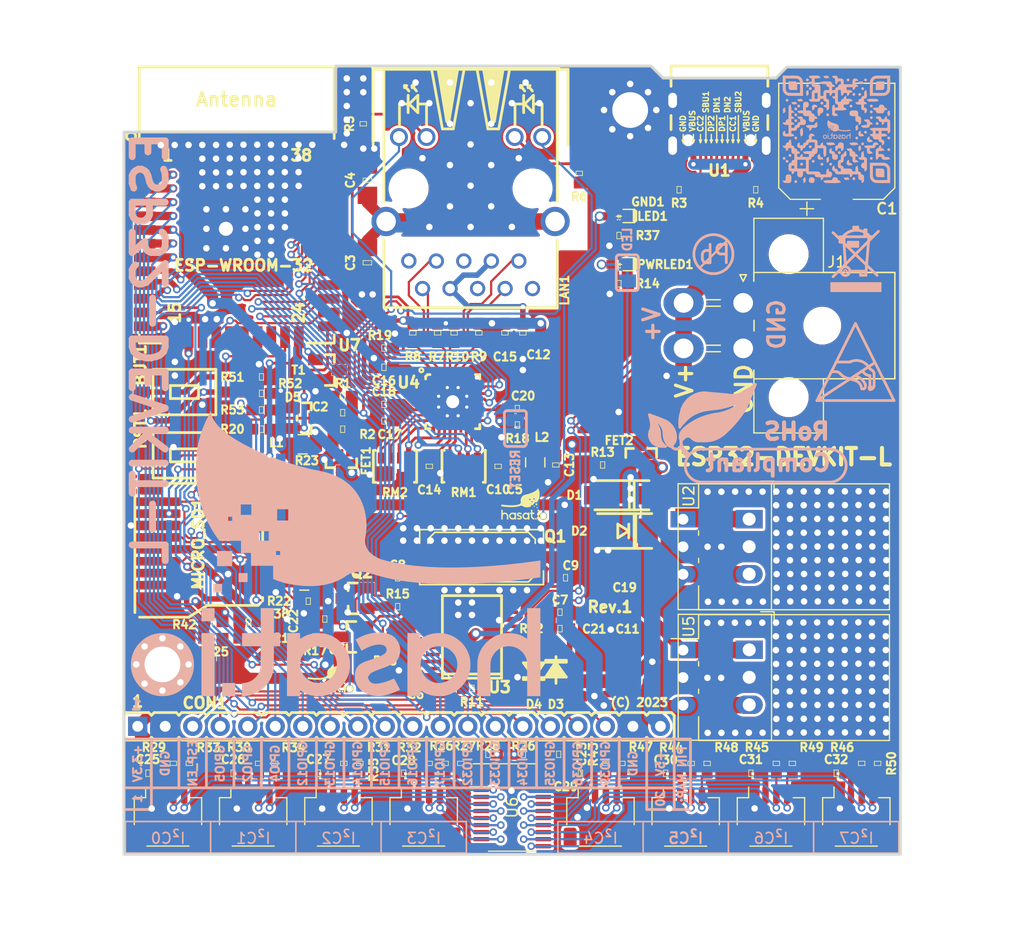
<source format=kicad_pcb>
(kicad_pcb (version 20221018) (generator pcbnew)
  (title_block (title "ESP32-DEVKIT-L") (date "2023") (rev "1") (company "Hasat.io"))
  (layers (0 "F.Cu" mixed) (31 "B.Cu" mixed) (34 "B.Paste" user) (35 "F.Paste" user) (36 "B.SilkS" user "B.Silkscreen") (37 "F.SilkS" user "F.Silkscreen") (38 "B.Mask" user) (39 "F.Mask" user) (44 "Edge.Cuts" user))
  (net 0 "")
  (net 1 "GND")
  (net 2 "Net-(BUT1-Pad2)")
  (net 3 "+3V3")
  (net 4 "/ESP_EN")
  (net 5 "/PHYAD0")
  (net 6 "/PHYAD1")
  (net 7 "/PHYAD2")
  (net 8 "/RMIISEL")
  (net 9 "/VDD1A-2A")
  (net 10 "/VDDCR")
  (net 11 "Net-(J1-Pin_3)")
  (net 12 "Net-(U3-V3)")
  (net 13 "Net-(U3-XI)")
  (net 14 "Net-(U3-XO)")
  (net 15 "/+5V_USB")
  (net 16 "Net-(U4-NRST)")
  (net 17 "Net-(MICRO_SD1-VDD)")
  (net 18 "Net-(D3-K)")
  (net 19 "Net-(D4-A)")
  (net 20 "/D_Com")
  (net 21 "/GPIO34\\BUT1")
  (net 22 "+5V_EXT")
  (net 23 "/GPIO16")
  (net 24 "/GPIO36")
  (net 25 "/GPIO32")
  (net 26 "+3.3VLAN")
  (net 27 "/GPIO0")
  (net 28 "/GPIO39")
  (net 29 "/GPIO5\\PHY_PWR")
  (net 30 "/GPIO3\\U0RXD")
  (net 31 "/GPIO2\\HS2_DATA0")
  (net 32 "/GPIO4\\HS2_DATA1")
  (net 33 "/GPIO1\\U0TXD")
  (net 34 "/GPIO26\\EMAC_RXD1(RMII)")
  (net 35 "/GPIO25\\EMAC_RXD0(RMII)")
  (net 36 "/GPIO27\\EMAC_RX_CRS_DV")
  (net 37 "/GPIO18\\MDIO(RMII)")
  (net 38 "/GPIO14\\HS2_CLK")
  (net 39 "/GPIO15\\HS2_CMD")
  (net 40 "/GPIO12\\HS2_DATA2")
  (net 41 "/GPIO13\\HS2_DATA3")
  (net 42 "/GPIO33")
  (net 43 "/GPIO22\\EMAC_TXD1(RMII)")
  (net 44 "/GPIO19\\EMAC_TXD0(RMII)")
  (net 45 "/GPIO21\\EMAC_TX_EN(RMII)")
  (net 46 "/GPIO23\\MDC(RMII)")
  (net 47 "/GPIO17\\EMAC_CLK_OUT_180")
  (net 48 "Net-(LAN1-TD+)")
  (net 49 "Net-(LAN1-TD-)")
  (net 50 "Net-(LAN1-RD+)")
  (net 51 "Net-(LAN1-RD-)")
  (net 52 "Net-(LAN1-AG)")
  (net 53 "Net-(LAN1-AY)")
  (net 54 "Net-(LAN1-KG)")
  (net 55 "Net-(LAN1-KY)")
  (net 56 "Net-(C3-Pad1)")
  (net 57 "Net-(LED1-K)")
  (net 58 "Net-(MICRO_SD1-DAT2{slash}RES)")
  (net 59 "Net-(MICRO_SD1-CD{slash}DAT3{slash}CS)")
  (net 60 "Net-(MICRO_SD1-CLK{slash}SCLK)")
  (net 61 "Net-(MICRO_SD1-DAT0{slash}DO)")
  (net 62 "Net-(MICRO_SD1-DAT1{slash}RES)")
  (net 63 "Net-(PWRLED1-K)")
  (net 64 "Net-(Q2-B)")
  (net 65 "Net-(Q2-E)")
  (net 66 "Net-(Q3-B)")
  (net 67 "Net-(Q3-E)")
  (net 68 "Net-(Q3-C)")
  (net 69 "Net-(T1-C)")
  (net 70 "Net-(U1-CC2)")
  (net 71 "Net-(U1-CC1)")
  (net 72 "Net-(U4-RBIAS)")
  (net 73 "Net-(U6-~{RESET})")
  (net 74 "Net-(U1-DP1)")
  (net 75 "+5V")
  (net 76 "Net-(U1-DN1)")
  (net 84 "unconnected-(U3-NOS#-Pad20)")
  (net 87 "/SD0")
  (net 88 "/SC0")
  (net 89 "/SD1")
  (net 90 "/SC1")
  (net 91 "/SD2")
  (net 92 "/SC2")
  (net 93 "/SD3")
  (net 94 "/SC3")
  (net 95 "/SD4")
  (net 96 "/SC4")
  (net 97 "/SD5")
  (net 98 "/SC5")
  (net 99 "/SD6")
  (net 100 "/SC6")
  (net 101 "/SD7")
  (net 102 "/SC7")
  (net 107 "Net-(C2-Pad2)")
  (net 114 "/GPIO35\\LED")
  (footprint "OLIMEX_Other-FP:Mounting_hole_Shield_3.3mm" (layer "F.Cu") (at 73.152 122.301)
    (fp_text reference "MH2" hide)
    (fp_text value "Mounting_hole_Shield_3.3mm" hide)
  )
  (footprint "Capacitors:0603" (layer "F.Cu") (at 105.664 104.013 90)
    (fp_text reference "C5")
    (fp_text value "22uF/6.3V/20%/X5R/C0603")
  )
  (footprint "Capacitors:0603" (layer "F.Cu") (at 104.14 104.013 90)
    (fp_text reference "C10")
    (fp_text value "22uF/6.3V/20%/X5R/C0603")
  )
  (footprint "Capacitors:0805" (layer "F.Cu") (at 86.233 112.649)
    (fp_text reference "C24")
    (fp_text value "47uF/6.3V/20%/X5R/C0805")
  )
  (footprint "Capacitors:0603" (layer "F.Cu") (at 106.426 91.694 -90)
    (fp_text reference "C12")
    (fp_text value "100nF/50V/20%/Y5V/C0603")
  )
  (footprint "Capacitors:0603" (layer "F.Cu") (at 109.474 103.886 -90)
    (fp_text reference "C13")
    (fp_text value "22uF/6.3V/20%/X5R/C0603")
  )
  (footprint "Capacitors:0603" (layer "F.Cu") (at 97.79 104.013 -90)
    (fp_text reference "C14")
    (fp_text value "100nF/50V/20%/Y5V/C0603")
  )
  (footprint "Capacitors:0603" (layer "F.Cu") (at 104.775 91.694 -90)
    (fp_text reference "C15")
    (fp_text value "100nF/50V/20%/Y5V/C0603")
  )
  (footprint "Capacitors:0603" (layer "F.Cu") (at 93.599 94.869 180)
    (fp_text reference "C16")
    (fp_text value "100nF/50V/20%/Y5V/C0603")
  )
  (footprint "Capacitors:0603" (layer "F.Cu") (at 93.599 99.822 180)
    (fp_text reference "C17")
    (fp_text value "2.2uF/6.3V/10%/X5R/C0603")
  )
  (footprint "Capacitors:0603" (layer "F.Cu") (at 93.599 98.298 180)
    (fp_text reference "C18")
    (fp_text value "100nF/50V/20%/Y5V/C0603")
  )
  (footprint "Capacitors:0603" (layer "F.Cu") (at 105.918 98.679 180)
    (fp_text reference "C20")
    (fp_text value "NA(10uF/6.3V/20%/X5R/C0603)")
  )
  (footprint "OLIMEX_RLC-FP:L_0805_5MIL_DWS" (layer "F.Cu") (at 107.569 103.632 90)
    (fp_text reference "L2")
    (fp_text value "FB0805/600R/2A")
  )
  (footprint "OLIMEX_RLC-FP:L_0805_5MIL_DWS" (layer "F.Cu") (at 86.233 114.554 180)
    (fp_text reference "L3")
    (fp_text value "FB0805/600R/2A")
  )
  (footprint "OLIMEX_LEDs-FP:LED_0603_KA" (layer "F.Cu") (at 115.2995 85.37 180)
    (fp_text reference "PWRLED1")
    (fp_text value "LED/RED/0603")
  )
  (footprint "Resistors:0603" (layer "F.Cu") (at 82.296 95.758)
    (fp_text reference "R51")
    (fp_text value "220R/R0603")
  )
  (footprint "Resistors:0603" (layer "F.Cu") (at 91.694 72.39 90)
    (fp_text reference "R5")
    (fp_text value "330R/R0603")
  )
  (footprint "Resistors:0603" (layer "F.Cu") (at 111.633 76.962 -90)
    (fp_text reference "R6")
    (fp_text value "330R/R0603")
  )
  (footprint "Resistors:0603" (layer "F.Cu") (at 98.552 91.694 -90)
    (fp_text reference "R7")
    (fp_text value "49.9R/1%/R0603")
  )
  (footprint "Resistors:0603" (layer "F.Cu") (at 96.266 91.694 -90)
    (fp_text reference "R8")
    (fp_text value "49.9R/1%/R0603")
  )
  (footprint "Resistors:0603" (layer "F.Cu") (at 102.362 91.694 -90)
    (fp_text reference "R9")
    (fp_text value "49.9R/1%/R0603")
  )
  (footprint "Resistors:0603" (layer "F.Cu") (at 100.076 91.694 -90)
    (fp_text reference "R10")
    (fp_text value "49.9R/1%/R0603")
  )
  (footprint "Resistors:0603" (layer "F.Cu") (at 101.727 124.5235)
    (fp_text reference "R11")
    (fp_text value "10k/R0603")
  )
  (footprint "Resistors:0603" (layer "F.Cu") (at 105.918 100.2)
    (fp_text reference "R18")
    (fp_text value "10k/R0603")
  )
  (footprint "Resistors:0603" (layer "F.Cu") (at 93.599 93.091 180)
    (fp_text reference "R19")
    (fp_text value "12.1k/1%/R0603")
  )
  (footprint "Resistors:0603" (layer "F.Cu") (at 109.855 118.999)
    (fp_text reference "R12")
    (fp_text value "10k/R0603")
  )
  (footprint "Resistors:0603" (layer "F.Cu") (at 94.869 116.967 180)
    (fp_text reference "R15")
    (fp_text value "1k/R0603")
  )
  (footprint "OLIMEX_RLC-FP:R_MATRIX_4" (layer "F.Cu") (at 94.615 104.013)
    (fp_text reference "RM2")
    (fp_text value "RA1206_(4X0603)_4B8_2.2k")
  )
  (footprint "OLIMEX_RLC-FP:R_MATRIX_4" (layer "F.Cu") (at 100.965 104.013 180)
    (fp_text reference "RM1")
    (fp_text value "RA1206_(4X0603)_4B8_2.2k")
  )
  (footprint "OLIMEX_Cases-FP:ESP-WROOM-32_MODULE" (layer "F.Cu") (at 80.01 79.883)
    (fp_text reference "U7")
    (fp_text value "ESP32-WROOM-32D-4MB")
  )
  (footprint "OLIMEX_IC-FP:QFN32_EP(33)_5.00x5.00x0.90mm_Pitch_0.50mm" (layer "F.Cu") (at 99.949 98.044 -90)
    (fp_text reference "U4")
    (fp_text value "LAN8710A-EZC(QFN32)")
  )
  (footprint "OLIMEX_Connectors-FP:TFC-WXCP11-08-LF" (layer "F.Cu") (at 76.327 111.125 180)
    (fp_text reference "MICRO_SD1")
    (fp_text value "TFC-WXCP11-08-LF")
  )
  (footprint "Resistors:0603" (layer "F.Cu") (at 86.233 110.871 180)
    (fp_text reference "R39")
    (fp_text value "10R/R0603")
  )
  (footprint "OLIMEX_Buttons-FP:T1107A(6x3,8x2,5MM)" (layer "F.Cu") (at 75.184 97.155 180)
    (fp_text reference "BUT1")
    (fp_text value "T1107A(6x3,8x2,5MM)")
  )
  (footprint "OLIMEX_Buttons-FP:T1107A(6x3,8x2,5MM)" (layer "F.Cu") (at 75.184 102.997 180)
    (fp_text reference "RST1")
    (fp_text value "T1107A(6x3,8x2,5MM)")
  )
  (footprint "OLIMEX_Connectors-FP:RJLBC-060TC1" (layer "F.Cu") (at 101.6 78.359 180)
    (fp_text reference "LAN1")
    (fp_text value "RJLD-060TC1(LPJ4013EDNL)")
  )
  (footprint "Capacitors:1206" (layer "F.Cu") (at 92.075 85.217 -90)
    (fp_text reference "C3")
    (fp_text value "1nF/2000V/10%/X7R/C1206")
  )
  (footprint "Capacitors:1206" (layer "F.Cu") (at 92.075 77.597 90)
    (fp_text reference "C4")
    (fp_text value "NA(1nF/2000V/10%/X7R/C1206)")
  )
  (footprint "Resistors:0603" (layer "F.Cu") (at 115.2995 87.148 180)
    (fp_text reference "R14")
    (fp_text value "2.2k/R0603")
  )
  (footprint "Capacitors:0603" (layer "F.Cu") (at 94.869 114.3 180)
    (fp_text reference "C8")
    (fp_text value "27pF/50V/5%/C0G/C0603")
  )
  (footprint "Capacitors:0603" (layer "F.Cu") (at 110.363 114.3)
    (fp_text reference "C9")
    (fp_text value "27pF/50V/5%/C0G/C0603")
  )
  (footprint "Capacitors:0603" (layer "F.Cu") (at 96.55 122.875 -90)
    (fp_text reference "C6")
    (fp_text value "22uF/6.3V/20%/X5R/C0603")
  )
  (footprint "Capacitors:0603" (layer "F.Cu") (at 109.855 117.475)
    (fp_text reference "C7")
    (fp_text value "100nF/50V/20%/Y5V/C0603")
  )
  (footprint "OLIMEX_Diodes-FP:SMA-KA" (layer "F.Cu") (at 115.57 106.68 180)
    (fp_text reference "D1")
    (fp_text value "1N5822/SS34/SMA")
  )
  (footprint "OLIMEX_Transistors-FP:SOT23" (layer "F.Cu") (at 117.348 102.997 -90)
    (fp_text reference "FET2")
    (fp_text value "WPM2015-3/TR")
  )
  (footprint "OLIMEX_Crystal-FP:Q_49U3HMS" (layer "F.Cu") (at 102.616 112.395)
    (fp_text reference "Q1")
    (fp_text value "Q12MHz/20pF/30ppm/2P/HC-49SM(SMD)")
  )
  (footprint "OLIMEX_Transistors-FP:SOT23" (layer "F.Cu") (at 90.932 116.205)
    (fp_text reference "Q2")
    (fp_text value "BC817-40(SOT23)")
  )
  (footprint "Resistors:0603" (layer "F.Cu") (at 113.792 103.886 180)
    (fp_text reference "R13")
    (fp_text value "1M/R0603")
  )
  (footprint "Resistors:0603" (layer "F.Cu") (at 91.91 123.09336 90)
    (fp_text reference "R16")
    (fp_text value "1k/R0603")
  )
  (footprint "Resistors:0603" (layer "F.Cu") (at 82.296 97.282 180)
    (fp_text reference "R52")
    (fp_text value "10k/R0603")
  )
  (footprint "Resistors:0603" (layer "F.Cu") (at 82.296 98.806)
    (fp_text reference "R53")
    (fp_text value "NA/R0603")
  )
  (footprint "OLIMEX_IC-FP:SSOP-20W" (layer "F.Cu") (at 101.727 119.761 90)
    (fp_text reference "U3")
    (fp_text value "CH340T(SSOP20W)")
  )
  (footprint "OLIMEX_Other-FP:Mounting_hole_Shield_3.3mm" (layer "F.Cu") (at 116.332 71.12)
    (fp_text reference "MH1" hide)
    (fp_text value "Mounting_hole_Shield_3.3mm" hide)
  )
  (footprint "OLIMEX_Connectors-FP:HN1x20" (layer "F.Cu") (at 94.996 128.016)
    (fp_text reference "CON1")
    (fp_text value "NA(NH1x20)")
  )
  (footprint "OLIMEX_LEDs-FP:LED_0603_KA" (layer "F.Cu") (at 115.2995 80.925 180)
    (fp_text reference "LED1")
    (fp_text value "LED/GREEN/0603")
  )
  (footprint "Resistors:0603" (layer "F.Cu") (at 115.2995 82.703)
    (fp_text reference "R37")
    (fp_text value "2.2k/R0603")
  )
  (footprint "Resistors:0603" (layer "F.Cu") (at 81.1 119.885 180)
    (fp_text reference "R21")
    (fp_text value "2.2k/R0603")
  )
  (footprint "Resistors:0603" (layer "F.Cu") (at 86.487 104.648 180)
    (fp_text reference "R23")
    (fp_text value "2.2k/R0603")
  )
  (footprint "OLIMEX_Diodes-FP:DO214AA_1(K)-2(A)" (layer "F.Cu") (at 115.824 109.982 180)
    (fp_text reference "D2")
    (fp_text value "SMBJ6.0A(DO-214AA)")
  )
  (footprint "OLIMEX_Transistors-FP:SOT23" (layer "F.Cu") (at 89.662 103.505 90)
    (fp_text reference "FET1")
    (fp_text value "WPM2015-3/TR")
  )
  (footprint "Resistors:0603" (layer "F.Cu") (at 89.789 97.536 180)
    (fp_text reference "R1")
    (fp_text value "1k/R0603")
  )
  (footprint "OLIMEX_RLC-FP:L_0805_5MIL_DWS" (layer "F.Cu") (at 86.106 101.981)
    (fp_text reference "L1")
    (fp_text value "FB0805/600R/2A")
  )
  (footprint "Resistors:0603" (layer "F.Cu") (at 89.788999 100.584)
    (fp_text reference "R2")
    (fp_text value "10k/R0603")
  )
  (footprint "OLIMEX_Transistors-FP:SOT23" (layer "F.Cu") (at 88.392 95.123 180)
    (fp_text reference "T1")
    (fp_text value "DTC114YKA")
  )
  (footprint "Capacitors:0603" (layer "F.Cu") (at 89.788999 99.06)
    (fp_text reference "C2")
    (fp_text value "22uF/6.3V/20%/X5R/C0603")
  )
  (footprint "Resistors:0603" (layer "F.Cu") (at 77.851 118.364 180)
    (fp_text reference "R42")
    (fp_text value "NA/R0603")
  )
  (footprint "Resistors:0603" (layer "F.Cu") (at 86.487 106.172 180)
    (fp_text reference "R24")
    (fp_text value "2.2k/R0603")
  )
  (footprint "OLIMEX_Diodes-FP:SOT23-3" (layer "F.Cu") (at 86.233 99.568 180)
    (fp_text reference "D5")
    (fp_text value "BAT54C(SOT23-3)")
  )
  (footprint "OLIMEX_Diodes-FP:SOD-123_1C-2A_KA" (layer "F.Cu") (at 107.442 122.809 90)
    (fp_text reference "D4")
    (fp_text value "1N5819S4/SOD123")
  )
  (footprint "OLIMEX_Diodes-FP:SOD-123_1C-2A_KA" (layer "F.Cu") (at 109.474 122.809 -90)
    (fp_text reference "D3")
    (fp_text value "1N5819S4/SOD123")
  )
  (footprint "Resistors:0603" (layer "F.Cu") (at 86.487 107.95)
    (fp_text reference "R41")
    (fp_text value "NA/R0603")
  )
  (footprint "Resistors:0603" (layer "F.Cu") (at 81.1 118.361 180)
    (fp_text reference "R38")
    (fp_text value "NA/R0603")
  )
  (footprint "Resistors:0603" (layer "F.Cu") (at 77.851 119.888 180)
    (fp_text reference "R25")
    (fp_text value "2.2k/R0603")
  )
  (footprint "Capacitors:0603" (layer "F.Cu") (at 88.138 118.11 180)
    (fp_text reference "C22")
    (fp_text value "1uF/C0603")
  )
  (footprint "Resistors:0603" (layer "F.Cu") (at 86.614 116.459 180)
    (fp_text reference "R22")
    (fp_text value "10k/R0603")
  )
  (footprint "OLIMEX_Transistors-FP:SOT23" (layer "F.Cu") (at 90.805 119.761)
    (fp_text reference "Q3")
    (fp_text value "BC817-40(SOT23)")
  )
  (footprint "Resistors:0603" (layer "F.Cu") (at 87.249 119.761 180)
    (fp_text reference "R17")
    (fp_text value "220R/R0603")
  )
  (footprint "Resistors:0603" (layer "F.Cu") (at 82.296 100.584 180)
    (fp_text reference "R20")
    (fp_text value "10k/R0603")
  )
  (footprint "Resistors:0603" (layer "F.Cu") (at 82.296 103.886 180)
    (fp_text reference "R40")
    (fp_text value "220R/R0603")
  )
  (footprint "Resistors:0603" (layer "F.Cu") (at 97.77 131.438279 -90)
    (fp_text reference "R32")
    (fp_text value "4.7k/R0603")
  )
  (footprint "Capacitors:0603" (layer "F.Cu") (at 109.73 130.605 180)
    (fp_text reference "C23")
    (fp_text value "100nF/50V/20%/Y5V/C0603")
  )
  (footprint "Capacitors:0603" (layer "F.Cu") (at 87.54 132.345)
    (fp_text reference "C27")
    (fp_text value "1uF/6.3V/20%/X5R/C0603")
  )
  (footprint "Connector_JST:JST_SH_SM04B-SRSS-TB_1x04-1MP_P1.00mm_Horizontal" (layer "F.Cu") (at 81.53 136.385)
    (fp_text reference "I²C1")
    (fp_text value "Conn_01x04_P1.00mm_Stemma qt/Qwiic")
  )
  (footprint "Capacitors:0603" (layer "F.Cu") (at 135.35156 132.35)
    (fp_text reference "C32")
    (fp_text value "1uF/6.3V/20%/X5R/C0603")
  )
  (footprint "Capacitors:1210" (layer "F.Cu") (at 115.825 113.425 180)
    (fp_text reference "C19")
    (fp_text value "330uF/6.3V/20%/X5R/C1210")
  )
  (footprint "Resistors:0603" (layer "F.Cu") (at 74.16 131.43664 -90)
    (fp_text reference "R29")
    (fp_text value "4.7k/R0603")
  )
  (footprint "Connector_JST:JST_SH_SM04B-SRSS-TB_1x04-1MP_P1.00mm_Horizontal" (layer "F.Cu") (at 73.66 136.385)
    (fp_text reference "I²C0")
    (fp_text value "Conn_01x04_P1.00mm_Stemma qt/Qwiic")
  )
  (footprint "" (layer "F.Cu") (at 95.9 85.05)
    (fp_text reference "")
    (fp_text value "")
  )
  (footprint "Converter_DCDC:Converter_DCDC_RECOM_R-78HB-0.5L_THT" (layer "F.Cu") (at 121.21 108.9 -90)
    (fp_text reference "U2")
    (fp_text value "K7805-2000R3L")
  )
  (footprint "Capacitors:0603" (layer "F.Cu") (at 71.81 132.345)
    (fp_text reference "C25")
    (fp_text value "1uF/6.3V/20%/X5R/C0603")
  )
  (footprint "Connector_JST:JST_SH_SM04B-SRSS-TB_1x04-1MP_P1.00mm_Horizontal" (layer "F.Cu") (at 121.46 136.390885)
    (fp_text reference "I²C5")
    (fp_text value "Conn_01x04_P1.00mm_Stemma qt/Qwiic")
  )
  (footprint "Connector_JST:JST_SH_SM04B-SRSS-TB_1x04-1MP_P1.00mm_Horizontal" (layer "F.Cu") (at 129.33 136.389888)
    (fp_text reference "I²C6")
    (fp_text value "Conn_01x04_P1.00mm_Stemma qt/Qwiic")
  )
  (footprint "Resistors:0603" (layer "F.Cu") (at 91.375 131.437351 -90)
    (fp_text reference "R35")
    (fp_text value "4.7k/R0603")
  )
  (footprint "Connector_JST:JST_SH_SM04B-SRSS-TB_1x04-1MP_P1.00mm_Horizontal" (layer "F.Cu") (at 97.27 136.388279)
    (fp_text reference "I²C3")
    (fp_text value "Conn_01x04_P1.00mm_Stemma qt/Qwiic")
  )
  (footprint "Resistors:0603" (layer "F.Cu") (at 123.435 131.440885 -90)
    (fp_text reference "R48")
    (fp_text value "4.7k/R0603")
  )
  (footprint "Converter_DCDC:Converter_DCDC_RECOM_R-78HB-0.5L_THT" (layer "F.Cu") (at 121.21 120.975 -90)
    (fp_text reference "U5")
    (fp_text value "K7803-2000R3L")
  )
  (footprint "Resistors:0603" (layer "F.Cu") (at 120.85 78.475)
    (fp_text reference "R3")
    (fp_text value "5.1k/R0603")
  )
  (footprint "Capacitors:0603" (layer "F.Cu") (at 127.48084 132.349888)
    (fp_text reference "C31")
    (fp_text value "1uF/6.3V/20%/X5R/C0603")
  )
  (footprint "Converter_DCDC:Converter_DCDC_RECOM_R-78B-2.0_THT" (layer "F.Cu") (at 127.325 120.95 -90)
    (fp_text reference "REF**" hide)
    (fp_text value "Converter_DCDC_RECOM_R-78B-2.0_THT")
  )
  (footprint "Resistors:0603" (layer "F.Cu") (at 121.96 131.444165 -90)
    (fp_text reference "R44")
    (fp_text value "4.7k/R0603")
  )
  (footprint "Resistors:0603" (layer "F.Cu") (at 129.83 131.439888 -90)
    (fp_text reference "R45")
    (fp_text value "4.7k/R0603")
  )
  (footprint "Converter_DCDC:Converter_DCDC_RECOM_R-78B-2.0_THT" (layer "F.Cu") (at 127.3175 108.89 -90)
    (fp_text reference "REF**" hide)
    (fp_text value "Converter_DCDC_RECOM_R-78B-2.0_THT")
  )
  (footprint "Resistors:0603" (layer "F.Cu") (at 75.635 131.435 -90)
    (fp_text reference "R33")
    (fp_text value "4.7k/R0603")
  )
  (footprint "Resistors:0603" (layer "F.Cu") (at 106.47336 130.60418 180)
    (fp_text reference "R26")
    (fp_text value "4.7k/R0603" hide)
  )
  (footprint "Resistors:0603" (layer "F.Cu") (at 99.245 131.438279 -90)
    (fp_text reference "R36")
    (fp_text value "4.7k/R0603")
  )
  (footprint "Capacitors:0603" (layer "F.Cu") (at 119.60916 132.350885)
    (fp_text reference "C30")
    (fp_text value "1uF/6.3V/20%/X5R/C0603")
  )
  (footprint "Connector_JST:JST_SH_SM04B-SRSS-TB_1x04-1MP_P1.00mm_Horizontal" (layer "F.Cu") (at 113.59 136.391107)
    (fp_text reference "I²C4")
    (fp_text value "Conn_01x04_P1.00mm_Stemma qt/Qwiic")
  )
  (footprint "Resistors:0603" (layer "F.Cu") (at 137.70072 131.43672 -90)
    (fp_text reference "R46")
    (fp_text value "4.7k/R0603")
  )
  (footprint "Connector_Molex:Molex_Mini-Fit_Jr_5569-04A2_2x02_P4.20mm_Horizontal" (layer "F.Cu") (at 126.765 88.925 -90)
    (fp_text reference "REF**" hide)
    (fp_text value "Molex_Mini-Fit_Jr_5569-04A2_2x02_P4.20mm_Horizontal")
  )
  (footprint "Resistors:0603" (layer "F.Cu") (at 127.925 78.475)
    (fp_text reference "R4")
    (fp_text value "5.1k/R0603")
  )
  (footprint "Package_SO:TSSOP-24_4.4x7.8mm_P0.65mm" (layer "F.Cu") (at 105.45 135.51)
    (fp_text reference "U6")
    (fp_text value "TCA9548APWR")
  )
  (footprint "Hasat.io:Hasatio_logo_mini" (layer "F.Cu") (at 106.58 107.475)
    (fp_text reference "G***")
    (fp_text value "LOGO" hide)
  )
  (footprint "Capacitors:0603" (layer "F.Cu") (at 79.68 132.345)
    (fp_text reference "C26")
    (fp_text value "1uF/6.3V/20%/X5R/C0603")
  )
  (footprint "Resistors:0603" (layer "F.Cu") (at 83.505 131.435 -90)
    (fp_text reference "R34")
    (fp_text value "4.7k/R0603")
  )
  (footprint "Resistors:0603" (layer "F.Cu") (at 100.69 131.438279 -90)
    (fp_text reference "R27")
    (fp_text value "10k/R0603")
  )
  (footprint "Resistors:0603" (layer "F.Cu") (at 115.565 131.441107 -90)
    (fp_text reference "R47")
    (fp_text value "4.7k/R0603")
  )
  (footprint "Resistors:0603" (layer "F.Cu") (at 89.9 131.437351 -90)
    (fp_text reference "R31")
    (fp_text value "4.7k/R0603")
  )
  (footprint "Capacitors:0603" (layer "F.Cu") (at 95.42084 132.348279 180)
    (fp_text reference "C28")
    (fp_text value "1uF/6.3V/20%/X5R/C0603")
  )
  (footprint "Connector_JST:JST_SH_SM04B-SRSS-TB_1x04-1MP_P1.00mm_Horizontal" (layer "F.Cu") (at 137.21 136.39)
    (fp_text reference "I²C7")
    (fp_text value "Conn_01x04_P1.00mm_Stemma qt/Qwiic")
  )
  (footprint "Capacitors:0603" (layer "F.Cu") (at 111.74084 132.351107)
    (fp_text reference "C29")
    (fp_text value "1uF/6.3V/20%/X5R/C0603")
  )
  (footprint "Connector_USB:USB2.0_TYPE-C(A40-00119-A52-12)" (layer "F.Cu") (at 124.575 71.375 90)
    (fp_text reference "U1")
    (fp_text value "USB-C-16P-F(A40-00119-A52-12)")
  )
  (footprint "Resistors:0603" (layer "F.Cu") (at 139.17572 131.44 -90)
    (fp_text reference "R50")
    (fp_text value "4.7k/R0603")
  )
  (footprint "OLIMEX_Other-FP:TESTPAD_40-ROUND" (layer "F.Cu") (at 118.825 78.475)
    (fp_text reference "GND1")
    (fp_text value "TESTPAD" hide)
  )
  (footprint "Resistors:0603" (layer "F.Cu") (at 82.03 131.43664 -90)
    (fp_text reference "R30")
    (fp_text value "4.7k/R0603")
  )
  (footprint "Capacitors:1210" (layer "F.Cu") (at 116.075 122.0974 90)
    (fp_text reference "C11")
    (fp_text value "330uF/6.3V/20%/X5R/C1210")
  )
  (footprint "" (layer "F.Cu") (at 107.315 87.6)
    (fp_text reference "")
    (fp_text value "")
  )
  (footprint "Resistors:0603" (layer "F.Cu") (at 103.19836 130.60418)
    (fp_text reference "R28")
    (fp_text value "4.7k/R0603" hide)
  )
  (footprint "Resistors:0603" (layer "F.Cu") (at 131.305 131.439888 -90)
    (fp_text reference "R49")
    (fp_text value "4.7k/R0603")
  )
  (footprint "Resistors:0603" (layer "F.Cu") (at 114.09 131.442747 -90)
    (fp_text reference "R43")
    (fp_text value "4.7k/R0603")
  )
  (footprint "Connector_JST:JST_SH_SM04B-SRSS-TB_1x04-1MP_P1.00mm_Horizontal" (layer "F.Cu") (at 89.4 136.387351)
    (fp_text reference "I²C2")
    (fp_text value "Conn_01x04_P1.00mm_Stemma qt/Qwiic")
  )
  (footprint "Hasat.io:Hasatio_logo_mini" (layer "F.Cu") (at 88.71 123.415)
    (fp_text reference "G***")
    (fp_text value "LOGO" hide)
  )
  (footprint "Capacitor_SMD:CP_Elec_10x10.5" (layer "F.Cu") (at 135.41 74.005 90)
    (fp_text reference "C1")
    (fp_text value "220uF/50V/10*10mm")
  )
  (footprint "Connector_Molex:Molex_Mini-Fit_Jr_5569-04A1_2x02_P4.20mm_Horizontal" (layer "F.Cu") (at 126.765 88.925 -90)
    (fp_text reference "J1")
    (fp_text value "Conn_02x02_P4.20mm_Molex_Horizontal")
  )
  (footprint "Capacitors:1210" (layer "F.Cu") (at 113.025 122.0974 90)
    (fp_text reference "C21")
    (fp_text value "330uF/6.3V/20%/X5R/C1210")
  )
  (footprint "OLIMEX_LOGOs-FP:LOGO_ANTISTATIC_1" (layer "B.Cu") (at 140.692 97.9395 180)
    (fp_text reference "Sign-Antistatic" hide)
    (fp_text value "Val**" hide)
  )
  (footprint "OLIMEX_LOGOs-FP:LOGO_PBFREE" (layer "B.Cu") (at 124.2232 84.11004)
    (fp_text reference "Sign_Pb-Free")
    (fp_text value "")
  )
  (footprint "OLIMEX_LOGOs-FP:LOGO_RECYCLEBIN_1" (layer "B.Cu") (at 139.51 87.898 180)
    (fp_text reference "Sign-RecyclBin" hide)
    (fp_text value "" hide)
  )
  (footprint "OLIMEX_LOGOs-FP:LOGO_ROHS_1" (layer "B.Cu") (at 135.26 104.8385 180)
    (fp_text reference "Sign_RoHS" hide)
    (fp_text value "Val**" hide)
  )
  (footprint "OLIMEX_Jumpers-FP:SJ" (layer "B.Cu") (at 116.07 86.135 90)
    (fp_text reference "LED")
    (fp_text value "Closed")
  )
  (footprint "Hasat.io:Hasatio" (layer "B.Cu") (at 88.74 112.145 180)
    (fp_text reference "G***")
    (fp_text value "LOGO" hide)
  )
  (footprint "Hasat.io:esp-devkit-l" (layer "B.Cu") (at 135.38 72.895 180)
    (fp_text reference "G***" hide)
    (fp_text value "LOGO" hide)
  )
  (footprint "OLIMEX_Jumpers-FP:SJ" (layer "B.Cu") (at 105.735488 100.5235 90)
    (fp_text reference "RESET")
    (fp_text value "Opened")
  )
  (gr_rect (start 70.650465 114.716802) (end 74.700465 115.256802) (stroke (width 0.254)) (fill solid) (layer "F.Cu"))
  (gr_rect (start 70.64 110.305) (end 74.69 110.845) (stroke (width 0.254)) (fill solid) (layer "F.Cu"))
  (gr_rect (start 70.640465 108.106802) (end 74.690465 108.646802) (stroke (width 0.254)) (fill solid) (layer "F.Cu"))
  (gr_rect (start 70.65 111.405) (end 74.7 111.945) (stroke (width 0.254)) (fill solid) (layer "F.Cu"))
  (gr_rect (start 70.650465 112.506802) (end 74.700465 113.046802) (stroke (width 0.254)) (fill solid) (layer "F.Cu"))
  (gr_rect (start 71.19 104.845) (end 73.04 106.495) (stroke (width 0.254)) (fill solid) (layer "F.Cu"))
  (gr_rect (start 70.650465 113.606802) (end 74.700465 114.146802) (stroke (width 0.254)) (fill solid) (layer "F.Cu"))
  (gr_rect (start 70.64 107.005) (end 74.69 107.545) (stroke (width 0.254)) (fill solid) (layer "F.Cu"))
  (gr_line (start 121.9005 129.195) (end 69.59 129.195) (stroke (width 0.254)) (layer "B.SilkS"))
  (gr_line (start 79.75 129.195) (end 79.75 133.695) (stroke (width 0.254)) (layer "B.SilkS"))
  (gr_line (start 69.73 139.715) (end 101.21 139.715) (stroke (width 0.15)) (layer "B.SilkS"))
  (gr_line (start 100.07 129.195) (end 100.07 133.695) (stroke (width 0.254)) (layer "B.SilkS"))
  (gr_line (start 117.53 136.815) (end 117.53 139.725) (stroke (width 0.15)) (layer "B.SilkS"))
  (gr_line (start 109.66 136.815) (end 109.66 139.725) (stroke (width 0.15)) (layer "B.SilkS"))
  (gr_line (start 107.69 129.195) (end 107.69 133.695) (stroke (width 0.254)) (layer "B.SilkS"))
  (gr_line (start 69.59 135.695) (end 69.59 129.195) (stroke (width 0.254)) (layer "B.SilkS"))
  (gr_line (start 92.45 129.195) (end 92.45 133.695) (stroke (width 0.254)) (layer "B.SilkS"))
  (gr_line (start 141.14 136.815) (end 141.14 139.725) (stroke (width 0.15)) (layer "B.SilkS"))
  (gr_line (start 105.15 129.195) (end 105.15 133.695) (stroke (width 0.254)) (layer "B.SilkS"))
  (gr_line (start 74.67 129.195) (end 74.67 133.695) (stroke (width 0.254)) (layer "B.SilkS"))
  (gr_line (start 72.13 129.195) (end 72.13 133.698) (stroke (width 0.254)) (layer "B.SilkS"))
  (gr_line (start 120.4 129.195) (end 120.4 133.695) (stroke (width 0.254)) (layer "B.SilkS"))
  (gr_line (start 69.73 136.805) (end 69.73 139.715) (stroke (width 0.15)) (layer "B.SilkS"))
  (gr_line (start 93.34 136.805) (end 93.34 139.71) (stroke (width 0.15)) (layer "B.SilkS"))
  (gr_line (start 69.73 136.805) (end 101.21 136.805) (stroke (width 0.15)) (layer "B.SilkS"))
  (gr_line (start 85.47 136.805) (end 85.47 139.715) (stroke (width 0.15)) (layer "B.SilkS"))
  (gr_line (start 84.83 129.195) (end 84.83 133.695) (stroke (width 0.254)) (layer "B.SilkS"))
  (gr_line (start 109.66 139.725) (end 141.14 139.725) (stroke (width 0.15)) (layer "B.SilkS"))
  (gr_line (start 94.99 129.195) (end 94.99 133.695) (stroke (width 0.254)) (layer "B.SilkS"))
  (gr_line (start 112.77 129.195) (end 112.77 133.695) (stroke (width 0.254)) (layer "B.SilkS"))
  (gr_line (start 69.59 135.695) (end 72.13 135.695) (stroke (width 0.254)) (layer "B.SilkS"))
  (gr_line (start 117.86 135.695) (end 117.86 133.695) (stroke (width 0.254)) (layer "B.SilkS"))
  (gr_line (start 120.4 133.695) (end 69.59 133.695) (stroke (width 0.254)) (layer "B.SilkS"))
  (gr_line (start 110.23 129.195) (end 110.23 133.695) (stroke (width 0.254)) (layer "B.SilkS"))
  (gr_line (start 102.61 129.195) (end 102.61 133.695) (stroke (width 0.254)) (layer "B.SilkS"))
  (gr_line (start 133.27 136.815) (end 133.27 139.72) (stroke (width 0.15)) (layer "B.SilkS"))
  (gr_line (start 115.32 129.195) (end 115.32 133.695) (stroke (width 0.254)) (layer "B.SilkS"))
  (gr_line (start 77.21 129.195) (end 77.21 133.695) (stroke (width 0.254)) (layer "B.SilkS"))
  (gr_line (start 101.21 136.805) (end 101.21 139.715) (stroke (width 0.15)) (layer "B.SilkS"))
  (gr_line (start 72.13 133.698) (end 72.13 135.695) (stroke (width 0.254)) (layer "B.SilkS"))
  (gr_line (start 121.9005 129.195) (end 121.8995 135.695) (stroke (width 0.254)) (layer "B.SilkS"))
  (gr_line (start 109.66 136.815) (end 141.14 136.815) (stroke (width 0.15)) (layer "B.SilkS"))
  (gr_line (start 117.86 129.195) (end 117.86 133.695) (stroke (width 0.254)) (layer "B.SilkS"))
  (gr_line (start 89.91 129.195) (end 89.91 133.695) (stroke (width 0.254)) (layer "B.SilkS"))
  (gr_line (start 120.4 135.695) (end 121.8995 135.695) (stroke (width 0.254)) (layer "B.SilkS"))
  (gr_line (start 125.4 136.815) (end 125.4 139.725) (stroke (width 0.15)) (layer "B.SilkS"))
  (gr_line (start 82.29 129.195) (end 82.29 133.695) (stroke (width 0.254)) (layer "B.SilkS"))
  (gr_line (start 87.37 129.195) (end 87.37 133.695) (stroke (width 0.254)) (layer "B.SilkS"))
  (gr_line (start 120.4 133.695) (end 120.4 135.695) (stroke (width 0.254)) (layer "B.SilkS"))
  (gr_circle (center 73.151575 122.295) (end 74.930028 122.295) (stroke (width 1)) (fill none) (layer "B.SilkS"))
  (gr_line (start 77.6 136.805) (end 77.6 139.715) (stroke (width 0.15)) (layer "B.SilkS"))
  (gr_line (start 117.86 135.695) (end 120.4 135.695) (stroke (width 0.254)) (layer "B.SilkS"))
  (gr_line (start 97.53 129.195) (end 97.53 133.695) (stroke (width 0.254)) (layer "B.SilkS"))
  (gr_line (start 118.25 67.051508) (end 119.37 68.166) (stroke (width 0.254)) (layer "Edge.Cuts"))
  (gr_line (start 118.25 67.051508) (end 89.154 67.056) (stroke (width 0.254)) (layer "Edge.Cuts"))
  (gr_line (start 69.596 73.152) (end 69.6 139.825) (stroke (width 0.254)) (layer "Edge.Cuts"))
  (gr_line (start 130.8 67.15) (end 141.275 67.15) (stroke (width 0.254)) (layer "Edge.Cuts"))
  (gr_line (start 89.154 73.152) (end 89.154 67.056) (stroke (width 0.254)) (layer "Edge.Cuts"))
  (gr_line (start 129.784 68.166) (end 130.8 67.15) (stroke (width 0.254)) (layer "Edge.Cuts"))
  (gr_line (start 119.37 68.166) (end 129.784 68.166) (stroke (width 0.254)) (layer "Edge.Cuts"))
  (gr_line (start 141.275 67.15) (end 141.275 139.825) (stroke (width 0.254)) (layer "Edge.Cuts"))
  (gr_line (start 69.596 73.152) (end 89.154 73.152) (stroke (width 0.254)) (layer "Edge.Cuts"))
  (gr_line (start 69.6 139.825) (end 141.275 139.825) (stroke (width 0.254)) (layer "Edge.Cuts"))
  (gr_text "1" (at 70.86 134.695 90) (layer "B.SilkS") (effects (font (size 0.762 0.762) (thickness 0.1905)) (justify mirror)))
  (gr_text "ESP_EN" (at 75.94 131.445 90) (layer "B.SilkS") (effects (font (size 0.762 0.762) (thickness 0.1905)) (justify mirror)))
  (gr_text "GPIO5" (at 78.48 131.445 90) (layer "B.SilkS") (effects (font (size 0.762 0.762) (thickness 0.1905)) (justify mirror)))
  (gr_text "GPIO2" (at 81.02 131.445 90) (layer "B.SilkS") (effects (font (size 0.762 0.762) (thickness 0.1905)) (justify mirror)))
  (gr_text "GPIO4" (at 83.56 131.445 90) (layer "B.SilkS") (effects (font (size 0.762 0.762) (thickness 0.1905)) (justify mirror)))
  (gr_text "GPIO12" (at 86.1 131.445 90) (layer "B.SilkS") (effects (font (size 0.762 0.762) (thickness 0.1905)) (justify mirror)))
  (gr_text "GPIO13" (at 88.64 131.445 90) (layer "B.SilkS") (effects (font (size 0.762 0.762) (thickness 0.1905)) (justify mirror)))
  (gr_text "GPIO14" (at 91.18 131.445 90) (layer "B.SilkS") (effects (font (size 0.762 0.762) (thickness 0.1905)) (justify mirror)))
  (gr_text "GPIO15" (at 93.72 131.445 90) (layer "B.SilkS") (effects (font (size 0.762 0.762) (thickness 0.1905)) (justify mirror)))
  (gr_text "GPIO16" (at 96.26 131.445 90) (layer "B.SilkS") (effects (font (size 0.762 0.762) (thickness 0.1905)) (justify mirror)))
  (gr_text "GPIO17" (at 98.8 131.445 90) (layer "B.SilkS") (effects (font (size 0.762 0.762) (thickness 0.1905)) (justify mirror)))
  (gr_text "PIN MAP:" (at 121.15 132.445 90) (layer "B.SilkS") (effects (font (size 0.762 0.762) (thickness 0.1905)) (justify mirror)))
  (gr_text "GPIO32" (at 101.34 131.445 90) (layer "B.SilkS") (effects (font (size 0.762 0.762) (thickness 0.1905)) (justify mirror)))
  (gr_text "GPIO33" (at 103.88 131.445 90) (layer "B.SilkS") (effects (font (size 0.762 0.762) (thickness 0.1905)) (justify mirror)))
  (gr_text "GPIO34" (at 106.42 131.445 90) (layer "B.SilkS") (effects (font (size 0.762 0.762) (thickness 0.1905)) (justify mirror)))
  (gr_text "GPIO35" (at 108.96 131.445 90) (layer "B.SilkS") (effects (font (size 0.762 0.762) (thickness 0.1905)) (justify mirror)))
  (gr_text "GPIO36" (at 111.5 131.445 90) (layer "B.SilkS") (effects (font (size 0.762 0.762) (thickness 0.1905)) (justify mirror)))
  (gr_text "GND" (at 116.59 131.445 90) (layer "B.SilkS") (effects (font (size 0.762 0.762) (thickness 0.1905)) (justify mirror)))
  (gr_text "GPIO39" (at 114.05 131.445 90) (layer "B.SilkS") (effects (font (size 0.762 0.762) (thickness 0.1905)) (justify mirror)))
  (gr_text "+5V" (at 119.13 131.445 90) (layer "B.SilkS") (effects (font (size 0.762 0.762) (thickness 0.1905)) (justify mirror)))
  (gr_text "20" (at 119.13 134.695 90) (layer "B.SilkS") (effects (font (size 0.762 0.762) (thickness 0.1905)) (justify mirror)))
  (gr_text "ESP32-DEVKIT-L" (at 72.03 72.825 90) (layer "B.SilkS") (effects (font (size 3.048 3.048) (thickness 0.635)) (justify left mirror)))
  (gr_text "GND" (at 129.86 90.915 90) (layer "B.SilkS") (effects (font (size 1.5 1.5) (thickness 0.3)) (justify mirror)))
  (gr_text "V+" (at 118.32 90.915 90) (layer "B.SilkS") (effects (font (size 1.5 1.5) (thickness 0.3)) (justify mirror)))
  (gr_text "1" (at 70.739 125.984) (layer "B.SilkS") (effects (font (size 1.016 1.016) (thickness 0.254)) (justify mirror)))
  (gr_text "+3.3V" (at 70.86 131.445 90) (layer "B.SilkS") (effects (font (size 0.762 0.762) (thickness 0.1905)) (justify mirror)))
  (gr_text "GND" (at 73.4 131.445 90) (layer "B.SilkS") (effects (font (size 0.762 0.762) (thickness 0.1905)) (justify mirror)))
  (gr_text "Rev.1" (at 114.47 116.995) (layer "F.SilkS") (effects (font (size 1.016 1.016) (thickness 0.254))))
  (gr_text "ESP32-DEVKIT-L" (at 130.51 103.155) (layer "F.SilkS") (effects (font (size 1.524 1.524) (thickness 0.381))))
  (gr_text "1" (at 70.866 125.73) (layer "F.SilkS") (effects (font (size 1.016 1.016) (thickness 0.254))))
  (gr_text "(C) 2023\n" (at 117.18 125.815) (layer "F.SilkS") (effects (font (size 0.762 0.762) (thickness 0.1905))))
  (gr_text "V+" (at 121.34 96.095 90) (layer "F.SilkS") (effects (font (size 1.5 1.5) (thickness 0.3))))
  (gr_text "GND" (at 126.84 96.885 90) (layer "F.SilkS") (effects (font (size 1.5 1.5) (thickness 0.3))))
  (segment (start 90.17 111.125) (end 90.17 112.141) (width 1.016) (layer "F.Cu") (net 1))
  (segment (start 103.987 118.136) (end 103.632 118.491) (width 0.4064) (layer "F.Cu") (net 1))
  (segment (start 103.632 110.109) (end 103.632 110.363) (width 1.016) (layer "F.Cu") (net 1))
  (segment (start 103.632 110.363) (end 103.632 110.109) (width 1.016) (layer "F.Cu") (net 1))
  (segment (start 103.632 110.109) (end 100.457 110.109) (width 1.016) (layer "F.Cu") (net 1))
  (segment (start 91.694 75.438) (end 91.694 74.676) (width 1.016) (layer "F.Cu") (net 1))
  (segment (start 92.71 74.676) (end 92.71 75.184) (width 1.016) (layer "F.Cu") (net 1))
  (segment (start 92.71 75.184) (end 92.075 75.819) (width 1.016) (layer "F.Cu") (net 1))
  (segment (start 91.567 87.503) (end 91.567 88.138) (width 1.016) (layer "F.Cu") (net 1))
  (segment (start 105.537 94.107) (end 106.426 94.107) (width 0.762) (layer "F.Cu") (net 1))
  (segment (start 106.68 95.377) (end 106.426 95.123) (width 0.508) (layer "F.Cu") (net 1))
  (segment (start 98.044 104.648) (end 98.806 104.648) (width 0.508) (layer "F.Cu") (net 1))
  (segment (start 99.568 104.648) (end 98.806 104.648) (width 0.508) (layer "F.Cu") (net 1))
  (segment (start 95.504 110.109) (end 95.631 110.109) (width 1.016) (layer "F.Cu") (net 1))
  (segment (start 94.615 110.998) (end 93.853 110.998) (width 1.016) (layer "F.Cu") (net 1))
  (segment (start 93.853 112.014) (end 93.853 113.03) (width 1.016) (layer "F.Cu") (net 1))
  (segment (start 93.853 114.3) (end 93.853 113.03) (width 0.762) (layer "F.Cu") (net 1))
  (segment (start 80.585 82.042) (end 84.074 82.042) (width 1.016) (layer "F.Cu") (net 1))
  (segment (start 82.744 79.883) (end 84.328 79.883) (width 1.016) (layer "F.Cu") (net 1))
  (segment (start 80.264 82.329) (end 80.264 77.978) (width 1.016) (layer "F.Cu") (net 1))
  (segment (start 82.804 79.823) (end 82.804 77.851) (width 1.016) (layer "F.Cu") (net 1))
  (segment (start 77.724 79.789) (end 77.724 77.851) (width 1.016) (layer "F.Cu") (net 1))
  (segment (start 94.996 115.316) (end 99.568 115.316) (width 0.4064) (layer "F.Cu") (net 1))
  (segment (start 105.537 110.109) (end 103.632 110.109) (width 1.016) (layer "F.Cu") (net 1))
  (segment (start 107.569 110.109) (end 105.537 110.109) (width 1.016) (layer "F.Cu") (net 1))
  (segment (start 97.917 110.109) (end 95.504 110.109) (width 1.016) (layer "F.Cu") (net 1))
  (segment (start 100.457 110.871) (end 100.457 110.109) (width 1.016) (layer "F.Cu") (net 1))
  (segment (start 100.457 110.109) (end 100.457 110.363) (width 1.016) (layer "F.Cu") (net 1))
  (segment (start 100.457 110.363) (end 100.457 110.109) (width 1.016) (layer "F.Cu") (net 1))
  (segment (start 100.457 110.109) (end 97.917 110.109) (width 1.016) (layer "F.Cu") (net 1))
  (segment (start 99.949 114.173) (end 97.536 114.173) (width 1.016) (layer "F.Cu") (net 1))
  (segment (start 101.092 116.967) (end 101.219 116.84) (width 1.016) (layer "F.Cu") (net 1))
  (segment (start 101.219 116.84) (end 101.219 115.443) (width 1.016) (layer "F.Cu") (net 1))
  (segment (start 78.74 74.295) (end 78.74 78.105) (width 1.016) (layer "F.Cu") (net 1))
  (segment (start 81.915 78.105) (end 81.915 74.295) (width 1.016) (layer "F.Cu") (net 1))
  (segment (start 84.455 74.295) (end 84.455 76.073) (width 1.016) (layer "F.Cu") (net 1))
  (segment (start 84.455 76.073) (end 84.455 78.105) (width 1.016) (layer "F.Cu") (net 1))
  (segment (start 91.059 68.199) (end 91.059 69.469) (width 1.016) (layer "F.Cu") (net 1))
  (segment (start 113.284 110.345) (end 113.284 111.76) (width 1.016) (layer "F.Cu") (net 1))
  (segment (start 114.3 110.635) (end 114.3 111.76) (width 1.016) (layer "F.Cu") (net 1))
  (segment (start 92.71 94.107) (end 92.71 94.107) (width 0.762) (layer "F.Cu") (net 1))
  (segment (start 92.71 94.107) (end 92.71 94.615) (width 0.762) (layer "F.Cu") (net 1))
  (segment (start 104.775 94.996) (end 104.394 95.377) (width 0.508) (layer "F.Cu") (net 1))
  (segment (start 80.31 82.333) (end 80.264 82.379) (width 1.016) (layer "F.Cu") (net 1))
  (segment (start 80.7928 108.9992) (end 81.577 108.215) (width 1.016) (layer "F.Cu") (net 1))
  (segment (start 87.28 97.085) (end 87.28456 97.08044) (width 1.016) (layer "F.Cu") (net 1))
  (segment (start 88.51 74.573) (end 87.019 74.573) (width 0.762) (layer "F.Cu") (net 1))
  (segment (start 90.297 110.998) (end 90.17 111.125) (width 1.016) (layer "F.Cu") (net 1))
  (segment (start 70.172999 73.728999) (end 71.506499 73.728999) (width 0.508) (layer "F.Cu") (net 1))
  (segment (start 103.378 95.377) (end 106.172 95.377) (width 0.508) (layer "F.Cu") (net 1))
  (segment (start 107.569 110.49) (end 107.569 110.109) (width 1.016) (layer "F.Cu") (net 1))
  (segment (start 80.281 82.346) (end 82.55 84.615) (width 1.016) (layer "F.Cu") (net 1))
  (segment (start 105.918004 102.729974) (end 105.918004 102.235) (width 0.508) (layer "F.Cu") (net 1))
  (segment (start 73.406 74.295) (end 73.152 74.549) (width 1.016) (layer "F.Cu") (net 1))
  (segment (start 111.131803 114.3) (end 110.327893 115.10391) (width 0.254) (layer "F.Cu") (net 1))
  (segment (start 73.152 122.301) (end 73.152 117.094) (width 1.524) (layer "F.Cu") (net 1))
  (segment (start 101.699 95.405) (end 101.727 95.377) (width 0.254) (layer "F.Cu") (net 1))
  (segment (start 73.152 122.301) (end 73.279 122.174) (width 0.762) (layer "F.Cu") (net 1))
  (segment (start 112.94 104.431) (end 112.903 104.394) (width 1.016) (layer "F.Cu") (net 1))
  (segment (start 92.71 99.822) (end 92.71 98.298) (width 0.508) (layer "F.Cu") (net 1))
  (segment (start 92.71 93.091) (end 92.71 94.107) (width 0.762) (layer "F.Cu") (net 1))
  (segment (start 70.104 74.7395) (end 70.104 94.996) (width 0.3048) (layer "F.Cu") (net 1))
  (segment (start 112.94 105.125) (end 112.94 104.431) (width 1.016) (layer "F.Cu") (net 1))
  (segment (start 99.695 104.775) (end 99.568 104.648) (width 0.508) (layer "F.Cu") (net 1))
  (segment (start 93.925 104.775) (end 92.29 104.775) (width 1.016) (layer "F.Cu") (net 1))
  (segment (start 92.075 75.819) (end 91.694 75.438) (width 1.016) (layer "F.Cu") (net 1))
  (segment (start 72.327 109.475) (end 72.328 109.474) (width 0.762) (layer "F.Cu") (net 1))
  (segment (start 102.674 96.294) (end 103.083 95.885) (width 0.254) (layer "F.Cu") (net 1))
  (segment (start 93.853 114.173) (end 93.98 114.3) (width 1.016) (layer "F.Cu") (net 1))
  (segment (start 70.225 74) (end 73.825 74) (width 0.508) (layer "F.Cu") (net 1))
  (segment (start 103.473999 95.472999) (end 103.378 95.377) (width 0.508) (layer "F.Cu") (net 1))
  (segment (start 112.903 104.394) (end 112.903 103.886) (width 1.016) (layer "F.Cu") (net 1))
  (segment (start 70.225 74.322569) (end 70.225 74) (width 0.2032) (layer "F.Cu") (net 1))
  (segment (start 97.917 110.109) (end 97.917 110.871) (width 1.016) (layer "F.Cu") (net 1))
  (segment (start 81.577 114.275) (end 81.577 115.075) (width 1.016) (layer "F.Cu") (net 1))
  (segment (start 95.504 110.109) (end 94.615 110.998) (width 1.016) (layer "F.Cu") (net 1))
  (segment (start 94.234 105.2195) (end 92.0115 105.2195) (width 0.3048) (layer "F.Cu") (net 1))
  (segment (start 86.995 74.549) (end 86.741 74.295) (width 1.016) (layer "F.Cu") (net 1))
  (segment (start 88.640501 73.728999) (end 89.720001 73.728999) (width 0.508) (layer "F.Cu") (net 1))
  (segment (start 92.71 93.091) (end 92.71 93.98) (width 1.016) (layer "F.Cu") (net 1))
  (segment (start 92.71 101.854) (end 92.71 99.822) (width 0.762) (layer "F.Cu") (net 1))
  (segment (start 104.267 95.377) (end 102.856962 95.377) (width 0.254) (layer "F.Cu") (net 1))
  (segment (start 92.329 102.235) (end 92.71 101.854) (width 0.762) (layer "F.Cu") (net 1))
  (segment (start 80.03 134.394231) (end 80.04072 134.383511) (width 0.2032) (layer "F.Cu") (net 1))
  (segment (start 71.51 74.573) (end 71.51 73.7325) (width 0.508) (layer "F.Cu") (net 1))
  (segment (start 105.664 103.124) (end 104.14 103.124) (width 1.016) (layer "F.Cu") (net 1))
  (segment (start 106.7435 98.4885) (end 107.061 98.171) (width 0.508) (layer "F.Cu") (net 1))
  (segment (start 90.043 91.567) (end 90.043 74.573) (width 0.508) (layer "F.Cu") (net 1))
  (segment (start 88.51 73.8595) (end 88.640501 73.728999) (width 0.508) (layer "F.Cu") (net 1))
  (segment (start 94.234 104.775) (end 94.234 105.2195) (width 0.3048) (layer "F.Cu") (net 1))
  (segment (start 89.662 112.649) (end 90.17 112.141) (width 1.016) (layer "F.Cu") (net 1))
  (segment (start 87.28456 97.08044) (end 87.28456 96.0755) (width 1.016) (layer "F.Cu") (net 1))
  (segment (start 101.699 95.594) (end 101.699 95.405) (width 0.254) (layer "F.Cu") (net 1))
  (segment (start 110.748066 117.479066) (end 111.500538 117.479066) (width 1.016) (layer "F.Cu") (net 1))
  (segment (start 105.537 110.109) (end 105.537 110.744) (width 1.016) (layer "F.Cu") (net 1))
  (segment (start 93.98 114.3) (end 93.853 114.3) (width 0.762) (layer "F.Cu") (net 1))
  (segment (start 80.281 82.346) (end 80.585 82.042) (width 1.016) (layer "F.Cu") (net 1))
  (segment (start 81.577 114.275) (end 81.577 114.511) (width 1.016) (layer "F.Cu") (net 1))
  (segment (start 74.295 94.994604) (end 74.295 95.631) (width 1.016) (layer "F.Cu") (net 1))
  (segment (start 92.71 93.091) (end 92.71 92.747438) (width 0.762) (layer "F.Cu") (net 1))
  (segment (start 110.327893 115.10391) (end 108.67009 115.10391) (width 0.254) (layer "F.Cu") (net 1))
  (segment (start 73.825 74) (end 73.85 73.975) (width 0.508) (layer "F.Cu") (net 1))
  (segment (start 93.98 114.3) (end 94.996 115.316) (width 0.4064) (layer "F.Cu") (net 1))
  (segment (start 111.633 77.851) (end 113.792 77.851) (width 1.016) (layer "F.Cu") (net 1))
  (segment (start 71.51 74.573) (end 73.128 74.573) (width 0.762) (layer "F.Cu") (net 1))
  (segment (start 74.236898 116.011102) (end 73.152 117.096) (width 0.2032) (layer "F.Cu") (net 1))
  (segment (start 81.577 108.215) (end 81.82 108.458) (width 1.016) (layer "F.Cu") (net 1))
  (segment (start 103.124 95.885) (end 103.473999 95.535001) (width 0.508) (layer "F.Cu") (net 1))
  (segment (start 90.297 73.5965) (end 90.297 70.231) (width 0.762) (layer "F.Cu") (net 1))
  (segment (start 80.281 82.346) (end 80.231 82.296) (width 1.016) (layer "F.Cu") (net 1))
  (segment (start 90.043 74.573) (end 90.043 73.8505) (width 0.508) (layer "F.Cu") (net 1))
  (segment (start 92.5576 88.138) (end 91.567 88.138) (width 1.016) (layer "F.Cu") (net 1))
  (segment (start 90.297 70.231) (end 91.059 69.469) (width 0.762) (layer "F.Cu") (net 1))
  (segment (start 90.043 74.573) (end 88.51 74.573) (width 0.508) (layer "F.Cu") (net 1))
  (segment (start 105.41 94.361) (end 104.775 94.996) (width 0.508) (layer "F.Cu") (net 1))
  (segment (start 70.2705 74.573) (end 70.104 74.7395) (width 0.3048) (layer "F.Cu") (net 1))
  (segment (start 80.281 82.346) (end 82.804 79.823) (width 1.016) (layer "F.Cu") (net 1))
  (segment (start 107.061 98.171) (end 107.061 95.631) (width 0.508) (layer "F.Cu") (net 1))
  (segment (start 102.856962 95.377) (end 102.361988 95.377) (width 0.254) (layer "F.Cu") (net 1))
  (segment (start 105.41 94.234) (end 105.537 94.107) (width 0.762) (layer "F.Cu") (net 1))
  (segment (start 74.5059 116.011102) (end 74.236898 116.011102) (width 0.2032) (layer "F.Cu") (net 1))
  (segment (start 93.853 110.998) (end 90.297 110.998) (width 1.016) (layer "F.Cu") (net 1))
  (segment (start 70.739 95.631) (end 74.295 95.631) (width 0.3048) (layer "F.Cu") (net 1))
  (segment (start 106.426 94.107) (end 106.426 95.123) (width 1.016) (layer "F.Cu") (net 1))
  (segment (start 89.43341 109.24541) (end 90.17 109.982) (width 1.016) (layer "F.Cu") (net 1))
  (segment (start 71.51 74.573) (end 70.2705 74.573) (width 0.508) (layer "F.Cu") (net 1))
  (segment (start 113.284 111.76) (end 114.3 111.76) (width 1.016) (layer "F.Cu") (net 1))
  (segment (start 101.727 95.377) (end 102.362 95.377) (width 0.254) (layer "F.Cu") (net 1))
  (segment (start 93.853 113.03) (end 91.059 113.03) (width 1.016) (layer "F.Cu") (net 1))
  (segment (start 97.79 104.902) (end 98.044 104.648) (width 0.508) (layer "F.Cu") (net 1))
  (segment (start 105.664 103.124) (end 105.791 102.997) (width 0.4064) (layer "F.Cu") (net 1))
  (segment (start 106.807 98.679) (end 106.68 98.552) (width 0.508) (layer "F.Cu") (net 1))
  (segment (start 88.51 74.573) (end 88.51 73.8595) (width 0.508) (layer "F.Cu") (net 1))
  (segment (start 82.06109 94.5819) (end 82.06109 94.63409) (width 0.508) (layer "F.Cu") (net 1))
  (segment (start 70.104 74.7395) (end 70.104 73.797998) (width 0.3048) (layer "F.Cu") (net 1))
  (segment (start 89.720001 73.728999) (end 90.17 73.279) (width 0.3048) (layer "F.Cu") (net 1))
  (segment (start 111.252 111.506) (end 109.855 110.109) (width 1.016) (layer "F.Cu") (net 1))
  (segment (start 80.281 82.346) (end 77.724 79.789) (width 1.016) (layer "F.Cu") (net 1))
  (segment (start 93.699938 91.7575) (end 94.615 91.7575) (width 0.762) (layer "F.Cu") (net 1))
  (segment (start 80.281 82.346) (end 81.882 83.947) (width 1.016) (layer "F.Cu") (net 1))
  (segment (start 104.394 95.377) (end 104.267 95.377) (width 0.254) (layer "F.Cu") (net 1))
  (segment (start 92.71 94.615) (end 92.71 94.059042) (width 1.016) (layer "F.Cu") (net 1))
  (segment (start 106.172 95.377) (end 106.426 95.123) (width 0.508) (layer "F.Cu") (net 1))
  (segment (start 87.249 112.649) (end 89.662 112.649) (width 1.016) (layer "F.Cu") (net 1))
  (segment (start 110.744 117.475) (end 110.748066 117.479066) (width 1.016) (layer "F.Cu") (net 1))
  (segment (start 92.5576 87.4776) (end 92.075 86.995) (width 1.016) (layer "F.Cu") (net 1))
  (segment (start 70.172573 74.374996) (end 70.225 74.322569) (width 0.2032) (layer "F.Cu") (net 1))
  (segment (start 92.5576 88.138) (end 92.5576 87.4776) (width 1.016) (layer "F.Cu") (net 1))
  (segment (start 102.616 95.377) (end 103.378 95.377) (width 0.508) (layer "F.Cu") (net 1))
  (segment (start 103.632 110.871) (end 103.632 110.109) (width 1.016) (layer "F.Cu") (net 1))
  (segment (start 74.31 92.083) (end 72.7155 92.083) (width 0.762) (layer "F.Cu") (net 1))
  (segment (start 71.881848 102.235152) (end 71.12 102.997) (width 1.016) (layer "F.Cu") (net 1))
  (segment (start 90.043 73.8505) (end 90.297 73.5965) (width 0.762) (layer "F.Cu") (net 1))
  (segment (start 92.71 74.676) (end 91.694 74.676) (width 1.016) (layer "F.Cu") (net 1))
  (segment (start 82.55 84.615) (end 82.55 86.487) (width 1.016) (layer "F.Cu") (net 1))
  (segment (start 80.281 82.346) (end 77.945 80.01) (width 1.016) (layer "F.Cu") (net 1))
  (segment (start 70.104 73.797998) (end 70.172999 73.728999) (width 0.3048) (layer "F.Cu") (net 1))
  (segment (start 91.059 113.03) (end 90.17 112.141) (width 1.016) (layer "F.Cu") (net 1))
  (segment (start 92.29 104.775) (end 92.329 104.736) (width 0.762) (layer "F.Cu") (net 1))
  (segment (start 111.252 114.3) (end 111.252 111.506) (width 1.016) (layer "F.Cu") (net 1))
  (segment (start 106.1036 118.136) (end 105.3465 118.136) (width 0.254) (layer "F.Cu") (net 1))
  (segment (start 106.2863 117.9533) (end 106.1036 118.136) (width 0.254) (layer "F.Cu") (net 1))
  (segment (start 82.06109 94.63409) (end 83.185 95.758) (width 0.508) (layer "F.Cu") (net 1))
  (segment (start 103.473999 95.535001) (end 103.473999 95.472999) (width 0.508) (layer "F.Cu") (net 1))
  (segment (start 80.281 82.346) (end 80.264 82.329) (width 1.016) (layer "F.Cu") (net 1))
  (segment (start 92.71 92.747438) (end 93.699938 91.7575) (width 0.762) (layer "F.Cu") (net 1))
  (segment (start 80.281 82.346) (end 82.744 79.883) (width 1.016) (layer "F.Cu") (net 1))
  (segment (start 109.474 104.775) (end 112.59 104.775) (width 1.016) (layer "F.Cu") (net 1))
  (segment (start 111.506 111.76) (end 111.252 111.506) (width 1.016) (layer "F.Cu") (net 1))
  (segment (start 106.2863 117.4877) (end 106.2863 117.9533) (width 0.254) (layer "F.Cu") (net 1))
  (segment (start 80.04 135.609331) (end 80.03 135.599331) (width 0.2032) (layer "F.Cu") (net 1))
  (segment (start 107.315 110.744) (end 107.569 110.49) (width 1.016) (layer "F.Cu") (net 1))
  (segment (start 81.577 113.368) (end 81.661 113.284) (width 1.016) (layer "F.Cu") (net 1))
  (segment (start 106.426 92.583) (end 106.426 94.107) (width 0.762) (layer "F.Cu") (net 1))
  (segment (start 91.059 113.03) (end 91.059 113.8174) (width 0.2032) (layer "F.Cu") (net 1))
  (segment (start 70.104 94.996) (end 70.739 95.631) (width 0.3048) (layer "F.Cu") (net 1))
  (segment (start 112.59 104.775) (end 112.94 105.125) (width 1.016) (layer "F.Cu") (net 1))
  (segment (start 80.03 135.599331) (end 80.03 134.394231) (width 0.2032) (layer "F.Cu") (net 1))
  (segment (start 93.853 112.014) (end 93.853 110.998) (width 1.016) (layer "F.Cu") (net 1))
  (segment (start 108.67009 115.10391) (end 106.2863 117.4877) (width 0.254) (layer "F.Cu") (net 1))
  (segment (start 105.41 94.234) (end 105.41 94.361) (width 0.508) (layer "F.Cu") (net 1))
  (segment (start 113.647 109.982) (end 113.284 110.345) (width 1.016) (layer "F.Cu") (net 1))
  (segment (start 87.376 118.11) (end 87.249 118.11) (width 0.2032) (layer "F.Cu") (net 1))
  (segment (start 103.083 95.885) (end 103.124 95.885) (width 0.254) (layer "F.Cu") (net 1))
  (segment (start 102.399 96.294) (end 102.674 96.294) (width 0.254) (layer "F.Cu") (net 1))
  (segment (start 102.361988 95.377) (end 102.616 95.377) (width 0.508) (layer "F.Cu") (net 1))
  (segment (start 102.616 95.377) (end 103.124 95.885) (width 0.508) (layer "F.Cu") (net 1))
  (segment (start 90.17 109.982) (end 90.17 111.125) (width 1.016) (layer "F.Cu") (net 1))
  (segment (start 73.235592 102.235152) (end 71.881848 102.235152) (width 1.016) (layer "F.Cu") (net 1))
  (segment (start 105.3465 118.136) (end 103.987 118.136) (width 0.3048) (layer "F.Cu") (net 1))
  (segment (start 111.500538 117.479066) (end 111.504602 117.475002) (width 1.016) (layer "F.Cu") (net 1))
  (segment (start 81.577 114.275) (end 81.577 113.368) (width 1.016) (layer "F.Cu") (net 1))
  (segment (start 86.741 74.295) (end 84.455 74.295) (width 1.016) (layer "F.Cu") (net 1))
  (segment (start 105.918004 102.869996) (end 105.918004 102.729974) (width 0.508) (layer "F.Cu") (net 1))
  (segment (start 106.426 92.583) (end 106.553 92.583) (width 0.254) (layer "F.Cu") (net 1))
  (segment (start 90.17 91.694) (end 90.043 91.567) (width 0.508) (layer "F.Cu") (net 1))
  (segment (start 81.577 114.275) (end 81.577 114.724) (width 0.508) (layer "F.Cu") (net 1))
  (segment (start 110.90084 132.22418) (end 110.90084 132.27584) (width 0.2032) (layer "F.Cu") (net 1))
  (segment (start 106.172 95.377) (end 106.045 95.377) (width 0.254) (layer "F.Cu") (net 1))
  (segment (start 113.284 111.76) (end 111.506 111.76) (width 1.016) (layer "F.Cu") (net 1))
  (segment (start 111.252 114.3) (end 111.131803 114.3) (width 0.254) (layer "F.Cu") (net 1))
  (segment (start 73.128 74.573) (end 73.152 74.549) (width 0.762) (layer "F.Cu") (net 1))
  (segment (start 92.075 86.995) (end 91.567 87.503) (width 1.016) (layer "F.Cu") (net 1))
  (segment (start 104.267 95.377) (end 106.045 95.377) (width 0.254) (layer "F.Cu") (net 1))
  (segment (start 73.85544 102.855) (end 73.235592 102.235152) (width 1.016) (layer "F.Cu") (net 1))
  (segment (start 71.51 73.7325) (end 71.506499 73.728999) (width 0.508) (layer "F.Cu") (net 1))
  (segment (start 93.345 104.775) (end 92.29 104.775) (width 0.254) (layer "F.Cu") (net 1))
  (segment (start 93.853 113.03) (end 93.853 114.173) (width 1.016) (layer "F.Cu") (net 1))
  (segment (start 92.329 104.736) (end 92.329 102.235) (width 0.762) (layer "F.Cu") (net 1))
  (segment (start 107.061 95.631) (end 106.7435 95.3135) (width 0.508) (layer "F.Cu") (net 1))
  (segment (start 71.506499 73.728999) (end 88.640501 73.728999) (width 0.508) (layer "F.Cu") (net 1))
  (segment (start 109.855 110.109) (end 107.569 110.109) (width 1.016) (layer "F.Cu") (net 1))
  (segment (start 80.264 82.379) (end 80.264 86.487) (width 1.016) (layer "F.Cu") (net 1))
  (segment (start 75.565 74.295) (end 73.406 74.295) (width 1.016) (layer "F.Cu") (net 1))
  (segment (start 105.664 103.124) (end 105.918004 102.869996) (width 0.508) (layer "F.Cu") (net 1))
  (segment (start 113.647 109.982) (end 114.3 110.635) (width 1.016) (layer "F.Cu") (net 1))
  (via (at 83.615299 115.6472) (size 0.9) (drill 0.6) (layers "F.Cu" "B.Cu") (net 1))
  (via (at 124.75 111.44) (size 0.9) (drill 0.6) (layers "F.Cu" "B.Cu") (net 1))
  (via (at 105.54 109.737) (size 0.9) (drill 0.6) (layers "F.Cu" "B.Cu") (net 1))
  (via (at 90.17 72.007) (size 0.9) (drill 0.6) (layers "F.Cu" "B.Cu") (net 1))
  (via (at 131.09 108.875) (size 0.9) (drill 0.6) (layers "F.Cu" "B.Cu") (net 1))
  (via (at 129.785 120.98) (size 0.9) (drill 0.6) (layers "F.Cu" "B.Cu") (net 1))
  (via (at 137.405 122.235) (size 0.9) (drill 0.6) (layers "F.Cu" "B.Cu") (net 1))
  (via (at 90.17 70.741) (size 0.9) (drill 0.6) (layers "F.Cu" "B.Cu") (net 1))
  (via (at 80.635 78.127) (size 0.9) (drill 0.6) (layers "F.Cu" "B.Cu") (net 1))
  (via (at 134.89 127.31) (size 0.9) (drill 0.6) (layers "F.Cu" "B.Cu") (net 1))
  (via (at 84.455 80.662) (size 0.9) (drill 0.6) (layers "F.Cu" "B.Cu") (net 1))
  (via (at 138.69 128.59) (size 0.9) (drill 0.6) (layers "F.Cu" "B.Cu") (net 1))
  (via (at 138.68 107.605) (size 0.9) (drill 0.6) (layers "F.Cu" "B.Cu") (net 1))
  (via (at 129.805 123.53) (size 0.9) (drill 0.6) (layers "F.Cu" "B.Cu") (net 1))
  (via (at 73 74.357) (size 0.9) (drill 0.6) (layers "F.Cu" "B.Cu") (net 1))
  (via (at 104.449102 101.322423) (size 0.9) (drill 0.6) (layers "F.Cu" "B.Cu") (net 1))
  (via (at 133.585 119.695) (size 0.9) (drill 0.6) (layers "F.Cu" "B.Cu") (net 1))
  (via (at 105.54 110.88) (size 0.9) (drill 0.6) (layers "F.Cu" "B.Cu") (net 1))
  (via (at 132.36 127.32) (size 0.9) (drill 0.6) (layers "F.Cu" "B.Cu") (net 1))
  (via (at 134.88 106.325) (size 0.9) (drill 0.6) (layers "F.Cu" "B.Cu") (net 1))
  (via (at 124.785 116.515) (size 0.9) (drill 0.6) (layers "F.Cu" "B.Cu") (net 1))
  (via (at 129.805 122.26) (size 0.9) (drill 0.6) (layers "F.Cu" "B.Cu") (net 1))
  (via (at 133.605 124.785) (size 0.9) (drill 0.6) (layers "F.Cu" "B.Cu") (net 1))
  (via (at 83.185 78.107) (size 0.9) (drill 0.6) (layers "F.Cu" "B.Cu") (net 1))
  (via (at 106.81 110.88) (size 0.9) (drill 0.6) (layers "F.Cu" "B.Cu") (net 1))
  (via (at 133.63 127.32) (size 0.9) (drill 0.6) (layers "F.Cu" "B.Cu") (net 1))
  (via (at 76.83 74.342) (size 0.9) (drill 0.6) (layers "F.Cu" "B.Cu") (net 1))
  (via (at 131.055 118.435) (size 0.9) (drill 0.6) (layers "F.Cu" "B.Cu") (net 1))
  (via (at 81.925 80.662) (size 0.9) (drill 0.6) (layers "F.Cu" "B.Cu") (net 1))
  (via (at 80.635 74.317) (size 0.9) (drill 0.6) (layers "F.Cu" "B.Cu") (net 1))
  (via (at 83.175 75.587) (size 0.9) (drill 0.6) (layers "F.Cu" "B.Cu") (net 1))
  (via (at 123.515 116.515) (size 0.9) (drill 0.6) (layers "F.Cu" "B.Cu") (net 1))
  (via (at 102.18 95.815) (size 0.7) (drill 0.4) (layers "F.Cu" "B.Cu") (net 1))
  (via (at 79.365 78.127) (size 0.9) (drill 0.6) (layers "F.Cu" "B.Cu") (net 1))
  (via (at 137.43 110.135) (size 0.9) (drill 0.6) (layers "F.Cu" "B.Cu") (net 1))
  (via (at 127.255 118.45) (size 0.9) (drill 0.6) (layers "F.Cu" "B.Cu") (net 1))
  (via (at 131.09 110.145) (size 0.9) (drill 0.6) (layers "F.Cu" "B.Cu") (net 1))
  (via (at 75.56 74.342) (size 0.9) (drill 0.6) (layers "F.Cu" "B.Cu") (net 1))
  (via (at 138.69 110.145) (size 0.9) (drill 0.6) (layers "F.Cu" "B.Cu") (net 1))
  (via (at 114.45 88.095) (size 0.9) (drill 0.6) (layers "F.Cu" "B.Cu") (net 1))
  (via (at 97.917 109.73) (size 0.9) (drill 0.6) (layers "F.Cu" "B.Cu") (net 1))
  (via (at 131.08 107.605) (size 0.9) (drill 0.6) (layers "F.Cu" "B.Cu") (net 1))
  (via (at 83.185 84.472) (size 0.9) (drill 0.6) (layers "F.Cu" "B.Cu") (net 1))
  (via (at 126 118.45) (size 0.9) (drill 0.6) (layers "F.Cu" "B.Cu") (net 1))
  (via (at 90.17 73.277) (size 0.9) (drill 0.6) (layers "F.Cu" "B.Cu") (net 1))
  (via (at 138.69 127.32) (size 0.9) (drill 0.6) (layers "F.Cu" "B.Cu") (net 1))
  (via (at 131.09 126.05) (size 0.9) (drill 0.6) (layers "F.Cu" "B.Cu") (net 1))
  (via (at 126.03 128.615) (size 0.9) (drill 0.6) (layers "F.Cu" "B.Cu") (net 1))
  (via (at 104.235525 118.2149) (size 0.9) (drill 0.6) (layers "F.Cu" "B.Cu") (net 1))
  (via (at 133.63 126.05) (size 0.9) (drill 0.6) (layers "F.Cu" "B.Cu") (net 1))
  (via (at 132.36 126.05) (size 0.9) (drill 0.6) (layers "F.Cu" "B.Cu") (net 1))
  (via (at 97.917 110.873) (size 0.9) (drill 0.6) (layers "F.Cu" "B.Cu") (net 1))
  (via (at 101.73 116.59) (size 0.9) (drill 0.6) (layers "F.Cu" "B.Cu") (net 1))
  (via (at 98.806 104.65) (size 0.9) (drill 0.6) (layers "F.Cu" "B.Cu") (net 1))
  (via (at 101.73 110.877) (size 0.9) (drill 0.6) (layers "F.Cu" "B.Cu") (net 1))
  (via (at 78.1 75.612) (size 0.9) (drill 0.6) (layers "F.Cu" "B.Cu") (net 1))
  (via (at 108.08 109.737) (size 0.9) (drill 0.6) (layers "F.Cu" "B.Cu") (net 1))
  (via (at 139.955 106.335) (size 0.9) (drill 0.6) (layers "F.Cu" "B.Cu") (net 1))
  (via (at 138.715 116.49) (size 0.9) (drill 0.6) (layers "F.Cu" "B.Cu") (net 1))
  (via (at 131.09 127.32) (size 0.9) (drill 0.6) (layers "F.Cu" "B.Cu") (net 1))
  (via (at 89.9237 74.334481) (size 0.9) (drill 0.6) (layers "F.Cu" "B.Cu") (net 1))
  (via (at 92.71 74.678) (size 0.9) (drill 0.6) (layers "F.Cu" "B.Cu") (net 1))
  (via (at 126.025 106.35) (size 0.9) (drill 0.6) (layers "F.Cu" "B.Cu") (net 1))
  (via (at 138.69 111.415) (size 0.9) (drill 0.6) (layers "F.Cu" "B.Cu") (net 1))
  (via (at 136.135 122.235) (size 0.9) (drill 0.6) (layers "F.Cu" "B.Cu") (net 1))
  (via (at 134.89 126.04) (size 0.9) (drill 0.6) (layers "F.Cu" "B.Cu") (net 1))
  (via (at 138.655 118.435) (size 0.9) (drill 0.6) (layers "F.Cu" "B.Cu") (net 1))
  (via (at 87.28 97.085) (size 0.9) (drill 0.6) (layers "F.Cu" "B.Cu") (net 1))
  (via (at 92.670479 94.021521) (size 0.9) (drill 0.6) (layers "F.Cu" "B.Cu") (net 1))
  (via (at 74.168 102.237152) (size 0.9) (drill 0.6) (layers "F.Cu" "B.Cu") (net 1))
  (via (at 137.425 106.315) (size 0.9) (drill 0.6) (layers "F.Cu" "B.Cu") (net 1))
  (via (at 81.905 76.857) (size 0.9) (drill 0.6) (layers "F.Cu" "B.Cu") (net 1))
  (via (at 132.335 123.515) (size 0.9) (drill 0.6) (layers "F.Cu" "B.Cu") (net 1))
  (via (at 91.567 88.14) (size 0.9) (drill 0.6) (layers "F.Cu" "B.Cu") (net 1))
  (via (at 137.455 115.21) (size 0.9) (drill 0.6) (layers "F.Cu" "B.Cu") (net 1))
  (via (at 92.29 104.775) (size 0.9) (drill 0.6) (layers "F.Cu" "B.Cu") (net 1))
  (via (at 84.455 79.392) (size 0.9) (drill 0.6) (layers "F.Cu" "B.Cu") (net 1))
  (via (at 96.647 109.73) (size 0.9) (drill 0.6) (layers "F.Cu" "B.Cu") (net 1))
  (via (at 133.605 123.515) (size 0.9) (drill 0.6) (layers "F.Cu" "B.Cu") (net 1))
  (via (at 139.96 108.875) (size 0.9) (drill 0.6) (layers "F.Cu" "B.Cu") (net 1))
  (via (at 131.065 123.515) (size 0.9) (drill 0.6) (layers "F.Cu" "B.Cu") (net 1))
  (via (at 80.635 76.857) (size 0.9) (drill 0.6) (layers "F.Cu" "B.Cu") (net 1))
  (via (at 134.865 122.235) (size 0.9) (drill 0.6) (layers "F.Cu" "B.Cu") (net 1))
  (via (at 127.82 135.595) (size 0.9) (drill 0.6) (layers "F.Cu" "B.Cu") (net 1))
  (via (at 79.365 75.587) (size 0.9) (drill 0.6) (layers "F.Cu" "B.Cu") (net 1))
  (via (at 132.355 107.605) (size 0.9) (drill 0.6) (layers "F.Cu" "B.Cu") (net 1))
  (via (at 119.7 95.665) (size 0.9) (drill 0.6) (layers "F.Cu" "B.Cu") (net 1))
  (via (at 82.06109 94.5819) (size 0.9) (drill 0.6) (layers "F.Cu" "B.Cu") (net 1))
  (via (at 131.115 113.95) (size 0.9) (drill 0.6) (layers "F.Cu" "B.Cu") (net 1))
  (via (at 131.055 119.705) (size 0.9) (drill 0.6) (layers "F.Cu" "B.Cu") (net 1))
  (via (at 134.915 116.48) (size 0.9) (drill 0.6) (layers "F.Cu" "B.Cu") (net 1))
  (via (at 139.96 111.415) (size 0.9) (drill 0.6) (layers "F.Cu" "B.Cu") (net 1))
  (via (at 91.694 74.678) (size 0.9) (drill 0.6) (layers "F.Cu" "B.Cu") (net 1))
  (via (at 111.48 136.4061) (size 0.9) (drill 0.6) (layers "F.Cu" "B.Cu") (net 1))
  (via (at 99.187 109.73) (size 0.9) (drill 0.6) (layers "F.Cu" "B.Cu") (net 1))
  (via (at 129.83 128.605) (size 0.9) (drill 0.6) (layers "F.Cu" "B.Cu") (net 1))
  (via (at 115.27 98.995) (size 0.9) (drill 0.6) (layers "F.Cu" "B.Cu") (net 1))
  (via (at 84.445 76.852) (size 0.9) (drill 0.6) (layers "F.Cu" "B.Cu") (net 1))
  (via (at 128.555 106.35) (size 0.9) (drill 0.6) (layers "F.Cu" "B.Cu") (net 1))
  (via (at 76.83 76.882) (size 0.9) (drill 0.6) (layers "F.Cu" "B.Cu") (net 1))
  (via (at 129.83 111.43) (size 0.9) (drill 0.6) (layers "F.Cu" "B.Cu") (net 1))
  (via (at 74.5059 116.011102) (size 0.9) (drill 0.6) (layers "F.Cu" "B.Cu") (net 1))
  (via (at 133.6 118.425) (size 0.9) (drill 0.6) (layers "F.Cu" "B.Cu") (net 1))
  (via (at 138.655 119.705) (size 0.9) (drill 0.6) (layers "F.Cu" "B.Cu") (net 1))
  (via (at 134.865 120.965) (size 0.9) (drill 0.6) (layers "F.Cu" "B.Cu") (net 1))
  (via (at 114.3 111.762) (size 0.9) (drill 0.6) (layers "F.Cu" "B.Cu") (net 1))
  (via (at 136.16 108.865) (size 0.9) (drill 0.6) (layers "F.Cu" "B.Cu") (net 1))
  (via (at 83.185 79.392) (size 0.9) (drill 0.6) (layers "F.Cu" "B.Cu") (net 1))
  (via (at 139.985 115.22) (size 0.9) (drill 0.6) (layers "F.Cu" "B.Cu") (net 1))
  (via (at 83.185 80.662) (size 0.9) (drill 0.6) (layers "F.Cu" "B.Cu") (net 1))
  (via (at 139.955 107.605) (size 0.9) (drill 0.6) (layers "F.Cu" "B.Cu") (net 1))
  (via (at 129.83 112.7) (size 0.9) (drill 0.6) (layers "F.Cu" "B.Cu") (net 1))
  (via (at 132.355 106.335) (size 0.9) (drill 0.6) (layers "F.Cu" "B.Cu") (net 1))
  (via (at 105.54 115.447) (size 0.9) (drill 0.6) (layers "F.Cu" "B.Cu") (net 1))
  (via (at 133.655 115.22) (size 0.9) (drill 0.6) (layers "F.Cu" "B.Cu") (net 1))
  (via (at 131.115 115.22) (size 0.9) (drill 0.6) (layers "F.Cu" "B.Cu") (net 1))
  (via (at 137.41 108.855) (size 0.9) (drill 0.6) (layers "F.Cu" "B.Cu") (net 1))
  (via (at 133.63 111.415) (size 0.9) (drill 0.6) (layers "F.Cu" "B.Cu") (net 1))
  (via (at 133.63 110.145) (size 0.9) (drill 0.6) (layers "F.Cu" "B.Cu") (net 1))
  (via (at 137.41 107.585) (size 0.9) (drill 0.6) (layers "F.Cu" "B.Cu") (net 1))
  (via (at 86.203499 117.585412) (size 0.9) (drill 0.6) (layers "F.Cu" "B.Cu") (net 1))
  (via (at 106.426 94.109) (size 0.9) (drill 0.6) (layers "F.Cu" "B.Cu") (net 1))
  (via (at 129.81 108.88) (size 0.9) (drill 0.6) (layers "F.Cu" "B.Cu") (net 1))
  (via (at 80.02 135.609331) (size 0.9) (drill 0.6) (layers "F.Cu" "B.Cu") (net 1))
  (via (at 137.43 128.58) (size 0.9) (drill 0.6) (layers "F.Cu" "B.Cu") (net 1))
  (via (at 136.13 118.425) (size 0.9) (drill 0.6) (layers "F.Cu" "B.Cu") (net 1))
  (via (at 139.93 118.435) (size 0.9) (drill 0.6) (layers "F.Cu" "B.Cu") (net 1))
  (via (at 139.93 119.705) (size 0.9) (drill 0.6) (layers "F.Cu" "B.Cu") (net 1))
  (via (at 72.16 135.605) (size 0.9) (drill 0.6) (layers "F.Cu" "B.Cu") (net 1))
  (via (at 83.175 76.857) (size 0.9) (drill 0.6) (layers "F.Cu" "B.Cu") (net 1))
  (via (at 137.455 116.48) (size 0.9) (drill 0.6) (layers "F.Cu" "B.Cu") (net 1))
  (via (at 133.585 120.965) (size 0.9) (drill 0.6) (layers "F.Cu" "B.Cu") (net 1))
  (via (at 106.426 95.125) (size 0.9) (drill 0.6) (layers "F.Cu" "B.Cu") (net 1))
  (via (at 124.76 128.615) (size 0.9) (drill 0.6) (layers "F.Cu" "B.Cu") (net 1))
  (via (at 90.17 91.696) (size 0.9) (drill 0.6) (layers "F.Cu" "B.Cu") (net 1))
  (via (at 83.185 81.932) (size 0.9) (drill 0.6) (layers "F.Cu" "B.Cu") (net 1))
  (via (at 139.935 123.515) (size 0.9) (drill 0.6) (layers "F.Cu" "B.Cu") (net 1))
  (via (at 84.664589 118.120411) (size 0.9) (drill 0.6) (layers "F.Cu" "B.Cu") (net 1))
  (via (at 123.49 128.615) (size 0.9) (drill 0.6) (layers "F.Cu" "B.Cu") (net 1))
  (via (at 127.28 106.35) (size 0.9) (drill 0.6) (layers "F.Cu" "B.Cu") (net 1))
  (via (at 131.115 116.49) (size 0.9) (drill 0.6) (layers "F.Cu" "B.Cu") (net 1))
  (via (at 112.3501 135.52999) (size 0.9) (drill 0.6) (layers "F.Cu" "B.Cu") (net 1))
  (via (at 104.27 109.734) (size 0.9) (drill 0.6) (layers "F.Cu" "B.Cu") (net 1))
  (via (at 127.29 128.605) (size 0.9) (drill 0.6) (layers "F.Cu" "B.Cu") (net 1))
  (via (at 85.715 74.327) (size 0.9) (drill 0.6) (layers "F.Cu" "B.Cu") (net 1))
  (via (at 138.665 120.975) (size 0.9) (drill 0.6) (layers "F.Cu" "B.Cu") (net 1))
  (via (at 136.16 127.31) (size 0.9) (drill 0.6) (layers "F.Cu" "B.Cu") (net 1))
  (via (at 113.284 111.762) (size 0.9) (drill 0.6) (layers "F.Cu" "B.Cu") (net 1))
  (via (at 80.635 75.587) (size 0.9) (drill 0.6) (layers "F.Cu" "B.Cu") (net 1))
  (via (at 136.16 126.04) (size 0.9) (drill 0.6) (layers "F.Cu" "B.Cu") (net 1))
  (via (at 137.385 120.955) (size 0.9) (drill 0.6) (layers "F.Cu" "B.Cu") (net 1))
  (via (at 78.1 78.152) (size 0.9) (drill 0.6) (layers "F.Cu" "B.Cu") (net 1))
  (via (at 134.855 118.425) (size 0.9) (drill 0.6) (layers "F.Cu" "B.Cu") (net 1))
  (via (at 74.295 90.68) (size 0.9) (drill 0.6) (layers "F.Cu" "B.Cu") (net 1))
  (via (at 131.09 112.685) (size 0.9) (drill 0.6) (layers "F.Cu" "B.Cu") (net 1))
  (via (at 133.63 112.685) (size 0.9) (drill 0.6) (layers "F.Cu" "B.Cu") (net 1))
  (via (at 132.385 115.22) (size 0.9) (drill 0.6) (layers "F.Cu" "B.Cu") (net 1))
  (via (at 100.46 115.443) (size 0.9) (drill 0.6) (layers "F.Cu" "B.Cu") (net 1))
  (via (at 83.185 83.202) (size 0.9) (drill 0.6) (layers "F.Cu" "B.Cu") (net 1))
  (via (at 133.625 106.325) (size 0.9) (drill 0.6) (layers "F.Cu" "B.Cu") (net 1))
  (via (at 138.68 106.335) (size 0.9) (drill 0.6) (layers "F.Cu" "B.Cu") (net 1))
  (via (at 138.69 112.685) (size 0.9) (drill 0.6) (layers "F.Cu" "B.Cu") (net 1))
  (via (at 90.18 115.155) (size 0.9) (drill 0.6) (layers "F.Cu" "B.Cu") (net 1))
  (via (at 127.315 116.505) (size 0.9) (drill 0.6) (layers "F.Cu" "B.Cu") (net 1))
  (via (at 136.135 123.505) (size 0.9) (drill 0.6) (layers "F.Cu" "B.Cu") (net 1))
  (via (at 76.83 75.612) (size 0.9) (drill 0.6) (layers "F.Cu" "B.Cu") (net 1))
  (via (at 136.16 124.77) (size 0.9) (drill 0.6) (layers "F.Cu" "B.Cu") (net 1))
  (via (at 124.735 123.54) (size 0.9) (drill 0.6) (layers "F.Cu" "B.Cu") (net 1))
  (via (at 131.065 120.975) (size 0.9) (drill 0.6) (layers "F.Cu" "B.Cu") (net 1))
  (via (at 114.54 119.087) (size 0.9) (drill 0.6) (layers "F.Cu" "B.Cu") (net 1))
  (via (at 134.915 115.21) (size 0.9) (drill 0.6) (layers "F.Cu" "B.Cu") (net 1))
  (via (at 90.253228 117.488672) (size 0.9) (drill 0.6) (layers "F.Cu" "B.Cu") (net 1))
  (via (at 131.09 111.415) (size 0.9) (drill 0.6) (layers "F.Cu" "B.Cu") (net 1))
  (via (at 81.925 84.472) (size 0.9) (drill 0.6) (layers "F.Cu" "B.Cu") (net 1))
  (via (at 81.905 74.317) (size 0.9) (drill 0.6) (layers "F.Cu" "B.Cu") (net 1))
  (via (at 78.1 74.342) (size 0.9) (drill 0.6) (layers "F.Cu" "B.Cu") (net 1))
  (via (at 134.89 110.135) (size 0.9) (drill 0.6) (layers "F.Cu" "B.Cu") (net 1))
  (via (at 139.96 126.05) (size 0.9) (drill 0.6) (layers "F.Cu" "B.Cu") (net 1))
  (via (at 126.055 116.515) (size 0.9) (drill 0.6) (layers "F.Cu" "B.Cu") (net 1))
  (via (at 84.445 74.327) (size 0.9) (drill 0.6) (layers "F.Cu" "B.Cu") (net 1))
  (via (at 132.335 122.245) (size 0.9) (drill 0.6) (layers "F.Cu" "B.Cu") (net 1))
  (via (at 95.377 110.873) (size 0.9) (drill 0.6) (layers "F.Cu" "B.Cu") (net 1))
  (via (at 81.905 75.587) (size 0.9) (drill 0.6) (layers "F.Cu" "B.Cu") (net 1))
  (via (at 132.385 112.68) (size 0.9) (drill 0.6) (layers "F.Cu" "B.Cu") (net 1))
  (via (at 81.905 78.127) (size 0.9) (drill 0.6) (layers "F.Cu" "B.Cu") (net 1))
  (via (at 139.935 122.245) (size 0.9) (drill 0.6) (layers "F.Cu" "B.Cu") (net 1))
  (via (at 136.185 113.94) (size 0.9) (drill 0.6) (layers "F.Cu" "B.Cu") (net 1))
  (via (at 136.155 107.595) (size 0.9) (drill 0.6) (layers "F.Cu" "B.Cu") (net 1))
  (via (at 133.605 122.245) (size 0.9) (drill 0.6) (layers "F.Cu" "B.Cu") (net 1))
  (via (at 108.08 110.88) (size 0.9) (drill 0.6) (layers "F.Cu" "B.Cu") (net 1))
  (via (at 129.855 113.965) (size 0.9) (drill 0.6) (layers "F.Cu" "B.Cu") (net 1))
  (via (at 85.715 76.852) (size 0.9) (drill 0.6) (layers "F.Cu" "B.Cu") (net 1))
  (via (at 77.089 90.426) (size 0.9) (drill 0.6) (layers "F.Cu" "B.Cu") (net 1))
  (via (at 101.73 109.734) (size 0.9) (drill 0.6) (layers "F.Cu" "B.Cu") (net 1))
  (via (at 129.805 124.8) (size 0.9) (drill 0.6) (layers "F.Cu" "B.Cu") (net 1))
  (via (at 103 109.734) (size 0.9) (drill 0.6) (layers "F.Cu" "B.Cu") (net 1))
  (via (at 100.46 116.59) (size 0.9) (drill 0.6) (layers "F.Cu" "B.Cu") (net 1))
  (via (at 112.952843 105.194607) (size 0.9) (drill 0.6) (layers "F.Cu" "B.Cu") (net 1))
  (via (at 103 110.877) (size 0.9) (drill 0.6) (layers "F.Cu" "B.Cu") (net 1))
  (via (at 106.807 115.445) (size 0.9) (drill 0.6) (layers "F.Cu" "B.Cu") (net 1))
  (via (at 75.5711 90.478399) (size 0.7) (drill 0.4) (layers "F.Cu" "B.Cu") (net 1))
  (via (at 132.36 108.875) (size 0.9) (drill 0.6) (layers "F.Cu" "B.Cu") (net 1))
  (via (at 132.36 111.415) (size 0.9) (drill 0.6) (layers "F.Cu" "B.Cu") (net 1))
  (via (at 86.985 74.327) (size 0.9) (drill 0.6) (layers "F.Cu" "B.Cu") (net 1))
  (via (at 138.69 108.875) (size 0.9) (drill 0.6) (layers "F.Cu" "B.Cu") (net 1))
  (via (at 132.385 116.49) (size 0.9) (drill 0.6) (layers "F.Cu" "B.Cu") (net 1))
  (via (at 90.17 69.471) (size 0.9) (drill 0.6) (layers "F.Cu" "B.Cu") (net 1))
  (via (at 136.13 119.695) (size 0.9) (drill 0.6) (layers "F.Cu" "B.Cu") (net 1))
  (via (at 139.96 127.32) (size 0.9) (drill 0.6) (layers "F.Cu" "B.Cu") (net 1))
  (via (at 94.98 122.855) (size 0.9) (drill 0.6) (layers "F.Cu" "B.Cu") (net 1))
  (via (at 131.08 106.335) (size 0.9) (drill 0.6) (layers "F.Cu" "B.Cu") (net 1))
  (via (at 134.855 119.695) (size 0.9) (drill 0.6) (layers "F.Cu" "B.Cu") (net 1))
  (via (at 138.715 113.95) (size 0.9) (drill 0.6) (layers "F.Cu" "B.Cu") (net 1))
  (via (at 131.065 124.785) (size 0.9) (drill 0.6) (layers "F.Cu" "B.Cu") (net 1))
  (via (at 119.94 135.595) (size 0.9) (drill 0.6) (layers "F.Cu" "B.Cu") (net 1))
  (via (at 134.88 107.595) (size 0.9) (drill 0.6) (layers "F.Cu" "B.Cu") (net 1))
  (via (at 137.43 127.31) (size 0.9) (drill 0.6) (layers "F.Cu" "B.Cu") (net 1))
  (via (at 132.385 113.95) (size 0.9) (drill 0.6) (layers "F.Cu" "B.Cu") (net 1))
  (via (at 139.96 110.145) (size 0.9) (drill 0.6) (layers "F.Cu" "B.Cu") (net 1))
  (via (at 100.457 110.873) (size 0.9) (drill 0.6) (layers "F.Cu" "B.Cu") (net 1))
  (via (at 79.37 76.882) (size 0.9) (drill 0.6) (layers "F.Cu" "B.Cu") (net 1))
  (via (at 133.63 128.59) (size 0.9) (drill 0.6) (layers "F.Cu" "B.Cu") (net 1))
  (via (at 78.1685 90.425439) (size 0.9) (drill 0.6) (layers "F.Cu" "B.Cu") (net 1))
  (via (at 90.17 68.201) (size 0.9) (drill 0.6) (layers "F.Cu" "B.Cu") (net 1))
  (via (at 85.715 75.577) (size 0.9) (drill 0.6) (layers "F.Cu" "B.Cu") (net 1))
  (via (at 81.915 79.392) (size 0.9) (drill 0.6) (layers "F.Cu" "B.Cu") (net 1))
  (via (at 123.48 111.44) (size 0.9) (drill 0.6) (layers "F.Cu" "B.Cu") (net 1))
  (via (at 129.855 116.505) (size 0.9) (drill 0.6) (layers "F.Cu" "B.Cu") (net 1))
  (via (at 134.89 128.58) (size 0.9) (drill 0.6) (layers "F.Cu" "B.Cu") (net 1))
  (via (at 129.825 106.34) (size 0.9) (drill 0.6) (layers "F.Cu" "B.Cu") (net 1))
  (via (at 104.27 115.447) (size 0.9) (drill 0.6) (layers "F.Cu" "B.Cu") (net 1))
  (via (at 91.694 68.201) (size 0.9) (drill 0.6) (layers "F.Cu" "B.Cu") (net 1))
  (via (at 132.36 128.59) (size 0.9) (drill 0.6) (layers "F.Cu" "B.Cu") (net 1))
  (via (at 137.43 112.675) (size 0.9) (drill 0.6) (layers "F.Cu" "B.Cu") (net 1))
  (via (at 133.61 108.865) (size 0.9) (drill 0.6) (layers "F.Cu" "B.Cu") (net 1))
  (via (at 139.985 113.95) (size 0.9) (drill 0.6) (layers "F.Cu" "B.Cu") (net 1))
  (via (at 81.925 81.932) (size 0.9) (drill 0.6) (layers "F.Cu" "B.Cu") (net 1))
  (via (at 92.5576 88.14) (size 0.9) (drill 0.6) (layers "F.Cu" "B.Cu") (net 1))
  (via (at 78.1 76.882) (size 0.9) (drill 0.6) (layers "F.Cu" "B.Cu") (net 1))
  (via (at 101.73 117.737) (size 0.9) (drill 0.6) (layers "F.Cu" "B.Cu") (net 1))
  (via (at 132.36 124.78) (size 0.9) (drill 0.6) (layers "F.Cu" "B.Cu") (net 1))
  (via (at 81.925 83.202) (size 0.9) (drill 0.6) (layers "F.Cu" "B.Cu") (net 1))
  (via (at 74.28 74.347) (size 0.9) (drill 0.6) (layers "F.Cu" "B.Cu") (net 1))
  (via (at 136.16 110.135) (size 0.9) (drill 0.6) (layers "F.Cu" "B.Cu") (net 1))
  (via (at 133.61 107.595) (size 0.9) (drill 0.6) (layers "F.Cu" "B.Cu") (net 1))
  (via (at 104.27 110.877) (size 0.9) (drill 0.6) (layers "F.Cu" "B.Cu") (net 1))
  (via (at 134.915 113.94) (size 0.9) (drill 0.6) (layers "F.Cu" "B.Cu") (net 1))
  (via (at 105.374009 133.965158) (size 0.9) (drill 0.6) (layers "F.Cu" "B.Cu") (net 1))
  (via (at 134.89 112.675) (size 0.9) (drill 0.6) (layers "F.Cu" "B.Cu") (net 1))
  (via (at 84.445 75.577) (size 0.9) (drill 0.6) (layers "F.Cu" "B.Cu") (net 1))
  (via (at 95.77 135.608279) (size 0.9) (drill 0.6) (layers "F.Cu" "B.Cu") (net 1))
  (via (at 129.83 110.16) (size 0.9) (drill 0.6) (layers "F.Cu" "B.Cu") (net 1))
  (via (at 74.295 95.633) (size 0.9) (drill 0.6) (layers "F.Cu" "B.Cu") (net 1))
  (via (at 79.365 74.317) (size 0.9) (drill 0.6) (layers "F.Cu" "B.Cu") (net 1))
  (via (at 76.83 78.152) (size 0.9) (drill 0.6) (layers "F.Cu" "B.Cu") (net 1))
  (via (at 132.33 118.435) (size 0.9) (drill 0.6) (layers "F.Cu" "B.Cu") (net 1))
  (via (at 129.8 118.44) (size 0.9) (drill 0.6) (layers "F.Cu" "B.Cu") (net 1))
  (via (at 114.4125 83.652) (size 0.9) (drill 0.6) (layers "F.Cu" "B.Cu") (net 1))
  (via (at 123.48 106.36) (size 0.9) (drill 0.6) (layers "F.Cu" "B.Cu") (net 1))
  (via (at 137.405 124.775) (size 0.9) (drill 0.6) (layers "F.Cu" "B.Cu") (net 1))
  (via (at 138.69 126.05) (size 0.9) (drill 0.6) (layers "F.Cu" "B.Cu") (net 1))
  (via (at 79.209195 113.954526) (size 0.9) (drill 0.6) (layers "F.Cu" "B.Cu") (net 1))
  (via (at 132.36 110.145) (size 0.9) (drill 0.6) (layers "F.Cu" "B.Cu") (net 1))
  (via (at 129.855 115.235) (size 0.9) (drill 0.6) (layers "F.Cu" "B.Cu") (net 1))
  (via (at 132.33 119.705) (size 0.9) (drill 0.6) (layers "F.Cu" "B.Cu") (net 1))
  (via (at 137.43 111.405) (size 0.9) (drill 0.6) (layers "F.Cu" "B.Cu") (net 1))
  (via (at 138.665 124.785) (size 0.9) (drill 0.6) (layers "F.Cu" "B.Cu") (net 1))
  (via (at 123.455 118.46) (size 0.9) (drill 0.6) (layers "F.Cu" "B.Cu") (net 1))
  (via (at 128.53 118.45) (size 0.9) (drill 0.6) (layers "F.Cu" "B.Cu") (net 1))
  (via (at 101.73 115.444) (size 0.9) (drill 0.6) (layers "F.Cu" "B.Cu") (net 1))
  (via (at 138.665 123.515) (size 0.9) (drill 0.6) (layers "F.Cu" "B.Cu") (net 1))
  (via (at 108.754589 105.481589) (size 0.9) (drill 0.6) (layers "F.Cu" "B.Cu") (net 1))
  (via (at 84.455 81.932) (size 0.9) (drill 0.6) (layers "F.Cu" "B.Cu") (net 1))
  (via (at 124.73 118.46) (size 0.9) (drill 0.6) (layers "F.Cu" "B.Cu") (net 1))
  (via (at 74.295 94.363) (size 0.9) (drill 0.6) (layers "F.Cu" "B.Cu") (net 1))
  (via (at 139.935 120.975) (size 0.9) (drill 0.6) (layers "F.Cu" "B.Cu") (net 1))
  (via (at 129.83 126.065) (size 0.9) (drill 0.6) (layers "F.Cu" "B.Cu") (net 1))
  (via (at 124.755 106.36) (size 0.9) (drill 0.6) (layers "F.Cu" "B.Cu") (net 1))
  (via (at 76.825961 98.320961) (size 0.9) (drill 0.6) (layers "F.Cu" "B.Cu") (net 1))
  (via (at 136.155 106.325) (size 0.9) (drill 0.6) (layers "F.Cu" "B.Cu") (net 1))
  (via (at 129.83 127.335) (size 0.9) (drill 0.6) (layers "F.Cu" "B.Cu") (net 1))
  (via (at 84.455 78.107) (size 0.9) (drill 0.6) (layers "F.Cu" "B.Cu") (net 1))
  (via (at 134.89 111.405) (size 0.9) (drill 0.6) (layers "F.Cu" "B.Cu") (net 1))
  (via (at 139.985 116.49) (size 0.9) (drill 0.6) (layers "F.Cu" "B.Cu") (net 1))
  (via (at 94.615 91.7595) (size 0.9) (drill 0.6) (layers "F.Cu" "B.Cu") (net 1))
  (via (at 91.694 69.471) (size 0.9) (drill 0.6) (layers "F.Cu" "B.Cu") (net 1))
  (via (at 131.065 122.245) (size 0.9) (drill 0.6) (layers "F.Cu" "B.Cu") (net 1))
  (via (at 100.46 117.737) (size 0.9) (drill 0.6) (layers "F.Cu" "B.Cu") (net 1))
  (via (at 136.185 115.21) (size 0.9) (drill 0.6) (layers "F.Cu" "B.Cu") (net 1))
  (via (at 136.16 128.58) (size 0.9) (drill 0.6) (layers "F.Cu" "B.Cu") (net 1))
  (via (at 70.244186 109.477) (size 0.9) (drill 0.6) (layers "F.Cu" "B.Cu") (net 1))
  (via (at 137.43 126.04) (size 0.9) (drill 0.6) (layers "F.Cu" "B.Cu") (net 1))
  (via (at 137.4 118.415) (size 0.9) (drill 0.6) (layers "F.Cu" "B.Cu") (net 1))
  (via (at 128.56 128.605) (size 0.9) (drill 0.6) (layers "F.Cu" "B.Cu") (net 1))
  (via (at 138.715 115.22) (size 0.9) (drill 0.6) (layers "F.Cu" "B.Cu") (net 1))
  (via (at 128.585 116.505) (size 0.9) (drill 0.6) (layers "F.Cu" "B.Cu") (net 1))
  (via (at 135.7 135.595) (size 0.9) (drill 0.6) (layers "F.Cu" "B.Cu") (net 1))
  (via (at 99.187 110.873) (size 0.9) (drill 0.6) (layers "F.Cu" "B.Cu") (net 1))
  (via (at 129.785 119.71) (size 0.9) (drill 0.6) (layers "F.Cu" "B.Cu") (net 1))
  (via (at 85.725 78.122) (size 0.9) (drill 0.6) (layers "F.Cu" "B.Cu") (net 1))
  (via (at 106.81 109.737) (size 0.9) (drill 0.6) (layers "F.Cu" "B.Cu") (net 1))
  (via (at 136.185 112.67) (size 0.9) (drill 0.6) (layers "F.Cu" "B.Cu") (net 1))
  (via (at 139.96 128.59) (size 0.9) (drill 0.6) (layers "F.Cu" "B.Cu") (net 1))
  (via (at 137.455 113.94) (size 0.9) (drill 0.6) (layers "F.Cu" "B.Cu") (net 1))
  (via (at 131.09 128.59) (size 0.9) (drill 0.6) (layers "F.Cu" "B.Cu") (net 1))
  (via (at 138.665 122.245) (size 0.9) (drill 0.6) (layers "F.Cu" "B.Cu") (net 1))
  (via (at 133.655 113.95) (size 0.9) (drill 0.6) (layers "F.Cu" "B.Cu") (net 1))
  (via (at 136.135 120.965) (size 0.9) (drill 0.6) (layers "F.Cu" "B.Cu") (net 1))
  (via (at 134.865 123.505) (size 0.9) (drill 0.6) (layers "F.Cu" "B.Cu") (net 1))
  (via (at 137.385 119.685) (size 0.9) (drill 0.6) (layers "F.Cu" "B.Cu") (net 1))
  (via (at 139.96 124.78) (size 0.9) (drill 0.6) (layers "F.Cu" "B.Cu") (net 1))
  (via (at 96.647 110.873) (size 0.9) (drill 0.6) (layers "F.Cu" "B.Cu") (net 1))
  (via (at 136.185 116.48) (size 0.9) (drill 0.6) (layers "F.Cu" "B.Cu") (net 1))
  (via (at 100.457 109.73) (size 0.9) (drill 0.6) (layers "F.Cu" "B.Cu") (net 1))
  (via (at 105.936128 123.481128) (size 0.9) (drill 0.6) (layers "F.Cu" "B.Cu") (net 1))
  (via (at 137.405 123.505) (size 0.9) (drill 0.6) (layers "F.Cu" "B.Cu") (net 1))
  (via (at 132.335 120.975) (size 0.9) (drill 0.6) (layers "F.Cu" "B.Cu") (net 1))
  (via (at 139.985 112.68) (size 0.9) (drill 0.6) (layers "F.Cu" "B.Cu") (net 1))
  (via (at 87.898234 135.612351) (size 0.9) (drill 0.6) (layers "F.Cu" "B.Cu") (net 1))
  (via (at 134.89 108.865) (size 0.9) (drill 0.6) (layers "F.Cu" "B.Cu") (net 1))
  (via (at 95.377 109.73) (size 0.9) (drill 0.6) (layers "F.Cu" "B.Cu") (net 1))
  (via (at 133.655 116.49) (size 0.9) (drill 0.6) (layers "F.Cu" "B.Cu") (net 1))
  (via (at 129.81 107.61) (size 0.9) (drill 0.6) (layers "F.Cu" "B.Cu") (net 1))
  (via (at 136.16 111.405) (size 0.9) (drill 0.6) (layers "F.Cu" "B.Cu") (net 1))
  (via (at 99.19 115.447) (size 0.9) (drill 0.6) (layers "F.Cu" "B.Cu") (net 1))
  (via (at 83.175 74.317) (size 0.9) (drill 0.6) (layers "F.Cu" "B.Cu") (net 1))
  (via (at 134.865 124.775) (size 0.9) (drill 0.6) (layers "F.Cu" "B.Cu") (net 1))
  (via (at 123.465 123.54) (size 0.9) (drill 0.6) (layers "F.Cu" "B.Cu") (net 1))
  (segment (start 107.823 99.568) (end 107.823 97.663) (width 1.778) (layer "B.Cu") (net 1))
  (segment (start 107.823 101.219) (end 107.188 101.219) (width 0.4064) (layer "B.Cu") (net 1))
  (segment (start 107.188 101.219) (end 107.823 101.219) (width 0.4064) (layer "B.Cu") (net 1))
  (segment (start 107.823 101.219) (end 107.823 99.568) (width 1.778) (layer "B.Cu") (net 1))
  (segment (start 82.804 107.442) (end 82.804 108.458) (width 0.762) (layer "B.Cu") (net 1))
  (segment (start 103.632 115.443) (end 103.632 112.649) (width 1.016) (layer "B.Cu") (net 1))
  (segment (start 97.917 110.871) (end 100.457 110.871) (width 1.016) (layer "B.Cu") (net 1))
  (segment (start 103.632 112.649) (end 103.632 111.125) (width 1.016) (layer "B.Cu") (net 1))
  (segment (start 84.455 78.105) (end 84.455 78.172) (width 1.016) (layer "B.Cu") (net 1))
  (segment (start 84.455 78.172) (end 82.6432 79.9838) (width 1.016) (layer "B.Cu") (net 1))
  (segment (start 91.059 69.469) (end 91.059 68.199) (width 1.016) (layer "B.Cu") (net 1))
  (segment (start 107.823 97.663) (end 108.204 97.536) (width 0.508) (layer "B.Cu") (net 1))
  (segment (start 108.204 97.536) (end 107.823 97.663) (width 0.508) (layer "B.Cu") (net 1))
  (segment (start 113.284 111.76) (end 114.3 111.76) (width 1.016) (layer "B.Cu") (net 1))
  (segment (start 70.231 116.332) (end 70.231 126.111) (width 0.508) (layer "B.Cu") (net 1))
  (segment (start 70.231 112.268) (end 70.231 116.332) (width 0.508) (layer "B.Cu") (net 1))
  (segment (start 99.949 98.044) (end 96.569 98.044) (width 1.016) (layer "B.Cu") (net 1))
  (segment (start 90.17 115.165) (end 90.17 116.841396) (width 1.016) (layer "B.Cu") (net 1))
  (segment (start 103.505 115.443) (end 105.536992 115.443) (width 1.016) (layer "B.Cu") (net 1))
  (segment (start 87.28 97.085) (end 92.11 101.915) (width 1.016) (layer "B.Cu") (net 1))
  (segment (start 116.586 128.016) (end 116.586 125.857) (width 1.524) (layer "B.Cu") (net 1))
  (segment (start 85.960595 81.895199) (end 82.967001 81.895199) (width 1.778) (layer "B.Cu") (net 1))
  (segment (start 105.7275 101.2825) (end 105.7275 101.5365) (width 0.762) (layer "B.Cu") (net 1))
  (segment (start 104.5845 92.2655) (end 95.123 92.2655) (width 1.524) (layer "B.Cu") (net 1))
  (segment (start 105.7275 101.2825) (end 107.7595 101.2825) (width 0.762) (layer "B.Cu") (net 1))
  (segment (start 82.04799 94.595) (end 81.12 94.595) (width 0.508) (layer "B.Cu") (net 1))
  (segment (start 107.823 95.504) (end 106.426 94.107) (width 1.778) (layer "B.Cu") (net 1))
  (segment (start 101.219 115.443) (end 99.949 114.173) (width 1.016) (layer "B.Cu") (net 1))
  (segment (start 82.06109 94.5819) (end 82.04799 94.595) (width 0.508) (layer "B.Cu") (net 1))
  (segment (start 107.823 97.663) (end 107.823 95.504) (width 1.778) (layer "B.Cu") (net 1))
  (segment (start 72.975 74.375) (end 73.015 74.375) (width 0.508) (layer "B.Cu") (net 1))
  (segment (start 70.20914 106.512589) (end 70.15481 106.458259) (width 0.508) (layer "B.Cu") (net 1))
  (segment (start 105.537 110.744) (end 107.315 110.744) (width 1.016) (layer "B.Cu") (net 1))
  (segment (start 93.218 90.3605) (end 92.5576 89.7001) (width 1.524) (layer "B.Cu") (net 1))
  (segment (start 92.71 74.676) (end 91.694 74.676) (width 1.016) (layer "B.Cu") (net 1))
  (segment (start 105.537 115.442992) (end 105.536992 115.443) (width 1.016) (layer "B.Cu") (net 1))
  (segment (start 103.632 111.125) (end 103.632 102.743) (width 1.524) (layer "B.Cu") (net 1))
  (segment (start 82.804 115.316) (end 82.804 107.442) (width 1.016) (layer "B.Cu") (net 1))
  (segment (start 90.18 115.155) (end 90.17 115.165) (width 1.016) (layer "B.Cu") (net 1))
  (segment (start 91.567 88.138) (end 92.5576 89.1286) (width 1.27) (layer "B.Cu") (net 1))
  (segment (start 73.406 128.016) (end 73.406 124.968) (width 1.016) (layer "B.Cu") (net 1))
  (segment (start 70.20914 106.512589) (end 70.231 106.534449) (width 0.508) (layer "B.Cu") (net 1))
  (segment (start 103.632 115.443) (end 103.505 115.443) (width 1.016) (layer "B.Cu") (net 1))
  (segment (start 92.11 106.985) (end 90.18 108.915) (width 1.016) (layer "B.Cu") (net 1))
  (segment (start 92.670479 94.145479) (end 92.670479 94.019521) (width 1.016) (layer "B.Cu") (net 1))
  (segment (start 105.918004 102.235) (end 105.918004 101.473004) (width 0.762) (layer "B.Cu") (net 1))
  (segment (start 107.632504 101.409496) (end 106.158974 101.409496) (width 0.4064) (layer "B.Cu") (net 1))
  (segment (start 101.59 99.685) (end 99.949 98.044) (width 1.524) (layer "B.Cu") (net 1))
  (segment (start 101.59 99.705) (end 101.59 99.685) (width 1.524) (layer "B.Cu") (net 1))
  (segment (start 106.158974 101.409496) (end 105.664 101.409496) (width 0.4064) (layer "B.Cu") (net 1))
  (segment (start 92.5576 89.1286) (end 92.5576 89.801014) (width 1.27) (layer "B.Cu") (net 1))
  (segment (start 93.853 113.03) (end 93.853 112.522) (width 1.016) (layer "B.Cu") (net 1))
  (segment (start 98.806 107.569) (end 98.806 104.648) (width 1.016) (layer "B.Cu") (net 1))
  (segment (start 73.406 124.968) (end 73.152 124.714) (width 1.016) (layer "B.Cu") (net 1))
  (segment (start 73.152 74.512) (end 73.152 74.549) (width 0.508) (layer "B.Cu") (net 1))
  (segment (start 107.569 97.663) (end 107.823 97.663) (width 0.508) (layer "B.Cu") (net 1))
  (segment (start 105.918004 101.473004) (end 105.7275 101.2825) (width 0.762) (layer "B.Cu") (net 1))
  (segment (start 96.569 98.044) (end 92.670479 94.145479) (width 1.016) (layer "B.Cu") (net 1))
  (segment (start 107.7595 101.2825) (end 107.823 101.219) (width 0.762) (layer "B.Cu") (net 1))
  (segment (start 106.426 94.107) (end 104.5845 92.2655) (width 1.524) (layer "B.Cu") (net 1))
  (segment (start 91.567 88.138) (end 92.5576 88.138) (width 1.524) (layer "B.Cu") (net 1))
  (segment (start 103.632 112.649) (end 102.743 112.649) (width 1.016) (layer "B.Cu") (net 1))
  (segment (start 103.505 115.443) (end 101.219 115.443) (width 1.016) (layer "B.Cu") (net 1))
  (segment (start 92.11 101.915) (end 92.11 106.985) (width 1.016) (layer "B.Cu") (net 1))
  (segment (start 91.567 88.138) (end 91.567 87.501604) (width 1.778) (layer "B.Cu") (net 1))
  (segment (start 73.015 74.375) (end 73.152 74.512) (width 0.508) (layer "B.Cu") (net 1))
  (segment (start 70.15481 106.458259) (end 70.15481 77.19519) (width 0.508) (layer "B.Cu") (net 1))
  (segment (start 94.615 91.7575) (end 92.658514 89.801014) (width 1.524) (layer "B.Cu") (net 1))
  (segment (start 91.567 87.501604) (end 85.960595 81.895199) (width 1.778) (layer "B.Cu") (net 1))
  (segment (start 95.123 92.2655) (end 94.615 91.7575) (width 1.524) (layer "B.Cu") (net 1))
  (segment (start 82.967001 81.895199) (end 82.6432 82.219) (width 1.778) (layer "B.Cu") (net 1))
  (segment (start 92.583 88.138) (end 92.5576 88.138) (width 1.27) (layer "B.Cu") (net 1))
  (segment (start 93.853 112.522) (end 98.806 107.569) (width 1.016) (layer "B.Cu") (net 1))
  (segment (start 90.18 108.915) (end 90.18 115.155) (width 1.016) (layer "B.Cu") (net 1))
  (segment (start 70.15481 77.19519) (end 72.975 74.375) (width 0.508) (layer "B.Cu") (net 1))
  (segment (start 92.5576 89.7001) (end 92.5576 88.138) (width 1.524) (layer "B.Cu") (net 1))
  (segment (start 70.231 106.534449) (end 70.231 112.268) (width 0.508) (layer "B.Cu") (net 1))
  (segment (start 105.537 113.792) (end 105.537 115.442992) (width 1.016) (layer "B.Cu") (net 1))
  (segment (start 75.565031 96.831167) (end 76.022998 96.3732) (width 0.508) (layer "F.Cu") (net 2))
  (segment (start 76.022998 96.3732) (end 76.0268 96.3732) (width 0.508) (layer "F.Cu") (net 2))
  (segment (start 76.642 95.758) (end 81.407 95.758) (width 0.508) (layer "F.Cu") (net 2))
  (segment (start 71.12 97.155) (end 71.2 97.155) (width 0.762) (layer "F.Cu") (net 2))
  (segment (start 75.565031 96.834969) (end 75.565031 96.831167) (width 0.508) (layer "F.Cu") (net 2))
  (segment (start 75.245 97.155) (end 75.565031 96.834969) (width 0.508) (layer "F.Cu") (net 2))
  (segment (start 71.2 97.155) (end 75.245 97.155) (width 0.508) (layer "F.Cu") (net 2))
  (segment (start 76.0268 96.3732) (end 76.642 95.758) (width 0.508) (layer "F.Cu") (net 2))
  (segment (start 83.439 97.028) (end 84.074 97.028) (width 0.508) (layer "F.Cu") (net 3))
  (segment (start 120.575 131.80164) (end 119.34918 130.57582) (width 0.508) (layer "F.Cu") (net 3))
  (segment (start 122.22 128.635) (end 122.22 129.605) (width 1.016) (layer "F.Cu") (net 3))
  (segment (start 123.1894 127.8856) (end 123.455 127.62) (width 0.2032) (layer "F.Cu") (net 3))
  (segment (start 73.15 131.25) (end 73.42746 130.97254) (width 0.508) (layer "F.Cu") (net 3))
  (segment (start 108.47 131.7775) (end 108.47 131.255) (width 0.2032) (layer "F.Cu") (net 3))
  (segment (start 78.74 122.765) (end 78.74 123.375) (width 1.016) (layer "F.Cu") (net 3))
  (segment (start 85.96 102.665) (end 86.487 103.192) (width 0.508) (layer "F.Cu") (net 3))
  (segment (start 99.3 130.57582) (end 99.3 130.375) (width 0.508) (layer "F.Cu") (net 3))
  (segment (start 122.7606 128.312872) (end 122.7606 128.917128) (width 0.2032) (layer "F.Cu") (net 3))
  (segment (start 115.55 130.57582) (end 115.55 129.775) (width 0.508) (layer "F.Cu") (net 3))
  (segment (start 81.03 131.065) (end 81.03 134.372791) (width 0.508) (layer "F.Cu") (net 3))
  (segment (start 87.96004 131.61496) (end 87.32254 130.97746) (width 0.508) (layer "F.Cu") (net 3))
  (segment (start 122.7606 127.665) (end 122.7606 126.1556) (width 1.016) (layer "F.Cu") (net 3))
  (segment (start 108.3125 131.26304) (end 109.92554 129.65) (width 0.2032) (layer "F.Cu") (net 3))
  (segment (start 79.825 131.35) (end 79.6375 131.1625) (width 0.508) (layer "F.Cu") (net 3))
  (segment (start 72.575 130.725) (end 72.925 130.725) (width 0.508) (layer "F.Cu") (net 3))
  (segment (start 107.26 129.885) (end 106.82 129.885) (width 0.2032) (layer "F.Cu") (net 3))
  (segment (start 136.32332 132.22418) (end 136.7 132.60086) (width 0.508) (layer "F.Cu") (net 3))
  (segment (start 90.513712 107.569) (end 92.67 107.569) (width 1.016) (layer "F.Cu") (net 3))
  (segment (start 103.77 129.65) (end 104.1 129.65) (width 0.508) (layer "F.Cu") (net 3))
  (segment (start 128.45 131.2) (end 127.82582 130.57582) (width 0.508) (layer "F.Cu") (net 3))
  (segment (start 107.98291 129.99955) (end 108.04373 129.93873) (width 0.2032) (layer "F.Cu") (net 3))
  (segment (start 74.412683 75.843) (end 71.51 75.843) (width 1.016) (layer "F.Cu") (net 3))
  (segment (start 97.825 129.65) (end 97.825 130.57746) (width 0.508) (layer "F.Cu") (net 3))
  (segment (start 108.04373 129.93873) (end 108.32746 129.655) (width 0.508) (layer "F.Cu") (net 3))
  (segment (start 113.025 123.85) (end 113.025 125.217) (width 1.016) (layer "F.Cu") (net 3))
  (segment (start 139.025 130.1) (end 139.15 129.975) (width 0.508) (layer "F.Cu") (net 3))
  (segment (start 114.075 129.675) (end 114.1 129.65) (width 0.508) (layer "F.Cu") (net 3))
  (segment (start 127.85 129.9) (end 127.85 129.65) (width 0.2032) (layer "F.Cu") (net 3))
  (segment (start 113.075 132.60002) (end 113.075 133.5) (width 0.508) (layer "F.Cu") (net 3))
  (segment (start 127.40082 131.175) (end 127.375 131.175) (width 0.508) (layer "F.Cu") (net 3))
  (segment (start 88.1 105.925) (end 88.1 105.575) (width 0.2032) (layer "F.Cu") (net 3))
  (segment (start 79.3 130.825) (end 81.5 130.825) (width 0.508) (layer "F.Cu") (net 3))
  (segment (start 126.225 129.65) (end 125.65 129.65) (width 0.508) (layer "F.Cu") (net 3))
  (segment (start 80.7 132.22418) (end 80.7 131.575) (width 0.508) (layer "F.Cu") (net 3))
  (segment (start 88.1 103.385) (end 88.1 105.194) (width 1.016) (layer "F.Cu") (net 3))
  (segment (start 100.025 129.65) (end 100.425 129.65) (width 0.508) (layer "F.Cu") (net 3))
  (segment (start 85.217 103.272) (end 84.05 102.105) (width 1.016) (layer "F.Cu") (net 3))
  (segment (start 88.19 122.755) (end 87.3603 123.5847) (width 1.016) (layer "F.Cu") (net 3))
  (segment (start 120.675 129.525) (end 120.897 129.303) (width 1.016) (layer "F.Cu") (net 3))
  (segment (start 78.95 123.585) (end 79.52 123.585) (width 1.016) (layer "F.Cu") (net 3))
  (segment (start 81.5 130.825) (end 81.74754 130.57746) (width 0.508) (layer "F.Cu") (net 3))
  (segment (start 81.1781 123.5847) (end 81.1742 123.5808) (width 1.016) (layer "F.Cu") (net 3))
  (segment (start 120.575 131.5) (end 120.575 131.175) (width 0.508) (layer "F.Cu") (net 3))
  (segment (start 120.353 126.103) (end 120.85 126.6) (width 1.016) (layer "F.Cu") (net 3))
  (segment (start 79.09754 130.62254) (end 79.09754 130.57746) (width 0.508) (layer "F.Cu") (net 3))
  (segment (start 124.65 129.65) (end 127.45 129.65) (width 0.508) (layer "F.Cu") (net 3))
  (segment (start 88.451351 115.756351) (end 88.165009 115.756351) (width 0.2032) (layer "F.Cu") (net 3))
  (segment (start 70.866 128.016) (end 70.866 129.434) (width 0.508) (layer "F.Cu") (net 3))
  (segment (start 113.075 133.5) (end 113.075 134.37418) (width 0.508) (layer "F.Cu") (net 3))
  (segment (start 94.80246 130.57746) (end 89.24754 130.57746) (width 0.508) (layer "F.Cu") (net 3))
  (segment (start 78.92 120.665) (end 79.33 121.075) (width 1.016) (layer "F.Cu") (net 3))
  (segment (start 87.55008 131.205) (end 88.96 131.205) (width 0.508) (layer "F.Cu") (net 3))
  (segment (start 115.675 129.65) (end 122.2 129.65) (width 0.508) (layer "F.Cu") (net 3))
  (segment (start 107.425 130.05) (end 107.26 129.885) (width 0.2032) (layer "F.Cu") (net 3))
  (segment (start 89.9 130.588991) (end 102.334811 130.588991) (width 1.016) (layer "F.Cu") (net 3))
  (segment (start 85.37 103.145) (end 85.49 103.025) (width 0.2032) (layer "F.Cu") (net 3))
  (segment (start 87.249 116.245446) (end 87.249 114.954) (width 1.016) (layer "F.Cu") (net 3))
  (segment (start 106.855 130.05) (end 106.7 129.895) (width 0.2032) (layer "F.Cu") (net 3))
  (segment (start 88.57746 130.57746) (end 88.57416 130.58076) (width 0.508) (layer "F.Cu") (net 3))
  (segment (start 111.425 129.65) (end 112.2 129.65) (width 0.508) (layer "F.Cu") (net 3))
  (segment (start 123.224236 129.380764) (end 123.063472 129.22) (width 0.2032) (layer "F.Cu") (net 3))
  (segment (start 112.69916 132.22418) (end 112.69916 130.79998) (width 0.508) (layer "F.Cu") (net 3))
  (segment (start 100.425 129.65) (end 100.975 129.65) (width 0.508) (layer "F.Cu") (net 3))
  (segment (start 88.1 103.385) (end 88.1 105.19316) (width 1.016) (layer "F.Cu") (net 3))
  (segment (start 122.45 130.1) (end 122.95 130.1) (width 1.27) (layer "F.Cu") (net 3))
  (segment (start 107.98291 131.21209) (end 107.88291 131.11209) (width 0.2032) (layer "F.Cu") (net 3))
  (segment (start 128.45 132.22418) (end 127.40082 131.175) (width 0.508) (layer "F.Cu") (net 3))
  (segment (start 108.32746 129.655) (end 109.32 129.655) (width 0.508) (layer "F.Cu") (net 3))
  (segment (start 137.24918 130.57582) (end 139.175 130.57582) (width 0.508) (layer "F.Cu") (net 3))
  (segment (start 136.32332 132.22418) (end 136.32332 131.95578) (width 0.508) (layer "F.Cu") (net 3))
  (segment (start 107.32172 130.60418) (end 107.32172 130.94422) (width 0.2032) (layer "F.Cu") (net 3))
  (segment (start 136.12504 131.02668) (end 135.67418 130.57582) (width 0.508) (layer "F.Cu") (net 3))
  (segment (start 79.52 123.585) (end 81.05 123.585) (width 1.016) (layer "F.Cu") (net 3))
  (segment (start 121.21 126.055) (end 121.21 127.575) (width 1.27) (layer "F.Cu") (net 3))
  (segment (start 100.0625 130.1875) (end 98.7125 130.1875) (width 0.508) (layer "F.Cu") (net 3))
  (segment (start 122.975 129.65) (end 123.605 129.65) (width 0.508) (layer "F.Cu") (net 3))
  (segment (start 89.24754 130.57746) (end 88.57746 130.57746) (width 0.508) (layer "F.Cu") (net 3))
  (segment (start 70.866 128.416) (end 70.866 128.016) (width 0.508) (layer "F.Cu") (net 3))
  (segment (start 87.96004 131.61496) (end 88.33336 131.61496) (width 0.508) (layer "F.Cu") (net 3))
  (segment (start 123.455 127.62) (end 123.453472 127.62) (width 0.2032) (layer "F.Cu") (net 3))
  (segment (start 96.44918 132.22418) (end 95.675 131.45) (width 0.508) (layer "F.Cu") (net 3))
  (segment (start 135.27582 130.57582) (end 136.32332 131.62332) (width 0.508) (layer "F.Cu") (net 3))
  (segment (start 87.462457 116.142543) (end 87.72 115.885) (width 0.2032) (layer "F.Cu") (net 3))
  (segment (start 88.15 115.455) (end 87.249 114.554) (width 1.016) (layer "F.Cu") (net 3))
  (segment (start 123.455 127.62) (end 124.43 126.645) (width 0.2032) (layer "F.Cu") (net 3))
  (segment (start 97.825 130.57746) (end 100.22992 130.57746) (width 0.508) (layer "F.Cu") (net 3))
  (segment (start 108.3125 131.68386) (end 106.27864 129.65) (width 0.2032) (layer "F.Cu") (net 3))
  (segment (start 83.935188 101.5768) (end 83.935188 101.990188) (width 0.762) (layer "F.Cu") (net 3))
  (segment (start 100.0625 130.0125) (end 100.425 129.65) (width 0.508) (layer "F.Cu") (net 3))
  (segment (start 119.79918 130.57582) (end 120.59918 130.57582) (width 0.508) (layer "F.Cu") (net 3))
  (segment (start 108.3125 131.935) (end 108.3125 131.2864) (width 0.2032) (layer "F.Cu") (net 3))
  (segment (start 72.825 131.575) (end 72.825 132.22418) (width 0.508) (layer "F.Cu") (net 3))
  (segment (start 121.3625 128.8375) (end 120.675 129.525) (width 1.016) (layer "F.Cu") (net 3))
  (segment (start 100.0625 130.1875) (end 100.0625 130.0125) (width 0.508) (layer "F.Cu") (net 3))
  (segment (start 84.616376 101.981) (end 84.212176 101.5768) (width 0.762) (layer "F.Cu") (net 3))
  (segment (start 72.825 132.22418) (end 72.825 131.94) (width 0.508) (layer "F.Cu") (net 3))
  (segment (start 98.02254 130.57746) (end 98.95 129.65) (width 0.508) (layer "F.Cu") (net 3))
  (segment (start 112.69916 132.22418) (end 113.075 132.60002) (width 0.508) (layer "F.Cu") (net 3))
  (segment (start 88.1 105.155288) (end 89.629856 106.685144) (width 1.016) (layer "F.Cu") (net 3))
  (segment (start 108.3125 131.935) (end 108.47 131.7775) (width 0.2032) (layer "F.Cu") (net 3))
  (segment (start 121.17418 130.57582) (end 121.27582 130.57582) (width 0.508) (layer "F.Cu") (net 3))
  (segment (start 119.34918 130.57582) (end 119.79918 130.57582) (width 0.508) (layer "F.Cu") (net 3))
  (segment (start 107.225 130.75746) (end 108.04373 129.93873) (width 0.508) (layer "F.Cu") (net 3))
  (segment (start 107.875 130.05) (end 107.92 130.095) (width 0.2032) (layer "F.Cu") (net 3))
  (segment (start 136.32332 131.42668) (end 137.17418 130.57582) (width 0.508) (layer "F.Cu") (net 3))
  (segment (start 113.9 126.095) (end 113.03 125.225) (width 1.016) (layer "F.Cu") (net 3))
  (segment (start 87.32254 130.97746) (end 86.92254 130.57746) (width 0.508) (layer "F.Cu") (net 3))
  (segment (start 128.825 133.35) (end 128.825 134.37418) (width 0.508) (layer "F.Cu") (net 3))
  (segment (start 122.22 129.605) (end 122.175 129.65) (width 0.2032) (layer "F.Cu") (net 3))
  (segment (start 128.45 131.4) (end 129.02582 130.82418) (width 0.508) (layer "F.Cu") (net 3))
  (segment (start 96.795 131.25) (end 96.795 134.377459) (width 0.508) (layer "F.Cu") (net 3))
  (segment (start 96.35246 131.20246) (end 96.80246 130.75246) (width 0.508) (layer "F.Cu") (net 3))
  (segment (start 72.5 129.65) (end 72.825 129.975) (width 0.508) (layer "F.Cu") (net 3))
  (segment (start 99.3 130.375) (end 100.025 129.65) (width 0.508) (layer "F.Cu") (net 3))
  (segment (start 121.21 127.575) (end 121.21 128.86) (width 1.27) (layer "F.Cu") (net 3))
  (segment (start 128.825 131.57746) (end 129.10123 131.30123) (width 0.508) (layer "F.Cu") (net 3))
  (segment (start 118.92418 130.57582) (end 119.34918 130.57582) (width 0.508) (layer "F.Cu") (net 3))
  (segment (start 136.39918 130.57582) (end 136.32332 130.65168) (width 0.508) (layer "F.Cu") (net 3))
  (segment (start 128.45 132.22418) (end 128.45 131.725) (width 0.508) (layer "F.Cu") (net 3))
  (segment (start 102.125 129.65) (end 103.77 129.65) (width 0.508) (layer "F.Cu") (net 3))
  (segment (start 136.32332 131.02668) (end 136.12504 131.02668) (width 0.508) (layer "F.Cu") (net 3))
  (segment (start 84.174 101.981) (end 85.09 101.981) (width 1.016) (layer "F.Cu") (net 3))
  (segment (start 108.3125 131.2864) (end 109.9489 129.65) (width 0.2032) (layer "F.Cu") (net 3))
  (segment (start 96.83873 131.55627) (end 97.81754 130.57746) (width 0.508) (layer "F.Cu") (net 3))
  (segment (start 112.58836 130.605) (end 111.78526 129.8019) (width 0.2032) (layer "F.Cu") (net 3))
  (segment (start 127.3 126.055) (end 127.325 126.03) (width 0.2032) (layer "F.Cu") (net 3))
  (segment (start 120.59918 130.57582) (end 120.575 130.6) (width 0.508) (layer "F.Cu") (net 3))
  (segment (start 115.55 129.775) (end 115.675 129.65) (width 0.508) (layer "F.Cu") (net 3))
  (segment (start 100.4375 130.1875) (end 100.82664 129.79836) (width 0.508) (layer "F.Cu") (net 3))
  (segment (start 135.67418 130.57582) (end 136.39918 130.57582) (width 0.508) (layer "F.Cu") (net 3))
  (segment (start 120.575 131.27664) (end 121.27582 130.57582) (width 0.508) (layer "F.Cu") (net 3))
  (segment (start 100.975 129.65) (end 100.82664 129.79836) (width 0.508) (layer "F.Cu") (net 3))
  (segment (start 107.425 130.05) (end 107.875 130.05) (width 0.508) (layer "F.Cu") (net 3))
  (segment (start 96.45 132.22418) (end 96.45 131.95246) (width 0.508) (layer "F.Cu") (net 3))
  (segment (start 88.899999 100.584) (end 88.899999 99.06) (width 1.016) (layer "F.Cu") (net 3))
  (segment (start 128.45 131.4) (end 128.45 132.22418) (width 0.508) (layer "F.Cu") (net 3))
  (segment (start 84.05 102.105) (end 84.174 101.981) (width 1.016) (layer "F.Cu") (net 3))
  (segment (start 88.57416 130.58076) (end 88.57416 131.37416) (width 0.508) (layer "F.Cu") (net 3))
  (segment (start 73.16 131.26) (end 73.15 131.25) (width 0.508) (layer "F.Cu") (net 3))
  (segment (start 108.3125 131.54168) (end 108.21791 131.44709) (width 0.2032) (layer "F.Cu") (net 3))
  (segment (start 120.575 131.5) (end 120.575 131.35164) (width 0.508) (layer "F.Cu") (net 3))
  (segment (start 88.451351 115.756351) (end 88.15 115.455) (width 1.016) (layer "F.Cu") (net 3))
  (segment (start 100.82664 130.44836) (end 101.29 129.985) (width 0.508) (layer "F.Cu") (net 3))
  (segment (start 123.208472 129.365) (end 122.95 129.365) (width 0.2032) (layer "F.Cu") (net 3))
  (segment (start 121.3625 128.8375) (end 122.175 129.65) (width 1.016) (layer "F.Cu") (net 3))
  (segment (start 119.697 126.103) (end 120.628 126.103) (width 1.016) (layer "F.Cu") (net 3))
  (segment (start 96.80246 130.75246) (end 96.97746 130.57746) (width 0.508) (layer "F.Cu") (net 3))
  (segment (start 96.97746 130.57746) (end 96.27254 130.57746) (width 0.508) (layer "F.Cu") (net 3))
  (segment (start 104.83836 129.65) (end 104.1 129.65) (width 0.508) (layer "F.Cu") (net 3))
  (segment (start 115.565 130.592747) (end 121.956942 130.592747) (width 1.016) (layer "F.Cu") (net 3))
  (segment (start 112.5892 131.371287) (end 113.36774 130.592747) (width 1.016) (layer "F.Cu") (net 3))
  (segment (start 88.33336 131.61496) (end 88.57416 131.37416) (width 0.508) (layer "F.Cu") (net 3))
  (segment (start 107.88291 131.11209) (end 107.37664 130.60582) (width 0.2032) (layer "F.Cu") (net 3))
  (segment (start 78.74 123.375) (end 78.95 123.585) (width 1.016) (layer "F.Cu") (net 3))
  (segment (start 107.88291 131.11209) (end 107.875 131.10418) (width 0.2032) (layer "F.Cu") (net 3))
  (segment (start 134.57582 130.57582) (end 135.24918 130.57582) (width 0.508) (layer "F.Cu") (net 3))
  (segment (start 83.219377 100.594377) (end 83.219377 100.584) (width 0.762) (layer "F.Cu") (net 3))
  (segment (start 123.224236 129.380764) (end 123.208472 129.365) (width 0.2032) (layer "F.Cu") (net 3))
  (segment (start 104.1 129.65) (end 103.30418 129.65) (width 0.2032) (layer "F.Cu") (net 3))
  (segment (start 86.487 103.192) (end 86.487 103.378) (width 0.508) (layer "F.Cu") (net 3))
  (segment (start 134.57582 130.57582) (end 134.67582 130.57582) (width 0.508) (layer "F.Cu") (net 3))
  (segment (start 103.30418 129.65) (end 102.35 130.60418) (width 0.2032) (layer "F.Cu") (net 3))
  (segment (start 120.575 132.22418) (end 120.57254 132.22418) (width 0.508) (layer "F.Cu") (net 3))
  (segment (start 81.87436 119.94064) (end 81.87436 120.28064) (width 1.016) (layer "F.Cu") (net 3))
  (segment (start 120.575 131.175) (end 121.17418 130.57582) (width 0.508) (layer "F.Cu") (net 3))
  (segment (start 78.95 123.585) (end 77.3 123.585) (width 1.016) (layer "F.Cu") (net 3))
  (segment (start 72.925 130.725) (end 73.075 130.575) (width 0.508) (layer "F.Cu") (net 3))
  (segment (start 73.16 132.745) (end 73.16 131.26) (width 0.508) (layer "F.Cu") (net 3))
  (segment (start 122.95 129.365) (end 122.46 129.365) (width 0.2032) (layer "F.Cu") (net 3))
  (segment (start 113.025 125.217) (end 113.03 125.222) (width 0.2032) (layer "F.Cu") (net 3))
  (segment (start 108.09791 129.99291) (end 108.04373 129.93873) (width 0.2032) (layer "F.Cu") (net 3))
  (segment (start 88.9 131.224874) (end 88.9 134.366531) (width 0.508) (layer "F.Cu") (net 3))
  (segment (start 108.29 131.375) (end 108.29 129.935) (width 0.2032) (layer "F.Cu") (net 3))
  (segment (start 121.303 126.103) (end 121.303 126.978) (width 0.2032) (layer "F.Cu") (net 3))
  (segment (start 121.21 126.055) (end 122.22 126.055) (width 1.524) (layer "F.Cu") (net 3))
  (segment (start 113.33791 131.31291) (end 113.54836 131.10246) (width 0.508) (layer "F.Cu") (net 3))
  (segment (start 74.7482 126.1368) (end 72.7452 126.1368) (width 1.016) (layer "F.Cu") (net 3))
  (segment (start 113.03 125.225) (end 113.03 125.222) (width 1.016) (layer "F.Cu") (net 3))
  (segment (start 137.17418 130.57582) (end 137.24918 130.57582) (width 0.508) (layer "F.Cu") (net 3))
  (segment (start 114.61291 130.03791) (end 114.675 130.1) (width 0.508) (layer "F.Cu") (net 3))
  (segment (start 88.899999 102.108) (end 88.899999 100.584) (width 1.016) (layer "F.Cu") (net 3))
  (segment (start 79.09754 130.57746) (end 73.42746 130.57746) (width 0.508) (layer "F.Cu") (net 3))
  (segment (start 72.8 129.95) (end 73.4 129.95) (width 0.508) (layer "F.Cu") (net 3))
  (segment (start 126.77582 130.57582) (end 126.70082 130.57582) (width 0.508) (layer "F.Cu") (net 3))
  (segment (start 73.088991 130.588991) (end 73.075 130.575) (width 1.016) (layer "F.Cu") (net 3))
  (segment (start 120.575 131.5) (end 120.575 132.22418) (width 0.508) (layer "F.Cu") (net 3))
  (segment (start 120.575 131.95082) (end 121.23791 131.28791) (width 0.508) (layer "F.Cu") (net 3))
  (segment (start 126.70082 130.57582) (end 127.30082 130.57582) (width 0.508) (layer "F.Cu") (net 3))
  (segment (start 88.451351 116.458903) (end 87.462457 116.458903) (width 1.016) (layer "F.Cu") (net 3))
  (segment (start 128.54918 130.57582) (end 129.02582 130.57582) (width 0.508) (layer "F.Cu") (net 3))
  (segment (start 129.02582 130.57582) (end 134.57582 130.57582) (width 0.508) (layer "F.Cu") (net 3))
  (segment (start 84.06 102.295) (end 84.06 102.115) (width 0.2032) (layer "F.Cu") (net 3))
  (segment (start 122.9812 127.8856) (end 123.1894 127.8856) (width 0.2032) (layer "F.Cu") (net 3))
  (segment (start 107.875 131.10418) (end 107.875 130.05) (width 0.2032) (layer "F.Cu") (net 3))
  (segment (start 120.575 132.22418) (end 120.575 131.80164) (width 0.508) (layer "F.Cu") (net 3))
  (segment (start 101.29 129.985) (end 102.39 129.985) (width 1.016) (layer "F.Cu") (net 3))
  (segment (start 114.075 130.57582) (end 115.55 130.57582) (width 0.508) (layer "F.Cu") (net 3))
  (segment (start 136.32332 130.65168) (end 136.32332 131.02668) (width 0.508) (layer "F.Cu") (net 3))
  (segment (start 118.578 126.103) (end 119.697 126.103) (width 1.016) (layer "F.Cu") (net 3))
  (segment (start 80.18 121.445) (end 80.43 121.445) (width 0.2032) (layer "F.Cu") (net 3))
  (segment (start 122.46 129.365) (end 122.22 129.605) (width 0.2032) (layer "F.Cu") (net 3))
  (segment (start 121.21 128.86) (end 122.45 130.1) (width 1.27) (layer "F.Cu") (net 3))
  (segment (start 120.353 126.103) (end 120.36 126.11) (width 0.2032) (layer "F.Cu") (net 3))
  (segment (start 88.451351 115.756351) (end 88.322702 115.885) (width 0.2032) (layer "F.Cu") (net 3))
  (segment (start 123.605 129.65) (end 124.125 129.65) (width 0.508) (layer "F.Cu") (net 3))
  (segment (start 88.9 134.366531) (end 88.88 134.386531) (width 0.508) (layer "F.Cu") (net 3))
  (segment (start 89.166 107.569) (end 89.166 107.149) (width 0.2032) (layer "F.Cu") (net 3))
  (segment (start 135.24918 130.57582) (end 135.67418 130.57582) (width 0.508) (layer "F.Cu") (net 3))
  (segment (start 100.82164 130.605) (end 101.77664 129.65) (width 0.508) (layer "F.Cu") (net 3))
  (segment (start 108.3125 131.935) (end 108.55 131.6975) (width 0.2032) (layer "F.Cu") (net 3))
  (segment (start 83.185 97.282) (end 83.439 97.028) (width 0.508) (layer "F.Cu") (net 3))
  (segment (start 81.87436 119.888) (end 81.87436 119.94064) (width 0.2032) (layer "F.Cu") (net 3))
  (segment (start 73.6375 130.1875) (end 73.4 129.95) (width 0.508) (layer "F.Cu") (net 3))
  (segment (start 113.075 133.5) (end 113.075 131.57582) (width 0.508) (layer "F.Cu") (net 3))
  (segment (start 72.73336 132.235) (end 72.73336 132.45836) (width 0.508) (layer "F.Cu") (net 3))
  (segment (start 74.18918 130.57582) (end 74.2 130.57582) (width 0.508) (layer "F.Cu") (net 3))
  (segment (start 112.54836 130.64918) (end 112.55 130.64754) (width 0.508) (layer "F.Cu") (net 3))
  (segment (start 85.09 101.981) (end 85.09 102.625) (width 1.016) (layer "F.Cu") (net 3))
  (segment (start 80.7 132.22418) (end 80.614251 132.22418) (width 0.508) (layer "F.Cu") (net 3))
  (segment (start 80.3 131.175) (end 80.525 130.95) (width 0.508) (layer "F.Cu") (net 3))
  (segment (start 110.27 129.65) (end 111.425 129.65) (width 0.508) (layer "F.Cu") (net 3))
  (segment (start 112.2 129.65) (end 114.1 129.65) (width 0.508) (layer "F.Cu") (net 3))
  (segment (start 113.075 131.57582) (end 113.33791 131.31291) (width 0.508) (layer "F.Cu") (net 3))
  (segment (start 120.628 126.103) (end 121.303 126.103) (width 1.016) (layer "F.Cu") (net 3))
  (segment (start 89.166 107.149) (end 89.629856 106.685144) (width 0.2032) (layer "F.Cu") (net 3))
  (segment (start 102.334811 130.588991) (end 102.35 130.60418) (width 1.016) (layer "F.Cu") (net 3))
  (segment (start 112.69916 132.22418) (end 112.69916 131.25002) (width 0.508) (layer "F.Cu") (net 3))
  (segment (start 72.825 130.825) (end 73.27992 130.825) (width 0.508) (layer "F.Cu") (net 3))
  (segment (start 77.78 88.965) (end 77.78 88.256411) (width 1.016) (layer "F.Cu") (net 3))
  (segment (start 78.74 123.5847) (end 78.74 122.145) (width 1.016) (layer "F.Cu") (net 3))
  (segment (start 88.1 105.194) (end 87.757 105.537) (width 1.016) (layer "F.Cu") (net 3))
  (segment (start 75.2168 76.647117) (end 74.412683 75.843) (width 1.016) (layer "F.Cu") (net 3))
  (segment (start 70.866 129.434) (end 71.284 129.434) (width 0.508) (layer "F.Cu") (net 3))
  (segment (start 100.4375 130.1875) (end 100.0625 130.1875) (width 0.508) (layer "F.Cu") (net 3))
  (segment (start 85.217 103.158) (end 85.835 102.54) (width 0.2032) (layer "F.Cu") (net 3))
  (segment (start 128.45 131.725) (end 127.30082 130.57582) (width 0.508) (layer "F.Cu") (net 3))
  (segment (start 87.376 106.13136) (end 87.33536 106.172) (width 1.016) (layer "F.Cu") (net 3))
  (segment (start 96.825 131.57746) (end 96.83873 131.56373) (width 0.508) (layer "F.Cu") (net 3))
  (segment (start 83.785 101.16) (end 83.219377 100.594377) (width 0.762) (layer "F.Cu") (net 3))
  (segment (start 112.58836 130.37336) (end 111.92 129.705) (width 0.2032) (layer "F.Cu") (net 3))
  (segment (start 102.39 129.985) (end 102.41 129.965) (width 1.016) (layer "F.Cu") (net 3))
  (segment (start 107.225 130.7) (end 107.875 130.05) (width 0.508) (layer "F.Cu") (net 3))
  (segment (start 88.9 102.20706) (end 88.899999 102.108) (width 1.016) (layer "F.Cu") (net 3))
  (segment (start 88.165009 115.756351) (end 87.46236 116.459) (width 0.2032) (layer "F.Cu") (net 3))
  (segment (start 120.96 132.668365) (end 120.53252 132.240885) (width 0.2032) (layer "F.Cu") (net 3))
  (segment (start 88.1 103.385) (end 88.1 105.155288) (width 1.016) (layer "F.Cu") (net 3))
  (segment (start 70.866 129.434) (end 70.866 129.616) (width 0.508) (layer "F.Cu") (net 3))
  (segment (start 83.785 102.2) (end 84.73 103.145) (width 0.508) (layer "F.Cu") (net 3))
  (segment (start 122.22 126.055) (end 122.22 128.635) (width 1.016) (layer "F.Cu") (net 3))
  (segment (start 88.57416 131.37416) (end 88.57416 132.22418) (width 0.508) (layer "F.Cu") (net 3))
  (segment (start 88.451351 116.458903) (end 88.451351 115.756351) (width 1.016) (layer "F.Cu") (net 3))
  (segment (start 97.825 130.57746) (end 98.02254 130.57746) (width 0.508) (layer "F.Cu") (net 3))
  (segment (start 114.075 130.57582) (end 114.075 129.675) (width 0.508) (layer "F.Cu") (net 3))
  (segment (start 108.09791 131.32709) (end 108.09791 129.99291) (width 0.2032) (layer "F.Cu") (net 3))
  (segment (start 107.32172 130.60418) (end 108.88082 130.60418) (width 1.016) (layer "F.Cu") (net 3))
  (segment (start 78.74 120.405) (end 78.74 120.215) (width 0.2032) (layer "F.Cu") (net 3))
  (segment (start 80.7 131.575) (end 80.75 131.575) (width 0.508) (layer "F.Cu") (net 3))
  (segment (start 114.87582 129.775) (end 114.61291 130.03791) (width 0.508) (layer "F.Cu") (net 3))
  (segment (start 80.7 132.22418) (end 80.69918 132.22418) (width 0.508) (layer "F.Cu") (net 3))
  (segment (start 72.825 132.22418) (end 72.82418 132.22418) (width 0.508) (layer "F.Cu") (net 3))
  (segment (start 84.616376 101.981) (end 84.606 101.981) (width 0.762) (layer "F.Cu") (net 3))
  (segment (start 122.7606 128.917128) (end 123.224236 129.380764) (width 0.2032) (layer "F.Cu") (net 3))
  (segment (start 72.825 131.575) (end 73.15 131.25) (width 0.508) (layer "F.Cu") (net 3))
  (segment (start 108.3125 131.935) (end 108.3125 131.68386) (width 0.2032) (layer "F.Cu") (net 3))
  (segment (start 81.04 131.045) (end 81.02 131.065) (width 0.508) (layer "F.Cu") (net 3))
  (segment (start 120.628 126.103) (end 120.897 126.372) (width 1.016) (layer "F.Cu") (net 3))
  (segment (start 80.7 131.935) (end 82.06246 130.57254) (width 0.508) (layer "F.Cu") (net 3))
  (segment (start 96.45 130.75492) (end 96.45 132.22418) (width 0.508) (layer "F.Cu") (net 3))
  (segment (start 108.88082 130.60418) (end 108.88164 130.605) (width 1.016) (layer "F.Cu") (net 3))
  (segment (start 84.05 102.285) (end 84.06 102.295) (width 0.508) (layer "F.Cu") (net 3))
  (segment (start 107.425 130.05) (end 106.855 130.05) (width 0.2032) (layer "F.Cu") (net 3))
  (segment (start 118.578 126.103) (end 115.222 126.103) (width 1.016) (layer "F.Cu") (net 3))
  (segment (start 124.43 126.645) (end 123.84 126.055) (width 0.2032) (layer "F.Cu") (net 3))
  (segment (start 97.825 129.65) (end 98.95 129.65) (width 0.508) (layer "F.Cu") (net 3))
  (segment (start 73.42746 130.97254) (end 73.42746 130.57746) (width 0.508) (layer "F.Cu") (net 3))
  (segment (start 120.575 131.5) (end 120.575 131.27664) (width 0.508) (layer "F.Cu") (net 3))
  (segment (start 84.05 102.105) (end 83.935188 101.990188) (width 0.2032) (layer "F.Cu") (net 3))
  (segment (start 79.825 131.35) (end 80.125 131.35) (width 0.508) (layer "F.Cu") (net 3))
  (segment (start 97.0125 130.9625) (end 96.77254 131.20246) (width 0.508) (layer "F.Cu") (net 3))
  (segment (start 89.629856 106.685144) (end 90.513712 107.569) (width 1.016) (layer "F.Cu") (net 3))
  (segment (start 136.32332 132.22332) (end 136.32332 132.22418) (width 0.508) (layer "F.Cu") (net 3))
  (segment (start 115.222 126.103) (end 114.997 126.103) (width 1.016) (layer "F.Cu") (net 3))
  (segment (start 79.01 123.595) (end 79.01 122.415) (width 0.2032) (layer "F.Cu") (net 3))
  (segment (start 113.3 130.82418) (end 113.54836 130.57582) (width 0.508) (layer "F.Cu") (net 3))
  (segment (start 112.87416 131.25002) (end 113.3 130.82418) (width 0.508) (layer "F.Cu") (net 3))
  (segment (start 120.575 132.22418) (end 120.575 131.95082) (width 0.508) (layer "F.Cu") (net 3))
  (segment (start 96.8 131.245) (end 96.795 131.25) (width 0.508) (layer "F.Cu") (net 3))
  (segment (start 89.94754 130.57746) (end 89.95 130.57746) (width 0.508) (layer "F.Cu") (net 3))
  (segment (start 129.075 129.65) (end 139.175 129.65) (width 0.508) (layer "F.Cu") (net 3))
  (segment (start 116.902 126.103) (end 118.578 126.103) (width 1.016) (layer "F.Cu") (net 3))
  (segment (start 79.01 123.595) (end 78.69936 123.28436) (width 1.016) (layer "F.Cu") (net 3))
  (segment (start 127.85 129.65) (end 129.075 129.65) (width 0.508) (layer "F.Cu") (net 3))
  (segment (start 84.73 103.145) (end 85.09 103.145) (width 0.508) (layer "F.Cu") (net 3))
  (segment (start 85.6 103.025) (end 85.96 102.665) (width 0.2032) (layer "F.Cu") (net 3))
  (segment (start 121.575 126.575) (end 120.8875 125.8875) (width 0.2032) (layer "F.Cu") (net 3))
  (segment (start 128.45 132.22418) (end 128.83 132.60418) (width 0.508) (layer "F.Cu") (net 3))
  (segment (start 121.956942 130.592747) (end 121.96 130.595805) (width 1.016) (layer "F.Cu") (net 3))
  (segment (start 87.462457 116.458903) (end 87.46236 116.459) (width 0.2032) (layer "F.Cu") (net 3))
  (segment (start 88.515926 132.236657) (end 88.511026 132.236657) (width 0.508) (layer "F.Cu") (net 3))
  (segment (start 80.525 130.95) (end 80.7 130.775) (width 0.508) (layer "F.Cu") (net 3))
  (segment (start 108.58568 129.65) (end 108.725 129.65) (width 0.508) (layer "F.Cu") (net 3))
  (segment (start 89.166 106.991) (end 88.1 105.925) (width 0.2032) (layer "F.Cu") (net 3))
  (segment (start 79.52 121.255) (end 78.93 120.665) (width 0.2032) (layer "F.Cu") (net 3))
  (segment (start 120.897 126.95) (end 121.275 126.95) (width 0.2032) (layer "F.Cu") (net 3))
  (segment (start 78.74 120.475) (end 78.74 120.405) (width 1.016) (layer "F.Cu") (net 3))
  (segment (start 98.7875 130.1875) (end 99.325 129.65) (width 0.508) (layer "F.Cu") (net 3))
  (segment (start 72.8 129.95) (end 72.5 129.65) (width 0.508) (layer "F.Cu") (net 3))
  (segment (start 112.62172 130.57582) (end 112.54836 130.64918) (width 0.508) (layer "F.Cu") (net 3))
  (segment (start 72.825 130.375) (end 72.825 131.575) (width 0.508) (layer "F.Cu") (net 3))
  (segment (start 87.3603 123.5847) (end 81.1781 123.5847) (width 1.016) (layer "F.Cu") (net 3))
  (segment (start 139.171555 130.595805) (end 139.17572 130.59164) (width 1.016) (layer "F.Cu") (net 3))
  (segment (start 96.10492 131.45) (end 96.35246 131.20246) (width 0.508) (layer "F.Cu") (net 3))
  (segment (start 72.7452 126.1368) (end 70.866 128.016) (width 1.016) (layer "F.Cu") (net 3))
  (segment (start 85.49 103.025) (end 85.49 103.105) (width 1.016) (layer "F.Cu") (net 3))
  (segment (start 84.212176 101.5768) (end 83.935188 101.5768) (width 0.762) (layer "F.Cu") (net 3))
  (segment (start 111.54918 129.65) (end 111.425 129.65) (width 0.508) (layer "F.Cu") (net 3))
  (segment (start 88.88 131.645) (end 89.94754 130.57746) (width 0.508) (layer "F.Cu") (net 3))
  (segment (start 96.83873 131.56373) (end 96.83873 131.55627) (width 0.508) (layer "F.Cu") (net 3))
  (segment (start 81.0625 131.2625) (end 81.5 130.825) (width 0.508) (layer "F.Cu") (net 3))
  (segment (start 79.33 121.075) (end 81.02 121.075) (width 1.016) (layer "F.Cu") (net 3))
  (segment (start 97.825 130.57746) (end 100.04754 130.57746) (width 0.508) (layer "F.Cu") (net 3))
  (segment (start 121.96 130.595805) (end 139.171555 130.595805) (width 1.016) (layer "F.Cu") (net 3))
  (segment (start 88.38 116.445) (end 87.517 116.445) (width 0.508) (layer "F.Cu") (net 3))
  (segment (start 122.95 129.365) (end 122.805 129.22) (width 0.2032) (layer "F.Cu") (net 3))
  (segment (start 128.83 132.60418) (end 128.83 134.389888) (width 0.508) (layer "F.Cu") (net 3))
  (segment (start 85.217 103.272) (end 85.217 103.158) (width 0.2032) (layer "F.Cu") (net 3))
  (segment (start 111.78526 129.8019) (end 109.87 129.8019) (width 0.2032) (layer "F.Cu") (net 3))
  (segment (start 120.575 130.6) (end 120.575 131.5) (width 0.508) (layer "F.Cu") (net 3))
  (segment (start 85.09 103.145) (end 85.37 103.145) (width 0.2032) (layer "F.Cu") (net 3))
  (segment (start 89.166 107.569) (end 89.166 106.991) (width 0.2032) (layer "F.Cu") (net 3))
  (segment (start 123.493472 129.65) (end 123.605 129.65) (width 0.2032) (layer "F.Cu") (net 3))
  (segment (start 88.7095 102.39756) (end 88.9 102.20706) (width 1.016) (layer "F.Cu") (net 3))
  (segment (start 79.85 130.95) (end 80.525 130.95) (width 0.508) (layer "F.Cu") (net 3))
  (segment (start 136.32332 131.95578) (end 136.93955 131.33955) (width 0.508) (layer "F.Cu") (net 3))
  (segment (start 80.125 131.35) (end 80.3 131.175) (width 0.508) (layer "F.Cu") (net 3))
  (segment (start 122.2 129.65) (end 122.975 129.65) (width 0.508) (layer "F.Cu") (net 3))
  (segment (start 72.825 131.94) (end 74.18918 130.57582) (width 0.508) (layer "F.Cu") (net 3))
  (segment (start 88.322702 115.885) (end 87.72 115.885) (width 0.2032) (layer "F.Cu") (net 3))
  (segment (start 120.96 134.390885) (end 120.96 132.668365) (width 0.508) (layer "F.Cu") (net 3))
  (segment (start 115.55 130.57582) (end 118.92418 130.57582) (width 0.508) (layer "F.Cu") (net 3))
  (segment (start 136.7 131.5791) (end 136.93955 131.33955) (width 0.508) (layer "F.Cu") (net 3))
  (segment (start 122.7606 126.1556) (end 122.66 126.055) (width 0.2032) (layer "F.Cu") (net 3))
  (segment (start 85.09 102.625) (end 85.49 103.025) (width 1.016) (layer "F.Cu") (net 3))
  (segment (start 81.7 123.585) (end 81.1784 123.585) (width 0.2032) (layer "F.Cu") (net 3))
  (segment (start 82.06246 130.57254) (end 82.075 130.57254) (width 0.508) (layer "F.Cu") (net 3))
  (segment (start 88.56926 132.22418) (end 87.96004 131.61496) (width 0.508) (layer "F.Cu") (net 3))
  (segment (start 80.7 132.22418) (end 80.7 131.935) (width 0.508) (layer "F.Cu") (net 3))
  (segment (start 88.91 131.363091) (end 88.96909 131.304001) (width 0.508) (layer "F.Cu") (net 3))
  (segment (start 78.74 120.845) (end 78.74 120.87098) (width 1.016) (layer "F.Cu") (net 3))
  (segment (start 108.3125 131.935) (end 108.3125 131.54168) (width 0.2032) (layer "F.Cu") (net 3))
  (segment (start 80.62746 130.57746) (end 80.7 130.65) (width 0.508) (layer "F.Cu") (net 3))
  (segment (start 109.9489 129.65) (end 110.27 129.65) (width 0.2032) (layer "F.Cu") (net 3))
  (segment (start 70.866 129.616) (end 72.825 131.575) (width 0.508) (layer "F.Cu") (net 3))
  (segment (start 115.55 129.775) (end 114.87582 129.775) (width 0.508) (layer "F.Cu") (net 3))
  (segment (start 81.055157 123.585) (end 81.7 123.585) (width 1.016) (layer "F.Cu") (net 3))
  (segment (start 112.69916 131.25002) (end 112.69916 130.79998) (width 0.508) (layer "F.Cu") (net 3))
  (segment (start 128.45 132.22418) (end 128.45 131.95246) (width 0.508) (layer "F.Cu") (net 3))
  (segment (start 112.5892 132.351107) (end 112.5892 131.371287) (width 1.016) (layer "F.Cu") (net 3))
  (segment (start 122.95 130.1) (end 139.025 130.1) (width 0.508) (layer "F.Cu") (net 3))
  (segment (start 129.075 129.65) (end 126.225 129.65) (width 0.508) (layer "F.Cu") (net 3))
  (segment (start 127.30082 130.57582) (end 127.82582 130.57582) (width 0.508) (layer "F.Cu") (net 3))
  (segment (start 108.88164 131.36586) (end 108.3125 131.935) (width 0.2032) (layer "F.Cu") (net 3))
  (segment (start 108.21791 131.44709) (end 108.09791 131.32709) (width 0.2032) (layer "F.Cu") (net 3))
  (segment (start 101.29 129.985) (end 101.625 129.65) (width 0.508) (layer "F.Cu") (net 3))
  (segment (start 122.22 126.055) (end 122.66 126.055) (width 1.524) (layer "F.Cu") (net 3))
  (segment (start 85.09 101.981) (end 84.616376 101.981) (width 0.508) (layer "F.Cu") (net 3))
  (segment (start 119.697 126.103) (end 120.353 126.103) (width 1.016) (layer "F.Cu") (net 3))
  (segment (start 107.92 130.095) (end 109.37 130.095) (width 0.2032) (layer "F.Cu") (net 3))
  (segment (start 83.785 101.16) (end 84.05 101.425) (width 0.508) (layer "F.Cu") (net 3))
  (segment (start 100.04754 130.57746) (end 100.4375 130.1875) (width 0.508) (layer "F.Cu") (net 3))
  (segment (start 73.16 132.66164) (end 73.16 134.33418) (width 0.508) (layer "F.Cu") (net 3))
  (segment (start 99.325 129.65) (end 99.325 130.55082) (width 0.508) (layer "F.Cu") (net 3))
  (segment (start 120.1 130.1) (end 122.95 130.1) (width 0.508) (layer "F.Cu") (net 3))
  (segment (start 136.7 132.60086) (end 136.7 134.37418) (width 0.508) (layer "F.Cu") (net 3))
  (segment (start 87.376 103.378) (end 87.376 106.13136) (width 1.016) (layer "F.Cu") (net 3))
  (segment (start 128.825 133.35) (end 128.825 131.57746) (width 0.508) (layer "F.Cu") (net 3))
  (segment (start 122.7606 127.665) (end 123.84 126.5856) (width 1.016) (layer "F.Cu") (net 3))
  (segment (start 99.325 130.55082) (end 99.3 130.57582) (width 0.508) (layer "F.Cu") (net 3))
  (segment (start 120.59918 130.57582) (end 121.17418 130.57582) (width 0.508) (layer "F.Cu") (net 3))
  (segment (start 96.27254 130.57746) (end 94.80246 130.57746) (width 0.508) (layer "F.Cu") (net 3))
  (segment (start 72.5 129.65) (end 97.825 129.65) (width 0.508) (layer "F.Cu") (net 3))
  (segment (start 73.4 129.95) (end 98.65 129.95) (width 0.508) (layer "F.Cu") (net 3))
  (segment (start 122.22 126.055) (end 121.21 127.065) (width 1.016) (layer "F.Cu") (net 3))
  (segment (start 78.69936 119.888) (end 78.69936 119.96436) (width 0.2032) (layer "F.Cu") (net 3))
  (segment (start 80.2242 122.754043) (end 81.055157 123.585) (width 1.016) (layer "F.Cu") (net 3))
  (segment (start 80.69918 132.22418) (end 79.825 131.35) (width 0.508) (layer "F.Cu") (net 3))
  (segment (start 91.375 130.588991) (end 73.088991 130.588991) (width 1.016) (layer "F.Cu") (net 3))
  (segment (start 96.59242 130.9625) (end 97.0125 130.9625) (width 0.508) (layer "F.Cu") (net 3))
  (segment (start 77.165 123.72) (end 74.7482 126.1368) (width 1.016) (layer "F.Cu") (net 3))
  (segment (start 86.487 103.378) (end 87.376 103.378) (width 0.2032) (layer "F.Cu") (net 3))
  (segment (start 78.69936 123.28436) (end 78.69936 119.96436) (width 1.016) (layer "F.Cu") (net 3))
  (segment (start 83.219377 100.584) (end 83.185 100.584) (width 0.508) (layer "F.Cu") (net 3))
  (segment (start 108.88164 130.605) (end 108.88164 131.36586) (width 0.2032) (layer "F.Cu") (net 3))
  (segment (start 81.1784 123.585) (end 81.1742 123.5808) (width 0.2032) (layer "F.Cu") (net 3))
  (segment (start 88.19 122.325) (end 88.19 122.755) (width 1.016) (layer "F.Cu") (net 3))
  (segment (start 77.3 123.585) (end 77.165 123.72) (width 0.2032) (layer "F.Cu") (net 3))
  (segment (start 80.75 131.575) (end 81.0625 131.2625) (width 0.508) (layer "F.Cu") (net 3))
  (segment (start 123.063472 129.22) (end 122.805 129.22) (width 0.2032) (layer "F.Cu") (net 3))
  (segment (start 122.805 129.22) (end 122.22 128.635) (width 0.2032) (layer "F.Cu") (net 3))
  (segment (start 108.04373 129.93873) (end 108.08195 129.97695) (width 0.2032) (layer "F.Cu") (net 3))
  (segment (start 84.05 101.425) (end 84.05 102.285) (width 0.508) (layer "F.Cu") (net 3))
  (segment (start 120.575 131.35164) (end 119.79918 130.57582) (width 0.508) (layer "F.Cu") (net 3))
  (segment (start 95.675 131.45) (end 96.10492 131.45) (width 0.508) (layer "F.Cu") (net 3))
  (segment (start 108.21791 131.44709) (end 108.29 131.375) (width 0.2032) (layer "F.Cu") (net 3))
  (segment (start 95.1875 130.9625) (end 94.80246 130.57746) (width 0.508) (layer "F.Cu") (net 3))
  (segment (start 88.1 105.19316) (end 88.773 105.86616) (width 1.016) (layer "F.Cu") (net 3))
  (segment (start 72.825 132.22418) (end 72.825 130.825) (width 0.508) (layer "F.Cu") (net 3))
  (segment (start 121.23791 131.28791) (end 121.95 130.57582) (width 0.508) (layer "F.Cu") (net 3))
  (segment (start 88.15 115.455) (end 88.039446 115.455) (width 0.2032) (layer "F.Cu") (net 3))
  (segment (start 120.57254 132.22418) (end 118.92418 130.57582) (width 0.508) (layer "F.Cu") (net 3))
  (segment (start 112.54836 129.99836) (end 112.2 129.65) (width 0.508) (layer "F.Cu") (net 3))
  (segment (start 136.32332 131.02668) (end 136.32332 131.42668) (width 0.508) (layer "F.Cu") (net 3))
  (segment (start 81.74754 130.57746) (end 80.62746 130.57746) (width 0.508) (layer "F.Cu") (net 3))
  (segment (start 108.69 131.5575) (end 108.69 131.035) (width 0.2032) (layer "F.Cu") (net 3))
  (segment (start 108.3125 131.935) (end 108.69 131.5575) (width 0.2032) (layer "F.Cu") (net 3))
  (segment (start 122.66 126.055) (end 123.84 126.055) (width 1.524) (layer "F.Cu") (net 3))
  (segment (start 80.62746 130.57746) (end 79.09754 130.57746) (width 0.508) (layer "F.Cu") (net 3))
  (segment (start 113.08832 131.5625) (end 113.33791 131.31291) (width 0.508) (layer "F.Cu") (net 3))
  (segment (start 97.39754 130.57746) (end 96.97746 130.57746) (width 0.508) (layer "F.Cu") (net 3))
  (segment (start 121.21 127.065) (end 121.21 127.575) (width 0.2032) (layer "F.Cu") (net 3))
  (segment (start 98.65 129.95) (end 98.95 129.65) (width 0.508) (layer "F.Cu") (net 3))
  (segment (start 73.27992 130.825) (end 73.42746 130.97254) (width 0.508) (layer "F.Cu") (net 3))
  (segment (start 81.87436 120.28064) (end 81.08509 121.06991) (width 1.016) (layer "F.Cu") (net 3))
  (segment (start 72.82418 132.22418) (end 70.866 130.266) (width 0.508) (layer "F.Cu") (net 3))
  (segment (start 96.45 132.22418) (end 96.44918 132.22418) (width 0.508) (layer "F.Cu") (net 3))
  (segment (start 128.4042 132.239888) (end 128.4042 131.99826) (width 0.508) (layer "F.Cu") (net 3))
  (segment (start 121.27582 130.57582) (end 126.70082 130.57582) (width 0.508) (layer "F.Cu") (net 3))
  (segment (start 136.39918 130.57582) (end 137.24918 130.57582) (width 0.508) (layer "F.Cu") (net 3))
  (segment (start 122.95 130.1) (end 122.95 129.365) (width 0.2032) (layer "F.Cu") (net 3))
  (segment (start 95.675 131.45) (end 95.1875 130.9625) (width 0.508) (layer "F.Cu") (net 3))
  (segment (start 99.325 129.65) (end 100.025 129.65) (width 0.508) (layer "F.Cu") (net 3))
  (segment (start 71.284 129.434) (end 71.284 128.434) (width 0.508) (layer "F.Cu") (net 3))
  (segment (start 106.27864 129.65) (end 105.3 129.65) (width 0.2032) (layer "F.Cu") (net 3))
  (segment (start 120.575 132.22418) (end 120.96 132.60918) (width 0.508) (layer "F.Cu") (net 3))
  (segment (start 98.7125 130.1875) (end 98.7875 130.1875) (width 0.508) (layer "F.Cu") (net 3))
  (segment (start 85.09 101.981) (end 85.276 101.981) (width 0.508) (layer "F.Cu") (net 3))
  (segment (start 127.82582 130.57582) (end 128.54918 130.57582) (width 0.508) (layer "F.Cu") (net 3))
  (segment (start 101.625 129.65) (end 102.125 129.65) (width 0.508) (layer "F.Cu") (net 3))
  (segment (start 72.825 130.825) (end 73.075 130.575) (width 0.508) (layer "F.Cu") (net 3))
  (segment (start 114.675 130.1) (end 120.1 130.1) (width 0.508) (layer "F.Cu") (net 3))
  (segment (start 124.125 129.65) (end 124.65 129.65) (width 0.508) (layer "F.Cu") (net 3))
  (segment (start 72.74418 132.22418) (end 72.73336 132.235) (width 0.508) (layer "F.Cu") (net 3))
  (segment (start 85.323 103.378) (end 87.376 103.378) (width 1.016) (layer "F.Cu") (net 3))
  (segment (start 120.96 131.56582) (end 121.23791 131.28791) (width 0.508) (layer "F.Cu") (net 3))
  (segment (start 128.4042 131.99826) (end 129.825 130.57746) (width 0.508) (layer "F.Cu") (net 3))
  (segment (start 95.1875 130.9625) (end 96.59242 130.9625) (width 0.508) (layer "F.Cu") (net 3))
  (segment (start 79.3 130.825) (end 79.09754 130.62254) (width 0.508) (layer "F.Cu") (net 3))
  (segment (start 87.32254 130.97746) (end 88.84754 130.97746) (width 0.508) (layer "F.Cu") (net 3))
  (segment (start 114.1 129.65) (end 115.675 129.65) (width 0.508) (layer "F.Cu") (net 3))
  (segment (start 80.7 131.575) (end 80.3 131.175) (width 0.508) (layer "F.Cu") (net 3))
  (segment (start 139.175 130.57582) (end 139.175 129.65) (width 0.508) (layer "F.Cu") (net 3))
  (segment (start 128.45 130.675) (end 128.45 131.4) (width 0.508) (layer "F.Cu") (net 3))
  (segment (start 122.7606 127.665) (end 122.7606 128.917128) (width 0.2032) (layer "F.Cu") (net 3))
  (segment (start 108.725 129.65) (end 110.27 129.65) (width 0.508) (layer "F.Cu") (net 3))
  (segment (start 88.84754 130.97746) (end 89.24754 130.57746) (width 0.508) (layer "F.Cu") (net 3))
  (segment (start 87.376 103.378) (end 88.137 103.378) (width 1.016) (layer "F.Cu") (net 3))
  (segment (start 85.49 103.025) (end 85.6 103.025) (width 0.2032) (layer "F.Cu") (net 3))
  (segment (start 113.54836 131.10246) (end 113.54836 130.57582) (width 0.508) (layer "F.Cu") (net 3))
  (segment (start 123.224236 129.380764) (end 123.493472 129.65) (width 0.2032) (layer "F.Cu") (net 3))
  (segment (start 127.825 129.925) (end 127.85 129.9) (width 0.2032) (layer "F.Cu") (net 3))
  (segment (start 108.08195 129.97695) (end 109.62195 129.97695) (width 0.2032) (layer "F.Cu") (net 3))
  (segment (start 81.03 134.372791) (end 81.04072 134.383511) (width 0.508) (layer "F.Cu") (net 3))
  (segment (start 104.1 129.65) (end 105.3 129.65) (width 0.508) (layer "F.Cu") (net 3))
  (segment (start 87.704 106.299) (end 88.974 107.569) (width 1.016) (layer "F.Cu") (net 3))
  (segment (start 73.075 130.575) (end 73.25 130.4) (width 0.508) (layer "F.Cu") (net 3))
  (segment (start 114.997 126.103) (end 113.911 126.103) (width 1.016) (layer "F.Cu") (net 3))
  (segment (start 129.02582 130.82418) (end 129.02582 130.57582) (width 0.508) (layer "F.Cu") (net 3))
  (segment (start 78.92 120.665) (end 78.74 120.845) (width 1.016) (layer "F.Cu") (net 3))
  (segment (start 136.93955 131.33955) (end 137.7 130.5791) (width 0.508) (layer "F.Cu") (net 3))
  (segment (start 128.54918 130.57582) (end 128.45 130.675) (width 0.508) (layer "F.Cu") (net 3))
  (segment (start 85.276 101.981) (end 85.835 102.54) (width 0.508) (layer "F.Cu") (net 3))
  (segment (start 80.7 130.65) (end 80.7 130.775) (width 0.508) (layer "F.Cu") (net 3))
  (segment (start 89.166 107.569) (end 110.29 107.569) (width 1.016) (layer "F.Cu") (net 3))
  (segment (start 123.453472 127.62) (end 122.7606 128.312872) (width 0.2032) (layer "F.Cu") (net 3))
  (segment (start 79.01 122.415) (end 78.74 122.145) (width 0.2032) (layer "F.Cu") (net 3))
  (segment (start 87.249 114.554) (end 87.122 114.681) (width 1.016) (layer "F.Cu") (net 3))
  (segment (start 100.975 129.65) (end 101.625 129.65) (width 0.508) (layer "F.Cu") (net 3))
  (segment (start 136.32332 131.42668) (end 136.32332 132.22418) (width 0.508) (layer "F.Cu") (net 3))
  (segment (start 73.25 130.4) (end 72.8 129.95) (width 0.508) (layer "F.Cu") (net 3))
  (segment (start 70.866 130.266) (end 70.866 128.016) (width 0.508) (layer "F.Cu") (net 3))
  (segment (start 103.30418 129.65) (end 103.77 129.65) (width 0.2032) (layer "F.Cu") (net 3))
  (segment (start 114.61291 130.03791) (end 114.075 130.57582) (width 0.508) (layer "F.Cu") (net 3))
  (segment (start 85.217 103.272) (end 85.323 103.378) (width 1.016) (layer "F.Cu") (net 3))
  (segment (start 72.825 129.975) (end 72.825 130.375) (width 0.508) (layer "F.Cu") (net 3))
  (segment (start 136.32332 131.62332) (end 136.32332 132.22418) (width 0.508) (layer "F.Cu") (net 3))
  (segment (start 83.785 101.16) (end 83.785 102.2) (width 0.508) (layer "F.Cu") (net 3))
  (segment (start 84.06 102.115) (end 84.05 102.105) (width 0.2032) (layer "F.Cu") (net 3))
  (segment (start 112.54836 132.07338) (end 112.69916 132.22418) (width 0.508) (layer "F.Cu") (net 3))
  (segment (start 79.52 123.585) (end 79.52 121.255) (width 1.016) (layer "F.Cu") (net 3))
  (segment (start 112.69916 130.79998) (end 112.54836 130.64918) (width 0.508) (layer "F.Cu") (net 3))
  (segment (start 127.45 129.65) (end 127.85 129.65) (width 0.508) (layer "F.Cu") (net 3))
  (segment (start 73.16 134.33418) (end 73.2 134.37418) (width 0.508) (layer "F.Cu") (net 3))
  (segment (start 80.7 130.775) (end 80.7 132.22418) (width 0.508) (layer "F.Cu") (net 3))
  (segment (start 125.65 129.65) (end 125.2 129.65) (width 0.508) (layer "F.Cu") (net 3))
  (segment (start 123.84 126.5856) (end 123.84 126.055) (width 0.2032) (layer "F.Cu") (net 3))
  (segment (start 108.3125 131.935) (end 108.3125 131.26304) (width 0.2032) (layer "F.Cu") (net 3))
  (segment (start 107.98291 131.21209) (end 107.98291 129.99955) (width 0.2032) (layer "F.Cu") (net 3))
  (segment (start 124.85 129.65) (end 125.65 129.65) (width 0.2032) (layer "F.Cu") (net 3))
  (segment (start 80.18 121.445) (end 79.78 121.445) (width 0.2032) (layer "F.Cu") (net 3))
  (segment (start 134.67582 130.57582) (end 136.32332 132.22332) (width 0.508) (layer "F.Cu") (net 3))
  (segment (start 105.3 129.65) (end 105.95 129.65) (width 0.508) (layer "F.Cu") (net 3))
  (segment (start 85.835 102.54) (end 85.96 102.665) (width 0.508) (layer "F.Cu") (net 3))
  (segment (start 107.225 130.25) (end 107.425 130.05) (width 0.508) (layer "F.Cu") (net 3))
  (segment (start 108.09791 131.32709) (end 107.98291 131.21209) (width 0.2032) (layer "F.Cu") (net 3))
  (segment (start 112.69916 132.22418) (end 112.69916 131.95166) (width 0.508) (layer "F.Cu") (net 3))
  (segment (start 120.96 132.60918) (end 120.96 131.56582) (width 0.508) (layer "F.Cu") (net 3))
  (segment (start 112.54836 130.64918) (end 112.54836 132.07338) (width 0.508) (layer "F.Cu") (net 3))
  (segment (start 72.825 132.22418) (end 72.74418 132.22418) (width 0.508) (layer "F.Cu") (net 3))
  (segment (start 88.137 103.378) (end 88.7095 102.8055) (width 1.016) (layer "F.Cu") (net 3))
  (segment (start 113.54836 130.57582) (end 112.62172 130.57582) (width 0.508) (layer "F.Cu") (net 3))
  (segment (start 120.675 129.525) (end 120.1 130.1) (width 1.016) (layer "F.Cu") (net 3))
  (segment (start 127.4 129.925) (end 127.825 129.925) (width 1.016) (layer "F.Cu") (net 3))
  (segment (start 79.6375 131.1625) (end 79.85 130.95) (width 0.508) (layer "F.Cu") (net 3))
  (segment (start 88.89 131.645) (end 88.88 131.645) (width 0.508) (layer "F.Cu") (net 3))
  (segment (start 87.462457 116.458903) (end 87.462457 116.142543) (width 0.2032) (layer "F.Cu") (net 3))
  (segment (start 87.517 116.445) (end 87.503 116.459) (width 0.508) (layer "F.Cu") (net 3))
  (segment (start 72.825 130.375) (end 70.866 128.416) (width 0.508) (layer "F.Cu") (net 3))
  (segment (start 75.2168 85.693211) (end 75.2168 76.647117) (width 1.016) (layer "F.Cu") (net 3))
  (segment (start 96.77254 131.20246) (end 96.35246 131.20246) (width 0.508) (layer "F.Cu") (net 3))
  (segment (start 96.45 131.95246) (end 96.83873 131.56373) (width 0.508) (layer "F.Cu") (net 3))
  (segment (start 115.55 129.775) (end 115.2 130.125) (width 0.508) (layer "F.Cu") (net 3))
  (segment (start 88.974 107.569) (end 89.166 107.569) (width 1.016) (layer "F.Cu") (net 3))
  (segment (start 98.7125 130.1875) (end 73.6375 130.1875) (width 0.508) (layer "F.Cu") (net 3))
  (segment (start 113.36774 130.592747) (end 115.565 130.592747) (width 1.016) (layer "F.Cu") (net 3))
  (segment (start 96.59242 130.9625) (end 96.80246 130.75246) (width 0.508) (layer "F.Cu") (net 3))
  (segment (start 112.54836 130.64918) (end 112.54836 129.99836) (width 0.508) (layer "F.Cu") (net 3))
  (segment (start 70.866 128.016) (end 72.5 129.65) (width 0.508) (layer "F.Cu") (net 3))
  (segment (start 115.2 130.125) (end 112.65 130.125) (width 0.508) (layer "F.Cu") (net 3))
  (segment (start 108.55 131.6975) (end 108.55 131.155) (width 0.2032) (layer "F.Cu") (net 3))
  (segment (start 73.42746 130.57746) (end 73.25 130.4) (width 0.508) (layer "F.Cu") (net 3))
  (segment (start 71.284 129.434) (end 72.575 130.725) (width 0.508) (layer "F.Cu") (net 3))
  (segment (start 88.57746 130.57746) (end 86.92254 130.57746) (width 0.508) (layer "F.Cu") (net 3))
  (segment (start 113.08832 131.5625) (end 114.075 130.57582) (width 0.508) (layer "F.Cu") (net 3))
  (segment (start 97.0125 130.9625) (end 97.39754 130.57746) (width 0.508) (layer "F.Cu") (net 3))
  (segment (start 107.32172 130.94422) (end 108.3125 131.935) (width 0.2032) (layer "F.Cu") (net 3))
  (segment (start 81.1097 123.5847) (end 78.74 123.5847) (width 1.016) (layer "F.Cu") (net 3))
  (segment (start 123.84 126.055) (end 127.3 126.055) (width 1.524) (layer "F.Cu") (net 3))
  (segment (start 71.284 128.434) (end 70.866 128.016) (width 0.508) (layer "F.Cu") (net 3))
  (segment (start 112.69916 131.95166) (end 113.08832 131.5625) (width 0.508) (layer "F.Cu") (net 3))
  (segment (start 109.92554 129.65) (end 110.75 129.65) (width 0.2032) (layer "F.Cu") (net 3))
  (segment (start 105.95 129.65) (end 108.725 129.65) (width 0.508) (layer "F.Cu") (net 3))
  (segment (start 113.54836 130.57582) (end 114.075 130.57582) (width 0.508) (layer "F.Cu") (net 3))
  (segment (start 122.7606 127.665) (end 122.9812 127.8856) (width 0.2032) (layer "F.Cu") (net 3))
  (segment (start 97.81754 130.57746) (end 97.825 130.57746) (width 0.508) (layer "F.Cu") (net 3))
  (segment (start 88.7095 102.8055) (end 88.7095 102.39756) (width 1.016) (layer "F.Cu") (net 3))
  (segment (start 135.24918 130.57582) (end 135.27582 130.57582) (width 0.508) (layer "F.Cu") (net 3))
  (segment (start 112.58836 130.605) (end 112.58836 130.37336) (width 0.2032) (layer "F.Cu") (net 3))
  (segment (start 81.54 120.615) (end 80.2242 121.9308) (width 1.016) (layer "F.Cu") (net 3))
  (segment (start 112.55 130.64754) (end 112.55 129.8) (width 0.508) (layer "F.Cu") (net 3))
  (segment (start 87.72 115.885) (end 88.15 115.455) (width 0.2032) (layer "F.Cu") (net 3))
  (segment (start 97.825 130.57746) (end 97.39754 130.57746) (width 0.508) (layer "F.Cu") (net 3))
  (segment (start 88.515926 132.236657) (end 88.891766 132.612497) (width 0.508) (layer "F.Cu") (net 3))
  (segment (start 126.2 129.625) (end 126.225 129.65) (width 0.2032) (layer "F.Cu") (net 3))
  (segment (start 80.614251 132.22418) (end 80.614251 131.710749) (width 0.508) (layer "F.Cu") (net 3))
  (segment (start 88.57416 132.22418) (end 88.57416 131.9533) (width 0.508) (layer "F.Cu") (net 3))
  (segment (start 87.462457 116.458903) (end 87.249 116.245446) (width 1.016) (layer "F.Cu") (net 3))
  (segment (start 101.77664 129.65) (end 102.125 129.65) (width 0.508) (layer "F.Cu") (net 3))
  (segment (start 112.69916 131.25002) (end 112.87416 131.25002) (width 0.508) (layer "F.Cu") (net 3))
  (segment (start 80.2242 121.9308) (end 80.2242 122.754043) (width 1.016) (layer "F.Cu") (net 3))
  (segment (start 96.27254 130.57746) (end 96.45 130.75492) (width 0.508) (layer "F.Cu") (net 3))
  (segment (start 79.6375 131.1625) (end 79.3 130.825) (width 0.508) (layer "F.Cu") (net 3))
  (segment (start 88.1 103.385) (end 88.1 105.575) (width 1.016) (layer "F.Cu") (net 3))
  (segment (start 87.32254 130.97746) (end 87.55008 131.205) (width 0.508) (layer "F.Cu") (net 3))
  (segment (start 78.74 122.145) (end 77.165 123.72) (width 1.016) (layer "F.Cu") (net 3))
  (segment (start 84.606 101.981) (end 83.785 101.16) (width 0.762) (layer "F.Cu") (net 3))
  (segment (start 86.92254 130.57746) (end 81.74754 130.57746) (width 0.508) (layer "F.Cu") (net 3))
  (segment (start 88.039446 115.455) (end 87.249 116.245446) (width 0.2032) (layer "F.Cu") (net 3))
  (segment (start 113.911 126.103) (end 113.03 125.222) (width 1.016) (layer "F.Cu") (net 3))
  (segment (start 80.614251 131.710749) (end 81.0625 131.2625) (width 0.508) (layer "F.Cu") (net 3))
  (segment (start 77.78 88.256411) (end 75.2168 85.693211) (width 1.016) (layer "F.Cu") (net 3))
  (segment (start 127.375 131.175) (end 126.77582 130.57582) (width 0.508) (layer "F.Cu") (net 3))
  (segment (start 78.93 120.665) (end 78.92 120.665) (width 0.2032) (layer "F.Cu") (net 3))
  (segment (start 98.95 129.65) (end 99.325 129.65) (width 0.508) (layer "F.Cu") (net 3))
  (segment (start 128.45 131.4) (end 128.45 131.2) (width 0.508) (layer "F.Cu") (net 3))
  (segment (start 136.7 134.37418) (end 136.7 131.5791) (width 0.508) (layer "F.Cu") (net 3))
  (via (at 88.451351 116.458903) (size 0.9) (drill 0.6) (layers "F.Cu" "B.Cu") (net 3))
  (via (at 84.074 97.028) (size 0.7) (drill 0.4) (layers "F.Cu" "B.Cu") (net 3))
  (via (at 110.29 107.569) (size 0.9) (drill 0.6) (layers "F.Cu" "B.Cu") (net 3))
  (via (at 77.78 88.965) (size 0.9) (drill 0.6) (layers "F.Cu" "B.Cu") (net 3))
  (via (at 113.9 126.095) (size 0.9) (drill 0.6) (layers "F.Cu" "B.Cu") (net 3))
  (via (at 88.19 122.325) (size 0.9) (drill 0.6) (layers "F.Cu" "B.Cu") (net 3))
  (via (at 88.1 103.385) (size 0.9) (drill 0.6) (layers "F.Cu" "B.Cu") (net 3))
  (via (at 83.980071 101.452008) (size 0.9) (drill 0.6) (layers "F.Cu" "B.Cu") (net 3))
  (via (at 113.03 125.222) (size 0.9) (drill 0.6) (layers "F.Cu" "B.Cu") (net 3))
  (segment (start 113.03 125.222) (end 113.03 125.225) (width 1.016) (layer "B.Cu") (net 3))
  (segment (start 113.03 121.628698) (end 111.125 119.723698) (width 1.524) (layer "B.Cu") (net 3))
  (segment (start 113.03 125.225) (end 113.9 126.095) (width 1.524) (layer "B.Cu") (net 3))
  (segment (start 110.29003 107.56903) (end 110.29003 118.888728) (width 1.524) (layer "B.Cu") (net 3))
  (segment (start 84.074 102.081) (end 84.05 102.105) (width 1.016) (layer "B.Cu") (net 3))
  (segment (start 88.451351 122.063649) (end 88.451351 103.736351) (width 1.016) (layer "B.Cu") (net 3))
  (segment (start 110.29 107.569) (end 110.29003 107.56903) (width 1.524) (layer "B.Cu") (net 3))
  (segment (start 84.074 97.028) (end 84.074 102.081) (width 1.016) (layer "B.Cu") (net 3))
  (segment (start 84.074 93.770419) (end 84.074 97.028) (width 1.016) (layer "B.Cu") (net 3))
  (segment (start 77.78 88.965) (end 79.268581 88.965) (width 1.016) (layer "B.Cu") (net 3))
  (segment (start 111.162302 119.761) (end 111.125 119.723698) (width 0.762) (layer "B.Cu") (net 3))
  (segment (start 113.03 125.222) (end 113.03 121.628698) (width 1.524) (layer "B.Cu") (net 3))
  (segment (start 113.9 126.095) (end 112.773 124.968) (width 1.016) (layer "B.Cu") (net 3))
  (segment (start 88.451351 103.736351) (end 88.1 103.385) (width 1.016) (layer "B.Cu") (net 3))
  (segment (start 79.268581 88.965) (end 84.074 93.770419) (width 1.016) (layer "B.Cu") (net 3))
  (segment (start 88.19 122.325) (end 88.451351 122.063649) (width 1.016) (layer "B.Cu") (net 3))
  (segment (start 110.29003 118.888728) (end 111.125 119.723698) (width 1.524) (layer "B.Cu") (net 3))
  (segment (start 70.973596 104.226067) (end 73.750126 104.226067) (width 0.2032) (layer "F.Cu") (net 4))
  (segment (start 71.51 77.113) (end 71.51 77.098) (width 0.762) (layer "F.Cu") (net 4))
  (segment (start 89.82964 116.20754) (end 90.04554 116.20754) (width 0.2032) (layer "F.Cu") (net 4))
  (segment (start 79.169651 124.792349) (end 75.946 128.016) (width 0.2032) (layer "F.Cu") (net 4))
  (segment (start 74.976193 103) (end 79.15 103) (width 0.2032) (layer "F.Cu") (net 4))
  (segment (start 73.750126 104.226067) (end 74.976193 103) (width 0.2032) (layer "F.Cu") (net 4))
  (segment (start 90.1921 124.792349) (end 79.169651 124.792349) (width 0.2032) (layer "F.Cu") (net 4))
  (segment (start 71.519 77.089) (end 74.15 77.089) (width 0.762) (layer "F.Cu") (net 4))
  (segment (start 89.8083 118.805) (end 89.722 118.805) (width 0.2032) (layer "F.Cu") (net 4))
  (segment (start 89.82964 116.665206) (end 89.027 117.467846) (width 0.508) (layer "F.Cu") (net 4))
  (segment (start 89.722 118.805) (end 89.027 118.11) (width 0.2032) (layer "F.Cu") (net 4))
  (segment (start 89.82964 116.20754) (end 89.62964 116.20754) (width 0.2032) (layer "F.Cu") (net 4))
  (segment (start 81.4 100.718) (end 79.121 102.997) (width 0.2032) (layer "F.Cu") (net 4))
  (segment (start 89.027 117.467846) (end 89.027 118.11) (width 0.508) (layer "F.Cu") (net 4))
  (segment (start 71.01 77.173) (end 71.094 77.089) (width 0.508) (layer "F.Cu") (net 4))
  (segment (start 81.4 100.6) (end 81.4 100.718) (width 0.2032) (layer "F.Cu") (net 4))
  (segment (start 81.407 100.593) (end 81.407 100.584) (width 0.508) (layer "F.Cu") (net 4))
  (segment (start 89.82964 116.20754) (end 89.82964 116.665206) (width 0.508) (layer "F.Cu") (net 4))
  (segment (start 79.15 103) (end 79.124 103) (width 0.508) (layer "F.Cu") (net 4))
  (segment (start 71.51 77.098) (end 71.519 77.089) (width 0.762) (layer "F.Cu") (net 4))
  (segment (start 79.124 103) (end 79.121 102.997) (width 0.508) (layer "F.Cu") (net 4))
  (segment (start 81.4 100.6) (end 81.407 100.593) (width 0.508) (layer "F.Cu") (net 4))
  (segment (start 90.44 124.544449) (end 90.1921 124.792349) (width 0.2032) (layer "F.Cu") (net 4))
  (via (at 90.44 124.544449) (size 0.7) (drill 0.4) (layers "F.Cu" "B.Cu") (net 4))
  (via (at 70.973596 104.226067) (size 0.7) (drill 0.4) (layers "F.Cu" "B.Cu") (net 4))
  (via (at 89.8083 118.805) (size 0.7) (drill 0.4) (layers "F.Cu" "B.Cu") (net 4))
  (via (at 74.15 77.089) (size 0.7) (drill 0.4) (layers "F.Cu" "B.Cu") (net 4))
  (segment (start 70.973596 104.226067) (end 70.973086 104.226577) (width 0.2032) (layer "B.Cu") (net 4))
  (segment (start 75.95 128.02) (end 75.95 128.025) (width 1.016) (layer "B.Cu") (net 4))
  (segment (start 70.973086 116.562406) (end 73.056182 118.645502) (width 0.2032) (layer "B.Cu") (net 4))
  (segment (start 70.688221 100.391817) (end 70.688221 80.550779) (width 0.2032) (layer "B.Cu") (net 4))
  (segment (start 70.973086 104.226577) (end 70.973086 116.562406) (width 0.2032) (layer "B.Cu") (net 4))
  (segment (start 70.973086 100.676682) (end 70.688221 100.391817) (width 0.2032) (layer "B.Cu") (net 4))
  (segment (start 73.056182 118.645502) (end 75.055238 118.645502) (width 0.2032) (layer "B.Cu") (net 4))
  (segment (start 90.44 124.544449) (end 90.44 119.4367) (width 0.2032) (layer "B.Cu") (net 4))
  (segment (start 78.026 121.616264) (end 78.026 125.949) (width 0.2032) (layer "B.Cu") (net 4))
  (segment (start 75.055238 118.645502) (end 78.026 121.616264) (width 0.2032) (layer "B.Cu") (net 4))
  (segment (start 75.946 128.016) (end 75.95 128.02) (width 1.016) (layer "B.Cu") (net 4))
  (segment (start 70.973086 104.225557) (end 70.973086 100.676682) (width 0.2032) (layer "B.Cu") (net 4))
  (segment (start 70.688221 80.550779) (end 74.15 77.089) (width 0.2032) (layer "B.Cu") (net 4))
  (segment (start 78.026 125.949) (end 75.95 128.025) (width 0.2032) (layer "B.Cu") (net 4))
  (segment (start 70.973596 104.226067) (end 70.973086 104.225557) (width 0.2032) (layer "B.Cu") (net 4))
  (segment (start 90.44 119.4367) (end 89.8083 118.805) (width 0.2032) (layer "B.Cu") (net 4))
  (segment (start 100.199 101.702368) (end 99.695 102.206368) (width 0.254) (layer "F.Cu") (net 5))
  (segment (start 99.695 102.206368) (end 99.695 103.251) (width 0.254) (layer "F.Cu") (net 5))
  (segment (start 100.199 100.494) (end 100.199 101.702368) (width 0.254) (layer "F.Cu") (net 5))
  (segment (start 96.667 99.294) (end 96.499324 99.294) (width 0.2032) (layer "F.Cu") (net 6))
  (segment (start 93.345 103.251) (end 93.345 102.616) (width 0.2032) (layer "F.Cu") (net 6))
  (segment (start 96.499324 99.294) (end 93.345 102.448324) (width 0.2032) (layer "F.Cu") (net 6))
  (segment (start 93.345 102.448324) (end 93.345 102.616) (width 0.2032) (layer "F.Cu") (net 6))
  (segment (start 96.667 99.294) (end 97.499 99.294) (width 0.2032) (layer "F.Cu") (net 6))
  (segment (start 94.234 102.5398) (end 94.234 103.251) (width 0.2032) (layer "F.Cu") (net 7))
  (segment (start 96.802 99.794) (end 96.538154 99.794) (width 0.2032) (layer "F.Cu") (net 7))
  (segment (start 96.802 99.794) (end 97.499 99.794) (width 0.2032) (layer "F.Cu") (net 7))
  (segment (start 94.234 102.098154) (end 94.234 102.5398) (width 0.2032) (layer "F.Cu") (net 7))
  (segment (start 96.538154 99.794) (end 97.499 99.794) (width 0.2032) (layer "F.Cu") (net 7))
  (segment (start 96.538154 99.794) (end 94.234 102.098154) (width 0.2032) (layer "F.Cu") (net 7))
  (segment (start 96.509468 100.494) (end 94.996 102.007468) (width 0.254) (layer "F.Cu") (net 8))
  (segment (start 98.199 100.494) (end 96.509468 100.494) (width 0.254) (layer "F.Cu") (net 8))
  (segment (start 94.996 102.007468) (end 94.996 103.251) (width 0.254) (layer "F.Cu") (net 8))
  (segment (start 97.31 96.294) (end 97.155 96.139) (width 0.254) (layer "F.Cu") (net 9))
  (segment (start 107.95 102.997) (end 109.474 102.997) (width 1.016) (layer "F.Cu") (net 9))
  (segment (start 103.505 92.495) (end 103.505 92.36) (width 0.2032) (layer "F.Cu") (net 9))
  (segment (start 104.2 91.205) (end 104.22 91.185) (width 0.2032) (layer "F.Cu") (net 9))
  (segment (start 103.65 90.805) (end 104.775 90.805) (width 0.762) (layer "F.Cu") (net 9))
  (segment (start 103.505 92) (end 103.505 92.583) (width 0.2032) (layer "F.Cu") (net 9))
  (segment (start 94.488 94.869) (end 93.472 95.885) (width 0.4064) (layer "F.Cu") (net 9))
  (segment (start 103.505 92.24) (end 102.362 91.097) (width 0.2032) (layer "F.Cu") (net 9))
  (segment (start 102.94 91.205) (end 104.2 91.205) (width 0.2032) (layer "F.Cu") (net 9))
  (segment (start 103.505 91.9) (end 103.875 91.53) (width 0.2032) (layer "F.Cu") (net 9))
  (segment (start 107.95 102.997) (end 107.95 102.625) (width 0.2032) (layer "F.Cu") (net 9))
  (segment (start 97.155 96.139) (end 95.885 94.869) (width 0.508) (layer "F.Cu") (net 9))
  (segment (start 103.875 91.53) (end 104.22 91.185) (width 0.2032) (layer "F.Cu") (net 9))
  (segment (start 95.377 90.805) (end 95.25 90.678) (width 0.254) (layer "F.Cu") (net 9))
  (segment (start 107.569 102.616) (end 107.569 102.108) (width 0.2032) (layer "F.Cu") (net 9))
  (segment (start 103.505 92.87) (end 102.141 94.234) (width 0.2032) (layer "F.Cu") (net 9))
  (segment (start 103.505 91.77) (end 102.94 91.205) (width 0.2032) (layer "F.Cu") (net 9))
  (segment (start 91.763023 95.573023) (end 91.763023 92.338321) (width 0.4064) (layer "F.Cu") (net 9))
  (segment (start 103.505 92.495) (end 103.505 92.24) (width 0.2032) (layer "F.Cu") (net 9))
  (segment (start 102.94 91.205) (end 102.58064 90.84564) (width 0.2032) (layer "F.Cu") (net 9))
  (segment (start 103.505 92.583) (end 103.505 92.87) (width 0.2032) (layer "F.Cu") (net 9))
  (segment (start 103.875 91.03) (end 103.65 90.805) (width 0.2032) (layer "F.Cu") (net 9))
  (segment (start 95.814332 90.353332) (end 96.266 90.805) (width 0.254) (layer "F.Cu") (net 9))
  (segment (start 107.569 102.616) (end 107.95 102.997) (width 1.016) (layer "F.Cu") (net 9))
  (segment (start 104.775 90.84564) (end 104.61936 90.84564) (width 0.762) (layer "F.Cu") (net 9))
  (segment (start 103.505 92.11564) (end 104.775 90.84564) (width 0.2032) (layer "F.Cu") (net 9))
  (segment (start 103.505 92.495) (end 103.505 92.583) (width 0.2) (layer "F.Cu") (net 9))
  (segment (start 93.472 95.885) (end 92.075 95.885) (width 0.4064) (layer "F.Cu") (net 9))
  (segment (start 90.678 88.773) (end 91.1225 89.2175) (width 0.254) (layer "F.Cu") (net 9))
  (segment (start 104.905 90.805) (end 104.775 90.805) (width 0.762) (layer "F.Cu") (net 9))
  (segment (start 94.915925 88.372174) (end 95.814332 89.270581) (width 0.254) (layer "F.Cu") (net 9))
  (segment (start 91.763023 92.338321) (end 93.550344 90.551) (width 0.4064) (layer "F.Cu") (net 9))
  (segment (start 97.499 96.294) (end 97.31 96.294) (width 0.254) (layer "F.Cu") (net 9))
  (segment (start 95.814332 89.270581) (end 95.814332 90.353332) (width 0.254) (layer "F.Cu") (net 9))
  (segment (start 92.075 95.885) (end 91.763023 95.573023) (width 0.4064) (layer "F.Cu") (net 9))
  (segment (start 108.077 101.6) (end 108.077 91.441396) (width 1.016) (layer "F.Cu") (net 9))
  (segment (start 103.505 92.36) (end 104.775 91.09) (width 0.2032) (layer "F.Cu") (net 9))
  (segment (start 106.426 89.281) (end 106.426 90.805) (width 0.508) (layer "F.Cu") (net 9))
  (segment (start 103.505 92.37) (end 103.505 92.495) (width 0.2032) (layer "F.Cu") (net 9))
  (segment (start 103.505 92) (end 102.362 90.857) (width 0.2032) (layer "F.Cu") (net 9))
  (segment (start 108.526 102.049) (end 108.077 101.6) (width 1.016) (layer "F.Cu") (net 9))
  (segment (start 96.012 90.551) (end 95.377 90.551) (width 0.762) (layer "F.Cu") (net 9))
  (segment (start 93.550344 90.551) (end 95.377 90.551) (width 0.4064) (layer "F.Cu") (net 9))
  (segment (start 102.362 91.097) (end 102.362 90.84564) (width 0.2032) (layer "F.Cu") (net 9))
  (segment (start 100.076 90.805) (end 99.314 90.805) (width 0.762) (layer "F.Cu") (net 9))
  (segment (start 90.678 74.295) (end 90.678 88.773) (width 0.254) (layer "F.Cu") (net 9))
  (segment (start 96.266 90.805) (end 96.012 90.551) (width 0.762) (layer "F.Cu") (net 9))
  (segment (start 107.95 102.625) (end 108.526 102.049) (width 0.2032) (layer "F.Cu") (net 9))
  (segment (start 103.57 90.805) (end 103.65 90.805) (width 0.762) (layer "F.Cu") (net 9))
  (segment (start 102.362 90.805) (end 103.57 90.805) (width 0.762) (layer "F.Cu") (net 9))
  (segment (start 102.58064 90.84564) (end 102.362 90.84564) (width 0.2032) (layer "F.Cu") (net 9))
  (segment (start 103.505 92.37) (end 103.505 92.583) (width 0.2) (layer "F.Cu") (net 9))
  (segment (start 98.552 90.805) (end 99.314 90.805) (width 0.762) (layer "F.Cu") (net 9))
  (segment (start 92.854735 89.2175) (end 93.700061 88.372174) (width 0.254) (layer "F.Cu") (net 9))
  (segment (start 104.775 91.09) (end 104.775 90.84564) (width 0.2032) (layer "F.Cu") (net 9))
  (segment (start 95.885 94.869) (end 94.488 94.869) (width 0.508) (layer "F.Cu") (net 9))
  (segment (start 104.775 90.805) (end 106.245 90.805) (width 0.762) (layer "F.Cu") (net 9))
  (segment (start 103.505 91.77) (end 103.505 91.9) (width 0.2032) (layer "F.Cu") (net 9))
  (segment (start 102.362 90.857) (end 102.362 90.84564) (width 0.2032) (layer "F.Cu") (net 9))
  (segment (start 109.474 102.997) (end 108.526 102.049) (width 1.016) (layer "F.Cu") (net 9))
  (segment (start 102.362 90.84564) (end 102.51064 90.84564) (width 0.762) (layer "F.Cu") (net 9))
  (segment (start 103.505 90.87) (end 103.505 91.305) (width 0.762) (layer "F.Cu") (net 9))
  (segment (start 103.875 91.53) (end 103.875 91.03) (width 0.2032) (layer "F.Cu") (net 9))
  (segment (start 100.699 94.9908) (end 100.699 95.594) (width 0.2032) (layer "F.Cu") (net 9))
  (segment (start 106.245 90.805) (end 106.426 90.805) (width 0.762) (layer "F.Cu") (net 9))
  (segment (start 102.141 94.234) (end 101.4558 94.234) (width 0.2032) (layer "F.Cu") (net 9))
  (segment (start 104.55936 90.84564) (end 104.775 90.84564) (width 0.2032) (layer "F.Cu") (net 9))
  (segment (start 103.505 92.24) (end 103.505 92.11564) (width 0.2032) (layer "F.Cu") (net 9))
  (segment (start 103.57 90.805) (end 103.505 90.87) (width 0.762) (layer "F.Cu") (net 9))
  (segment (start 91.1225 89.2175) (end 92.854735 89.2175) (width 0.254) (layer "F.Cu") (net 9))
  (segment (start 104.22 91.185) (end 104.55936 90.84564) (width 0.2032) (layer "F.Cu") (net 9))
  (segment (start 101.4558 94.234) (end 100.699 94.9908) (width 0.2032) (layer "F.Cu") (net 9))
  (segment (start 93.700061 88.372174) (end 94.915925 88.372174) (width 0.254) (layer "F.Cu") (net 9))
  (segment (start 91.694 73.279) (end 90.678 74.295) (width 0.254) (layer "F.Cu") (net 9))
  (segment (start 103.505 91.9) (end 103.505 92) (width 0.2032) (layer "F.Cu") (net 9))
  (segment (start 108.077 91.441396) (end 108.077 90.805) (width 1.016) (layer "F.Cu") (net 9))
  (segment (start 107.569 102.108) (end 108.077 101.6) (width 1.016) (layer "F.Cu") (net 9))
  (segment (start 103.505 92.005) (end 103.505 92.37) (width 0.2) (layer "F.Cu") (net 9))
  (segment (start 96.266 90.805) (end 95.377 90.805) (width 0.254) (layer "F.Cu") (net 9))
  (via (at 106.426 89.281) (size 0.7) (drill 0.4) (layers "F.Cu" "B.Cu") (net 9))
  (via (at 99.314 90.805) (size 0.7) (drill 0.4) (layers "F.Cu" "B.Cu") (net 9))
  (via (at 103.57 90.805) (size 0.9) (drill 0.6) (layers "F.Cu" "B.Cu") (net 9))
  (via (at 108.077 90.805) (size 0.9) (drill 0.6) (layers "F.Cu" "B.Cu") (net 9))
  (via (at 95.377 90.551) (size 0.75) (drill 0.5) (layers "F.Cu" "B.Cu") (net 9))
  (segment (start 99.314 90.805) (end 96.393 90.805) (width 1.016) (layer "B.Cu") (net 9))
  (segment (start 102.214 86.36) (end 100.944 86.36) (width 0.508) (layer "B.Cu") (net 9))
  (segment (start 100.944 86.36) (end 99.705 87.599) (width 0.508) (layer "B.Cu") (net 9))
  (segment (start 96.393 90.805) (end 96.52 90.805) (width 1.016) (layer "B.Cu") (net 9))
  (segment (start 101.387 89.281) (end 106.426 89.281) (width 0.508) (layer "B.Cu") (net 9))
  (segment (start 103.57 90.805) (end 99.314 90.805) (width 1.016) (layer "B.Cu") (net 9))
  (segment (start 103.515 85.059) (end 102.214 86.36) (width 0.508) (layer "B.Cu") (net 9))
  (segment (start 99.705 87.599) (end 101.387 89.281) (width 0.508) (layer "B.Cu") (net 9))
  (segment (start 103.57 90.805) (end 108.077 90.805) (width 1.016) (layer "B.Cu") (net 9))
  (segment (start 96.139 90.551) (end 95.377 90.551) (width 0.762) (layer "B.Cu") (net 9))
  (segment (start 96.393 90.805) (end 96.139 90.551) (width 0.762) (layer "B.Cu") (net 9))
  (segment (start 94.488 99.06) (end 94.361 99.06) (width 0.254) (layer "F.Cu") (net 10))
  (segment (start 94.361 99.06) (end 94.488 99.06) (width 0.254) (layer "F.Cu") (net 10))
  (segment (start 94.488 99.06) (end 94.488 98.298) (width 0.762) (layer "F.Cu") (net 10))
  (segment (start 94.742 98.044) (end 94.488 98.298) (width 0.508) (layer "F.Cu") (net 10))
  (segment (start 95.401 98.044) (end 95.02 98.044) (width 0.508) (layer "F.Cu") (net 10))
  (segment (start 95.619 98.413) (end 95.619 98.794) (width 0.508) (layer "F.Cu") (net 10))
  (segment (start 94.488 99.822) (end 94.488 99.06) (width 0.762) (layer "F.Cu") (net 10))
  (segment (start 95.643 98.794) (end 95.77 98.794) (width 0.508) (layer "F.Cu") (net 10))
  (segment (start 95.123 99.822) (end 94.488 99.822) (width 0.508) (layer "F.Cu") (net 10))
  (segment (start 95.77 98.794) (end 96.151 98.794) (width 0.508) (layer "F.Cu") (net 10))
  (segment (start 95.02 98.044) (end 94.742 98.044) (width 0.508) (layer "F.Cu") (net 10))
  (segment (start 94.615 99.822) (end 95.28175 99.15525) (width 0.508) (layer "F.Cu") (net 10))
  (segment (start 97.499 98.794) (end 96.151 98.794) (width 0.254) (layer "F.Cu") (net 10))
  (segment (start 94.488 99.822) (end 94.615 99.822) (width 0.508) (layer "F.Cu") (net 10))
  (segment (start 94.488 99.06) (end 94.754 98.794) (width 0.508) (layer "F.Cu") (net 10))
  (segment (start 95.28175 99.15525) (end 95.643 98.794) (width 0.508) (layer "F.Cu") (net 10))
  (segment (start 94.754 98.794) (end 95.619 98.794) (width 0.508) (layer "F.Cu") (net 10))
  (segment (start 96.151 98.794) (end 94.869 100.076) (width 0.508) (layer "F.Cu") (net 10))
  (segment (start 95.1865 99.06) (end 95.28175 99.15525) (width 0.508) (layer "F.Cu") (net 10))
  (segment (start 96.151 98.794) (end 95.401 98.044) (width 0.508) (layer "F.Cu") (net 10))
  (segment (start 95.504 98.298) (end 95.619 98.413) (width 0.508) (layer "F.Cu") (net 10))
  (segment (start 95.619 98.794) (end 95.77 98.794) (width 0.508) (layer "F.Cu") (net 10))
  (segment (start 94.488 98.298) (end 95.504 98.298) (width 0.508) (layer "F.Cu") (net 10))
  (segment (start 94.488 99.06) (end 95.1865 99.06) (width 0.508) (layer "F.Cu") (net 10))
  (segment (start 121.125 108.275) (end 121.2 108.35) (width 0.2032) (layer "F.Cu") (net 11))
  (segment (start 124.385 108.296528) (end 124.385 108.89) (width 0.2032) (layer "F.Cu") (net 11))
  (segment (start 124.385 108.89) (end 127.55 108.89) (width 1.524) (layer "F.Cu") (net 11))
  (segment (start 121.265 106.33) (end 121.265 107.12) (width 1.524) (layer "F.Cu") (net 11))
  (segment (start 123.035 108.89) (end 123.435 108.89) (width 0.2032) (layer "F.Cu") (net 11))
  (segment (start 121.265 88.925) (end 121.265 105.14) (width 1.524) (layer "F.Cu") (net 11))
  (segment (start 123.825 108.89) (end 124.385 108.89) (width 0.2032) (layer "F.Cu") (net 11))
  (segment (start 121.265 105.176528) (end 124.385 108.296528) (width 0.2032) (layer "F.Cu") (net 11))
  (segment (start 121.265 106.33) (end 121.645 106.33) (width 1.016) (layer "F.Cu") (net 11))
  (segment (start 121.645 106.33) (end 123.825 108.51) (width 1.016) (layer "F.Cu") (net 11))
  (segment (start 131.26334 78.92666) (end 121.265 88.925) (width 1.524) (layer "F.Cu") (net 11))
  (segment (start 121.265 107.12) (end 121.265 108.135) (width 1.524) (layer "F.Cu") (net 11))
  (segment (start 121.265 105.14) (end 121.265 106.33) (width 1.524) (layer "F.Cu") (net 11))
  (segment (start 121.125 108.275) (end 121.21 108.36) (width 0.2032) (layer "F.Cu") (net 11))
  (segment (start 123.825 108.51) (end 123.825 108.89) (width 1.016) (layer "F.Cu") (net 11))
  (segment (start 123.435 108.89) (end 124.385 108.89) (width 1.524) (layer "F.Cu") (net 11))
  (segment (start 121.2 108.89) (end 123.435 108.89) (width 1.524) (layer "F.Cu") (net 11))
  (segment (start 121.265 107.12) (end 123.035 108.89) (width 1.016) (layer "F.Cu") (net 11))
  (segment (start 121.265 105.14) (end 121.265 105.176528) (width 0.2032) (layer "F.Cu") (net 11))
  (segment (start 134.95 78.92666) (end 131.26334 78.92666) (width 1.524) (layer "F.Cu") (net 11))
  (segment (start 108.966 118.999) (end 107.1906 118.999) (width 0.254) (layer "F.Cu") (net 12))
  (segment (start 106.1036 120.086) (end 105.3465 120.086) (width 0.254) (layer "F.Cu") (net 12))
  (segment (start 108.966 117.475) (end 108.966 118.999) (width 1.016) (layer "F.Cu") (net 12))
  (segment (start 107.1906 118.999) (end 106.1036 120.086) (width 0.254) (layer "F.Cu") (net 12))
  (segment (start 96.52 112.395) (end 95.758 113.157) (width 0.762) (layer "F.Cu") (net 13))
  (segment (start 95.758 113.157) (end 95.758 114.3) (width 0.762) (layer "F.Cu") (net 13))
  (segment (start 102.4594 114.6514) (end 102.4594 116.9374) (width 0.2032) (layer "F.Cu") (net 13))
  (segment (start 100.838 113.03) (end 101.304 113.496) (width 0.2032) (layer "F.Cu") (net 13))
  (segment (start 101.304 113.496) (end 100.203 112.395) (width 0.2032) (layer "F.Cu") (net 13))
  (segment (start 103.008 117.486) (end 103.714 117.486) (width 0.2032) (layer "F.Cu") (net 13))
  (segment (start 104.013 117.486) (end 103.714 117.486) (width 0.2032) (layer "F.Cu") (net 13))
  (segment (start 102.4594 116.9374) (end 103.008 117.486) (width 0.2032) (layer "F.Cu") (net 13))
  (segment (start 97.917 112.395) (end 96.647 112.395) (width 0.762) (layer "F.Cu") (net 13))
  (segment (start 103.714 117.486) (end 105.3465 117.486) (width 0.2032) (layer "F.Cu") (net 13))
  (segment (start 101.304 113.496) (end 102.4594 114.6514) (width 0.2032) (layer "F.Cu") (net 13))
  (segment (start 100.203 112.395) (end 97.917 112.395) (width 0.2032) (layer "F.Cu") (net 13))
  (segment (start 103.12 116.836) (end 102.87 116.586) (width 0.2032) (layer "F.Cu") (net 14))
  (segment (start 102.87 116.586) (end 102.87 114.681) (width 0.2032) (layer "F.Cu") (net 14))
  (segment (start 103.886 116.836) (end 105.3465 116.836) (width 0.2032) (layer "F.Cu") (net 14))
  (segment (start 109.474 113.157) (end 109.474 114.3) (width 0.762) (layer "F.Cu") (net 14))
  (segment (start 103.886 116.836) (end 103.12 116.836) (width 0.2032) (layer "F.Cu") (net 14))
  (segment (start 104.521 113.03) (end 103.6755 113.8755) (width 0.2032) (layer "F.Cu") (net 14))
  (segment (start 104.136 116.836) (end 103.886 116.836) (width 0.2032) (layer "F.Cu") (net 14))
  (segment (start 103.6755 113.8755) (end 105.156 112.395) (width 0.2032) (layer "F.Cu") (net 14))
  (segment (start 108.712 112.395) (end 109.474 113.157) (width 0.762) (layer "F.Cu") (net 14))
  (segment (start 103.6755 113.8755) (end 102.87 114.681) (width 0.2032) (layer "F.Cu") (net 14))
  (segment (start 105.156 112.395) (end 107.315 112.395) (width 0.2032) (layer "F.Cu") (net 14))
  (segment (start 107.315 112.395) (end 108.712 112.395) (width 0.762) (layer "F.Cu") (net 14))
  (segment (start 116.84 101.981) (end 117.2591 101.981) (width 1.016) (layer "F.Cu") (net 15))
  (segment (start 100.795 122.84) (end 100.87864 122.75636) (width 0.2032) (layer "F.Cu") (net 15))
  (segment (start 98.1075 122.036) (end 99.061 122.036) (width 0.3048) (layer "F.Cu") (net 15))
  (segment (start 102.08 119.445) (end 101.27 120.255) (width 1.016) (layer "F.Cu") (net 15))
  (segment (start 101.17864 121.78364) (end 100.87864 121.78364) (width 0.2032) (layer "F.Cu") (net 15))
  (segment (start 98.1075 122.036) (end 98.56 122.036) (width 0.3048) (layer "F.Cu") (net 15))
  (segment (start 110.9649 101.985) (end 110.96892 101.98098) (width 1.016) (layer "F.Cu") (net 15))
  (segment (start 99.515 122.84) (end 100.795 122.84) (width 0.2032) (layer "F.Cu") (net 15))
  (segment (start 100.605 121.15) (end 100.87864 121.42364) (width 0.2032) (layer "F.Cu") (net 15))
  (segment (start 99.07 122.045) (end 99.061 122.036) (width 0.2032) (layer "F.Cu") (net 15))
  (segment (start 100.11 123.375) (end 100.8 123.375) (width 0.2032) (layer "F.Cu") (net 15))
  (segment (start 101.27 120.255) (end 99.63 121.895) (width 1.016) (layer "F.Cu") (net 15))
  (segment (start 100.225 123.61) (end 100.225 120.86) (width 0.2032) (layer "F.Cu") (net 15))
  (segment (start 98.94 122.325) (end 99.07 122.325) (width 0.2032) (layer "F.Cu") (net 15))
  (segment (start 100.87864 124.26364) (end 100.87864 124.5235) (width 0.2032) (layer "F.Cu") (net 15))
  (segment (start 98.875 122.26) (end 98.875 122.21) (width 0.2032) (layer "F.Cu") (net 15))
  (segment (start 98.1075 122.036) (end 96.636 122.036) (width 0.3048) (layer "F.Cu") (net 15))
  (segment (start 99.86 123.245) (end 99.86 121.175) (width 0.2032) (layer "F.Cu") (net 15))
  (segment (start 100.355 123.74) (end 100.355 120.73) (width 0.2032) (layer "F.Cu") (net 15))
  (segment (start 99.735 123.12) (end 99.74 123.125) (width 0.2032) (layer "F.Cu") (net 15))
  (segment (start 122.175 75.432) (end 122.175 76.125) (width 0.2032) (layer "F.Cu") (net 15))
  (segment (start 101.27 120.255) (end 100.87864 120.64636) (width 0.2032) (layer "F.Cu") (net 15))
  (segment (start 99.2 122.585) (end 99.2 122.175) (width 0.2032) (layer "F.Cu") (net 15))
  (segment (start 101.285729 121.676551) (end 101.17864 121.78364) (width 0.2032) (layer "F.Cu") (net 15))
  (segment (start 99.07 122.325) (end 99.07 122.045) (width 0.2032) (layer "F.Cu") (net 15))
  (segment (start 98.94 122.325) (end 99.2 122.585) (width 0.2032) (layer "F.Cu") (net 15))
  (segment (start 117.34546 101.89464) (end 117.2591 101.981) (width 1.016) (layer "F.Cu") (net 15))
  (segment (start 126.975 76.125) (end 126.975 75.432) (width 0.2032) (layer "F.Cu") (net 15))
  (segment (start 99.67 123.055) (end 99.735 123.12) (width 0.2032) (layer "F.Cu") (net 15))
  (segment (start 99.684 122.036) (end 100.741 122.036) (width 0.2032) (layer "F.Cu") (net 15))
  (segment (start 126.975 75.432) (end 127.1 75.307) (width 0.2032) (layer "F.Cu") (net 15))
  (segment (start 99.99 123.375) (end 100.225 123.61) (width 0.2032) (layer "F.Cu") (net 15))
  (segment (start 100.14136 121.42364) (end 100.87864 121.42364) (width 1.016) (layer "F.Cu") (net 15))
  (segment (start 99.123293 121.825) (end 99.13 121.825) (width 0.2032) (layer "F.Cu") (net 15))
  (segment (start 110.96892 101.98098) (end 117.34402 101.98098) (width 1.016) (layer "F.Cu") (net 15))
  (segment (start 99.455 122.84) (end 99.515 122.84) (width 0.2032) (layer "F.Cu") (net 15))
  (segment (start 98.56 122.036) (end 98.912293 122.036) (width 0.2032) (layer "F.Cu") (net 15))
  (segment (start 99.74 123.125) (end 100.51 123.125) (width 0.2032) (layer "F.Cu") (net 15))
  (segment (start 99.455 122.84) (end 99.74 123.125) (width 0.2032) (layer "F.Cu") (net 15))
  (segment (start 100.355 120.73) (end 100.43864 120.64636) (width 0.2032) (layer "F.Cu") (net 15))
  (segment (start 100.8 123.375) (end 100.87864 123.29636) (width 0.2032) (layer "F.Cu") (net 15))
  (segment (start 100.43864 120.64636) (end 100.43864 121.12636) (width 0.2032) (layer "F.Cu") (net 15))
  (segment (start 100.87864 122.75636) (end 100.87864 123.29636) (width 1.016) (layer "F.Cu") (net 15))
  (segment (start 110.96892 101.98098) (end 116.83998 101.98098) (width 1.524) (layer "F.Cu") (net 15))
  (segment (start 100.87864 121.78364) (end 100.87864 122.08364) (width 1.016) (layer "F.Cu") (net 15))
  (segment (start 100.11 120.905) (end 100.11 123.375) (width 0.2032) (layer "F.Cu") (net 15))
  (segment (start 100.225 120.86) (end 100.355 120.73) (width 0.2032) (layer "F.Cu") (net 15))
  (segment (start 100.24 120.775) (end 100.11 120.905) (width 0.2032) (layer "F.Cu") (net 15))
  (segment (start 99.515 121.57) (end 99.67 121.725) (width 0.2032) (layer "F.Cu") (net 15))
  (segment (start 99.78136 121.78364) (end 100.87864 121.78364) (width 0.2032) (layer "F.Cu") (net 15))
  (segment (start 100.87864 120.64636) (end 100.87864 122.75636) (width 0.2032) (layer "F.Cu") (net 15))
  (segment (start 100.87864 123.29636) (end 100.87864 124.5235) (width 1.016) (layer "F.Cu") (net 15))
  (segment (start 118.25 85.075) (end 126.975 76.35) (width 1.016) (layer "F.Cu") (net 15))
  (segment (start 99.13 121.825) (end 99.23 121.725) (width 0.2032) (layer "F.Cu") (net 15))
  (segment (start 99.78 121.265) (end 99.735 121.31) (width 0.2032) (layer "F.Cu") (net 15))
  (segment (start 101.285729 120.270729) (end 101.285729 121.676551) (width 0.2032) (layer "F.Cu") (net 15))
  (segment (start 126.975 76.35) (end 126.975 76.325) (width 1.016) (layer "F.Cu") (net 15))
  (segment (start 99.36 121.725) (end 99.515 121.57) (width 0.2032) (layer "F.Cu") (net 15))
  (segment (start 100.87864 122.08364) (end 100.87864 122.17364) (width 1.016) (layer "F.Cu") (net 15))
  (segment (start 99.061 122.036) (end 99.684 122.036) (width 0.3048) (layer "F.Cu") (net 15))
  (segment (start 116.83998 101.98098) (end 116.84 101.981) (width 1.524) (layer "F.Cu") (net 15))
  (segment (start 100.58 121.785) (end 100.87864 122.08364) (width 0.2032) (layer "F.Cu") (net 15))
  (segment (start 99.2 122.585) (end 99.455 122.84) (width 0.2032) (layer "F.Cu") (net 15))
  (segment (start 99.67 121.895) (end 99.78136 121.78364) (width 0.2032) (layer "F.Cu") (net 15))
  (segment (start 126.975 76.325) (end 126.975 76.125) (width 0.2032) (layer "F.Cu") (net 15))
  (segment (start 118.25 101.075) (end 118.25 85.075) (width 1.016) (layer "F.Cu") (net 15))
  (segment (start 99.99 123.375) (end 99.99 121.095) (width 0.2032) (layer "F.Cu") (net 15))
  (segment (start 99.99 121.095) (end 100.14 120.945) (width 0.2032) (layer "F.Cu") (net 15))
  (segment (start 99.86 121.175) (end 100.03 121.005) (width 0.2032) (layer "F.Cu") (net 15))
  (segment (start 100.43864 121.12636) (end 99.67 121.895) (width 0.2032) (layer "F.Cu") (net 15))
  (segment (start 98.912293 122.036) (end 99.123293 121.825) (width 0.2032) (layer "F.Cu") (net 15))
  (segment (start 99.67 121.895) (end 99.4 121.895) (width 0.2032) (layer "F.Cu") (net 15))
  (segment (start 117.34402 101.98098) (end 118.25 101.075) (width 1.016) (layer "F.Cu") (net 15))
  (segment (start 99.36 122.585) (end 99.36 121.725) (width 0.2032) (layer "F.Cu") (net 15))
  (segment (start 100.46728 122.585) (end 100.87864 122.17364) (width 0.2032) (layer "F.Cu") (net 15))
  (segment (start 99.2 122.585) (end 99.36 122.585) (width 0.2032) (layer "F.Cu") (net 15))
  (segment (start 99.67 121.895) (end 100.14136 121.42364) (width 1.016) (layer "F.Cu") (net 15))
  (segment (start 100.87864 122.17364) (end 100.87864 122.75636) (width 1.016) (layer "F.Cu") (net 15))
  (segment (start 99.86 123.245) (end 99.99 123.375) (width 0.2032) (layer "F.Cu") (net 15))
  (segment (start 99.2 122.175) (end 99.061 122.036) (width 0.2032) (layer "F.Cu") (net 15))
  (segment (start 99.67 121.725) (end 99.67 123.055) (width 0.2032) (layer "F.Cu") (net 15))
  (segment (start 100.72728 122.325) (end 100.87864 122.17364) (width 0.2032) (layer "F.Cu") (net 15))
  (segment (start 99.36 122.585) (end 100.46728 122.585) (width 0.2032) (layer "F.Cu") (net 15))
  (segment (start 100.51 123.125) (end 100.87864 122.75636) (width 0.2032) (layer "F.Cu") (net 15))
  (segment (start 98.1075 122.036) (end 98.669 122.036) (width 0.2032) (layer "F.Cu") (net 15))
  (segment (start 99.4 121.895) (end 99.23 121.725) (width 0.2032) (layer "F.Cu") (net 15))
  (segment (start 101.27 120.255) (end 101.285729 120.270729) (width 0.2032) (layer "F.Cu") (net 15))
  (segment (start 99.735 121.31) (end 99.735 123.12) (width 0.2032) (layer "F.Cu") (net 15))
  (segment (start 98.875 122.26) (end 98.94 122.325) (width 0.2032) (layer "F.Cu") (net 15))
  (segment (start 99.63 121.895) (end 99.67 121.895) (width 1.016) (layer "F.Cu") (net 15))
  (segment (start 122.05 75.307) (end 122.175 75.432) (width 0.2032) (layer "F.Cu") (net 15))
  (segment (start 111.76 101.980956) (end 111.755956 101.985) (width 1.524) (layer "F.Cu") (net 15))
  (segment (start 98.651 122.036) (end 98.875 122.26) (width 0.2032) (layer "F.Cu") (net 15))
  (segment (start 100.87864 121.42364) (end 100.87864 121.78364) (width 1.016) (layer "F.Cu") (net 15))
  (segment (start 99.515 122.84) (end 99.515 121.57) (width 0.2032) (layer "F.Cu") (net 15))
  (segment (start 99.07 122.325) (end 100.72728 122.325) (width 0.2032) (layer "F.Cu") (net 15))
  (segment (start 99.74 123.125) (end 99.86 123.245) (width 0.2032) (layer "F.Cu") (net 15))
  (segment (start 100.355 123.74) (end 100.87864 124.26364) (width 0.2032) (layer "F.Cu") (net 15))
  (segment (start 98.875 122.21) (end 99.36 121.725) (width 0.2032) (layer "F.Cu") (net 15))
  (segment (start 111.755956 101.985) (end 110.9649 101.985) (width 1.524) (layer "F.Cu") (net 15))
  (segment (start 98.56 122.036) (end 98.651 122.036) (width 0.2032) (layer "F.Cu") (net 15))
  (segment (start 99.13 121.819102) (end 99.639102 121.31) (width 0.2032) (layer "F.Cu") (net 15))
  (segment (start 100.741 122.036) (end 100.87864 122.17364) (width 0.2032) (layer "F.Cu") (net 15))
  (segment (start 100.225 123.61) (end 100.355 123.74) (width 0.2032) (layer "F.Cu") (net 15))
  (segment (start 99.639102 121.31) (end 99.735 121.31) (width 0.2032) (layer "F.Cu") (net 15))
  (segment (start 100.87864 124.5235) (end 100.838 124.5235) (width 1.016) (layer "F.Cu") (net 15))
  (segment (start 99.13 121.825) (end 99.13 121.819102) (width 0.2032) (layer "F.Cu") (net 15))
  (via (at 110.9649 101.985) (size 0.9) (drill 0.6) (layers "F.Cu" "B.Cu") (net 15))
  (via (at 126.975 76.125) (size 0.7) (drill 0.4) (layers "F.Cu" "B.Cu") (net 15))
  (via (at 102.08 119.445) (size 0.9) (drill 0.6) (layers "F.Cu" "B.Cu") (net 15))
  (via (at 122.175 76.125) (size 0.7) (drill 0.4) (layers "F.Cu" "B.Cu") (net 15))
  (segment (start 110.9649 105.205812) (end 109.09623 107.074482) (width 0.508) (layer "B.Cu") (net 15))
  (segment (start 109.09623 107.074482) (end 109.09623 114.76877) (width 0.508) (layer "B.Cu") (net 15))
  (segment (start 122.175 76.125) (end 126.975 76.125) (width 1.016) (layer "B.Cu") (net 15))
  (segment (start 110.9649 101.985) (end 110.9649 105.205812) (width 0.508) (layer "B.Cu") (net 15))
  (segment (start 104.42 119.445) (end 102.08 119.445) (width 0.508) (layer "B.Cu") (net 15))
  (segment (start 109.09623 114.76877) (end 104.42 119.445) (width 0.508) (layer "B.Cu") (net 15))
  (segment (start 105.029 99.06) (end 104.616999 99.472001) (width 0.762) (layer "F.Cu") (net 16))
  (segment (start 105.029 98.679) (end 104.775 98.933) (width 0.508) (layer "F.Cu") (net 16))
  (segment (start 104.394 98.679) (end 104.267012 98.805988) (width 0.762) (layer "F.Cu") (net 16))
  (segment (start 105.029 98.679) (end 105.029 99.441) (width 1.016) (layer "F.Cu") (net 16))
  (segment (start 104.267012 98.805988) (end 104.279 98.794) (width 0.762) (layer "F.Cu") (net 16))
  (segment (start 105.029 99.441) (end 105.029 100.203) (width 1.016) (layer "F.Cu") (net 16))
  (segment (start 104.279 98.794) (end 104.509 98.794) (width 0.762) (layer "F.Cu") (net 16))
  (segment (start 105.029 99.441) (end 104.648 99.441) (width 0.762) (layer "F.Cu") (net 16))
  (segment (start 105.029 98.679) (end 105.029 98.806) (width 0.762) (layer "F.Cu") (net 16))
  (segment (start 105.029 98.806) (end 105.029 99.06) (width 0.762) (layer "F.Cu") (net 16))
  (segment (start 105.029 100.203) (end 104.648012 100.203) (width 0.762) (layer "F.Cu") (net 16))
  (segment (start 102.399 98.794) (end 104.509 98.794) (width 0.254) (layer "F.Cu") (net 16))
  (segment (start 105.029 98.679) (end 104.394 98.679) (width 0.762) (layer "F.Cu") (net 16))
  (segment (start 105.017 98.794) (end 105.029 98.806) (width 0.254) (layer "F.Cu") (net 16))
  (segment (start 104.616999 99.472001) (end 104.267012 99.821988) (width 0.762) (layer "F.Cu") (net 16))
  (segment (start 104.267012 99.821988) (end 104.267012 99.822) (width 0.762) (layer "F.Cu") (net 16))
  (segment (start 104.648012 100.203) (end 104.267012 99.822) (width 0.762) (layer "F.Cu") (net 16))
  (segment (start 104.509 98.794) (end 105.017 98.794) (width 0.254) (layer "F.Cu") (net 16))
  (segment (start 104.648 99.441) (end 104.616999 99.472001) (width 0.762) (layer "F.Cu") (net 16))
  (segment (start 104.267012 99.822) (end 104.267012 98.805988) (width 0.762) (layer "F.Cu") (net 16))
  (via (at 104.275 99.825) (size 0.7) (drill 0.4) (layers "F.Cu" "B.Cu") (net 16))
  (segment (start 104.769974 99.825) (end 104.275 99.825) (width 0.762) (layer "B.Cu") (net 16))
  (segment (start 104.761986 99.822) (end 104.267012 99.822) (width 0.762) (layer "B.Cu") (net 16))
  (segment (start 105.664 99.822) (end 104.761986 99.822) (width 0.762) (layer "B.Cu") (net 16))
  (segment (start 85.217 112.649) (end 85.217 114.554) (width 1.27) (layer "F.Cu") (net 17))
  (segment (start 73.491 111.675) (end 72.327 111.675) (width 0.762) (layer "F.Cu") (net 17))
  (segment (start 84.116 111.675) (end 73.491 111.675) (width 0.762) (layer "F.Cu") (net 17))
  (segment (start 85.217 112.776) (end 84.116 111.675) (width 0.762) (layer "F.Cu") (net 17))
  (segment (start 106.6425 121.793) (end 106.2355 121.386) (width 0.254) (layer "F.Cu") (net 18))
  (segment (start 106.2355 121.386) (end 105.3465 121.386) (width 0.254) (layer "F.Cu") (net 18))
  (segment (start 108.331 121.793) (end 106.6425 121.793) (width 0.254) (layer "F.Cu") (net 18))
  (segment (start 109.215 120.909) (end 108.331 121.793) (width 0.254) (layer "F.Cu") (net 18))
  (segment (start 109.474 120.909) (end 109.215 120.909) (width 0.254) (layer "F.Cu") (net 18))
  (segment (start 105.3465 120.736) (end 104.719 120.736) (width 0.3048) (layer "F.Cu") (net 19))
  (segment (start 105.3465 120.736) (end 107.274 120.736) (width 0.254) (layer "F.Cu") (net 19))
  (segment (start 104.38 122.95) (end 102.8065 124.5235) (width 0.3048) (layer "F.Cu") (net 19))
  (segment (start 107.274 120.736) (end 107.442 120.904) (width 0.254) (layer "F.Cu") (net 19))
  (segment (start 102.8065 124.5235) (end 102.616 124.5235) (width 0.3048) (layer "F.Cu") (net 19))
  (segment (start 104.38 121.075) (end 104.38 122.95) (width 0.3048) (layer "F.Cu") (net 19))
  (segment (start 104.719 120.736) (end 104.38 121.075) (width 0.3048) (layer "F.Cu") (net 19))
  (segment (start 80.38348 98.1903) (end 80.38348 99.34966) (width 0.2032) (layer "F.Cu") (net 20))
  (segment (start 81.802865 116.3523) (end 81.826665 116.3761) (width 0.2032) (layer "F.Cu") (net 20))
  (segment (start 80.38348 99.34966) (end 80.72882 99.695) (width 0.2032) (layer "F.Cu") (net 20))
  (segment (start 86.40064 118.82564) (end 86.40064 119.761) (width 0.2032) (layer "F.Cu") (net 20))
  (segment (start 80.72882 99.695) (end 82.296 99.695) (width 0.2032) (layer "F.Cu") (net 20))
  (segment (start 83.947 99.568) (end 87.333 99.568) (width 0.254) (layer "F.Cu") (net 20))
  (segment (start 83.9511 116.3761) (end 86.40064 118.82564) (width 0.2032) (layer "F.Cu") (net 20))
  (segment locked (start 83.185 98.806) (end 82.296 99.695) (width 0.2032) (layer "F.Cu") (net 20))
  (segment (start 81.826665 116.3761) (end 83.9511 116.3761) (width 0.2032) (layer "F.Cu") (net 20))
  (segment (start 83.185 98.806) (end 83.312 98.679) (width 0.508) (layer "F.Cu") (net 20))
  (segment locked (start 83.185 98.806) (end 83.947 99.568) (width 0.254) (layer "F.Cu") (net 20))
  (via (at 80.38348 98.1903) (size 0.7) (drill 0.4) (layers "F.Cu" "B.Cu") (net 20))
  (via (at 81.802865 116.3523) (size 0.7) (drill 0.4) (layers "F.Cu" "B.Cu") (net 20))
  (segment (start 81.802865 99.609685) (end 80.38348 98.1903) (width 0.2032) (layer "B.Cu") (net 20))
  (segment (start 81.802865 116.3523) (end 81.802865 99.609685) (width 0.2032) (layer "B.Cu") (net 20))
  (segment (start 74.15 80.899) (end 71.882 80.899) (width 0.762) (layer "F.Cu") (net 21))
  (segment (start 73.686831 99.815) (end 76.346831 97.155) (width 0.508) (layer "F.Cu") (net 21))
  (segment (start 106.425 128.025) (end 105.2476 126.8476) (width 0.2032) (layer "F.Cu") (net 21))
  (segment (start 97.885989 126.8476) (end 97.54867 127.184919) (width 0.2032) (layer "F.Cu") (net 21))
  (segment (start 106.426 128.016) (end 106.425 128.017) (width 1.016) (layer "F.Cu") (net 21))
  (segment (start 105.2476 126.8476) (end 97.885989 126.8476) (width 0.2032) (layer "F.Cu") (net 21))
  (segment (start 81.440211 122.324789) (end 81.440422 122.325) (width 0.2032) (layer "F.Cu") (net 21))
  (segment (start 71.882 80.899) (end 71.858 80.923) (width 0.762) (layer "F.Cu") (net 21))
  (segment (start 71.01 80.983) (end 71.094 80.899) (width 0.508) (layer "F.Cu") (net 21))
  (segment (start 81.440422 122.325) (end 87.14 122.325) (width 0.2032) (layer "F.Cu") (net 21))
  (segment (start 72.079143 99.815) (end 73.686831 99.815) (width 0.508) (layer "F.Cu") (net 21))
  (segment (start 106.425 128.017) (end 106.425 128.025) (width 1.016) (layer "F.Cu") (net 21))
  (segment (start 81.407 97.282) (end 81.407 98.806) (width 0.762) (layer "F.Cu") (net 21))
  (segment (start 79.248 97.155) (end 79.247998 97.155002) (width 0.762) (layer "F.Cu") (net 21))
  (segment (start 80.264 97.282) (end 80.264 97.282) (width 0.508) (layer "F.Cu") (net 21))
  (segment (start 71.858 80.923) (end 71.51 80.923) (width 0.762) (layer "F.Cu") (net 21))
  (segment (start 76.346831 97.155) (end 79.248 97.155) (width 0.508) (layer "F.Cu") (net 21))
  (segment (start 81.407 97.282) (end 79.375 97.282) (width 0.762) (layer "F.Cu") (net 21))
  (via (at 87.1547 122.325) (size 0.7) (drill 0.4) (layers "F.Cu" "B.Cu") (net 21))
  (via (at 81.440211 122.324789) (size 0.7) (drill 0.4) (layers "F.Cu" "B.Cu") (net 21))
  (via (at 74.15 80.899) (size 0.7) (drill 0.4) (layers "F.Cu" "B.Cu") (net 21))
  (via (at 97.54867 127.184919) (size 0.7) (drill 0.4) (layers "F.Cu" "B.Cu") (net 21))
  (via (at 76.9611 97.155) (size 0.7) (drill 0.4) (layers "F.Cu" "B.Cu") (net 21))
  (via (at 72.079143 99.815) (size 0.7) (drill 0.4) (layers "F.Cu" "B.Cu") (net 21))
  (segment (start 72.079143 99.815) (end 71.831254 99.567111) (width 0.2032) (layer "B.Cu") (net 21))
  (segment (start 71.831254 99.567111) (end 71.831254 83.217746) (width 0.2032) (layer "B.Cu") (net 21))
  (segment (start 74.7996 109.3754) (end 75.942147 108.232853) (width 0.2032) (layer "B.Cu") (net 21))
  (segment (start 75.1795 106.376) (end 75.9714 105.5841) (width 0.2032) (layer "B.Cu") (net 21))
  (segment (start 75.942147 108.232853) (end 75.942147 107.667147) (width 0.2032) (layer "B.Cu") (net 21))
  (segment (start 76.8294 113.785295) (end 74.7996 111.755495) (width 0.2032) (layer "B.Cu") (net 21))
  (segment (start 95.5376 125.173849) (end 97.54867 127.184919) (width 0.2032) (layer "B.Cu") (net 21))
  (segment (start 74.7996 111.755495) (end 74.7996 109.3754) (width 0.2032) (layer "B.Cu") (net 21))
  (segment (start 75.1795 106.9045) (end 75.1795 106.376) (width 0.2032) (layer "B.Cu") (net 21))
  (segment (start 75.942147 107.667147) (end 75.1795 106.9045) (width 0.2032) (layer "B.Cu") (net 21))
  (segment (start 87.14 122.325) (end 87.14 122.388552) (width 0.2032) (layer "B.Cu") (net 21))
  (segment (start 71.831254 83.217746) (end 74.15 80.899) (width 0.2032) (layer "B.Cu") (net 21))
  (segment (start 75.9714 98.1447) (end 76.9611 97.155) (width 0.2032) (layer "B.Cu") (net 21))
  (segment (start 89.925297 125.173849) (end 95.5376 125.173849) (width 0.2032) (layer "B.Cu") (net 21))
  (segment (start 87.14 122.388552) (end 89.925297 125.173849) (width 0.2032) (layer "B.Cu") (net 21))
  (segment (start 81.440211 122.324789) (end 76.8294 117.713978) (width 0.2032) (layer "B.Cu") (net 21))
  (segment (start 76.8294 117.713978) (end 76.8294 113.785295) (width 0.2032) (layer "B.Cu") (net 21))
  (segment (start 75.9714 105.5841) (end 75.9714 98.1447) (width 0.2032) (layer "B.Cu") (net 21))
  (segment (start 114.681 106.045) (end 114.681 105.029) (width 1.016) (layer "F.Cu") (net 22))
  (segment (start 116.1796 103.886) (end 115.443 103.886) (width 1.016) (layer "F.Cu") (net 22))
  (segment (start 115.443 103.886) (end 114.681 103.886) (width 1.016) (layer "F.Cu") (net 22))
  (segment (start 121.21 113.98) (end 127.54 113.98) (width 1.524) (layer "F.Cu") (net 22))
  (segment (start 116.721023 123.85) (end 116.721023 123.362608) (width 1.016) (layer "F.Cu") (net 22))
  (segment (start 113.07 106.68) (end 115.989 106.68) (width 1.524) (layer "F.Cu") (net 22))
  (segment (start 114.681 106.045) (end 114.77 106.134) (width 1.016) (layer "F.Cu") (net 22))
  (segment (start 118.033631 122.05) (end 118.375 122.05) (width 1.016) (layer "F.Cu") (net 22))
  (segment (start 127.54 113.98) (end 127.55 113.97) (width 0.2032) (layer "F.Cu") (net 22))
  (segment (start 116.39804 104.10444) (end 116.1796 103.886) (width 1.016) (layer "F.Cu") (net 22))
  (segment (start 114.681 103.886) (end 114.681 105.029) (width 1.016) (layer "F.Cu") (net 22))
  (segment (start 115.989 106.68) (end 116.37 107.061) (width 0.762) (layer "F.Cu") (net 22))
  (segment (start 116.075 123.85) (end 116.721023 123.85) (width 0.2032) (layer "F.Cu") (net 22))
  (segment (start 115.443 106.134) (end 115.443 103.886) (width 1.016) (layer "F.Cu") (net 22))
  (segment (start 114.77 106.134) (end 115.443 106.134) (width 1.016) (layer "F.Cu") (net 22))
  (segment (start 116.721023 123.362608) (end 118.033631 122.05) (width 1.016) (layer "F.Cu") (net 22))
  (via (at 116.37 107.061) (size 0.9) (drill 0.6) (layers "F.Cu" "B.Cu") (net 22))
  (via (at 118.375 122.05) (size 0.9) (drill 0.6) (layers "F.Cu" "B.Cu") (net 22))
  (via (at 116.37 105.029) (size 0.9) (drill 0.6) (layers "F.Cu" "B.Cu") (net 22))
  (via (at 116.37 106.045) (size 0.9) (drill 0.6) (layers "F.Cu" "B.Cu") (net 22))
  (segment (start 119.126 128.016) (end 119.126 127.762) (width 1.524) (layer "B.Cu") (net 22))
  (segment (start 119.9525 115.2375) (end 118.36 116.83) (width 1.524) (layer "B.Cu") (net 22))
  (segment (start 119.126 127.762) (end 118.364 127) (width 1.524) (layer "B.Cu") (net 22))
  (segment (start 118.364 111.379) (end 118.21 111.225) (width 1.524) (layer "B.Cu") (net 22))
  (segment (start 118.364 127) (end 118.364 117.086) (width 1.524) (layer "B.Cu") (net 22))
  (segment (start 119.932631 112.952369) (end 119.9525 112.972238) (width 0.2032) (layer "B.Cu") (net 22))
  (segment (start 116.37 109.389738) (end 119.932631 112.952369) (width 1.524) (layer "B.Cu") (net 22))
  (segment (start 116.37 107.061) (end 116.209 106.9) (width 0.2032) (layer "B.Cu") (net 22))
  (segment (start 119.24 115.288) (end 118.364 116.164) (width 0.2032) (layer "B.Cu") (net 22))
  (segment (start 118.364 116.164) (end 118.364 111.379) (width 1.524) (layer "B.Cu") (net 22))
  (segment (start 119.932631 112.952369) (end 120.960262 113.98) (width 1.524) (layer "B.Cu") (net 22))
  (segment (start 119.79 113.095) (end 119.932631 112.952369) (width 0.2032) (layer "B.Cu") (net 22))
  (segment (start 118.36 116.83) (end 118.36 117.655) (width 1.524) (layer "B.Cu") (net 22))
  (segment (start 119.24 112.375) (end 119.24 115.288) (width 1.016) (layer "B.Cu") (net 22))
  (segment (start 116.37 105.029) (end 116.37 109.389738) (width 1.524) (layer "B.Cu") (net 22))
  (segment (start 118.35 111.135) (end 117.82 110.605) (width 0.2032) (layer "B.Cu") (net 22))
  (segment (start 119.9525 112.972238) (end 119.9525 115.2375) (width 0.2032) (layer "B.Cu") (net 22))
  (segment (start 119.79 114.738) (end 119.79 113.095) (width 0.2032) (layer "B.Cu") (net 22))
  (segment (start 116.37 105.029) (end 116.37 107.061) (width 1.016) (layer "B.Cu") (net 22))
  (segment (start 119.24 115.288) (end 119.79 114.738) (width 0.2032) (layer "B.Cu") (net 22))
  (segment (start 118.364 117.086) (end 118.364 116.164) (width 1.524) (layer "B.Cu") (net 22))
  (segment (start 120.960262 113.98) (end 121.21 113.98) (width 1.524) (layer "B.Cu") (net 22))
  (segment (start 121.21 113.98) (end 119.9525 115.2375) (width 1.524) (layer "B.Cu") (net 22))
  (segment (start 119.12 112.255) (end 119.24 112.375) (width 1.016) (layer "B.Cu") (net 22))
  (segment (start 116.285 105.029) (end 116.37 105.029) (width 0.2032) (layer "B.Cu") (net 22))
  (segment (start 82.643529 90.167249) (end 82.148555 90.167249) (width 0.2032) (layer "F.Cu") (net 23))
  (segment locked (start 87.89083 88.543) (end 86.266581 90.167249) (width 0.2032) (layer "F.Cu") (net 23))
  (segment (start 86.266581 90.167249) (end 82.643529 90.167249) (width 0.2032) (layer "F.Cu") (net 23))
  (segment (start 89.01 88.643) (end 89.007 88.646) (width 0.508) (layer "F.Cu") (net 23))
  (segment (start 88.51 88.543) (end 87.89083 88.543) (width 0.2032) (layer "F.Cu") (net 23))
  (via (at 82.148555 90.167249) (size 0.7) (drill 0.4) (layers "F.Cu" "B.Cu") (net 23))
  (segment (start 84.362461 117.391011) (end 84.373989 117.391011) (width 0.2032) (layer "B.Cu") (net 23))
  (segment (start 93.804849 125.554849) (end 89.494442 125.554849) (width 0.2032) (layer "B.Cu") (net 23))
  (segment (start 89.494442 125.554849) (end 83.935189 119.995596) (width 0.2032) (layer "B.Cu") (net 23))
  (segment (start 84.373989 117.391011) (end 84.8614 116.9036) (width 0.2032) (layer "B.Cu") (net 23))
  (segment (start 84.8614 92.880094) (end 82.148555 90.167249) (width 0.2032) (layer "B.Cu") (net 23))
  (segment (start 83.935189 119.995596) (end 83.935189 117.818283) (width 0.2032) (layer "B.Cu") (net 23))
  (segment (start 84.8614 116.9036) (end 84.8614 92.880094) (width 0.2032) (layer "B.Cu") (net 23))
  (segment (start 83.935189 117.818283) (end 84.362461 117.391011) (width 0.2032) (layer "B.Cu") (net 23))
  (segment (start 96.266 128.016) (end 96.275 128.025) (width 1.016) (layer "B.Cu") (net 23))
  (segment (start 96.275 128.025) (end 93.804849 125.554849) (width 0.2032) (layer "B.Cu") (net 23))
  (segment (start 96.995882 126.8476) (end 97.376882 126.4666) (width 0.2032) (layer "F.Cu") (net 24))
  (segment (start 97.376882 126.4666) (end 109.9416 126.4666) (width 0.2032) (layer "F.Cu") (net 24))
  (segment (start 74.15 78.359) (end 71.755 78.359) (width 0.762) (layer "F.Cu") (net 24))
  (segment (start 79.78984 126.849283) (end 79.791523 126.8476) (width 0.2032) (layer "F.Cu") (net 24))
  (segment (start 111.506 128.016) (end 111.5 128.022) (width 1.016) (layer "F.Cu") (net 24))
  (segment (start 79.791523 126.8476) (end 81.509261 126.8476) (width 0.2032) (layer "F.Cu") (net 24))
  (segment (start 71.755 78.359) (end 71.731 78.383) (width 0.762) (layer "F.Cu") (net 24))
  (segment (start 71.731 78.383) (end 71.51 78.383) (width 0.762) (layer "F.Cu") (net 24))
  (segment (start 111.5 128.022) (end 111.5 128.025) (width 1.016) (layer "F.Cu") (net 24))
  (segment (start 71.01 78.443) (end 71.094 78.359) (width 0.508) (layer "F.Cu") (net 24))
  (segment (start 83.082032 126.8476) (end 96.995882 126.8476) (width 0.2032) (layer "F.Cu") (net 24))
  (segment (start 82.735483 127.194149) (end 83.082032 126.8476) (width 0.2032) (layer "F.Cu") (net 24))
  (segment (start 81.855811 127.194149) (end 82.735483 127.194149) (width 0.2032) (layer "F.Cu") (net 24))
  (segment (start 81.509261 126.8476) (end 81.855811 127.194149) (width 0.2032) (layer "F.Cu") (net 24))
  (segment (start 109.9416 126.4666) (end 111.5 128.025) (width 0.2032) (layer "F.Cu") (net 24))
  (via (at 79.78984 126.849283) (size 0.7) (drill 0.4) (layers "F.Cu" "B.Cu") (net 24))
  (via (at 74.15 78.359) (size 0.7) (drill 0.4) (layers "F.Cu" "B.Cu") (net 24))
  (segment (start 78.407 121.458448) (end 75.213054 118.264502) (width 0.2032) (layer "B.Cu") (net 24))
  (segment (start 71.069232 100.234012) (end 71.069232 81.439768) (width 0.2032) (layer "B.Cu") (net 24))
  (segment (start 71.602496 116.652986) (end 71.602496 100.767276) (width 0.2032) (layer "B.Cu") (net 24))
  (segment (start 78.407 125.466443) (end 78.407 121.458448) (width 0.2032) (layer "B.Cu") (net 24))
  (segment (start 79.78984 126.849283) (end 78.407 125.466443) (width 0.2032) (layer "B.Cu") (net 24))
  (segment (start 73.214012 118.264502) (end 71.602496 116.652986) (width 0.2032) (layer "B.Cu") (net 24))
  (segment (start 75.213054 118.264502) (end 73.214012 118.264502) (width 0.2032) (layer "B.Cu") (net 24))
  (segment (start 71.602496 100.767276) (end 71.069232 100.234012) (width 0.2032) (layer "B.Cu") (net 24))
  (segment (start 71.069232 81.439768) (end 74.15 78.359) (width 0.2032) (layer "B.Cu") (net 24))
  (segment (start 71.985 83.463) (end 71.51 83.463) (width 0.762) (layer "F.Cu") (net 25))
  (segment (start 106.67754 133.235) (end 108.3125 133.235) (width 0.2032) (layer "F.Cu") (net 25))
  (segment (start 104.04672 130.60418) (end 106.67754 133.235) (width 0.2032) (layer "F.Cu") (net 25))
  (segment (start 71.01 83.523) (end 71.094 83.439) (width 0.508) (layer "F.Cu") (net 25))
  (segment (start 72.009 83.439) (end 71.985 83.463) (width 0.762) (layer "F.Cu") (net 25))
  (segment (start 104.04754 130.605) (end 104.09664 130.605) (width 0.2032) (layer "F.Cu") (net 25))
  (segment (start 74.15 83.439) (end 72.009 83.439) (width 0.762) (layer "F.Cu") (net 25))
  (segment (start 104.04672 130.60418) (end 104.04754 130.605) (width 0.2032) (layer "F.Cu") (net 25))
  (via (at 74.15 83.439) (size 0.7) (drill 0.4) (layers "F.Cu" "B.Cu") (net 25))
  (via (at 104.04672 130.60418) (size 0.7) (drill 0.4) (layers "F.Cu" "B.Cu") (net 25))
  (segment (start 74.97394 89.15402) (end 72.96336 89.15402) (width 0.2032) (layer "B.Cu") (net 25))
  (segment (start 101.346 128.021) (end 101.346 128.016) (width 0.2032) (layer "B.Cu") (net 25))
  (segment (start 92.106001 116.226193) (end 92.106001 110.519603) (width 0.2032) (layer "B.Cu") (net 25))
  (segment (start 72.212265 85.376735) (end 74.15 83.439) (width 0.2032) (layer "B.Cu") (net 25))
  (segment (start 72.212265 88.402925) (end 72.212265 85.376735) (width 0.2032) (layer "B.Cu") (net 25))
  (segment (start 101.35 128.02) (end 101.346 128.016) (width 1.016) (layer "B.Cu") (net 25))
  (segment (start 76.717634 87.410326) (end 74.97394 89.15402) (width 0.2032) (layer "B.Cu") (net 25))
  (segment (start 92.106001 110.519603) (end 94.088536 108.537068) (width 0.2032) (layer "B.Cu") (net 25))
  (segment (start 104.04672 130.60418) (end 103.92918 130.60418) (width 0.2032) (layer "B.Cu") (net 25))
  (segment (start 101.35 128.025) (end 101.35 128.02) (width 1.016) (layer "B.Cu") (net 25))
  (segment (start 103.92918 130.60418) (end 101.346 128.021) (width 0.2032) (layer "B.Cu") (net 25))
  (segment (start 94.088536 108.537068) (end 94.088536 100.012502) (width 0.2032) (layer "B.Cu") (net 25))
  (segment (start 101.35 125.470193) (end 92.106001 116.226193) (width 0.2032) (layer "B.Cu") (net 25))
  (segment (start 94.088536 100.012502) (end 81.48636 87.410326) (width 0.2032) (layer "B.Cu") (net 25))
  (segment (start 81.48636 87.410326) (end 76.717634 87.410326) (width 0.2032) (layer "B.Cu") (net 25))
  (segment (start 101.35 128.025) (end 101.35 125.470193) (width 0.2032) (layer "B.Cu") (net 25))
  (segment (start 72.96336 89.15402) (end 72.212265 88.402925) (width 0.2032) (layer "B.Cu") (net 25))
  (segment (start 107.315 104.902) (end 106.553 104.902) (width 1.016) (layer "F.Cu") (net 26))
  (segment (start 104.013 104.775) (end 104.14 104.902) (width 0.4064) (layer "F.Cu") (net 26))
  (segment (start 106.553 104.902) (end 105.664 104.902) (width 1.016) (layer "F.Cu") (net 26))
  (segment (start 103.759 106.172) (end 104.14 105.791) (width 1.016) (layer "F.Cu") (net 26))
  (segment (start 102.235 106.172) (end 103.759 106.172) (width 1.016) (layer "F.Cu") (net 26))
  (segment (start 95.885 105.24) (end 95.885 106.172) (width 0.762) (layer "F.Cu") (net 26))
  (segment (start 95.336 105.115) (end 94.996 104.775) (width 0.2032) (layer "F.Cu") (net 26))
  (segment (start 97.49536 103.16464) (end 97.49536 103.29164) (width 0.508) (layer "F.Cu") (net 26))
  (segment (start 104.05364 104.775) (end 104.14 104.86136) (width 0.2032) (layer "F.Cu") (net 26))
  (segment (start 107.569 104.648) (end 107.130098 104.209098) (width 0.508) (layer "F.Cu") (net 26))
  (segment (start 96.7105 104.775) (end 96.774 104.775) (width 0.508) (layer "F.Cu") (net 26))
  (segment (start 96.45 104.775) (end 96.45 104.337) (width 0.2032) (layer "F.Cu") (net 26))
  (segment (start 95.885 106.172) (end 96.774 106.172) (width 1.016) (layer "F.Cu") (net 26))
  (segment (start 90.62 104.605) (end 90.61764 104.60736) (width 1.016) (layer "F.Cu") (net 26))
  (segment (start 96.45 104.775) (end 96.7105 104.775) (width 0.508) (layer "F.Cu") (net 26))
  (segment (start 107.569 104.648) (end 106.686 105.531) (width 1.016) (layer "F.Cu") (net 26))
  (segment (start 101.346 106.172) (end 102.235 106.172) (width 1.016) (layer "F.Cu") (net 26))
  (segment (start 97.79 103.124) (end 97.663 103.124) (width 0.508) (layer "F.Cu") (net 26))
  (segment (start 106.610902 104.209098) (end 106.610902 104.844098) (width 0.2032) (layer "F.Cu") (net 26))
  (segment (start 104.14 105.791) (end 103.914 105.565) (width 0.2032) (layer "F.Cu") (net 26))
  (segment (start 95.885 104.775) (end 95.885 105.24) (width 0.762) (layer "F.Cu") (net 26))
  (segment (start 98.16671 103.124) (end 99.699 101.59171) (width 0.254) (layer "F.Cu") (net 26))
  (segment (start 100.584 104.775) (end 104.05364 104.775) (width 0.508) (layer "F.Cu") (net 26))
  (segment (start 107.569 104.648) (end 107.315 104.902) (width 1.016) (layer "F.Cu") (net 26))
  (segment (start 96.774 104.775) (end 96.774 105.303) (width 0.2032) (layer "F.Cu") (net 26))
  (segment (start 100.584 105.158) (end 99.57 106.172) (width 0.508) (layer "F.Cu") (net 26))
  (segment (start 87.122 101.981) (end 87.249 101.854) (width 1.016) (layer "F.Cu") (net 26))
  (segment (start 90.62 105.013394) (end 91.778606 106.172) (width 1.016) (layer "F.Cu") (net 26))
  (segment (start 91.778606 106.172) (end 94.12 106.172) (width 1.016) (layer "F.Cu") (net 26))
  (segment (start 106.610902 104.209098) (end 105.918 104.902) (width 0.508) (layer "F.Cu") (net 26))
  (segment (start 104.14 105.791) (end 104.14 104.902) (width 1.016) (layer "F.Cu") (net 26))
  (segment (start 94.996 105.296) (end 94.12 106.172) (width 0.508) (layer "F.Cu") (net 26))
  (segment (start 106.610902 100.396098) (end 106.610902 104.209098) (width 0.2032) (layer "F.Cu") (net 26))
  (segment (start 97.49536 103.29164) (end 96.012 104.775) (width 0.508) (layer "F.Cu") (net 26))
  (segment (start 94.996 104.775) (end 94.996 105.296) (width 0.508) (layer "F.Cu") (net 26))
  (segment (start 97.79 103.16464) (end 97.49536 103.16464) (width 0.2032) (layer "F.Cu") (net 26))
  (segment (start 104.14 105.791) (end 103.578 105.229) (width 0.2032) (layer "F.Cu") (net 26))
  (segment (start 99.699 101.59171) (end 99.699 100.494) (width 0.254) (layer "F.Cu") (net 26))
  (segment (start 107.130098 104.209098) (end 106.610902 104.209098) (width 0.508) (layer "F.Cu") (net 26))
  (segment (start 100.584 104.775) (end 100.584 105.158) (width 0.508) (layer "F.Cu") (net 26))
  (segment (start 99.57 106.172) (end 100.584 106.172) (width 1.016) (layer "F.Cu") (net 26))
  (segment (start 105.664 104.902) (end 104.14 104.902) (width 1.016) (layer "F.Cu") (net 26))
  (segment (start 102.235 104.775) (end 102.235 106.172) (width 0.762) (layer "F.Cu") (net 26))
  (segment (start 96.45 105.848) (end 96.774 106.172) (width 0.2032) (layer "F.Cu") (net 26))
  (segment (start 106.610902 104.844098) (end 106.553 104.902) (width 0.2032) (layer "F.Cu") (net 26))
  (segment (start 96.774 104.013) (end 96.774 104.775) (width 0.508) (layer "F.Cu") (net 26))
  (segment (start 95.694 105.431) (end 95.885 105.24) (width 0.2032) (layer "F.Cu") (net 26))
  (segment (start 103.914 105.565) (end 100.84 105.565) (width 0.508) (layer "F.Cu") (net 26))
  (segment (start 96.774 106.172) (end 99.57 106.172) (width 1.016) (layer "F.Cu") (net 26))
  (segment (start 104.4 105.531) (end 104.14 105.791) (width 0.2032) (layer "F.Cu") (net 26))
  (segment (start 101.346 104.775) (end 101.346 106.172) (width 0.508) (layer "F.Cu") (net 26))
  (segment (start 95.76 105.115) (end 95.336 105.115) (width 0.508) (layer "F.Cu") (net 26))
  (segment (start 96.012 104.775) (end 95.885 104.775) (width 0.508) (layer "F.Cu") (net 26))
  (segment (start 97.79 103.124) (end 98.16671 103.124) (width 0.254) (layer "F.Cu") (net 26))
  (segment (start 94.12 106.172) (end 94.996 106.172) (width 1.016) (layer "F.Cu") (net 26))
  (segment (start 95.885 105.24) (end 95.76 105.115) (width 0.2032) (layer "F.Cu") (net 26))
  (segment (start 96.774 105.303) (end 97.643 106.172) (width 0.2032) (layer "F.Cu") (net 26))
  (segment (start 100.584 106.172) (end 101.346 106.172) (width 1.016) (layer "F.Cu") (net 26))
  (segment (start 94.996 104.775) (end 95.885 104.775) (width 0.508) (layer "F.Cu") (net 26))
  (segment (start 95.885 104.775) (end 96.45 104.775) (width 0.508) (layer "F.Cu") (net 26))
  (segment (start 96.774 104.775) (end 96.774 106.172) (width 0.508) (layer "F.Cu") (net 26))
  (segment (start 103.578 105.229) (end 100.584 105.229) (width 0.508) (layer "F.Cu") (net 26))
  (segment (start 94.996 105.431) (end 95.694 105.431) (width 0.508) (layer "F.Cu") (net 26))
  (segment (start 106.807 100.2) (end 106.610902 100.396098) (width 0.2032) (layer "F.Cu") (net 26))
  (segment (start 106.686 105.531) (end 104.4 105.531) (width 1.016) (layer "F.Cu") (net 26))
  (segment (start 105.918 104.902) (end 105.664 104.902) (width 0.508) (layer "F.Cu") (net 26))
  (segment (start 106.045 106.172) (end 103.759 106.172) (width 1.016) (layer "F.Cu") (net 26))
  (segment (start 87.249 101.854) (end 87.249 100.838) (width 1.016) (layer "F.Cu") (net 26))
  (segment (start 90.61764 104.60736) (end 89.66454 104.60736) (width 1.016) (layer "F.Cu") (net 26))
  (segment (start 96.45 104.337) (end 96.774 104.013) (width 0.2032) (layer "F.Cu") (net 26))
  (segment (start 94.996 105.431) (end 94.996 106.172) (width 0.508) (layer "F.Cu") (net 26))
  (segment (start 106.686 105.531) (end 106.045 106.172) (width 1.016) (layer "F.Cu") (net 26))
  (segment (start 94.996 106.172) (end 95.885 106.172) (width 1.016) (layer "F.Cu") (net 26))
  (segment (start 100.584 105.229) (end 100.584 106.172) (width 0.508) (layer "F.Cu") (net 26))
  (segment (start 90.62 104.605) (end 90.62 105.013394) (width 1.016) (layer "F.Cu") (net 26))
  (segment (start 100.584 104.775) (end 100.584 105.229) (width 0.508) (layer "F.Cu") (net 26))
  (segment (start 94.996 104.775) (end 94.996 105.431) (width 0.508) (layer "F.Cu") (net 26))
  (segment (start 96.45 104.775) (end 96.45 105.848) (width 0.508) (layer "F.Cu") (net 26))
  (via (at 90.62 104.605) (size 0.9) (drill 0.6) (layers "F.Cu" "B.Cu") (net 26))
  (via (at 87.249 100.838) (size 0.9) (drill 0.6) (layers "F.Cu" "B.Cu") (net 26))
  (segment (start 90.62 104.605) (end 90.62 104.209) (width 1.016) (layer "B.Cu") (net 26))
  (segment (start 90.62 104.209) (end 87.249 100.838) (width 1.016) (layer "B.Cu") (net 26))
  (segment (start 88.392 94.814242) (end 88.083242 95.123) (width 0.254) (layer "F.Cu") (net 27))
  (segment (start 85.19398 100.45702) (end 85.738026 100.45702) (width 0.508) (layer "F.Cu") (net 27))
  (segment (start 88.392 91.201) (end 88.392 94.814242) (width 0.254) (layer "F.Cu") (net 27))
  (segment (start 85.738026 100.45702) (end 86.233 100.45702) (width 0.508) (layer "F.Cu") (net 27))
  (segment (start 85.133 100.518) (end 85.19398 100.45702) (width 0.508) (layer "F.Cu") (net 27))
  (segment (start 88.51 91.083) (end 88.392 91.201) (width 0.762) (layer "F.Cu") (net 27))
  (segment (start 86.233 95.377) (end 86.233 97.536) (width 0.254) (layer "F.Cu") (net 27))
  (segment (start 86.487 95.123) (end 86.233 95.377) (width 0.254) (layer "F.Cu") (net 27))
  (segment (start 88.083242 95.123) (end 86.487 95.123) (width 0.254) (layer "F.Cu") (net 27))
  (via (at 86.233 100.45702) (size 0.7) (drill 0.4) (layers "F.Cu" "B.Cu") (net 27))
  (via (at 86.233 97.536) (size 0.7) (drill 0.4) (layers "F.Cu" "B.Cu") (net 27))
  (segment (start 86.233 100.45702) (end 86.233 97.536) (width 0.508) (layer "B.Cu") (net 27))
  (segment (start 82.924217 126.4666) (end 96.838066 126.4666) (width 0.2032) (layer "F.Cu") (net 28))
  (segment (start 72.136 79.629) (end 72.112 79.653) (width 0.762) (layer "F.Cu") (net 28))
  (segment (start 114.05 128.02) (end 114.05 128.025) (width 1.016) (layer "F.Cu") (net 28))
  (segment (start 80.296557 126.4666) (end 81.667077 126.4666) (width 0.2032) (layer "F.Cu") (net 28))
  (segment (start 112.110579 126.085579) (end 114.05 128.025) (width 0.2032) (layer "F.Cu") (net 28))
  (segment (start 71.01 79.713) (end 71.094 79.629) (width 0.508) (layer "F.Cu") (net 28))
  (segment (start 96.838066 126.4666) (end 97.219087 126.085579) (width 0.2032) (layer "F.Cu") (net 28))
  (segment (start 79.759519 125.929562) (end 80.296557 126.4666) (width 0.2032) (layer "F.Cu") (net 28))
  (segment (start 74.15 79.629) (end 72.136 79.629) (width 0.762) (layer "F.Cu") (net 28))
  (segment (start 72.112 79.653) (end 71.51 79.653) (width 0.762) (layer "F.Cu") (net 28))
  (segment (start 82.577668 126.813149) (end 82.924217 126.4666) (width 0.2032) (layer "F.Cu") (net 28))
  (segment (start 97.219087 126.085579) (end 112.110579 126.085579) (width 0.2032) (layer "F.Cu") (net 28))
  (segment (start 82.013626 126.813149) (end 82.577668 126.813149) (width 0.2032) (layer "F.Cu") (net 28))
  (segment (start 81.667077 126.4666) (end 82.013626 126.813149) (width 0.2032) (layer "F.Cu") (net 28))
  (segment (start 114.046 128.016) (end 114.05 128.02) (width 1.016) (layer "F.Cu") (net 28))
  (via (at 74.15 79.629) (size 0.7) (drill 0.4) (layers "F.Cu" "B.Cu") (net 28))
  (via (at 79.759519 125.929562) (size 0.7) (drill 0.4) (layers "F.Cu" "B.Cu") (net 28))
  (segment (start 78.788 121.300632) (end 75.37087 117.883502) (width 0.2032) (layer "B.Cu") (net 28))
  (segment (start 71.8194 100.4444) (end 71.818436 100.4444) (width 0.2032) (layer "B.Cu") (net 28))
  (segment (start 73.371842 117.883502) (end 71.983507 116.495167) (width 0.2032) (layer "B.Cu") (net 28))
  (segment (start 79.759519 125.929562) (end 78.788 124.958043) (width 0.2032) (layer "B.Cu") (net 28))
  (segment (start 71.818436 100.4444) (end 71.450243 100.076207) (width 0.2032) (layer "B.Cu") (net 28))
  (segment (start 71.450243 82.328757) (end 74.15 79.629) (width 0.2032) (layer "B.Cu") (net 28))
  (segment (start 78.788 124.958043) (end 78.788 121.300632) (width 0.2032) (layer "B.Cu") (net 28))
  (segment (start 71.983507 116.495167) (end 71.983507 100.608507) (width 0.2032) (layer "B.Cu") (net 28))
  (segment (start 71.983507 100.608507) (end 71.8194 100.4444) (width 0.2032) (layer "B.Cu") (net 28))
  (segment (start 75.37087 117.883502) (end 73.371842 117.883502) (width 0.2032) (layer "B.Cu") (net 28))
  (segment (start 71.450243 100.076207) (end 71.450243 82.328757) (width 0.2032) (layer "B.Cu") (net 28))
  (segment (start 86.600543 93.457421) (end 87.28456 94.141438) (width 0.508) (layer "F.Cu") (net 29))
  (segment (start 93.5 118.5103) (end 93.5 123.95954) (width 0.2032) (layer "F.Cu") (net 29))
  (segment (start 93.5 123.95954) (end 92.286191 125.173349) (width 0.2032) (layer "F.Cu") (net 29))
  (segment (start 89.01 86.103) (end 89.007 86.106) (width 0.508) (layer "F.Cu") (net 29))
  (segment (start 92.286191 125.173349) (end 79.625625 125.173349) (width 0.2032) (layer "F.Cu") (net 29))
  (segment (start 78.486 126.312974) (end 78.486 128.016) (width 0.2032) (layer "F.Cu") (net 29))
  (segment locked (start 87.861416 86.003) (end 87.122708 86.741708) (width 0.2032) (layer "F.Cu") (net 29))
  (segment (start 88.51 86.003) (end 87.861416 86.003) (width 0.2032) (layer "F.Cu") (net 29))
  (segment (start 79.625625 125.173349) (end 78.486 126.312974) (width 0.2032) (layer "F.Cu") (net 29))
  (segment (start 86.305029 88.827971) (end 82.496429 88.827971) (width 0.2032) (layer "F.Cu") (net 29))
  (segment (start 86.600543 93.413909) (end 86.600543 93.457421) (width 0.508) (layer "F.Cu") (net 29))
  (segment (start 82.496429 88.827971) (end 82.001455 88.827971) (width 0.2032) (layer "F.Cu") (net 29))
  (segment (start 87.122708 87.356869) (end 86.741 87.738577) (width 0.2032) (layer "F.Cu") (net 29))
  (segment (start 87.28456 94.141438) (end 87.28456 94.17304) (width 0.508) (layer "F.Cu") (net 29))
  (segment (start 87.122708 86.741708) (end 87.122708 87.356869) (width 0.2032) (layer "F.Cu") (net 29))
  (segment (start 86.741 87.738577) (end 86.741 88.392) (width 0.2032) (layer "F.Cu") (net 29))
  (segment (start 86.741 88.392) (end 86.305029 88.827971) (width 0.2032) (layer "F.Cu") (net 29))
  (via (at 86.600543 93.413909) (size 0.7) (drill 0.4) (layers "F.Cu" "B.Cu") (net 29))
  (via (at 93.5 118.5103) (size 0.7) (drill 0.4) (layers "F.Cu" "B.Cu") (net 29))
  (via (at 82.001455 88.827971) (size 0.7) (drill 0.4) (layers "F.Cu" "B.Cu") (net 29))
  (segment (start 93.707536 100.170318) (end 92.385891 98.848673) (width 0.2032) (layer "B.Cu") (net 29))
  (segment (start 91.693989 116.848989) (end 91.693989 110.392799) (width 0.2032) (layer "B.Cu") (net 29))
  (segment (start 91.693989 110.392799) (end 93.707536 108.379252) (width 0.2032) (layer "B.Cu") (net 29))
  (segment (start 86.264562 93.077928) (end 86.264562 92.751488) (width 0.2032) (layer "B.Cu") (net 29))
  (segment (start 93.3553 118.5103) (end 91.693989 116.848989) (width 0.2032) (layer "B.Cu") (net 29))
  (segment (start 82.341045 88.827971) (end 82.001455 88.827971) (width 0.2032) (layer "B.Cu") (net 29))
  (segment (start 86.945836 93.413909) (end 86.600543 93.413909) (width 0.2032) (layer "B.Cu") (net 29))
  (segment (start 93.5 118.5103) (end 93.3553 118.5103) (width 0.2032) (layer "B.Cu") (net 29))
  (segment (start 93.707536 108.379252) (end 93.707536 100.170318) (width 0.2032) (layer "B.Cu") (net 29))
  (segment (start 86.264562 92.751488) (end 82.341045 88.827971) (width 0.2032) (layer "B.Cu") (net 29))
  (segment (start 86.600543 93.413909) (end 86.264562 93.077928) (width 0.2032) (layer "B.Cu") (net 29))
  (segment (start 92.385891 98.848673) (end 92.3806 98.848673) (width 0.2032) (layer "B.Cu") (net 29))
  (segment (start 92.3806 98.848673) (end 86.945836 93.413909) (width 0.2032) (layer "B.Cu") (net 29))
  (segment (start 87.21725 80.29575) (end 87.86 79.653) (width 0.2032) (layer "F.Cu") (net 30))
  (segment (start 80.736737 88.669126) (end 81.270193 88.669126) (width 0.2032) (layer "F.Cu") (net 30))
  (segment (start 86.74099 83.467492) (end 86.74099 81.503181) (width 0.2032) (layer "F.Cu") (net 30))
  (segment (start 81.74075 88.198569) (end 84.648431 88.198569) (width 0.2032) (layer "F.Cu") (net 30))
  (segment (start 85.086634 85.955282) (end 85.598664 85.443252) (width 0.2032) (layer "F.Cu") (net 30))
  (segment (start 86.417924 84.622086) (end 86.417924 83.790558) (width 0.2032) (layer "F.Cu") (net 30))
  (segment (start 80.493111 88.4255) (end 80.736737 88.669126) (width 0.2032) (layer "F.Cu") (net 30))
  (segment (start 85.598664 85.443252) (end 85.598664 85.441346) (width 0.2032) (layer "F.Cu") (net 30))
  (segment (start 85.086634 87.760366) (end 85.086634 85.955282) (width 0.2032) (layer "F.Cu") (net 30))
  (segment (start 87.21725 81.026922) (end 87.21725 80.29575) (width 0.2032) (layer "F.Cu") (net 30))
  (segment (start 85.598664 85.441346) (end 86.417924 84.622086) (width 0.2032) (layer "F.Cu") (net 30))
  (segment (start 81.270193 88.669126) (end 81.74075 88.198569) (width 0.2032) (layer "F.Cu") (net 30))
  (segment (start 105.124519 125.323559) (end 106.623078 123.825) (width 0.2032) (layer "F.Cu") (net 30))
  (segment (start 89.01 79.753) (end 89.007 79.756) (width 0.508) (layer "F.Cu") (net 30))
  (segment (start 109.474 124.709) (end 109.733 124.709) (width 0.508) (layer "F.Cu") (net 30))
  (segment (start 80.200358 88.4255) (end 80.493111 88.4255) (width 0.2032) (layer "F.Cu") (net 30))
  (segment (start 110.744 123.698) (end 110.744 118.999) (width 0.508) (layer "F.Cu") (net 30))
  (segment (start 108.39 123.825) (end 109.274 124.709) (width 0.2032) (layer "F.Cu") (net 30))
  (segment (start 81.730515 125.554349) (end 96.672685 125.554349) (width 0.2032) (layer "F.Cu") (net 30))
  (segment (start 109.733 124.709) (end 110.744 123.698) (width 0.508) (layer "F.Cu") (net 30))
  (segment (start 84.648431 88.198569) (end 85.086634 87.760366) (width 0.2032) (layer "F.Cu") (net 30))
  (segment (start 96.903475 125.323559) (end 105.124519 125.323559) (width 0.2032) (layer "F.Cu") (net 30))
  (segment (start 109.274 124.709) (end 109.474 124.709) (width 0.2032) (layer "F.Cu") (net 30))
  (segment (start 106.623078 123.825) (end 108.39 123.825) (width 0.2032) (layer "F.Cu") (net 30))
  (segment (start 86.417924 83.790558) (end 86.74099 83.467492) (width 0.2032) (layer "F.Cu") (net 30))
  (segment (start 86.74099 81.503181) (end 87.21725 81.026922) (width 0.2032) (layer "F.Cu") (net 30))
  (segment (start 96.672685 125.554349) (end 96.903475 125.323559) (width 0.2032) (layer "F.Cu") (net 30))
  (segment (start 81.447164 125.8377) (end 81.730515 125.554349) (width 0.2032) (layer "F.Cu") (net 30))
  (segment (start 87.86 79.653) (end 88.51 79.653) (width 0.2032) (layer "F.Cu") (net 30))
  (via (at 81.447164 125.8377) (size 0.7) (drill 0.4) (layers "F.Cu" "B.Cu") (net 30))
  (via (at 80.200358 88.4255) (size 0.7) (drill 0.4) (layers "F.Cu" "B.Cu") (net 30))
  (segment (start 72.745529 100.577537) (end 73.090075 100.232991) (width 0.2032) (layer "B.Cu") (net 30))
  (segment (start 79.55 120.985) (end 75.686502 117.121502) (width 0.2032) (layer "B.Cu") (net 30))
  (segment (start 77.027992 88.1776) (end 79.952458 88.1776) (width 0.2032) (layer "B.Cu") (net 30))
  (segment (start 73.090075 99.396259) (end 72.593276 98.89946) (width 0.2032) (layer "B.Cu") (net 30))
  (segment (start 79.952458 88.1776) (end 80.200358 88.4255) (width 0.2032) (layer "B.Cu") (net 30))
  (segment (start 73.687502 117.121502) (end 72.745529 116.179529) (width 0.2032) (layer "B.Cu") (net 30))
  (segment (start 72.593276 90.474809) (end 73.152043 89.916042) (width 0.2032) (layer "B.Cu") (net 30))
  (segment (start 79.55 123.940536) (end 79.55 120.985) (width 0.2032) (layer "B.Cu") (net 30))
  (segment (start 75.28955 89.916042) (end 77.027992 88.1776) (width 0.2032) (layer "B.Cu") (net 30))
  (segment (start 73.090075 100.232991) (end 73.090075 99.396259) (width 0.2032) (layer "B.Cu") (net 30))
  (segment (start 75.686502 117.121502) (end 73.687502 117.121502) (width 0.2032) (layer "B.Cu") (net 30))
  (segment (start 72.593276 98.89946) (end 72.593276 90.474809) (width 0.2032) (layer "B.Cu") (net 30))
  (segment (start 73.152043 89.916042) (end 75.28955 89.916042) (width 0.2032) (layer "B.Cu") (net 30))
  (segment (start 72.745529 116.179529) (end 72.745529 100.577537) (width 0.2032) (layer "B.Cu") (net 30))
  (segment (start 81.447164 125.8377) (end 79.55 123.940536) (width 0.2032) (layer "B.Cu") (net 30))
  (segment (start 83.59 104.645) (end 83.57 104.665) (width 0.2032) (layer "F.Cu") (net 31))
  (segment (start 77.778307 104.6673) (end 81.6723 104.6673) (width 0.2032) (layer "F.Cu") (net 31))
  (segment (start 85.67419 92.69881) (end 85.74 92.633) (width 0.762) (layer "F.Cu") (net 31))
  (segment (start 83.04 103.035) (end 83.04 103.90146) (width 0.2032) (layer "F.Cu") (net 31))
  (segment (start 84.437 104.648) (end 85.598 104.648) (width 0.508) (layer "F.Cu") (net 31))
  (segment (start 85.133 98.618) (end 85.133 94.47038) (width 0.762) (layer "F.Cu") (net 31))
  (segment (start 81.6723 104.6673) (end 84.4177 104.6673) (width 0.2032) (layer "F.Cu") (net 31))
  (segment (start 82.445 104.45) (end 83.511121 104.45) (width 0.2032) (layer "F.Cu") (net 31))
  (segment (start 82.23 104.665) (end 84.058121 104.665) (width 0.2032) (layer "F.Cu") (net 31))
  (segment (start 83.693 104.267) (end 83.694121 104.267) (width 0.508) (layer "F.Cu") (net 31))
  (segment (start 82.35323 104.58823) (end 82.27416 104.6673) (width 0.2032) (layer "F.Cu") (net 31))
  (segment (start 84.4177 104.6673) (end 84.437 104.648) (width 0.2032) (layer "F.Cu") (net 31))
  (segment (start 83.185 103.886) (end 83.312 103.886) (width 0.508) (layer "F.Cu") (net 31))
  (segment (start 85.11538 94.488) (end 83.533164 94.488) (width 0.254) (layer "F.Cu") (net 31))
  (segment (start 83.511121 104.45) (end 83.694121 104.267) (width 0.2032) (layer "F.Cu") (net 31))
  (segment (start 82.929 103.886) (end 82.1477 104.6673) (width 0.2032) (layer "F.Cu") (net 31))
  (segment (start 83.65 104.645) (end 83.59 104.645) (width 0.2032) (layer "F.Cu") (net 31))
  (segment (start 85.67419 93.92919) (end 85.67419 92.69881) (width 0.762) (layer "F.Cu") (net 31))
  (segment (start 83.009 103.886) (end 82.445 104.45) (width 0.2032) (layer "F.Cu") (net 31))
  (segment (start 83.59 104.645) (end 83.59 104.33164) (width 0.2032) (layer "F.Cu") (net 31))
  (segment (start 83.0387 103.0363) (end 83.0387 103.611579) (width 0.508) (layer "F.Cu") (net 31))
  (segment (start 83.883512 104.625152) (end 83.863664 104.645) (width 0.2032) (layer "F.Cu") (net 31))
  (segment (start 83.14436 103.886) (end 83.009 103.886) (width 0.2032) (layer "F.Cu") (net 31))
  (segment (start 83.694121 104.267) (end 83.0387 103.611579) (width 0.508) (layer "F.Cu") (net 31))
  (segment (start 75.8089 106.636707) (end 77.778307 104.6673) (width 0.2032) (layer "F.Cu") (net 31))
  (segment (start 83.59 104.33164) (end 83.14436 103.886) (width 0.2032) (layer "F.Cu") (net 31))
  (segment (start 84.058121 104.665) (end 84.075121 104.648) (width 0.2032) (layer "F.Cu") (net 31))
  (segment (start 83.59323 104.58823) (end 83.65 104.645) (width 0.2032) (layer "F.Cu") (net 31))
  (segment (start 82.23 104.665) (end 82.445 104.45) (width 0.2032) (layer "F.Cu") (net 31))
  (segment (start 82.1477 104.6673) (end 81.8223 104.6673) (width 0.2032) (layer "F.Cu") (net 31))
  (segment (start 83.533164 94.488) (end 83.03819 94.488) (width 0.254) (layer "F.Cu") (net 31))
  (segment (start 81.8223 104.6673) (end 83.1177 104.6673) (width 0.2032) (layer "F.Cu") (net 31))
  (segment (start 83.12 104.665) (end 82.23 104.665) (width 0.2032) (layer "F.Cu") (net 31))
  (segment (start 83.57 104.665) (end 83.12 104.665) (width 0.2032) (layer "F.Cu") (net 31))
  (segment (start 81.8223 104.6673) (end 81.6723 104.6673) (width 0.2032) (layer "F.Cu") (net 31))
  (segment (start 83.0387 103.611579) (end 84.075121 104.648) (width 0.508) (layer "F.Cu") (net 31))
  (segment (start 83.1177 104.6673) (end 83.12 104.665) (width 0.2032) (layer "F.Cu") (net 31))
  (segment (start 83.863664 104.645) (end 83.65 104.645) (width 0.2032) (layer "F.Cu") (net 31))
  (segment (start 83.04 103.90146) (end 82.35323 104.58823) (width 0.2032) (layer "F.Cu") (net 31))
  (segment (start 85.133 94.47038) (end 85.11538 94.488) (width 0.254) (layer "F.Cu") (net 31))
  (segment (start 84.075121 104.648) (end 84.437 104.648) (width 0.508) (layer "F.Cu") (net 31))
  (segment (start 83.312 103.886) (end 83.693 104.267) (width 0.508) (layer "F.Cu") (net 31))
  (segment (start 82.35323 104.58823) (end 83.59323 104.58823) (width 0.2032) (layer "F.Cu") (net 31))
  (segment (start 85.133 94.47038) (end 85.67419 93.92919) (width 0.762) (layer "F.Cu") (net 31))
  (segment (start 83.14436 103.886) (end 82.929 103.886) (width 0.2032) (layer "F.Cu") (net 31))
  (segment (start 83.04 103.035) (end 83.0387 103.0363) (width 0.508) (layer "F.Cu") (net 31))
  (segment (start 82.27416 104.6673) (end 82.1477 104.6673) (width 0.2032) (layer "F.Cu") (net 31))
  (via (at 83.03819 94.488) (size 0.7) (drill 0.4) (layers "F.Cu" "B.Cu") (net 31))
  (via (at 83.04 103.035) (size 0.7) (drill 0.4) (layers "F.Cu" "B.Cu") (net 31))
  (via (at 75.8089 106.636707) (size 0.7) (drill 0.4) (layers "F.Cu" "B.Cu") (net 31))
  (segment (start 77.2104 113.62748) (end 77.2104 117.205578) (width 0.2032) (layer "B.Cu") (net 31))
  (segment (start 83.04 103.035) (end 83.03819 103.03319) (width 0.508) (layer "B.Cu") (net 31))
  (segment (start 81.025 128.017) (end 81.025 128.05) (width 1.016) (layer "B.Cu") (net 31))
  (segment (start 82.903733 126.444456) (end 81.332189 128.016) (width 0.2032) (layer "B.Cu") (net 31))
  (segment (start 75.1806 109.533216) (end 75.1806 111.59768) (width 0.2032) (layer "B.Cu") (net 31))
  (segment (start 83.03819 103.03319) (end 83.03819 94.488) (width 0.508) (layer "B.Cu") (net 31))
  (segment (start 77.2104 117.205578) (end 82.903733 122.898911) (width 0.2032) (layer "B.Cu") (net 31))
  (segment (start 81.026 128.016) (end 81.025 128.017) (width 1.016) (layer "B.Cu") (net 31))
  (segment (start 82.903733 122.898911) (end 82.903733 126.444456) (width 0.2032) (layer "B.Cu") (net 31))
  (segment (start 81.332189 128.016) (end 81.026 128.016) (width 0.2032) (layer "B.Cu") (net 31))
  (segment (start 75.8089 106.636707) (end 76.323147 107.150954) (width 0.2032) (layer "B.Cu") (net 31))
  (segment (start 76.323147 107.150954) (end 76.323147 108.390668) (width 0.2032) (layer "B.Cu") (net 31))
  (segment (start 76.323147 108.390668) (end 75.1806 109.533216) (width 0.2032) (layer "B.Cu") (net 31))
  (segment (start 75.1806 111.59768) (end 77.2104 113.62748) (width 0.2032) (layer "B.Cu") (net 31))
  (segment (start 83.025501 106.203001) (end 82.788001 106.203001) (width 0.2032) (layer "F.Cu") (net 32))
  (segment locked (start 87.86915 89.813) (end 86.885499 90.796651) (width 0.2032) (layer "F.Cu") (net 32))
  (segment (start 88.51 89.813) (end 87.86915 89.813) (width 0.2032) (layer "F.Cu") (net 32))
  (segment (start 80.130363 90.796651) (end 79.8889 90.555188) (width 0.2032) (layer "F.Cu") (net 32))
  (segment (start 75.81 110.0047) (end 79.611699 106.203001) (width 0.2032) (layer "F.Cu") (net 32))
  (segment (start 83.891641 106.203001) (end 85.63864 107.95) (width 0.2032) (layer "F.Cu") (net 32))
  (segment (start 89.01 89.913) (end 89.007 89.916) (width 0.508) (layer "F.Cu") (net 32))
  (segment (start 82.788001 106.203001) (end 83.891641 106.203001) (width 0.2032) (layer "F.Cu") (net 32))
  (segment (start 79.8889 90.555188) (end 79.393926 90.555188) (width 0.2032) (layer "F.Cu") (net 32))
  (segment locked (start 86.885499 90.796651) (end 80.130363 90.796651) (width 0.2032) (layer "F.Cu") (net 32))
  (segment (start 79.611699 106.203001) (end 82.788001 106.203001) (width 0.2032) (layer "F.Cu") (net 32))
  (via (at 75.81 110.0047) (size 0.7) (drill 0.4) (layers "F.Cu" "B.Cu") (net 32))
  (via (at 79.393926 90.555188) (size 0.7) (drill 0.4) (layers "F.Cu" "B.Cu") (net 32))
  (segment (start 75.81 110.0047) (end 77.5905 108.2242) (width 0.2032) (layer "B.Cu") (net 32))
  (segment (start 75.81 110.0047) (end 75.81 111.688265) (width 0.2032) (layer "B.Cu") (net 32))
  (segment (start 77.5914 117.047762) (end 83.566 123.022362) (width 0.2032) (layer "B.Cu") (net 32))
  (segment (start 83.566 128.016) (end 83.566 128.025) (width 1.016) (layer "B.Cu") (net 32))
  (segment (start 77.5905 108.2242) (end 77.5905 92.358614) (width 0.2032) (layer "B.Cu") (net 32))
  (segment (start 83.566 123.022362) (end 83.566 128.025) (width 0.2032) (layer "B.Cu") (net 32))
  (segment (start 75.81 111.688265) (end 77.5914 113.469665) (width 0.2032) (layer "B.Cu") (net 32))
  (segment (start 77.5914 113.469665) (end 77.5914 117.047762) (width 0.2032) (layer "B.Cu") (net 32))
  (segment (start 77.5905 92.358614) (end 79.393926 90.555188) (width 0.2032) (layer "B.Cu") (net 32))
  (segment (start 107.193 124.709) (end 107.442 124.709) (width 0.2032) (layer "F.Cu") (net 33))
  (segment (start 80.997444 88.039726) (end 81.219601 87.817569) (width 0.2032) (layer "F.Cu") (net 33))
  (segment (start 84.705624 85.71857) (end 86.036913 84.38728) (width 0.2032) (layer "F.Cu") (net 33))
  (segment (start 86.359981 81.34536) (end 86.83624 80.869101) (width 0.2032) (layer "F.Cu") (net 33))
  (segment (start 82.372799 126.085283) (end 96.680567 126.085283) (width 0.2032) (layer "F.Cu") (net 33))
  (segment (start 81.219601 87.817569) (end 84.457931 87.817569) (width 0.2032) (layer "F.Cu") (net 33))
  (segment (start 88.51 78.383) (end 87.86 78.383) (width 0.2032) (layer "F.Cu") (net 33))
  (segment (start 87.757 78.486) (end 87.6935 78.5495) (width 0.2032) (layer "F.Cu") (net 33))
  (segment locked (start 84.5185 87.757) (end 84.705624 87.569876) (width 0.2032) (layer "F.Cu") (net 33))
  (segment (start 86.35998 83.309672) (end 86.359981 81.34536) (width 0.2032) (layer "F.Cu") (net 33))
  (segment (start 89.01 78.483) (end 89.007 78.486) (width 0.508) (layer "F.Cu") (net 33))
  (segment (start 86.83624 80.869101) (end 86.83624 80.137931) (width 0.2032) (layer "F.Cu") (net 33))
  (segment (start 87.376 78.867) (end 87.6935 78.5495) (width 0.2032) (layer "F.Cu") (net 33))
  (segment (start 87.230599 79.012401) (end 87.376 78.867) (width 0.2032) (layer "F.Cu") (net 33))
  (segment (start 86.036913 84.38728) (end 86.036913 83.632739) (width 0.2032) (layer "F.Cu") (net 33))
  (segment (start 84.457931 87.817569) (end 84.5185 87.757) (width 0.2032) (layer "F.Cu") (net 33))
  (segment (start 96.680567 126.085283) (end 97.06128 125.70457) (width 0.2032) (layer "F.Cu") (net 33))
  (segment (start 87.884 78.486) (end 87.757 78.486) (width 0.2032) (layer "F.Cu") (net 33))
  (segment (start 87.86 78.383) (end 87.6935 78.5495) (width 0.2032) (layer "F.Cu") (net 33))
  (segment (start 86.83624 80.137931) (end 87.230599 79.743572) (width 0.2032) (layer "F.Cu") (net 33))
  (segment (start 84.705624 87.569876) (end 84.705624 85.71857) (width 0.2032) (layer "F.Cu") (net 33))
  (segment (start 87.230599 79.743572) (end 87.230599 79.012401) (width 0.2032) (layer "F.Cu") (net 33))
  (segment (start 86.036913 83.632739) (end 86.35998 83.309672) (width 0.2032) (layer "F.Cu") (net 33))
  (segment (start 82.274333 126.183749) (end 82.372799 126.085283) (width 0.2032) (layer "F.Cu") (net 33))
  (segment (start 97.06128 125.70457) (end 106.19743 125.70457) (width 0.2032) (layer "F.Cu") (net 33))
  (segment (start 106.19743 125.70457) (end 107.193 124.709) (width 0.2032) (layer "F.Cu") (net 33))
  (via (at 80.997444 88.039726) (size 0.7) (drill 0.4) (layers "F.Cu" "B.Cu") (net 33))
  (via (at 82.274333 126.183749) (size 0.7) (drill 0.4) (layers "F.Cu" "B.Cu") (net 33))
  (segment (start 75.131745 89.535031) (end 72.994224 89.535031) (width 0.2032) (layer "B.Cu") (net 33))
  (segment (start 73.529672 117.502502) (end 75.528686 117.502502) (width 0.2032) (layer "B.Cu") (net 33))
  (segment (start 75.528686 117.502502) (end 79.169 121.142816) (width 0.2032) (layer "B.Cu") (net 33))
  (segment (start 72.709064 99.554064) (end 72.709064 100.075186) (width 0.2032) (layer "B.Cu") (net 33))
  (segment (start 81.186457 126.4671) (end 81.990982 126.4671) (width 0.2032) (layer "B.Cu") (net 33))
  (segment (start 80.997444 88.039726) (end 80.754318 87.7966) (width 0.2032) (layer "B.Cu") (net 33))
  (segment (start 80.754318 87.7966) (end 76.870176 87.7966) (width 0.2032) (layer "B.Cu") (net 33))
  (segment (start 72.212265 99.057265) (end 72.709064 99.554064) (width 0.2032) (layer "B.Cu") (net 33))
  (segment (start 72.364518 116.337348) (end 73.529672 117.502502) (width 0.2032) (layer "B.Cu") (net 33))
  (segment (start 72.994224 89.535031) (end 72.212265 90.31699) (width 0.2032) (layer "B.Cu") (net 33))
  (segment (start 76.870176 87.7966) (end 75.131745 89.535031) (width 0.2032) (layer "B.Cu") (net 33))
  (segment (start 72.364518 100.419732) (end 72.364518 116.337348) (width 0.2032) (layer "B.Cu") (net 33))
  (segment (start 72.212265 90.31699) (end 72.212265 99.057265) (width 0.2032) (layer "B.Cu") (net 33))
  (segment (start 72.709064 100.075186) (end 72.364518 100.419732) (width 0.2032) (layer "B.Cu") (net 33))
  (segment (start 79.169 124.449643) (end 81.186457 126.4671) (width 0.2032) (layer "B.Cu") (net 33))
  (segment (start 79.169 121.142816) (end 79.169 124.449643) (width 0.2032) (layer "B.Cu") (net 33))
  (segment (start 81.990982 126.4671) (end 82.274333 126.183749) (width 0.2032) (layer "B.Cu") (net 33))
  (segment (start 98.699 100.494) (end 98.699 101.148) (width 0.254) (layer "F.Cu") (net 34))
  (segment (start 71.8098 86.9732) (end 71.51 87.273) (width 0.508) (layer "F.Cu") (net 34))
  (segment (start 95.885 103.251) (end 95.885 102.044504) (width 0.508) (layer "F.Cu") (net 34))
  (segment (start 98.699 101.148) (end 98.4573 101.3897) (width 0.254) (layer "F.Cu") (net 34))
  (segment (start 95.884996 102.007476) (end 95.884996 102.0445) (width 0.254) (layer "F.Cu") (net 34))
  (segment (start 96.502772 101.3897) (end 95.884996 102.007476) (width 0.254) (layer "F.Cu") (net 34))
  (segment (start 74.476919 87.531168) (end 73.918951 86.9732) (width 0.508) (layer "F.Cu") (net 34))
  (segment (start 73.918951 86.9732) (end 71.8098 86.9732) (width 0.508) (layer "F.Cu") (net 34))
  (segment (start 95.885 102.044504) (end 95.884996 102.0445) (width 0.508) (layer "F.Cu") (net 34))
  (segment (start 98.4573 101.3897) (end 96.502772 101.3897) (width 0.254) (layer "F.Cu") (net 34))
  (segment (start 71.01 87.333) (end 71.053 87.376) (width 0.508) (layer "F.Cu") (net 34))
  (segment (start 71.01 87.333) (end 71.094 87.249) (width 0.508) (layer "F.Cu") (net 34))
  (segment (start 74.476919 87.68401) (end 74.476919 87.531168) (width 0.508) (layer "F.Cu") (net 34))
  (via (at 95.884996 102.0445) (size 0.7) (drill 0.4) (layers "F.Cu" "B.Cu") (net 34))
  (via (at 74.476919 87.68401) (size 0.7) (drill 0.4) (layers "F.Cu" "B.Cu") (net 34))
  (segment (start 81.95985 86.267326) (end 95.884996 100.192472) (width 0.2032) (layer "B.Cu") (net 34))
  (segment (start 74.476919 87.68401) (end 74.827502 87.68401) (width 0.2032) (layer "B.Cu") (net 34))
  (segment (start 95.884996 100.192472) (end 95.884996 102.0445) (width 0.2032) (layer "B.Cu") (net 34))
  (segment (start 76.244186 86.267326) (end 81.95985 86.267326) (width 0.2032) (layer "B.Cu") (net 34))
  (segment (start 74.827502 87.68401) (end 76.244186 86.267326) (width 0.2032) (layer "B.Cu") (net 34))
  (segment (start 99.199 101.219) (end 99.199 101.207) (width 0.254) (layer "F.Cu") (net 35))
  (segment (start 100.473671 102.353725) (end 100.584 102.464054) (width 0.254) (layer "F.Cu") (net 35))
  (segment (start 99.199 101.219) (end 99.199 101.258658) (width 0.254) (layer "F.Cu") (net 35))
  (segment (start 100.584 102.464054) (end 100.584 103.251) (width 0.254) (layer "F.Cu") (net 35))
  (segment (start 71.529028 85.983972) (end 71.51 86.003) (width 0.508) (layer "F.Cu") (net 35))
  (segment (start 99.199 101.258658) (end 98.413158 102.0445) (width 0.254) (layer "F.Cu") (net 35))
  (segment (start 98.413158 102.0445) (end 96.774 102.0445) (width 0.254) (layer "F.Cu") (net 35))
  (segment (start 74.042718 85.983972) (end 71.529028 85.983972) (width 0.508) (layer "F.Cu") (net 35))
  (segment (start 74.840429 86.781683) (end 74.042718 85.983972) (width 0.508) (layer "F.Cu") (net 35))
  (segment (start 99.199 100.494) (end 99.199 101.219) (width 0.254) (layer "F.Cu") (net 35))
  (segment (start 71.01 86.063) (end 71.053 86.106) (width 0.508) (layer "F.Cu") (net 35))
  (via (at 96.774 102.0445) (size 0.7) (drill 0.4) (layers "F.Cu" "B.Cu") (net 35))
  (via (at 74.840429 86.781683) (size 0.7) (drill 0.4) (layers "F.Cu" "B.Cu") (net 35))
  (via (at 100.473671 102.353725) (size 0.7) (drill 0.4) (layers "F.Cu" "B.Cu") (net 35))
  (segment (start 96.774 102.0445) (end 97.0105 102.0445) (width 0.2032) (layer "B.Cu") (net 35))
  (segment (start 97.05825 101.56675) (end 97.27325 101.78175) (width 0.254) (layer "B.Cu") (net 35))
  (segment (start 100.473671 102.353725) (end 100.164446 102.0445) (width 0.254) (layer "B.Cu") (net 35))
  (segment (start 96.774 100.542646) (end 96.774 100.775) (width 0.2032) (layer "B.Cu") (net 35))
  (segment (start 75.735786 85.886326) (end 82.11768 85.886326) (width 0.2032) (layer "B.Cu") (net 35))
  (segment (start 97.27325 101.78175) (end 97.536 102.0445) (width 0.254) (layer "B.Cu") (net 35))
  (segment (start 96.774 100.775) (end 96.774 102.0445) (width 0.2032) (layer "B.Cu") (net 35))
  (segment (start 82.11768 85.886326) (end 96.774 100.542646) (width 0.2032) (layer "B.Cu") (net 35))
  (segment (start 96.774 101.2825) (end 97.05825 101.56675) (width 0.254) (layer "B.Cu") (net 35))
  (segment (start 96.774 102.0445) (end 96.774 101.2825) (width 0.25) (layer "B.Cu") (net 35))
  (segment (start 96.774 102.0445) (end 96.774 101.851) (width 0.2032) (layer "B.Cu") (net 35))
  (segment (start 74.840429 86.781683) (end 75.735786 85.886326) (width 0.2032) (layer "B.Cu") (net 35))
  (segment (start 97.0105 102.0445) (end 97.27325 101.78175) (width 0.2032) (layer "B.Cu") (net 35))
  (segment (start 96.774 100.775) (end 96.774 101.2825) (width 0.2032) (layer "B.Cu") (net 35))
  (segment (start 96.774 101.851) (end 97.05825 101.56675) (width 0.2032) (layer "B.Cu") (net 35))
  (segment (start 96.8105 102.0445) (end 97.07 101.785) (width 0.2032) (layer "B.Cu") (net 35))
  (segment (start 96.774 102.0445) (end 97.536 102.0445) (width 0.254) (layer "B.Cu") (net 35))
  (segment (start 100.164446 102.0445) (end 97.536 102.0445) (width 0.254) (layer "B.Cu") (net 35))
  (segment (start 72.366 88.543) (end 71.51 88.543) (width 0.508) (layer "F.Cu") (net 36))
  (segment (start 101.35 102.395) (end 101.199 102.244) (width 0.254) (layer "F.Cu") (net 36))
  (segment (start 71.01 88.603) (end 71.053 88.646) (width 0.508) (layer "F.Cu") (net 36))
  (segment (start 71.01 88.603) (end 71.094 88.519) (width 0.508) (layer "F.Cu") (net 36))
  (segment (start 101.346 102.399) (end 101.35 102.395) (width 0.254) (layer "F.Cu") (net 36))
  (segment (start 101.199 102.244) (end 101.199 100.494) (width 0.254) (layer "F.Cu") (net 36))
  (segment (start 73.152 87.757) (end 72.366 88.543) (width 0.508) (layer "F.Cu") (net 36))
  (segment (start 73.597118 87.757) (end 73.152 87.757) (width 0.508) (layer "F.Cu") (net 36))
  (segment (start 101.346 103.251) (end 101.346 102.399) (width 0.254) (layer "F.Cu") (net 36))
  (segment (start 73.603187 87.763069) (end 73.597118 87.757) (width 0.508) (layer "F.Cu") (net 36))
  (via (at 73.603187 87.763069) (size 0.7) (drill 0.4) (layers "F.Cu" "B.Cu") (net 36))
  (via (at 101.35 102.395) (size 0.7) (drill 0.4) (layers "F.Cu" "B.Cu") (net 36))
  (segment (start 101.35 102.395) (end 101.35 102.339947) (width 0.2032) (layer "B.Cu") (net 36))
  (segment (start 82.114107 85.343923) (end 75.388082 85.343923) (width 0.2032) (layer "B.Cu") (net 36))
  (segment (start 100.438896 101.428843) (end 98.199027 101.428843) (width 0.2032) (layer "B.Cu") (net 36))
  (segment (start 75.388082 85.343923) (end 73.603187 87.128818) (width 0.2032) (layer "B.Cu") (net 36))
  (segment (start 101.35 102.339947) (end 100.438896 101.428843) (width 0.2032) (layer "B.Cu") (net 36))
  (segment (start 73.603187 87.128818) (end 73.603187 87.763069) (width 0.2032) (layer "B.Cu") (net 36))
  (segment (start 98.199027 101.428843) (end 82.114107 85.343923) (width 0.2032) (layer "B.Cu") (net 36))
  (segment (start 86.741697 85.916707) (end 86.741697 87.09621) (width 0.2032) (layer "F.Cu") (net 37))
  (segment (start 86.741697 87.09621) (end 86.134288 87.703619) (width 0.2032) (layer "F.Cu") (net 37))
  (segment (start 102.24 102.395466) (end 102.24 102.358972) (width 0.254) (layer "F.Cu") (net 37))
  (segment (start 88.51 84.733) (end 87.925404 84.733) (width 0.2032) (layer "F.Cu") (net 37))
  (segment (start 102.24 102.395466) (end 102.235 102.400466) (width 0.254) (layer "F.Cu") (net 37))
  (segment (start 86.134288 87.703619) (end 85.784289 88.053618) (width 0.2032) (layer "F.Cu") (net 37))
  (segment (start 102.235 102.400466) (end 102.235 103.251) (width 0.254) (layer "F.Cu") (net 37))
  (segment (start 102.24 102.358972) (end 101.699 101.817972) (width 0.254) (layer "F.Cu") (net 37))
  (segment (start 87.925404 84.733) (end 86.741697 85.916707) (width 0.2032) (layer "F.Cu") (net 37))
  (segment (start 101.699 101.817972) (end 101.699 100.494) (width 0.254) (layer "F.Cu") (net 37))
  (via (at 85.784289 88.053618) (size 0.7) (drill 0.4) (layers "F.Cu" "B.Cu") (net 37))
  (via (at 102.24 102.395466) (size 0.7) (drill 0.4) (layers "F.Cu" "B.Cu") (net 37))
  (segment (start 85.784289 88.451289) (end 85.784289 88.053618) (width 0.2032) (layer "B.Cu") (net 37))
  (segment (start 102.24 102.395466) (end 102.24 102.394893) (width 0.2032) (layer "B.Cu") (net 37))
  (segment (start 98.3615 101.0285) (end 85.784289 88.451289) (width 0.2032) (layer "B.Cu") (net 37))
  (segment (start 100.873607 101.0285) (end 98.3615 101.0285) (width 0.2032) (layer "B.Cu") (net 37))
  (segment (start 102.24 102.394893) (end 100.873607 101.0285) (width 0.2032) (layer "B.Cu") (net 37))
  (segment (start 76.600251 110.3857) (end 76.941551 110.0444) (width 0.2032) (layer "F.Cu") (net 38))
  (segment (start 76.352351 110.6336) (end 76.600251 110.3857) (width 0.2032) (layer "F.Cu") (net 38))
  (segment (start 86.272242 110.0444) (end 86.283821 110.032821) (width 0.2032) (layer "F.Cu") (net 38))
  (segment (start 76.941551 110.0444) (end 86.272242 110.0444) (width 0.2032) (layer "F.Cu") (net 38))
  (segment (start 73.1685 89.5185) (end 72.874 89.813) (width 0.254) (layer "F.Cu") (net 38))
  (segment (start 72.874 89.813) (end 71.51 89.813) (width 0.254) (layer "F.Cu") (net 38))
  (segment (start 71.01 89.873) (end 71.094 89.789) (width 0.508) (layer "F.Cu") (net 38))
  (segment (start 75.548793 110.6336) (end 76.352351 110.6336) (width 0.2032) (layer "F.Cu") (net 38))
  (segment (start 76.7338 89.361899) (end 76.7332 89.361299) (width 0.254) (layer "F.Cu") (net 38))
  (segment locked (start 87.122 110.871) (end 86.283821 110.032821) (width 0.2032) (layer "F.Cu") (net 38))
  (segment (start 75.1806 110.265407) (end 75.548793 110.6336) (width 0.2032) (layer "F.Cu") (net 38))
  (segment (start 72.898 89.789) (end 73.1685 89.5185) (width 0.254) (layer "F.Cu") (net 38))
  (segment (start 75.312747 107.927147) (end 75.1806 108.059294) (width 0.2032) (layer "F.Cu") (net 38))
  (segment (start 76.7332 89.361299) (end 73.325701 89.361299) (width 0.254) (layer "F.Cu") (net 38))
  (segment (start 73.325701 89.361299) (end 73.1685 89.5185) (width 0.254) (layer "F.Cu") (net 38))
  (segment (start 75.1806 108.059294) (end 75.1806 110.265407) (width 0.2032) (layer "F.Cu") (net 38))
  (via (at 76.7338 89.361899) (size 0.7) (drill 0.4) (layers "F.Cu" "B.Cu") (net 38))
  (via (at 75.312747 107.927147) (size 0.7) (drill 0.4) (layers "F.Cu" "B.Cu") (net 38))
  (via (at 76.600251 110.3857) (size 0.7) (drill 0.4) (layers "F.Cu" "B.Cu") (net 38))
  (segment (start 76.2 96.415) (end 76.2 89.895699) (width 0.2032) (layer "B.Cu") (net 38))
  (segment (start 79.938095 117.076133) (end 90.886962 128.025) (width 0.2032) (layer "B.Cu") (net 38))
  (segment (start 76.692469 110.3857) (end 79.938095 113.631326) (width 0.2032) (layer "B.Cu") (net 38))
  (segment (start 76.0894 96.5256) (end 76.2 96.415) (width 0.2032) (layer "B.Cu") (net 38))
  (segment (start 79.938095 113.631326) (end 79.938095 117.076133) (width 0.2032) (layer "B.Cu") (net 38))
  (segment (start 76.600251 110.3857) (end 76.692469 110.3857) (width 0.2032) (layer "B.Cu") (net 38))
  (segment (start 76.086124 96.5256) (end 76.0894 96.5256) (width 0.2032) (layer "B.Cu") (net 38))
  (segment (start 74.7985 107.4129) (end 74.7985 106.218184) (width 0.2032) (layer "B.Cu") (net 38))
  (segment (start 75.312747 107.927147) (end 74.7985 107.4129) (width 0.2032) (layer "B.Cu") (net 38))
  (segment (start 74.7985 106.218184) (end 75.5904 105.426284) (width 0.2032) (layer "B.Cu") (net 38))
  (segment (start 76.2 89.895699) (end 76.7338 89.361899) (width 0.2032) (layer "B.Cu") (net 38))
  (segment (start 75.5904 97.021324) (end 76.086124 96.5256) (width 0.2032) (layer "B.Cu") (net 38))
  (segment (start 91.186 128.016) (end 91.177 128.025) (width 1.016) (layer "B.Cu") (net 38))
  (segment (start 75.5904 105.426284) (end 75.5904 97.021324) (width 0.2032) (layer "B.Cu") (net 38))
  (segment (start 90.886962 128.025) (end 91.175 128.025) (width 0.2032) (layer "B.Cu") (net 38))
  (segment (start 91.177 128.025) (end 91.175 128.025) (width 1.016) (layer "B.Cu") (net 38))
  (segment (start 80.319095 112.5833) (end 80.161796 112.426001) (width 0.2032) (layer "F.Cu") (net 39))
  (segment (start 72.327 112.775) (end 75.013055 112.775) (width 0.2032) (layer "F.Cu") (net 39))
  (segment (start 78.526001 112.426001) (end 79.322335 112.426001) (width 0.2032) (layer "F.Cu") (net 39))
  (segment (start 84.07 112.735) (end 84.07 115.070373) (width 0.2032) (layer "F.Cu") (net 39))
  (segment (start 75.013055 112.775) (end 75.362054 112.426001) (width 0.2032) (layer "F.Cu") (net 39))
  (segment (start 75.362054 112.426001) (end 78.526001 112.426001) (width 0.2032) (layer "F.Cu") (net 39))
  (segment (start 84.47 93.33) (end 84.47 92.083) (width 0.2032) (layer "F.Cu") (net 39))
  (segment (start 85.458627 116.459) (end 85.725 116.459) (width 0.2032) (layer "F.Cu") (net 39))
  (segment (start 84.47 92.633) (end 84.455 92.648) (width 0.508) (layer "F.Cu") (net 39))
  (segment (start 79.023999 112.426001) (end 79.534803 112.426001) (width 0.2032) (layer "F.Cu") (net 39))
  (segment (start 79.322335 112.426001) (end 79.323167 112.426833) (width 0.2032) (layer "F.Cu") (net 39))
  (segment (start 83.947 93.853) (end 84.455 93.345) (width 0.2032) (layer "F.Cu") (net 39))
  (segment (start 80.161796 112.426001) (end 79.023999 112.426001) (width 0.2032) (layer "F.Cu") (net 39))
  (segment (start 78.526001 112.426001) (end 79.023999 112.426001) (width 0.2032) (layer "F.Cu") (net 39))
  (segment (start 84.455 92.098) (end 84.47 92.083) (width 0.2032) (layer "F.Cu") (net 39))
  (segment (start 78.994 93.853) (end 83.947 93.853) (width 0.2032) (layer "F.Cu") (net 39))
  (segment (start 79.323167 112.426833) (end 83.761833 112.426833) (width 0.2032) (layer "F.Cu") (net 39))
  (segment (start 80.161796 112.426001) (end 78.526001 112.426001) (width 0.2032) (layer "F.Cu") (net 39))
  (segment (start 84.07 115.070373) (end 85.458627 116.459) (width 0.2032) (layer "F.Cu") (net 39))
  (segment (start 83.947 93.853) (end 84.47 93.33) (width 0.2032) (layer "F.Cu") (net 39))
  (segment (start 83.761833 112.426833) (end 84.07 112.735) (width 0.2032) (layer "F.Cu") (net 39))
  (segment (start 84.455 93.345) (end 84.455 92.098) (width 0.2032) (layer "F.Cu") (net 39))
  (via (at 78.994 93.853) (size 0.7) (drill 0.4) (layers "F.Cu" "B.Cu") (net 39))
  (via (at 80.319095 112.5833) (size 0.7) (drill 0.4) (layers "F.Cu" "B.Cu") (net 39))
  (segment (start 93.725 128.017) (end 93.725 128.025) (width 1.016) (layer "B.Cu") (net 39))
  (segment (start 89.336626 125.935849) (end 91.635849 125.935849) (width 0.2032) (layer "B.Cu") (net 39))
  (segment (start 78.994 111.258205) (end 78.994 93.853) (width 0.2032) (layer "B.Cu") (net 39))
  (segment (start 80.319095 116.918317) (end 89.336626 125.935849) (width 0.2032) (layer "B.Cu") (net 39))
  (segment (start 93.726 128.016) (end 93.725 128.017) (width 1.016) (layer "B.Cu") (net 39))
  (segment (start 91.635849 125.935849) (end 93.725 128.025) (width 0.2032) (layer "B.Cu") (net 39))
  (segment (start 80.319095 112.5833) (end 78.994 111.258205) (width 0.2032) (layer "B.Cu") (net 39))
  (segment (start 80.319095 112.5833) (end 80.319095 116.918317) (width 0.2032) (layer "B.Cu") (net 39))
  (segment (start 78.74 117.698763) (end 78.74 118.364) (width 0.762) (layer "F.Cu") (net 40))
  (segment (start 73.198686 91.083) (end 73.222686 91.059) (width 0.762) (layer "F.Cu") (net 40))
  (segment (start 77.0382 117.2972) (end 76.2 116.459) (width 0.762) (layer "F.Cu") (net 40))
  (segment (start 78.730945 117.2972) (end 77.9422 117.2972) (width 0.762) (layer "F.Cu") (net 40))
  (segment (start 71.51 91.083) (end 73.198686 91.083) (width 0.762) (layer "F.Cu") (net 40))
  (segment (start 78.936254 117.502509) (end 78.730945 117.2972) (width 0.762) (layer "F.Cu") (net 40))
  (segment (start 78.69936 118.364) (end 78.69936 118.05436) (width 0.2032) (layer "F.Cu") (net 40))
  (segment (start 78.936254 117.502509) (end 78.74 117.698763) (width 0.762) (layer "F.Cu") (net 40))
  (segment (start 78.69936 118.364) (end 78.936254 118.127106) (width 0.2032) (layer "F.Cu") (net 40))
  (segment (start 77.9422 117.2972) (end 77.0382 117.2972) (width 0.762) (layer "F.Cu") (net 40))
  (segment (start 78.936254 118.127106) (end 78.936254 117.502509) (width 0.508) (layer "F.Cu") (net 40))
  (segment (start 78.69936 118.05436) (end 77.9422 117.2972) (width 0.762) (layer "F.Cu") (net 40))
  (via (at 76.2 116.459) (size 0.7) (drill 0.4) (layers "F.Cu" "B.Cu") (net 40))
  (via (at 78.936254 117.502509) (size 0.7) (drill 0.4) (layers "F.Cu" "B.Cu") (net 40))
  (via (at 73.222686 91.059) (size 0.7) (drill 0.4) (layers "F.Cu" "B.Cu") (net 40))
  (segment (start 73.12654 115.92554) (end 73.941502 116.740502) (width 0.2032) (layer "B.Cu") (net 40))
  (segment (start 86.1 128.022) (end 86.1 128.025) (width 1.016) (layer "B.Cu") (net 40))
  (segment (start 73.12654 100.735342) (end 73.12654 115.92554) (width 0.2032) (layer "B.Cu") (net 40))
  (segment (start 73.025 98.792368) (end 73.471086 99.238454) (width 0.2032) (layer "B.Cu") (net 40))
  (segment (start 73.025 91.256686) (end 73.025 98.792368) (width 0.2032) (layer "B.Cu") (net 40))
  (segment (start 73.222686 91.059) (end 73.025 91.256686) (width 0.2032) (layer "B.Cu") (net 40))
  (segment (start 73.941502 116.740502) (end 75.918498 116.740502) (width 0.2032) (layer "B.Cu") (net 40))
  (segment (start 78.936254 117.502509) (end 79.007509 117.502509) (width 0.2032) (layer "B.Cu") (net 40))
  (segment (start 86.106 128.016) (end 86.1 128.022) (width 1.016) (layer "B.Cu") (net 40))
  (segment (start 75.918498 116.740502) (end 76.2 116.459) (width 0.2032) (layer "B.Cu") (net 40))
  (segment (start 79.007509 117.502509) (end 86.1 124.595) (width 0.2032) (layer "B.Cu") (net 40))
  (segment (start 73.471086 99.238454) (end 73.471086 100.390796) (width 0.2032) (layer "B.Cu") (net 40))
  (segment (start 86.1 124.595) (end 86.1 128.025) (width 0.2032) (layer "B.Cu") (net 40))
  (segment (start 73.471086 100.390796) (end 73.12654 100.735342) (width 0.2032) (layer "B.Cu") (net 40))
  (segment (start 81.915 118.099102) (end 77.0999 113.284002) (width 0.762) (layer "F.Cu") (net 41))
  (segment (start 75.565 92.098) (end 75.565 93.599) (width 0.762) (layer "F.Cu") (net 41))
  (segment (start 77.0999 113.284002) (end 75.438 113.284002) (width 0.762) (layer "F.Cu") (net 41))
  (segment (start 81.915 118.364) (end 81.915 118.099102) (width 0.762) (layer "F.Cu") (net 41))
  (segment (start 75.58 92.083) (end 75.565 92.098) (width 0.762) (layer "F.Cu") (net 41))
  (via (at 75.565 93.599) (size 0.7) (drill 0.4) (layers "F.Cu" "B.Cu") (net 41))
  (via (at 78.2203 114.395) (size 0.7) (drill 0.4) (layers "F.Cu" "B.Cu") (net 41))
  (via (at 75.438 113.284002) (size 0.7) (drill 0.4) (layers "F.Cu" "B.Cu") (net 41))
  (segment (start 88.65 126.326854) (end 88.65 128.02) (width 0.2032) (layer "B.Cu") (net 41))
  (segment (start 88.65 128.02) (end 88.65 128.025) (width 1.016) (layer "B.Cu") (net 41))
  (segment (start 88.646 128.016) (end 88.65 128.02) (width 1.016) (layer "B.Cu") (net 41))
  (segment (start 75.2094 96.863508) (end 75.2094 105.268468) (width 0.2032) (layer "B.Cu") (net 41))
  (segment (start 75.2094 105.268468) (end 74.38484 106.093028) (width 0.2032) (layer "B.Cu") (net 41))
  (segment (start 74.38484 112.230842) (end 75.438 113.284002) (width 0.2032) (layer "B.Cu") (net 41))
  (segment (start 75.565 96.507908) (end 75.2094 96.863508) (width 0.2032) (layer "B.Cu") (net 41))
  (segment (start 78.2203 114.395) (end 78.2203 115.897154) (width 0.2032) (layer "B.Cu") (net 41))
  (segment (start 75.565 93.599) (end 75.565 96.507908) (width 0.2032) (layer "B.Cu") (net 41))
  (segment (start 78.2203 115.897154) (end 88.65 126.326854) (width 0.2032) (layer "B.Cu") (net 41))
  (segment (start 74.38484 106.093028) (end 74.38484 112.230842) (width 0.2032) (layer "B.Cu") (net 41))
  (segment (start 108.3125 132.585) (end 107.60582 132.585) (width 0.2032) (layer "F.Cu") (net 42))
  (segment (start 74.15 84.725) (end 71.518 84.725) (width 0.762) (layer "F.Cu") (net 42))
  (segment (start 71.518 84.725) (end 71.51 84.733) (width 0.762) (layer "F.Cu") (net 42))
  (segment (start 107.60582 132.585) (end 105.625 130.60418) (width 0.2032) (layer "F.Cu") (net 42))
  (via (at 105.625 130.60418) (size 0.7) (drill 0.4) (layers "F.Cu" "B.Cu") (net 42))
  (via (at 74.15 84.725) (size 0.7) (drill 0.4) (layers "F.Cu" "B.Cu") (net 42))
  (segment (start 72.593276 86.281724) (end 72.593276 88.245106) (width 0.2032) (layer "B.Cu") (net 42))
  (segment (start 105.625 129.775) (end 105.625 130.60418) (width 0.2032) (layer "B.Cu") (net 42))
  (segment (start 74.816135 88.773009) (end 76.559818 87.029326) (width 0.2032) (layer "B.Cu") (net 42))
  (segment (start 74.15 84.725) (end 72.593276 86.281724) (width 0.2032) (layer "B.Cu") (net 42))
  (segment (start 92.487001 116.068378) (end 103.875 127.456377) (width 0.2032) (layer "B.Cu") (net 42))
  (segment (start 103.875 128.025) (end 105.625 129.775) (width 0.2032) (layer "B.Cu") (net 42))
  (segment (start 92.487001 110.677419) (end 92.487001 116.068378) (width 0.2032) (layer "B.Cu") (net 42))
  (segment (start 81.64419 87.029326) (end 94.469536 99.854672) (width 0.2032) (layer "B.Cu") (net 42))
  (segment (start 72.593276 88.245106) (end 73.121179 88.773009) (width 0.2032) (layer "B.Cu") (net 42))
  (segment (start 103.886 128.016) (end 103.877 128.025) (width 1.016) (layer "B.Cu") (net 42))
  (segment (start 103.875 127.456377) (end 103.875 128.025) (width 0.2032) (layer "B.Cu") (net 42))
  (segment (start 94.469536 108.694884) (end 92.487001 110.677419) (width 0.2032) (layer "B.Cu") (net 42))
  (segment (start 103.877 128.025) (end 103.875 128.025) (width 1.016) (layer "B.Cu") (net 42))
  (segment (start 73.121179 88.773009) (end 74.816135 88.773009) (width 0.2032) (layer "B.Cu") (net 42))
  (segment (start 94.469536 99.854672) (end 94.469536 108.694884) (width 0.2032) (layer "B.Cu") (net 42))
  (segment (start 76.559818 87.029326) (end 81.64419 87.029326) (width 0.2032) (layer "B.Cu") (net 42))
  (segment (start 85.978971 83.151851) (end 85.978973 81.18754) (width 0.2032) (layer "F.Cu") (net 43))
  (segment (start 86.45523 80.711283) (end 86.45523 79.980112) (width 0.2032) (layer "F.Cu") (net 43))
  (segment (start 85.655902 83.47492) (end 85.978971 83.151851) (width 0.2032) (layer "F.Cu") (net 43))
  (segment (start 87.15225 78.551922) (end 87.15225 77.81775) (width 0.2032) (layer "F.Cu") (net 43))
  (segment (start 85.027114 84.455) (end 85.655902 83.826212) (width 0.2032) (layer "F.Cu") (net 43))
  (segment (start 104.105587 96.631569) (end 102.981549 96.631569) (width 0.2032) (layer "F.Cu") (net 43))
  (segment (start 85.655902 83.826212) (end 85.655902 83.47492) (width 0.2032) (layer "F.Cu") (net 43))
  (segment (start 102.981549 96.631569) (end 102.819118 96.794) (width 0.2032) (layer "F.Cu") (net 43))
  (segment locked (start 87.15225 77.81775) (end 87.857 77.113) (width 0.2032) (layer "F.Cu") (net 43))
  (segment (start 87.857 77.113) (end 88.51 77.113) (width 0.2032) (layer "F.Cu") (net 43))
  (segment locked (start 86.849589 78.854582) (end 87.15225 78.551922) (width 0.2032) (layer "F.Cu") (net 43))
  (segment (start 86.849589 79.585753) (end 86.849589 78.854582) (width 0.2032) (layer "F.Cu") (net 43))
  (segment (start 104.252156 96.485) (end 104.105587 96.631569) (width 0.2032) (layer "F.Cu") (net 43))
  (segment locked (start 86.45523 79.980112) (end 86.849589 79.585753) (width 0.2032) (layer "F.Cu") (net 43))
  (segment locked (start 85.978973 81.18754) (end 86.45523 80.711283) (width 0.2032) (layer "F.Cu") (net 43))
  (segment (start 102.819118 96.794) (end 102.399 96.794) (width 0.2032) (layer "F.Cu") (net 43))
  (via (at 85.027114 84.455) (size 0.7) (drill 0.4) (layers "F.Cu" "B.Cu") (net 43))
  (via (at 104.252156 96.485) (size 0.7) (drill 0.4) (layers "F.Cu" "B.Cu") (net 43))
  (segment (start 104.252156 95.919418) (end 102.033306 93.700568) (width 0.2032) (layer "B.Cu") (net 43))
  (segment (start 94.542752 93.700568) (end 85.647183 84.804999) (width 0.2032) (layer "B.Cu") (net 43))
  (segment (start 102.033306 93.700568) (end 94.542752 93.700568) (width 0.2032) (layer "B.Cu") (net 43))
  (segment (start 85.377113 84.804999) (end 85.027114 84.455) (width 0.2032) (layer "B.Cu") (net 43))
  (segment (start 85.647183 84.804999) (end 85.377113 84.804999) (width 0.2032) (layer "B.Cu") (net 43))
  (segment (start 104.252156 96.485) (end 104.252156 95.919418) (width 0.2032) (layer "B.Cu") (net 43))
  (segment (start 89.01 83.563) (end 89.007 83.566) (width 0.508) (layer "F.Cu") (net 44))
  (segment (start 87.179946 84.939628) (end 86.360686 85.758888) (width 0.2032) (layer "F.Cu") (net 44))
  (segment (start 86.100052 86.826475) (end 85.750053 87.176474) (width 0.2032) (layer "F.Cu") (net 44))
  (segment (start 103.242256 97.260969) (end 103.209225 97.294) (width 0.254) (layer "F.Cu") (net 44))
  (segment (start 103.209225 97.294) (end 102.399 97.294) (width 0.254) (layer "F.Cu") (net 44))
  (segment (start 87.179946 84.143054) (end 87.179946 84.939628) (width 0.2032) (layer "F.Cu") (net 44))
  (segment (start 86.360686 86.565841) (end 86.100052 86.826475) (width 0.2032) (layer "F.Cu") (net 44))
  (segment (start 88.51 83.463) (end 87.86 83.463) (width 0.2032) (layer "F.Cu") (net 44))
  (segment (start 86.360686 85.758888) (end 86.360686 86.565841) (width 0.2032) (layer "F.Cu") (net 44))
  (segment (start 87.86 83.463) (end 87.179946 84.143054) (width 0.2032) (layer "F.Cu") (net 44))
  (via (at 85.750053 87.176474) (size 0.7) (drill 0.4) (layers "F.Cu" "B.Cu") (net 44))
  (via (at 103.242256 97.260969) (size 0.7) (drill 0.4) (layers "F.Cu" "B.Cu") (net 44))
  (segment (start 103.242256 95.987149) (end 101.717697 94.46259) (width 0.2032) (layer "B.Cu") (net 44))
  (segment (start 94.227115 94.46259) (end 86.940999 87.176474) (width 0.2032) (layer "B.Cu") (net 44))
  (segment (start 103.242256 97.260969) (end 103.242256 95.987149) (width 0.2032) (layer "B.Cu") (net 44))
  (segment (start 86.940999 87.176474) (end 85.750053 87.176474) (width 0.2032) (layer "B.Cu") (net 44))
  (segment (start 101.717697 94.46259) (end 94.227115 94.46259) (width 0.2032) (layer "B.Cu") (net 44))
  (segment (start 86.798935 84.781809) (end 86.798935 83.948377) (width 0.2032) (layer "F.Cu") (net 45))
  (segment (start 87.86 80.923) (end 88.51 80.923) (width 0.2032) (layer "F.Cu") (net 45))
  (segment (start 103.325383 98.134324) (end 103.199324 98.134324) (width 0.254) (layer "F.Cu") (net 45))
  (segment locked (start 85.979672 85.601072) (end 86.798935 84.781809) (width 0.2032) (layer "F.Cu") (net 45))
  (segment (start 86.798935 83.948377) (end 87.122 83.625312) (width 0.2032) (layer "F.Cu") (net 45))
  (segment (start 103.199324 98.134324) (end 102.859 97.794) (width 0.254) (layer "F.Cu") (net 45))
  (segment (start 87.122 83.625312) (end 87.122 81.661) (width 0.2032) (layer "F.Cu") (net 45))
  (segment (start 102.859 97.794) (end 102.399 97.794) (width 0.254) (layer "F.Cu") (net 45))
  (segment (start 85.716035 86.299321) (end 85.716035 85.864709) (width 0.2032) (layer "F.Cu") (net 45))
  (segment (start 85.716035 85.864709) (end 85.979672 85.601072) (width 0.2032) (layer "F.Cu") (net 45))
  (segment (start 87.122 81.661) (end 87.86 80.923) (width 0.2032) (layer "F.Cu") (net 45))
  (via (at 85.716035 86.299321) (size 0.7) (drill 0.4) (layers "F.Cu" "B.Cu") (net 45))
  (via (at 103.325383 98.134324) (size 0.7) (drill 0.4) (layers "F.Cu" "B.Cu") (net 45))
  (segment (start 103.325383 98.134324) (end 103.871656 97.588051) (width 0.2032) (layer "B.Cu") (net 45))
  (segment (start 103.623256 95.829334) (end 101.875501 94.081579) (width 0.2032) (layer "B.Cu") (net 45))
  (segment (start 101.875501 94.081579) (end 94.384933 94.081579) (width 0.2032) (layer "B.Cu") (net 45))
  (segment (start 86.602675 86.299321) (end 85.716035 86.299321) (width 0.2032) (layer "B.Cu") (net 45))
  (segment (start 103.871656 97.000262) (end 103.623256 96.751862) (width 0.2032) (layer "B.Cu") (net 45))
  (segment (start 103.871656 97.588051) (end 103.871656 97.000262) (width 0.2032) (layer "B.Cu") (net 45))
  (segment (start 94.384933 94.081579) (end 86.602675 86.299321) (width 0.2032) (layer "B.Cu") (net 45))
  (segment (start 103.623256 96.751862) (end 103.623256 95.829334) (width 0.2032) (layer "B.Cu") (net 45))
  (segment (start 103.142117 99.794) (end 102.399 99.794) (width 0.254) (layer "F.Cu") (net 46))
  (segment (start 87.757 75.946) (end 87.63 76.073) (width 0.2032) (layer "F.Cu") (net 46))
  (segment (start 85.018726 83.573266) (end 85.597962 82.99403) (width 0.2032) (layer "F.Cu") (net 46))
  (segment (start 87.86 75.843) (end 87.63 76.073) (width 0.2032) (layer "F.Cu") (net 46))
  (segment locked (start 86.77124 77.659931) (end 87.15375 77.277422) (width 0.2032) (layer "F.Cu") (net 46))
  (segment (start 103.143634 99.795517) (end 103.142117 99.794) (width 0.254) (layer "F.Cu") (net 46))
  (segment (start 87.15375 77.277422) (end 87.15375 76.54925) (width 0.2032) (layer "F.Cu") (net 46))
  (segment locked (start 86.46858 78.696761) (end 86.77124 78.394103) (width 0.2032) (layer "F.Cu") (net 46))
  (segment (start 89.01 75.943) (end 89.007 75.946) (width 0.508) (layer "F.Cu") (net 46))
  (segment locked (start 86.07422 79.822293) (end 86.468579 79.427935) (width 0.2032) (layer "F.Cu") (net 46))
  (segment (start 87.884 75.946) (end 87.757 75.946) (width 0.2032) (layer "F.Cu") (net 46))
  (segment (start 86.07422 80.553465) (end 86.07422 79.822293) (width 0.2032) (layer "F.Cu") (net 46))
  (segment locked (start 87.15375 76.54925) (end 87.63 76.073) (width 0.2032) (layer "F.Cu") (net 46))
  (segment (start 85.597962 82.99403) (end 85.597965 81.02972) (width 0.2032) (layer "F.Cu") (net 46))
  (segment (start 86.468579 79.427935) (end 86.46858 78.696761) (width 0.2032) (layer "F.Cu") (net 46))
  (segment (start 86.77124 78.394103) (end 86.77124 77.659931) (width 0.2032) (layer "F.Cu") (net 46))
  (segment (start 88.51 75.843) (end 87.86 75.843) (width 0.2032) (layer "F.Cu") (net 46))
  (segment locked (start 85.597965 81.02972) (end 86.07422 80.553465) (width 0.2032) (layer "F.Cu") (net 46))
  (segment (start 103.168163 99.795517) (end 103.143634 99.795517) (width 0.254) (layer "F.Cu") (net 46))
  (via (at 85.018726 83.573266) (size 0.7) (drill 0.4) (layers "F.Cu" "B.Cu") (net 46))
  (via (at 103.168163 99.795517) (size 0.7) (drill 0.4) (layers "F.Cu" "B.Cu") (net 46))
  (segment (start 104.881556 97.473444) (end 104.881556 96.010002) (width 0.2032) (layer "B.Cu") (net 46))
  (segment (start 104.881556 96.010002) (end 102.191111 93.319557) (width 0.2032) (layer "B.Cu") (net 46))
  (segment (start 103.168163 99.795517) (end 103.168163 99.186837) (width 0.2032) (layer "B.Cu") (net 46))
  (segment (start 85.5137 83.573266) (end 85.018726 83.573266) (width 0.2032) (layer "B.Cu") (net 46))
  (segment (start 85.719401 83.778967) (end 85.5137 83.573266) (width 0.2032) (layer "B.Cu") (net 46))
  (segment (start 94.700571 93.319557) (end 85.719401 84.338387) (width 0.2032) (layer "B.Cu") (net 46))
  (segment (start 85.719401 84.338387) (end 85.719401 83.778967) (width 0.2032) (layer "B.Cu") (net 46))
  (segment (start 102.191111 93.319557) (end 94.700571 93.319557) (width 0.2032) (layer "B.Cu") (net 46))
  (segment (start 103.168163 99.186837) (end 104.881556 97.473444) (width 0.2032) (layer "B.Cu") (net 46))
  (segment (start 95.731411 97.180411) (end 96.845 98.294) (width 0.254) (layer "F.Cu") (net 47))
  (segment (start 91.713803 99.071275) (end 91.713803 97.516197) (width 0.254) (layer "F.Cu") (net 47))
  (segment (start 87.86 87.273) (end 87.59825 87.53475) (width 0.2032) (layer "F.Cu") (net 47))
  (segment (start 87.122011 88.010989) (end 87.122011 88.549819) (width 0.2032) (layer "F.Cu") (net 47))
  (segment (start 87.122011 88.549819) (end 86.196702 89.475128) (width 0.2032) (layer "F.Cu") (net 47))
  (segment (start 86.196702 89.475128) (end 81.90335 89.475128) (width 0.2032) (layer "F.Cu") (net 47))
  (segment (start 88.51 87.273) (end 87.86 87.273) (width 0.2032) (layer "F.Cu") (net 47))
  (segment (start 89.01 87.373) (end 89.007 87.376) (width 0.508) (layer "F.Cu") (net 47))
  (segment (start 81.90335 89.475128) (end 81.408376 89.475128) (width 0.2032) (layer "F.Cu") (net 47))
  (segment (start 87.59825 87.53475) (end 87.122011 88.010989) (width 0.2032) (layer "F.Cu") (net 47))
  (segment (start 96.845 98.294) (end 97.499 98.294) (width 0.254) (layer "F.Cu") (net 47))
  (segment (start 91.713803 97.516197) (end 92.049589 97.180411) (width 0.254) (layer "F.Cu") (net 47))
  (segment (start 87.757 87.376) (end 87.59825 87.53475) (width 0.2032) (layer "F.Cu") (net 47))
  (segment (start 91.726611 99.084083) (end 91.713803 99.071275) (width 0.254) (layer "F.Cu") (net 47))
  (segment (start 92.049589 97.180411) (end 95.731411 97.180411) (width 0.254) (layer "F.Cu") (net 47))
  (via (at 81.408376 89.475128) (size 0.7) (drill 0.4) (layers "F.Cu" "B.Cu") (net 47))
  (via (at 91.726611 99.084083) (size 0.7) (drill 0.4) (layers "F.Cu" "B.Cu") (net 47))
  (segment (start 91.337098 99.084083) (end 85.855599 93.602584) (width 0.2032) (layer "B.Cu") (net 47))
  (segment (start 85.855599 92.881355) (end 82.449372 89.475128) (width 0.2032) (layer "B.Cu") (net 47))
  (segment (start 98.806 124.742328) (end 98.806 128.025) (width 0.254) (layer "B.Cu") (net 47))
  (segment (start 91.287589 110.224463) (end 91.287589 117.223917) (width 0.254) (layer "B.Cu") (net 47))
  (segment (start 82.449372 89.475128) (end 81.408376 89.475128) (width 0.2032) (layer "B.Cu") (net 47))
  (segment (start 98.806 128.016) (end 98.806 128.025) (width 1.016) (layer "B.Cu") (net 47))
  (segment (start 91.726611 99.084083) (end 91.337098 99.084083) (width 0.2032) (layer "B.Cu") (net 47))
  (segment (start 91.726611 99.084083) (end 93.301136 100.658608) (width 0.254) (layer "B.Cu") (net 47))
  (segment (start 93.301136 108.210916) (end 91.287589 110.224463) (width 0.254) (layer "B.Cu") (net 47))
  (segment (start 85.855599 93.602584) (end 85.855599 92.881355) (width 0.2032) (layer "B.Cu") (net 47))
  (segment (start 93.301136 100.658608) (end 93.301136 108.210916) (width 0.254) (layer "B.Cu") (net 47))
  (segment (start 91.287589 117.223917) (end 98.806 124.742328) (width 0.254) (layer "B.Cu") (net 47))
  (segment (start 102.623 89.027) (end 101.6 89.027) (width 0.2032) (layer "F.Cu") (net 48))
  (segment (start 100.965 89.662) (end 100.965 91.694) (width 0.2032) (layer "F.Cu") (net 48))
  (segment (start 105.391 85.059) (end 103.5 86.95) (width 0.2032) (layer "F.Cu") (net 48))
  (segment (start 103.5 86.95) (end 103.5 88.15) (width 0.2032) (layer "F.Cu") (net 48))
  (segment (start 100.965 91.694) (end 99.699 92.96) (width 0.2032) (layer "F.Cu") (net 48))
  (segment (start 106.055 85.059) (end 105.391 85.059) (width 0.2032) (layer "F.Cu") (net 48))
  (segment (start 101.6 89.027) (end 100.965 89.662) (width 0.2032) (layer "F.Cu") (net 48))
  (segment (start 99.699 92.96) (end 99.699 95.594) (width 0.2032) (layer "F.Cu") (net 48))
  (segment (start 103.5 88.15) (end 102.623 89.027) (width 0.2032) (layer "F.Cu") (net 48))
  (segment (start 104.785 87.6708) (end 104.785 87.599) (width 0.2032) (layer "F.Cu") (net 49))
  (segment (start 103.5029 88.9529) (end 103.0478 89.408) (width 0.2032) (layer "F.Cu") (net 49))
  (segment (start 103.632 88.8238) (end 103.5029 88.9529) (width 0.2032) (layer "F.Cu") (net 49))
  (segment (start 103.0478 89.408) (end 101.7778 89.408) (width 0.2032) (layer "F.Cu") (net 49))
  (segment (start 101.346 89.8398) (end 101.346 91.567) (width 0.2032) (layer "F.Cu") (net 49))
  (segment (start 101.346 91.567) (end 102.362 92.583) (width 0.2032) (layer "F.Cu") (net 49))
  (segment (start 100.199 95.594) (end 100.199 94.746) (width 0.2032) (layer "F.Cu") (net 49))
  (segment (start 103.5029 88.9529) (end 104.785 87.6708) (width 0.2032) (layer "F.Cu") (net 49))
  (segment (start 101.7778 89.408) (end 101.346 89.8398) (width 0.2032) (layer "F.Cu") (net 49))
  (segment (start 100.199 94.746) (end 102.362 92.583) (width 0.2032) (layer "F.Cu") (net 49))
  (segment (start 95.9 88.25) (end 97.282 89.632) (width 0.2032) (layer "F.Cu") (net 50))
  (segment (start 98.435 85.059) (end 97.841 85.059) (width 0.2032) (layer "F.Cu") (net 50))
  (segment (start 98.699 95.594) (end 98.699 95.016) (width 0.2032) (layer "F.Cu") (net 50))
  (segment (start 95.9 87) (end 95.9 88.25) (width 0.2032) (layer "F.Cu") (net 50))
  (segment (start 97.841 85.059) (end 95.9 87) (width 0.2032) (layer "F.Cu") (net 50))
  (segment (start 98.435 85.059) (end 98.435 85.08) (width 0.508) (layer "F.Cu") (net 50))
  (segment (start 97.282 91.567) (end 96.266 92.583) (width 0.2032) (layer "F.Cu") (net 50))
  (segment (start 98.699 95.016) (end 96.266 92.583) (width 0.2032) (layer "F.Cu") (net 50))
  (segment (start 97.282 89.632) (end 97.282 91.567) (width 0.2032) (layer "F.Cu") (net 50))
  (segment (start 98.552 92.583) (end 99.199 93.23) (width 0.2032) (layer "F.Cu") (net 51))
  (segment (start 98.552 92.583) (end 97.663 91.694) (width 0.2032) (layer "F.Cu") (net 51))
  (segment (start 97.663 90.113) (end 97.663 89.7382) (width 0.2032) (layer "F.Cu") (net 51))
  (segment (start 97.663 88.097) (end 97.165 87.599) (width 0.2032) (layer "F.Cu") (net 51))
  (segment (start 97.663 91.694) (end 97.663 90.113) (width 0.2032) (layer "F.Cu") (net 51))
  (segment (start 97.663 90.113) (end 97.663 88.097) (width 0.2032) (layer "F.Cu") (net 51))
  (segment (start 99.199 93.23) (end 99.199 95.594) (width 0.2032) (layer "F.Cu") (net 51))
  (segment (start 97.55 73.65) (end 95.4 71.5) (width 0.254) (layer "F.Cu") (net 52))
  (segment (start 97.55 73.6305) (end 97.55 73.65) (width 1.016) (layer "F.Cu") (net 52))
  (segment (start 95.4 71.5) (end 91.695 71.5) (width 0.254) (layer "F.Cu") (net 52))
  (segment (start 97.53 73.6105) (end 97.55 73.6305) (width 1.016) (layer "F.Cu") (net 52))
  (segment (start 91.695 71.5) (end 91.694 71.501) (width 0.254) (layer "F.Cu") (net 52))
  (segment (start 96.319 97.081) (end 96.012 96.774) (width 0.2032) (layer "F.Cu") (net 53))
  (segment (start 95.15953 89.19053) (end 95.15953 89.637202) (width 0.2032) (layer "F.Cu") (net 53))
  (segment (start 90.899401 96.010231) (end 90.899401 91.980599) (width 0.2032) (layer "F.Cu") (net 53))
  (segment (start 96.319 97.081) (end 96.532 97.294) (width 0.2032) (layer "F.Cu") (net 53))
  (segment (start 94.747585 88.778585) (end 95.15953 89.19053) (width 0.2032) (layer "F.Cu") (net 53))
  (segment (start 96.532 97.294) (end 97.499 97.294) (width 0.2032) (layer "F.Cu") (net 53))
  (segment (start 90.899401 91.980599) (end 94.101415 88.778585) (width 0.2032) (layer "F.Cu") (net 53))
  (segment (start 91.66317 96.774) (end 90.899401 96.010231) (width 0.2032) (layer "F.Cu") (net 53))
  (segment (start 96.012 96.774) (end 91.66317 96.774) (width 0.2032) (layer "F.Cu") (net 53))
  (segment (start 94.101415 88.778585) (end 94.747585 88.778585) (width 0.2032) (layer "F.Cu") (net 53))
  (via (at 95.15953 89.637202) (size 0.7) (drill 0.4) (layers "F.Cu" "B.Cu") (net 53))
  (segment (start 108.2 74.418) (end 112.776 78.994) (width 0.2032) (layer "B.Cu") (net 53))
  (segment (start 109.855 89.4715) (end 109.4105 89.916) (width 0.2032) (layer "B.Cu") (net 53))
  (segment (start 96.437962 89.916) (end 96.159164 89.637202) (width 0.2032) (layer "B.Cu") (net 53))
  (segment (start 108.21 73.61) (end 108.2 73.6) (width 1.016) (layer "B.Cu") (net 53))
  (segment (start 96.159164 89.637202) (end 95.15953 89.637202) (width 0.2032) (layer "B.Cu") (net 53))
  (segment (start 108.21 73.6105) (end 108.21 73.61) (width 1.016) (layer "B.Cu") (net 53))
  (segment (start 112.776 83.839) (end 109.855 86.76) (width 0.2032) (layer "B.Cu") (net 53))
  (segment (start 109.855 86.76) (end 109.855 89.4715) (width 0.2032) (layer "B.Cu") (net 53))
  (segment (start 109.4105 89.916) (end 96.437962 89.916) (width 0.2032) (layer "B.Cu") (net 53))
  (segment (start 108.2 73.6) (end 108.2 74.418) (width 0.2032) (layer "B.Cu") (net 53))
  (segment (start 112.776 78.994) (end 112.776 83.839) (width 0.2032) (layer "B.Cu") (net 53))
  (segment (start 91.280412 92.138418) (end 93.56501 89.85382) (width 0.2032) (layer "F.Cu") (net 54))
  (segment (start 96.265989 96.392989) (end 91.820989 96.392989) (width 0.2032) (layer "F.Cu") (net 54))
  (segment (start 91.820989 96.392989) (end 91.280412 95.852412) (width 0.2032) (layer "F.Cu") (net 54))
  (segment (start 93.916302 89.85382) (end 94.266301 89.503821) (width 0.2032) (layer "F.Cu") (net 54))
  (segment (start 96.667 96.794) (end 97.499 96.794) (width 0.2032) (layer "F.Cu") (net 54))
  (segment (start 96.4365 96.5635) (end 96.667 96.794) (width 0.2032) (layer "F.Cu") (net 54))
  (segment (start 93.56501 89.85382) (end 93.916302 89.85382) (width 0.2032) (layer "F.Cu") (net 54))
  (segment (start 96.4365 96.5635) (end 96.265989 96.392989) (width 0.2032) (layer "F.Cu") (net 54))
  (segment (start 91.280412 95.852412) (end 91.280412 92.138418) (width 0.2032) (layer "F.Cu") (net 54))
  (via (at 94.266301 89.503821) (size 0.7) (drill 0.4) (layers "F.Cu" "B.Cu") (net 54))
  (segment (start 94.99 74.936) (end 90.678 79.248) (width 0.2032) (layer "B.Cu") (net 54))
  (segment (start 90.678 82.423) (end 94.266301 86.011301) (width 0.2032) (layer "B.Cu") (net 54))
  (segment (start 94.99 73.6) (end 94.99 74.936) (width 0.2032) (layer "B.Cu") (net 54))
  (segment (start 94.266301 86.011301) (end 94.266301 89.503821) (width 0.2032) (layer "B.Cu") (net 54))
  (segment (start 94.99 73.6) (end 94.99 73.6105) (width 1.016) (layer "B.Cu") (net 54))
  (segment (start 90.678 79.248) (end 90.678 82.423) (width 0.2032) (layer "B.Cu") (net 54))
  (segment (start 111.633 76.073) (end 111.65 76.056) (width 0.508) (layer "F.Cu") (net 55))
  (segment (start 105.6595 73.6) (end 105.67 73.6105) (width 1.016) (layer "F.Cu") (net 55))
  (segment (start 108.123 76.073) (end 105.65 73.6) (width 0.254) (layer "F.Cu") (net 55))
  (segment (start 111.633 76.073) (end 108.123 76.073) (width 0.254) (layer "F.Cu") (net 55))
  (segment (start 105.65 73.6) (end 105.6595 73.6) (width 1.016) (layer "F.Cu") (net 55))
  (segment (start 111.65 76.056) (end 111.65 76.05) (width 0.508) (layer "F.Cu") (net 55))
  (segment (start 92.075 83.134) (end 92.075 83.439) (width 1.016) (layer "F.Cu") (net 56))
  (segment (start 92.075 79.684) (end 92.075 79.375) (width 1.016) (layer "F.Cu") (net 56))
  (segment (start 94.306 81.915) (end 97.79 81.915) (width 1.016) (layer "F.Cu") (net 56))
  (segment (start 103.505 80.01) (end 105.41 81.915) (width 1.016) (layer "F.Cu") (net 56))
  (segment (start 101.6 74.295) (end 101.6 72.39) (width 1.016) (layer "F.Cu") (net 56))
  (segment (start 103.505 76.2) (end 104.14 75.565) (width 1.016) (layer "F.Cu") (net 56))
  (segment (start 104.14 75.565) (end 106.045 75.565) (width 1.016) (layer "F.Cu") (net 56))
  (segment (start 99.06 75.565) (end 97.155 75.565) (width 1.016) (layer "F.Cu") (net 56))
  (segment (start 101.6 72.39) (end 101.6 70.485) (width 1.016) (layer "F.Cu") (net 56))
  (segment (start 99.695 70.485) (end 97.79 70.485) (width 1.016) (layer "F.Cu") (net 56))
  (segment (start 98.298 81.407) (end 99.695 80.01) (width 1.016) (layer "F.Cu") (net 56))
  (segment (start 103.505 76.2) (end 103.505 80.01) (width 1.016) (layer "F.Cu") (net 56))
  (segment (start 101.6 81.915) (end 105.41 81.915) (width 1.016) (layer "F.Cu") (net 56))
  (segment (start 109.4 81.409) (end 105.916 81.409) (width 1.524) (layer "F.Cu") (net 56))
  (segment (start 93.8 81.409) (end 92.075 79.684) (width 1.016) (layer "F.Cu") (net 56))
  (segment (start 101.6 70.485) (end 105.41 70.485) (width 1.016) (layer "F.Cu") (net 56))
  (segment (start 99.695 70.485) (end 99.695 68.58) (width 1.016) (layer "F.Cu") (net 56))
  (segment (start 101.6 81.915) (end 101.6 78.105) (width 1.016) (layer "F.Cu") (net 56))
  (segment (start 105.916 81.409) (end 105.41 81.915) (width 1.524) (layer "F.Cu") (net 56))
  (segment (start 99.695 80.01) (end 99.695 76.2) (width 1.016) (layer "F.Cu") (net 56))
  (segment (start 101.6 70.485) (end 99.695 70.485) (width 1.016) (layer "F.Cu") (net 56))
  (segment (start 101.6 72.39) (end 103.505 72.39) (width 1.016) (layer "F.Cu") (net 56))
  (segment (start 93.8 81.409) (end 92.075 83.134) (width 1.016) (layer "F.Cu") (net 56))
  (segment (start 101.6 72.39) (end 99.695 72.39) (width 1.016) (layer "F.Cu") (net 56))
  (segment (start 93.8 81.409) (end 98.296 81.409) (width 1.524) (layer "F.Cu") (net 56))
  (segment (start 97.79 81.915) (end 98.298 81.407) (width 1.016) (layer "F.Cu") (net 56))
  (segment (start 98.296 81.409) (end 98.298 81.407) (width 1.524) (layer "F.Cu") (net 56))
  (segment (start 93.8 81.409) (end 94.306 81.915) (width 1.016) (layer "F.Cu") (net 56))
  (segment (start 99.695 76.2) (end 99.06 75.565) (width 1.016) (layer "F.Cu") (net 56))
  (via (at 103.505 68.58) (size 0.9) (drill 0.6) (layers "F.Cu" "B.Cu") (net 56))
  (via (at 99.695 68.58) (size 0.9) (drill 0.6) (layers "F.Cu" "B.Cu") (net 56))
  (via (at 97.79 70.485) (size 0.9) (drill 0.6) (layers "F.Cu" "B.Cu") (net 56))
  (via (at 103.505 72.39) (size 0.9) (drill 0.6) (layers "F.Cu" "B.Cu") (net 56))
  (via (at 103.505 80.01) (size 0.9) (drill 0.6) (layers "F.Cu" "B.Cu") (net 56))
  (via (at 101.6 70.485) (size 0.9) (drill 0.6) (layers "F.Cu" "B.Cu") (net 56))
  (via (at 99.695 76.2) (size 0.9) (drill 0.6) (layers "F.Cu" "B.Cu") (net 56))
  (via (at 99.695 72.39) (size 0.9) (drill 0.6) (layers "F.Cu" "B.Cu") (net 56))
  (via (at 101.6 78.105) (size 0.9) (drill 0.6) (layers "F.Cu" "B.Cu") (net 56))
  (via (at 97.79 81.915) (size 0.9) (drill 0.6) (layers "F.Cu" "B.Cu") (net 56))
  (via (at 105.41 81.915) (size 0.9) (drill 0.6) (layers "F.Cu" "B.Cu") (net 56))
  (via (at 107.95 70.485) (size 0.9) (drill 0.6) (layers "F.Cu" "B.Cu") (net 56))
  (via (at 101.6 74.295) (size 0.9) (drill 0.6) (layers "F.Cu" "B.Cu") (net 56))
  (via (at 95.25 70.485) (size 0.9) (drill 0.6) (layers "F.Cu" "B.Cu") (net 56))
  (via (at 106.045 75.565) (size 0.9) (drill 0.6) (layers "F.Cu" "B.Cu") (net 56))
  (via (at 105.41 70.485) (size 0.9) (drill 0.6) (layers "F.Cu" "B.Cu") (net 56))
  (via (at 101.6 81.915) (size 0.9) (drill 0.6) (layers "F.Cu" "B.Cu") (net 56))
  (via (at 103.505 76.2) (size 0.9) (drill 0.6) (layers "F.Cu" "B.Cu") (net 56))
  (via (at 97.155 75.565) (size 0.9) (drill 0.6) (layers "F.Cu" "B.Cu") (net 56))
  (via (at 99.695 80.01) (size 0.9) (drill 0.6) (layers "F.Cu" "B.Cu") (net 56))
  (via (at 96.52 68.58) (size 0.9) (drill 0.6) (layers "F.Cu" "B.Cu") (net 56))
  (via (at 106.68 68.58) (size 0.9) (drill 0.6) (layers "F.Cu" "B.Cu") (net 56))
  (segment (start 97.79 81.915) (end 101.6 81.915) (width 1.016) (layer "B.Cu") (net 56))
  (segment (start 99.695 80.01) (end 103.505 80.01) (width 1.016) (layer "B.Cu") (net 56))
  (segment (start 101.6 78.105) (end 101.6 74.295) (width 1.016) (layer "B.Cu") (net 56))
  (segment (start 99.695 76.2) (end 103.505 76.2) (width 1.016) (layer "B.Cu") (net 56))
  (segment (start 99.695 72.39) (end 99.695 76.2) (width 1.016) (layer "B.Cu") (net 56))
  (segment (start 103.505 72.39) (end 103.505 76.2) (width 1.016) (layer "B.Cu") (net 56))
  (segment (start 105.41 70.485) (end 107.95 70.485) (width 1.016) (layer "B.Cu") (net 56))
  (segment (start 97.79 70.485) (end 95.25 70.485) (width 1.016) (layer "B.Cu") (net 56))
  (segment (start 99.695 68.58) (end 96.52 68.58) (width 1.016) (layer "B.Cu") (net 56))
  (segment (start 103.505 68.58) (end 106.68 68.58) (width 1.016) (layer "B.Cu") (net 56))
  (segment (start 94.306 81.915) (end 97.79 81.915) (width 1.016) (layer "B.Cu") (net 56))
  (segment (start 93.8 81.409) (end 94.306 81.915) (width 1.016) (layer "B.Cu") (net 56))
  (segment (start 101.6 70.485) (end 103.505 68.58) (width 1.016) (layer "B.Cu") (net 56))
  (segment (start 116.0615 82.576) (end 116.1885 82.703) (width 1.016) (layer "F.Cu") (net 57))
  (segment (start 116.0615 80.925) (end 116.0615 82.576) (width 1.016) (layer "F.Cu") (net 57))
  (segment (start 75.3872 116.795672) (end 76.955528 118.364) (width 0.508) (layer "F.Cu") (net 58))
  (segment (start 75.3872 115.46658) (end 75.3872 116.795672) (width 0.508) (layer "F.Cu") (net 58))
  (segment (start 74.89562 114.975) (end 75.3872 115.46658) (width 0.508) (layer "F.Cu") (net 58))
  (segment (start 76.962 118.364) (end 76.962 119.888) (width 1.016) (layer "F.Cu") (net 58))
  (segment (start 76.955528 118.364) (end 76.962 118.364) (width 0.508) (layer "F.Cu") (net 58))
  (segment (start 72.327 114.975) (end 74.89562 114.975) (width 0.508) (layer "F.Cu") (net 58))
  (segment (start 72.327 114.975) (end 72.414 115.062) (width 0.508) (layer "F.Cu") (net 58))
  (segment (start 77.146299 116.255811) (end 78.914641 116.255811) (width 0.508) (layer "F.Cu") (net 59))
  (segment (start 80.376934 117.718104) (end 80.376934 117.856) (width 0.508) (layer "F.Cu") (net 59))
  (segment (start 72.327 113.875) (end 74.765488 113.875) (width 0.508) (layer "F.Cu") (net 59))
  (segment (start 79.95 118.05936) (end 80.25164 118.361) (width 0.508) (layer "F.Cu") (net 59))
  (segment (start 72.327 113.875) (end 72.371 113.919) (width 0.508) (layer "F.Cu") (net 59))
  (segment (start 80.25164 118.47864) (end 80.25164 119.77336) (width 1.016) (layer "F.Cu") (net 59))
  (segment (start 78.914641 116.255811) (end 79.883 117.22417) (width 0.508) (layer "F.Cu") (net 59))
  (segment (start 79.95 117.295) (end 79.95 118.05936) (width 0.508) (layer "F.Cu") (net 59))
  (segment (start 79.883 117.22417) (end 80.376934 117.718104) (width 0.508) (layer "F.Cu") (net 59))
  (segment (start 74.765488 113.875) (end 77.146299 116.255811) (width 0.508) (layer "F.Cu") (net 59))
  (segment (start 74.951377 110.575) (end 72.327 110.575) (width 0.2032) (layer "F.Cu") (net 60))
  (segment (start 85.2004 111.0146) (end 75.390977 111.0146) (width 0.2032) (layer "F.Cu") (net 60))
  (segment (start 75.390977 111.0146) (end 74.951377 110.575) (width 0.2032) (layer "F.Cu") (net 60))
  (segment (start 85.344 110.871) (end 85.2004 111.0146) (width 0.2032) (layer "F.Cu") (net 60))
  (segment (start 74.58 104.2863) (end 81.04734 104.2863) (width 0.2032) (layer "F.Cu") (net 61))
  (segment (start 72.327 108.375) (end 72.283 108.331) (width 0.508) (layer "F.Cu") (net 61))
  (segment (start 73.75544 108.375) (end 72.327 108.375) (width 0.2032) (layer "F.Cu") (net 61))
  (segment (start 81.04734 104.2863) (end 81.44764 103.886) (width 0.2032) (layer "F.Cu") (net 61))
  (via (at 73.75544 108.375) (size 0.7) (drill 0.4) (layers "F.Cu" "B.Cu") (net 61))
  (via (at 74.58 104.2863) (size 0.7) (drill 0.4) (layers "F.Cu" "B.Cu") (net 61))
  (segment (start 73.75544 108.375) (end 73.75544 106.076528) (width 0.2032) (layer "B.Cu") (net 61))
  (segment (start 74.58484 104.29114) (end 74.58 104.2863) (width 0.2032) (layer "B.Cu") (net 61))
  (segment (start 74.58484 105.247128) (end 74.58484 104.29114) (width 0.2032) (layer "B.Cu") (net 61))
  (segment (start 73.75544 106.076528) (end 74.58484 105.247128) (width 0.2032) (layer "B.Cu") (net 61))
  (segment (start 85.598 106.172) (end 86.36 106.934) (width 0.508) (layer "F.Cu") (net 62))
  (segment (start 87.376 107.95) (end 86.36 106.934) (width 0.508) (layer "F.Cu") (net 62))
  (segment (start 77.546869 107.275) (end 72.327 107.275) (width 0.2032) (layer "F.Cu") (net 62))
  (segment (start 79.716269 105.1056) (end 77.546869 107.275) (width 0.2032) (layer "F.Cu") (net 62))
  (segment (start 83.6366 105.1056) (end 79.716269 105.1056) (width 0.2032) (layer "F.Cu") (net 62))
  (segment (start 84.703 106.172) (end 83.6366 105.1056) (width 0.2032) (layer "F.Cu") (net 62))
  (segment (start 85.63864 106.172) (end 84.703 106.172) (width 0.2032) (layer "F.Cu") (net 62))
  (segment (start 72.327 107.275) (end 72.367 107.315) (width 0.508) (layer "F.Cu") (net 62))
  (segment (start 116.0615 85.37) (end 116.0615 87.021) (width 1.016) (layer "F.Cu") (net 63))
  (segment (start 116.0615 87.021) (end 116.1885 87.148) (width 1.016) (layer "F.Cu") (net 63))
  (segment (start 93.98 116.967) (end 92.2274 116.967) (width 0.762) (layer "F.Cu") (net 64))
  (segment (start 92.2274 116.967) (end 92.03944 117.15496) (width 0.762) (layer "F.Cu") (net 64))
  (segment (start 90.982128 123.013848) (end 90.982128 118.297128) (width 0.2032) (layer "F.Cu") (net 65))
  (segment (start 92.03944 115.2525) (end 92.03944 115.2525) (width 0.508) (layer "F.Cu") (net 65))
  (segment (start 98.1075 120.086) (end 98.933 120.086) (width 0.254) (layer "F.Cu") (net 65))
  (segment (start 98.656 115.951) (end 93.586 115.951) (width 0.2032) (layer "F.Cu") (net 65))
  (segment (start 99.187 116.482) (end 98.656 115.951) (width 0.2032) (layer "F.Cu") (net 65))
  (segment (start 91.91 123.94172) (end 90.982128 123.013848) (width 0.2032) (layer "F.Cu") (net 65))
  (segment (start 93.586 115.951) (end 92.73794 115.951) (width 0.2032) (layer "F.Cu") (net 65))
  (segment (start 90.982128 118.297128) (end 90.982128 117.9744) (width 0.2032) (layer "F.Cu") (net 65))
  (segment (start 92.03944 115.2525) (end 92.29344 115.2525) (width 0.508) (layer "F.Cu") (net 65))
  (segment (start 90.982128 116.309812) (end 92.03944 115.2525) (width 0.2032) (layer "F.Cu") (net 65))
  (segment (start 98.933 120.086) (end 99.187 119.832) (width 0.2032) (layer "F.Cu") (net 65))
  (segment (start 90.982128 118.297128) (end 90.982128 116.309812) (width 0.2032) (layer "F.Cu") (net 65))
  (segment (start 93.586 115.951) (end 92.99194 115.951) (width 0.2032) (layer "F.Cu") (net 65))
  (segment (start 92.73794 115.951) (end 92.03944 115.2525) (width 0.2032) (layer "F.Cu") (net 65))
  (segment (start 99.187 119.832) (end 99.187 116.482) (width 0.2032) (layer "F.Cu") (net 65))
  (segment (start 92.01404 120.71096) (end 91.91244 120.71096) (width 0.254) (layer "F.Cu") (net 66))
  (segment (start 91.91 120.7134) (end 91.91244 120.71096) (width 0.2032) (layer "F.Cu") (net 66))
  (segment (start 91.91 122.245) (end 91.91 120.7134) (width 0.2032) (layer "F.Cu") (net 66))
  (segment (start 94.869 117.856) (end 93.218 117.856) (width 0.254) (layer "F.Cu") (net 67))
  (segment (start 93.218 117.856) (end 92.2655 118.8085) (width 0.254) (layer "F.Cu") (net 67))
  (segment (start 92.2655 118.8085) (end 91.91244 118.8085) (width 0.254) (layer "F.Cu") (net 67))
  (segment (start 97.211 119.436) (end 96.901 119.126) (width 0.254) (layer "F.Cu") (net 67))
  (segment (start 96.901 119.126) (end 96.901 118.11) (width 0.254) (layer "F.Cu") (net 67))
  (segment (start 96.901 118.11) (end 95.758 116.967) (width 0.254) (layer "F.Cu") (net 67))
  (segment (start 95.758 116.967) (end 94.869 117.856) (width 0.254) (layer "F.Cu") (net 67))
  (segment (start 98.1075 119.436) (end 97.211 119.436) (width 0.254) (layer "F.Cu") (net 67))
  (segment (start 88.138 119.761) (end 89.7001 119.761) (width 0.762) (layer "F.Cu") (net 68))
  (segment (start 89.7001 119.761) (end 89.70264 119.76354) (width 0.762) (layer "F.Cu") (net 68))
  (segment (start 89.49436 96.94164) (end 88.9 97.536) (width 0.508) (layer "F.Cu") (net 69))
  (segment (start 89.49436 95.12046) (end 89.49436 96.94164) (width 0.508) (layer "F.Cu") (net 69))
  (segment (start 121.77664 78.39672) (end 122.825 77.34836) (width 0.2032) (layer "F.Cu") (net 70))
  (segment (start 122.825 77.34836) (end 122.825 75.307) (width 0.2032) (layer "F.Cu") (net 70))
  (segment (start 130.332 76.93972) (end 130.332 73.187) (width 0.2032) (layer "F.Cu") (net 71))
  (segment (start 128.875 78.39672) (end 130.332 76.93972) (width 0.2032) (layer "F.Cu") (net 71))
  (segment (start 127.433496 73.015) (end 125.825 74.623496) (width 0.2032) (layer "F.Cu") (net 71))
  (segment (start 130.332 73.187) (end 130.16 73.015) (width 0.2032) (layer "F.Cu") (net 71))
  (segment (start 130.16 73.015) (end 127.433496 73.015) (width 0.2032) (layer "F.Cu") (net 71))
  (segment (start 125.825 74.623496) (end 125.825 75.307) (width 0.2032) (layer "F.Cu") (net 71))
  (segment (start 98.199 95.594) (end 98.199 95.278) (width 0.254) (layer "F.Cu") (net 72))
  (segment (start 96.647 93.726) (end 95.123 93.726) (width 0.254) (layer "F.Cu") (net 72))
  (segment (start 98.199 95.278) (end 96.647 93.726) (width 0.254) (layer "F.Cu") (net 72))
  (segment (start 95.123 93.726) (end 94.488 93.091) (width 0.254) (layer "F.Cu") (net 72))
  (segment (start 102.5875 133.235) (end 101.638361 133.235) (width 0.2032) (layer "F.Cu") (net 73))
  (segment (start 101.638361 133.235) (end 100.69 132.286639) (width 0.2032) (layer "F.Cu") (net 73))
  (segment (start 108.5311 116.390978) (end 108.1786 116.743478) (width 0.2032) (layer "F.Cu") (net 74))
  (segment (start 124.825 76.52) (end 124.825 76.51) (width 0.2032) (layer "F.Cu") (net 74))
  (segment (start 124.3221 76.3551) (end 124.0949 76.3551) (width 0.2032) (layer "F.Cu") (net 74))
  (segment (start 110.8649 99.806483) (end 117.0816 93.589783) (width 0.2032) (layer "F.Cu") (net 74))
  (segment (start 124.1 76.3602) (end 124.0949 76.3551) (width 0.2032) (layer "F.Cu") (net 74))
  (segment (start 123.825 77.3) (end 123.825 77.52) (width 0.2032) (layer "F.Cu") (net 74))
  (segment (start 105.917152 119.436) (end 107.0737 118.279452) (width 0.2032) (layer "F.Cu") (net 74))
  (segment (start 123.825 75.95) (end 123.825 76.0852) (width 0.2032) (layer "F.Cu") (net 74))
  (segment (start 123.825 76.0852) (end 123.9012 76.1614) (width 0.2032) (layer "F.Cu") (net 74))
  (segment (start 107.0737 118.279452) (end 107.0737 117.848378) (width 0.2032) (layer "F.Cu") (net 74))
  (segment (start 123.825 76.95) (end 123.825 77.14) (width 0.2032) (layer "F.Cu") (net 74))
  (segment (start 124.825 76.34) (end 124.825 76.12) (width 0.2032) (layer "F.Cu") (net 74))
  (segment (start 123.825 77.14) (end 123.825 77.3) (width 0.2032) (layer "F.Cu") (net 74))
  (segment (start 124 76.2602) (end 123.9824 76.2426) (width 0.2032) (layer "F.Cu") (net 74))
  (segment (start 124.6136 76.1614) (end 124.825 75.95) (width 0.2032) (layer "F.Cu") (net 74))
  (segment (start 123.825 77.52) (end 124.825 76.52) (width 0.2032) (layer "F.Cu") (net 74))
  (segment (start 124.825 76.847632) (end 124.825 76.51) (width 0.2032) (layer "F.Cu") (net 74))
  (segment (start 124.125 76.325) (end 124.0949 76.3551) (width 0.2032) (layer "F.Cu") (net 74))
  (segment (start 124 76.775) (end 123.825 76.95) (width 0.2032) (layer "F.Cu") (net 74))
  (segment (start 107.0737 117.848378) (end 108.1786 116.743478) (width 0.2032) (layer "F.Cu") (net 74))
  (segment (start 124.825 76.14) (end 124.825 76.12) (width 0.2032) (layer "F.Cu") (net 74))
  (segment (start 124.825 75.307) (end 124.825 75.95) (width 0.2032) (layer "F.Cu") (net 74))
  (segment (start 124.1 76.675) (end 124.1 76.3602) (width 0.2032) (layer "F.Cu") (net 74))
  (segment (start 123.825 75.307) (end 123.825 75.95) (width 0.2032) (layer "F.Cu") (net 74))
  (segment (start 123.686316 77.986316) (end 124.825 76.847632) (width 0.2032) (layer "F.Cu") (net 74))
  (segment (start 111.578506 116.390978) (end 108.5311 116.390978) (width 0.2032) (layer "F.Cu") (net 74))
  (segment (start 124 76.775) (end 124 76.2602) (width 0.2032) (layer "F.Cu") (net 74))
  (segment (start 123.825 77.52) (end 123.825 77.66) (width 0.2032) (layer "F.Cu") (net 74))
  (segment (start 123.825 76.0852) (end 123.9824 76.2426) (width 0.2032) (layer "F.Cu") (net 74))
  (segment (start 124.785 76.34) (end 124.825 76.34) (width 0.2032) (layer "F.Cu") (net 74))
  (segment (start 123.825 77.14) (end 124.825 76.14) (width 0.2032) (layer "F.Cu") (net 74))
  (segment (start 111.57983 116.392302) (end 111.578506 116.390978) (width 0.2032) (layer "F.Cu") (net 74))
  (segment (start 124.825 76.12) (end 124.825 75.307) (width 0.2032) (layer "F.Cu") (net 74))
  (segment (start 117.0816 93.589783) (end 117.0816 84.591033) (width 0.2032) (layer "F.Cu") (net 74))
  (segment (start 123.825 75.95) (end 123.825 76.95) (width 0.2032) (layer "F.Cu") (net 74))
  (segment (start 123.825 77.66) (end 123.825 77.847632) (width 0.2032) (layer "F.Cu") (net 74))
  (segment (start 123.825 77.847632) (end 123.686316 77.986316) (width 0.2032) (layer "F.Cu") (net 74))
  (segment (start 124.3386 76.1614) (end 124.3386 76.3386) (width 0.2032) (layer "F.Cu") (net 74))
  (segment (start 124.1 76.675) (end 124 76.775) (width 0.2032) (layer "F.Cu") (net 74))
  (segment (start 123.825 77.3) (end 124.785 76.34) (width 0.2032) (layer "F.Cu") (net 74))
  (segment (start 124.3386 76.3386) (end 124.3221 76.3551) (width 0.2032) (layer "F.Cu") (net 74))
  (segment (start 123.825 77.66) (end 124.67 76.815) (width 0.2032) (layer "F.Cu") (net 74))
  (segment (start 123.825 75.307) (end 123.825 76.0852) (width 0.2032) (layer "F.Cu") (net 74))
  (segment (start 124.67 76.815) (end 124.71 76.815) (width 0.2032) (layer "F.Cu") (net 74))
  (segment (start 123.9012 76.1614) (end 124.3386 76.1614) (width 0.2032) (layer "F.Cu") (net 74))
  (segment (start 123.9012 76.1614) (end 124.6136 76.1614) (width 0.2032) (layer "F.Cu") (net 74))
  (segment (start 124.825 76.51) (end 124.825 76.34) (width 0.2032) (layer "F.Cu") (net 74))
  (segment (start 123.9824 76.2426) (end 124.0949 76.3551) (width 0.2032) (layer "F.Cu") (net 74))
  (segment (start 117.0816 84.591033) (end 123.686316 77.986316) (width 0.2032) (layer "F.Cu") (net 74))
  (segment (start 105.3465 119.436) (end 105.917152 119.436) (width 0.2032) (layer "F.Cu") (net 74))
  (segment (start 124.825 75.95) (end 124.1 76.675) (width 0.2032) (layer "F.Cu") (net 74))
  (via (at 110.8649 99.806483) (size 0.7) (drill 0.4) (layers "F.Cu" "B.Cu") (net 74))
  (via (at 111.57983 116.392302) (size 0.7) (drill 0.4) (layers "F.Cu" "B.Cu") (net 74))
  (segment (start 111.593905 116.392302) (end 111.57983 116.392302) (width 0.2032) (layer "B.Cu") (net 74))
  (segment (start 110.8649 99.806483) (end 112.21 101.151583) (width 0.2032) (layer "B.Cu") (net 74))
  (segment (start 112.21 115.776207) (end 111.593905 116.392302) (width 0.2032) (layer "B.Cu") (net 74))
  (segment (start 112.21 101.151583) (end 112.21 115.776207) (width 0.2032) (layer "B.Cu") (net 74))
  (segment (start 118.3005 104.10444) (end 119.30944 104.10444) (width 1.016) (layer "F.Cu") (net 75))
  (segment (start 117.44735 111.47235) (end 117.44735 110.53565) (width 0.2032) (layer "F.Cu") (net 75))
  (segment (start 119.31 104.105) (end 119.1205 104.105) (width 1.016) (layer "F.Cu") (net 75))
  (segment (start 117.5776 110.4054) (end 118.001 109.982) (width 1.016) (layer "F.Cu") (net 75))
  (segment (start 118.001 109.982) (end 118.001 113.0016) (width 1.016) (layer "F.Cu") (net 75))
  (segment (start 117.22 113.0674) (end 117.5776 113.425) (width 0.2032) (layer "F.Cu") (net 75))
  (segment (start 117.82 112.5843) (end 117.82 113.1826) (width 0.2032) (layer "F.Cu") (net 75))
  (segment (start 119.1205 104.105) (end 118.3005 104.925) (width 1.016) (layer "F.Cu") (net 75))
  (segment (start 118.001 113.0016) (end 118.001 106.749) (width 1.016) (layer "F.Cu") (net 75))
  (segment (start 117.44735 110.53565) (end 118.001 109.982) (width 0.2032) (layer "F.Cu") (net 75))
  (segment (start 121.21 120.975) (end 117.5776 117.3426) (width 1.016) (layer "F.Cu") (net 75))
  (segment (start 118.001 113.0016) (end 117.5776 113.425) (width 1.016) (layer "F.Cu") (net 75))
  (segment (start 118.001 109.982) (end 118.07 109.913) (width 1.524) (layer "F.Cu") (net 75))
  (segment (start 118.3005 106.4495) (end 118.3005 104.925) (width 1.016) (layer "F.Cu") (net 75))
  (segment (start 117.5776 113.425) (end 117.5776 110.4054) (width 1.016) (layer "F.Cu") (net 75))
  (segment (start 114.5375 85.37) (end 113.5175 85.37) (width 0.254) (layer "F.Cu") (net 75))
  (segment (start 117.82 113.1826) (end 117.5776 113.425) (width 0.2032) (layer "F.Cu") (net 75))
  (segment (start 117.5776 117.3426) (end 117.5776 113.425) (width 1.016) (layer "F.Cu") (net 75))
  (segment (start 119.30944 104.10444) (end 119.31 104.105) (width 1.016) (layer "F.Cu") (net 75))
  (segment (start 127.3 120.975) (end 127.325 120.95) (width 0.2032) (layer "F.Cu") (net 75))
  (segment (start 118.001 106.749) (end 118.07 106.68) (width 1.016) (layer "F.Cu") (net 75))
  (segment (start 118.001 109.982) (end 117.983 110) (width 1.524) (layer "F.Cu") (net 75))
  (segment (start 118.001 109.982) (end 118.001 106.749) (width 1.016) (layer "F.Cu") (net 75))
  (segment (start 117.32 110.663) (end 118.001 109.982) (width 0.2032) (layer "F.Cu") (net 75))
  (segment (start 118.3005 104.925) (end 118.3005 104.10444) (width 1.016) (layer "F.Cu") (net 75))
  (segment (start 121.21 120.975) (end 127.3 120.975) (width 1.524) (layer "F.Cu") (net 75))
  (segment (start 118.29 106.9) (end 118.07 106.68) (width 1.016) (layer "F.Cu") (net 75))
  (segment (start 118.07 106.68) (end 118.3005 106.4495) (width 1.016) (layer "F.Cu") (net 75))
  (segment (start 117.606 111.735) (end 117.606 110.875) (width 0.2032) (layer "F.Cu") (net 75))
  (via (at 113.7 85.375) (size 0.9) (drill 0.6) (layers "F.Cu" "B.Cu") (net 75))
  (via (at 119.31 104.105) (size 0.9) (drill 0.6) (layers "F.Cu" "B.Cu") (net 75))
  (segment (start 113.7 85.5135) (end 113.7 85.375) (width 0.2032) (layer "B.Cu") (net 75))
  (segment (start 115.912 85.375) (end 113.7 85.375) (width 0.254) (layer "B.Cu") (net 75))
  (segment (start 116.07 100.865) (end 116.07 86.897) (width 0.2032) (layer "B.Cu") (net 75))
  (segment (start 116.07 85.535) (end 116.07 86.897) (width 0.254) (layer "B.Cu") (net 75))
  (segment (start 119.31 104.105) (end 116.07 100.865) (width 0.2032) (layer "B.Cu") (net 75))
  (segment (start 116.075 85.538) (end 115.912 85.375) (width 1.016) (layer "B.Cu") (net 75))
  (segment (start 113.6755 85.538) (end 113.7 85.5135) (width 0.2032) (layer "B.Cu") (net 75))
  (segment (start 124.4012 74.4526) (end 125.2294 74.4526) (width 0.2032) (layer "F.Cu") (net 76))
  (segment (start 124.325 75.307) (end 124.325 74.5288) (width 0.2032) (layer "F.Cu") (net 76))
  (segment (start 106.6927 117.690548) (end 106.6927 118.121636) (width 0.2032) (layer "F.Cu") (net 76))
  (segment (start 124.325 74.5288) (end 124.4012 74.4526) (width 0.2032) (layer "F.Cu") (net 76))
  (segment (start 108.872938 115.51031) (end 106.6927 117.690548) (width 0.2032) (layer "F.Cu") (net 76))
  (segment (start 110.8649 100.695882) (end 117.4626 94.098182) (width 0.2032) (layer "F.Cu") (net 76))
  (segment (start 125.325 76.886448) (end 125.325 75.307) (width 0.2032) (layer "F.Cu") (net 76))
  (segment (start 106.028336 118.786) (end 105.3465 118.786) (width 0.2032) (layer "F.Cu") (net 76))
  (segment (start 117.4626 84.748848) (end 125.325 76.886448) (width 0.2032) (layer "F.Cu") (net 76))
  (segment (start 125.2294 74.4526) (end 125.325 74.5482) (width 0.2032) (layer "F.Cu") (net 76))
  (segment (start 106.6927 118.121636) (end 106.028336 118.786) (width 0.2032) (layer "F.Cu") (net 76))
  (segment (start 111.57933 115.51031) (end 108.872938 115.51031) (width 0.2032) (layer "F.Cu") (net 76))
  (segment (start 117.4626 94.098182) (end 117.4626 84.748848) (width 0.2032) (layer "F.Cu") (net 76))
  (segment (start 125.325 74.5482) (end 125.325 75.307) (width 0.2032) (layer "F.Cu") (net 76))
  (via (at 110.8649 100.695882) (size 0.7) (drill 0.4) (layers "F.Cu" "B.Cu") (net 76))
  (via (at 111.57933 115.51031) (size 0.7) (drill 0.4) (layers "F.Cu" "B.Cu") (net 76))
  (segment (start 111.6943 115.39534) (end 111.57933 115.51031) (width 0.2032) (layer "B.Cu") (net 76))
  (segment (start 111.6943 101.525282) (end 111.6943 115.39534) (width 0.2032) (layer "B.Cu") (net 76))
  (segment (start 110.8649 100.695882) (end 111.6943 101.525282) (width 0.2032) (layer "B.Cu") (net 76))
  (segment (start 98.1075 122.686) (end 97.786 122.686) (width 0.3048) (layer "F.Cu") (net 84))
  (segment (start 74.16 132.31254) (end 74.16 135.48418) (width 0.2032) (layer "F.Cu") (net 87))
  (segment (start 103.69 133.885) (end 102.5875 133.885) (width 0.2032) (layer "F.Cu") (net 87))
  (segment (start 74.2 132.27254) (end 74.16 132.31254) (width 0.2032) (layer "F.Cu") (net 87))
  (via (at 103.69 133.885) (size 0.7) (drill 0.4) (layers "F.Cu" "B.Cu") (net 87))
  (via (at 74.16 135.535) (size 0.7) (drill 0.4) (layers "F.Cu" "B.Cu") (net 87))
  (segment (start 99.977602 132.622879) (end 101.239724 133.885) (width 0.2032) (layer "B.Cu") (net 87))
  (segment (start 75.69 134.005) (end 77.072121 132.622879) (width 0.2032) (layer "B.Cu") (net 87))
  (segment (start 77.072121 132.622879) (end 99.977602 132.622879) (width 0.2032) (layer "B.Cu") (net 87))
  (segment (start 75.69 134.005) (end 75.81 133.885) (width 0.2032) (layer "B.Cu") (net 87))
  (segment (start 74.16 135.535) (end 75.69 134.005) (width 0.2032) (layer "B.Cu") (net 87))
  (segment (start 101.239724 133.885) (end 103.69 133.885) (width 0.2032) (layer "B.Cu") (net 87))
  (segment (start 104.39 134.535) (end 102.5875 134.535) (width 0.2032) (layer "F.Cu") (net 88))
  (segment (start 75.16 132.78754) (end 75.16 134.385) (width 0.2032) (layer "F.Cu") (net 88))
  (segment (start 75.16 134.385) (end 75.16 135.48418) (width 0.2032) (layer "F.Cu") (net 88))
  (segment (start 75.675 132.27254) (end 75.16 132.78754) (width 0.2032) (layer "F.Cu") (net 88))
  (via (at 104.39 134.535) (size 0.7) (drill 0.4) (layers "F.Cu" "B.Cu") (net 88))
  (via (at 75.16 135.535) (size 0.7) (drill 0.4) (layers "F.Cu" "B.Cu") (net 88))
  (segment (start 99.819786 133.003879) (end 77.691121 133.003879) (width 0.2032) (layer "B.Cu") (net 88))
  (segment (start 77.691121 133.003879) (end 75.16 135.535) (width 0.2032) (layer "B.Cu") (net 88))
  (segment (start 104.39 134.535) (end 101.350908 134.535) (width 0.2032) (layer "B.Cu") (net 88))
  (segment (start 101.350908 134.535) (end 99.819786 133.003879) (width 0.2032) (layer "B.Cu") (net 88))
  (segment (start 82.03 132.285) (end 82.03 135.522791) (width 0.2032) (layer "F.Cu") (net 89))
  (segment (start 103.69 135.185) (end 102.5875 135.185) (width 0.2032) (layer "F.Cu") (net 89))
  (segment (start 82.03072 132.278591) (end 82.02 132.289311) (width 0.2032) (layer "F.Cu") (net 89))
  (segment (start 82.03 135.522791) (end 82.04072 135.533511) (width 0.2032) (layer "F.Cu") (net 89))
  (via (at 82.03 135.535) (size 0.7) (drill 0.4) (layers "F.Cu" "B.Cu") (net 89))
  (via (at 103.69 135.185) (size 0.7) (drill 0.4) (layers "F.Cu" "B.Cu") (net 89))
  (segment (start 99.66197 133.384879) (end 101.462091 135.185) (width 0.2032) (layer "B.Cu") (net 89))
  (segment (start 82.03 135.535) (end 84.180121 133.384879) (width 0.2032) (layer "B.Cu") (net 89))
  (segment (start 101.462091 135.185) (end 103.69 135.185) (width 0.2032) (layer "B.Cu") (net 89))
  (segment (start 84.180121 133.384879) (end 99.66197 133.384879) (width 0.2032) (layer "B.Cu") (net 89))
  (segment (start 104.39 135.835) (end 102.5875 135.835) (width 0.2032) (layer "F.Cu") (net 90))
  (segment (start 83.50572 132.28264) (end 83.50572 132.281871) (width 0.2032) (layer "F.Cu") (net 90))
  (segment (start 83.03 135.522791) (end 83.04072 135.533511) (width 0.2032) (layer "F.Cu") (net 90))
  (segment (start 83.505 132.28336) (end 83.03 132.75836) (width 0.2032) (layer "F.Cu") (net 90))
  (segment (start 83.03 132.75836) (end 83.03 135.522791) (width 0.2032) (layer "F.Cu") (net 90))
  (via (at 104.39 135.835) (size 0.7) (drill 0.4) (layers "F.Cu" "B.Cu") (net 90))
  (via (at 83.03 135.535) (size 0.7) (drill 0.4) (layers "F.Cu" "B.Cu") (net 90))
  (segment (start 84.799121 133.765879) (end 83.03 135.535) (width 0.2032) (layer "B.Cu") (net 90))
  (segment (start 104.39 135.835) (end 101.573275 135.835) (width 0.2032) (layer "B.Cu") (net 90))
  (segment (start 101.573275 135.835) (end 99.504154 133.765879) (width 0.2032) (layer "B.Cu") (net 90))
  (segment (start 99.504154 133.765879) (end 84.799121 133.765879) (width 0.2032) (layer "B.Cu") (net 90))
  (segment (start 89.9 132.306531) (end 89.9 135.480063) (width 0.2032) (layer "F.Cu") (net 91))
  (segment (start 103.69 136.485) (end 102.5875 136.485) (width 0.2032) (layer "F.Cu") (net 91))
  (segment (start 89.901766 132.286657) (end 89.921766 132.306657) (width 0.2032) (layer "F.Cu") (net 91))
  (via (at 103.69 136.485) (size 0.7) (drill 0.4) (layers "F.Cu" "B.Cu") (net 91))
  (via (at 89.908234 135.534874) (size 0.7) (drill 0.4) (layers "F.Cu" "B.Cu") (net 91))
  (segment (start 101.684459 136.485) (end 103.69 136.485) (width 0.2032) (layer "B.Cu") (net 91))
  (segment (start 91.296229 134.146879) (end 99.346338 134.146879) (width 0.2032) (layer "B.Cu") (net 91))
  (segment (start 89.908234 135.534874) (end 91.296229 134.146879) (width 0.2032) (layer "B.Cu") (net 91))
  (segment (start 99.346338 134.146879) (end 101.684459 136.485) (width 0.2032) (layer "B.Cu") (net 91))
  (segment (start 104.39 137.135) (end 102.5875 137.135) (width 0.2032) (layer "F.Cu") (net 92))
  (segment (start 90.9 132.760711) (end 90.9 135.516531) (width 0.2032) (layer "F.Cu") (net 92))
  (segment (start 91.376766 132.305837) (end 90.921766 132.760837) (width 0.2032) (layer "F.Cu") (net 92))
  (segment (start 91.376766 132.285017) (end 91.376766 132.305837) (width 0.2032) (layer "F.Cu") (net 92))
  (via (at 104.39 137.135) (size 0.7) (drill 0.4) (layers "F.Cu" "B.Cu") (net 92))
  (via (at 90.9 135.534874) (size 0.7) (drill 0.4) (layers "F.Cu" "B.Cu") (net 92))
  (segment (start 101.795643 137.135) (end 99.188522 134.527879) (width 0.2032) (layer "B.Cu") (net 92))
  (segment (start 99.188522 134.527879) (end 91.906995 134.527879) (width 0.2032) (layer "B.Cu") (net 92))
  (segment (start 91.906995 134.527879) (end 90.9 135.534874) (width 0.2032) (layer "B.Cu") (net 92))
  (segment (start 104.39 137.135) (end 101.795643 137.135) (width 0.2032) (layer "B.Cu") (net 92))
  (segment (start 97.77 132.302459) (end 97.795 132.277459) (width 0.2032) (layer "F.Cu") (net 93))
  (segment (start 103.69 137.785) (end 102.5875 137.785) (width 0.2032) (layer "F.Cu") (net 93))
  (segment (start 97.77 135.502459) (end 97.77 132.302459) (width 0.2032) (layer "F.Cu") (net 93))
  (via (at 103.69 137.785) (size 0.7) (drill 0.4) (layers "F.Cu" "B.Cu") (net 93))
  (via (at 97.77 135.538279) (size 0.7) (drill 0.4) (layers "F.Cu" "B.Cu") (net 93))
  (segment (start 98.3994 134.908879) (end 97.77 135.538279) (width 0.2032) (layer "B.Cu") (net 93))
  (segment (start 99.030707 134.908879) (end 98.3994 134.908879) (width 0.2032) (layer "B.Cu") (net 93))
  (segment (start 103.69 137.785) (end 101.906828 137.785) (width 0.2032) (layer "B.Cu") (net 93))
  (segment (start 101.906828 137.785) (end 99.030707 134.908879) (width 0.2032) (layer "B.Cu") (net 93))
  (segment (start 98.795 134.377459) (end 98.77 134.402459) (width 0.2032) (layer "F.Cu") (net 94))
  (segment (start 98.795 134.377459) (end 98.795 134.852459) (width 0.2032) (layer "F.Cu") (net 94))
  (segment (start 98.77 134.352459) (end 98.77 132.761639) (width 0.2032) (layer "F.Cu") (net 94))
  (segment (start 104.39 138.435) (end 102.5875 138.435) (width 0.2032) (layer "F.Cu") (net 94))
  (segment (start 98.77 134.402459) (end 98.77 135.502459) (width 0.2032) (layer "F.Cu") (net 94))
  (segment (start 98.795 134.377459) (end 98.77 134.352459) (width 0.2032) (layer "F.Cu") (net 94))
  (segment (start 98.77 132.761639) (end 99.25582 132.275819) (width 0.2032) (layer "F.Cu") (net 94))
  (segment (start 99.25582 132.275819) (end 99.27 132.275819) (width 0.2032) (layer "F.Cu") (net 94))
  (via (at 98.77 135.538279) (size 0.7) (drill 0.4) (layers "F.Cu" "B.Cu") (net 94))
  (via (at 104.39 138.435) (size 0.7) (drill 0.4) (layers "F.Cu" "B.Cu") (net 94))
  (segment (start 101.666721 138.435) (end 98.77 135.538279) (width 0.2032) (layer "B.Cu") (net 94))
  (segment (start 98.795 135.527459) (end 98.8614 135.461059) (width 0.2032) (layer "B.Cu") (net 94))
  (segment (start 104.39 138.435) (end 101.666721 138.435) (width 0.2032) (layer "B.Cu") (net 94))
  (segment (start 114.09 134.38918) (end 114.09 135.50918) (width 0.2032) (layer "F.Cu") (net 95))
  (segment (start 114.09 135.50918) (end 114.075 135.52418) (width 0.2032) (layer "F.Cu") (net 95))
  (segment (start 114.075 132.27254) (end 114.09 132.28754) (width 0.2032) (layer "F.Cu") (net 95))
  (segment (start 114.09 132.28754) (end 114.09 134.35918) (width 0.2032) (layer "F.Cu") (net 95))
  (segment (start 114.075 134.37418) (end 114.09 134.38918) (width 0.2032) (layer "F.Cu") (net 95))
  (segment (start 114.075 134.37418) (end 114.075 134.756443) (width 0.2032) (layer "F.Cu") (net 95))
  (segment (start 107.2 139.085) (end 108.3125 139.085) (width 0.2032) (layer "F.Cu") (net 95))
  (segment (start 114.09 134.35918) (end 114.075 134.37418) (width 0.2032) (layer "F.Cu") (net 95))
  (via (at 107.2 139.085) (size 0.7) (drill 0.4) (layers "F.Cu" "B.Cu") (net 95))
  (via (at 114.09 135.541107) (size 0.7) (drill 0.4) (layers "F.Cu" "B.Cu") (net 95))
  (segment (start 112.436214 139.085) (end 107.2 139.085) (width 0.2032) (layer "B.Cu") (net 95))
  (segment (start 115.7194 135.801814) (end 112.436214 139.085) (width 0.2032) (layer "B.Cu") (net 95))
  (segment (start 114.09 135.541107) (end 114.7194 134.911707) (width 0.2032) (layer "B.Cu") (net 95))
  (segment (start 114.7194 134.911707) (end 115.350707 134.911707) (width 0.2032) (layer "B.Cu") (net 95))
  (segment (start 115.7194 135.2804) (end 115.7194 135.801814) (width 0.2032) (layer "B.Cu") (net 95))
  (segment (start 115.350707 134.911707) (end 115.7194 135.2804) (width 0.2032) (layer "B.Cu") (net 95))
  (segment (start 115.075 132.779467) (end 115.55 132.304467) (width 0.2032) (layer "F.Cu") (net 96))
  (segment (start 115.075 134.37418) (end 115.09 134.38918) (width 0.2032) (layer "F.Cu") (net 96))
  (segment (start 106.5 138.435) (end 108.3125 138.435) (width 0.2032) (layer "F.Cu") (net 96))
  (segment (start 115.075 134.37418) (end 115.075 134.756443) (width 0.2032) (layer "F.Cu") (net 96))
  (segment (start 115.55 132.304467) (end 115.55 132.27254) (width 0.2032) (layer "F.Cu") (net 96))
  (segment (start 115.09 135.50918) (end 115.075 135.52418) (width 0.2032) (layer "F.Cu") (net 96))
  (segment (start 115.075 134.37418) (end 115.075 132.779467) (width 0.2032) (layer "F.Cu") (net 96))
  (segment (start 115.09 134.38918) (end 115.09 135.50918) (width 0.2032) (layer "F.Cu") (net 96))
  (via (at 106.5 138.435) (size 0.7) (drill 0.4) (layers "F.Cu" "B.Cu") (net 96))
  (via (at 115.09 135.541107) (size 0.7) (drill 0.4) (layers "F.Cu" "B.Cu") (net 96))
  (segment (start 106.5 138.435) (end 112.196107 138.435) (width 0.2032) (layer "B.Cu") (net 96))
  (segment (start 112.196107 138.435) (end 115.09 135.541107) (width 0.2032) (layer "B.Cu") (net 96))
  (segment (start 121.95 134.37418) (end 121.96 134.38418) (width 0.2032) (layer "F.Cu") (net 97))
  (segment (start 107.2 137.785) (end 108.3125 137.785) (width 0.2032) (layer "F.Cu") (net 97))
  (segment (start 121.95 134.756443) (end 121.95 134.37418) (width 0.2032) (layer "F.Cu") (net 97))
  (segment (start 121.95 134.37418) (end 121.96 134.36418) (width 0.2032) (layer "F.Cu") (net 97))
  (segment (start 121.96 134.36418) (end 121.96 132.28254) (width 0.2032) (layer "F.Cu") (net 97))
  (segment (start 121.96 134.38418) (end 121.96 135.51418) (width 0.2032) (layer "F.Cu") (net 97))
  (segment (start 121.96 135.51418) (end 121.95 135.52418) (width 0.2032) (layer "F.Cu") (net 97))
  (segment (start 121.96 132.28254) (end 121.95 132.27254) (width 0.2032) (layer "F.Cu") (net 97))
  (via (at 121.96 135.540885) (size 0.7) (drill 0.4) (layers "F.Cu" "B.Cu") (net 97))
  (via (at 107.2 137.785) (size 0.7) (drill 0.4) (layers "F.Cu" "B.Cu") (net 97))
  (segment (start 113.46 136.632291) (end 113.46 135.281) (width 0.2032) (layer "B.Cu") (net 97))
  (segment (start 114.210293 134.530707) (end 120.949822 134.530707) (width 0.2032) (layer "B.Cu") (net 97))
  (segment (start 120.949822 134.530707) (end 121.96 135.540885) (width 0.2032) (layer "B.Cu") (net 97))
  (segment (start 112.307291 137.785) (end 113.46 136.632291) (width 0.2032) (layer "B.Cu") (net 97))
  (segment (start 113.46 135.281) (end 114.210293 134.530707) (width 0.2032) (layer "B.Cu") (net 97))
  (segment (start 107.2 137.785) (end 112.307291 137.785) (width 0.2032) (layer "B.Cu") (net 97))
  (segment (start 123.425 132.299245) (end 122.95 132.774245) (width 0.2032) (layer "F.Cu") (net 98))
  (segment (start 122.95 132.774245) (end 122.95 134.37418) (width 0.2032) (layer "F.Cu") (net 98))
  (segment (start 123.425 132.27254) (end 123.425 132.299245) (width 0.2032) (layer "F.Cu") (net 98))
  (segment (start 122.95 134.37418) (end 122.95 135.52418) (width 0.2032) (layer "F.Cu") (net 98))
  (segment (start 122.95 134.37418) (end 122.95 134.756443) (width 0.2032) (layer "F.Cu") (net 98))
  (segment (start 106.5 137.135) (end 108.3125 137.135) (width 0.2032) (layer "F.Cu") (net 98))
  (via (at 122.96 135.540885) (size 0.7) (drill 0.4) (layers "F.Cu" "B.Cu") (net 98))
  (via (at 106.5 137.135) (size 0.7) (drill 0.4) (layers "F.Cu" "B.Cu") (net 98))
  (segment (start 106.5 137.135) (end 112.418475 137.135) (width 0.2032) (layer "B.Cu") (net 98))
  (segment (start 113.079 136.474475) (end 113.079 135.123185) (width 0.2032) (layer "B.Cu") (net 98))
  (segment (start 121.568822 134.149707) (end 122.96 135.540885) (width 0.2032) (layer "B.Cu") (net 98))
  (segment (start 113.079 135.123185) (end 114.052477 134.149707) (width 0.2032) (layer "B.Cu") (net 98))
  (segment (start 112.418475 137.135) (end 113.079 136.474475) (width 0.2032) (layer "B.Cu") (net 98))
  (segment (start 114.052477 134.149707) (end 121.568822 134.149707) (width 0.2032) (layer "B.Cu") (net 98))
  (segment (start 107.2 136.485) (end 108.3125 136.485) (width 0.2032) (layer "F.Cu") (net 99))
  (segment (start 129.825 132.27418) (end 129.825 135.52418) (width 0.2032) (layer "F.Cu") (net 99))
  (via (at 107.2 136.485) (size 0.7) (drill 0.4) (layers "F.Cu" "B.Cu") (net 99))
  (via (at 129.83 135.539888) (size 0.7) (drill 0.4) (layers "F.Cu" "B.Cu") (net 99))
  (segment (start 128.055112 133.765) (end 129.83 135.539888) (width 0.2032) (layer "B.Cu") (net 99))
  (segment (start 110.363562 136.485) (end 113.083562 133.765) (width 0.2032) (layer "B.Cu") (net 99))
  (segment (start 113.083562 133.765) (end 128.055112 133.765) (width 0.2032) (layer "B.Cu") (net 99))
  (segment (start 107.2 136.485) (end 110.363562 136.485) (width 0.2032) (layer "B.Cu") (net 99))
  (segment (start 130.825 132.768248) (end 131.3 132.293248) (width 0.2032) (layer "F.Cu") (net 100))
  (segment (start 131.3 132.293248) (end 131.3 132.27254) (width 0.2032) (layer "F.Cu") (net 100))
  (segment (start 130.825 135.52418) (end 130.825 132.768248) (width 0.2032) (layer "F.Cu") (net 100))
  (segment (start 106.5 135.835) (end 108.3125 135.835) (width 0.2032) (layer "F.Cu") (net 100))
  (via (at 130.83 135.539888) (size 0.7) (drill 0.4) (layers "F.Cu" "B.Cu") (net 100))
  (via (at 106.5 135.835) (size 0.7) (drill 0.4) (layers "F.Cu" "B.Cu") (net 100))
  (segment (start 112.925746 133.384) (end 128.674112 133.384) (width 0.2032) (layer "B.Cu") (net 100))
  (segment (start 106.5 135.835) (end 110.474746 135.835) (width 0.2032) (layer "B.Cu") (net 100))
  (segment (start 128.674112 133.384) (end 130.83 135.539888) (width 0.2032) (layer "B.Cu") (net 100))
  (segment (start 110.474746 135.835) (end 112.925746 133.384) (width 0.2032) (layer "B.Cu") (net 100))
  (segment (start 107.2 135.185) (end 108.3125 135.185) (width 0.2032) (layer "F.Cu") (net 101))
  (segment (start 137.7 132.27582) (end 137.7 135.52418) (width 0.2032) (layer "F.Cu") (net 101))
  (via (at 137.71 135.54) (size 0.7) (drill 0.4) (layers "F.Cu" "B.Cu") (net 101))
  (via (at 107.2 135.185) (size 0.7) (drill 0.4) (layers "F.Cu" "B.Cu") (net 101))
  (segment (start 110.58593 135.185) (end 112.76793 133.003) (width 0.2032) (layer "B.Cu") (net 101))
  (segment (start 112.76793 133.003) (end 135.173 133.003) (width 0.2032) (layer "B.Cu") (net 101))
  (segment (start 135.173 133.003) (end 137.71 135.54) (width 0.2032) (layer "B.Cu") (net 101))
  (segment (start 107.2 135.185) (end 110.58593 135.185) (width 0.2032) (layer "B.Cu") (net 101))
  (segment (start 106.5 134.535) (end 108.3125 134.535) (width 0.2032) (layer "F.Cu") (net 102))
  (segment (start 138.7 134.37418) (end 138.7 133.991917) (width 0.2032) (layer "F.Cu") (net 102))
  (segment (start 138.7 134.37418) (end 138.7 135.52418) (width 0.2032) (layer "F.Cu") (net 102))
  (segment (start 139.175 132.28908) (end 139.175 132.27254) (width 0.2032) (layer "F.Cu") (net 102))
  (segment (start 138.7 134.37418) (end 138.7 132.76408) (width 0.2032) (layer "F.Cu") (net 102))
  (segment (start 138.7 132.76408) (end 139.175 132.28908) (width 0.2032) (layer "F.Cu") (net 102))
  (via (at 106.5 134.535) (size 0.7) (drill 0.4) (layers "F.Cu" "B.Cu") (net 102))
  (via (at 138.71 135.54) (size 0.7) (drill 0.4) (layers "F.Cu" "B.Cu") (net 102))
  (segment (start 112.610114 132.622) (end 135.792 132.622) (width 0.2032) (layer "B.Cu") (net 102))
  (segment (start 135.792 132.622) (end 138.71 135.54) (width 0.2032) (layer "B.Cu") (net 102))
  (segment (start 110.697114 134.535) (end 112.610114 132.622) (width 0.2032) (layer "B.Cu") (net 102))
  (segment (start 106.5 134.535) (end 110.697114 134.535) (width 0.2032) (layer "B.Cu") (net 102))
  (segment (start 90.61196 100.650039) (end 90.677999 100.584) (width 1.016) (layer "F.Cu") (net 107))
  (segment (start 90.61196 102.39756) (end 90.61196 100.650039) (width 1.016) (layer "F.Cu") (net 107))
  (segment (start 90.678 99.059999) (end 90.677999 99.06) (width 1.016) (layer "F.Cu") (net 107))
  (segment (start 90.678 97.536) (end 90.678 99.059999) (width 1.016) (layer "F.Cu") (net 107))
  (segment (start 90.677999 99.06) (end 90.677999 100.584) (width 1.016) (layer "F.Cu") (net 107))
  (segment (start 108.31493 108.6043) (end 95.098936 108.6043) (width 0.2032) (layer "F.Cu") (net 114))
  (segment (start 72.136 82.169) (end 72.112 82.193) (width 0.762) (layer "F.Cu") (net 114))
  (segment (start 114.5375 80.925) (end 113.5125 80.925) (width 0.762) (layer "F.Cu") (net 114))
  (segment (start 74.15 82.169) (end 72.136 82.169) (width 0.762) (layer "F.Cu") (net 114))
  (segment (start 71.01 82.253) (end 71.094 82.169) (width 0.508) (layer "F.Cu") (net 114))
  (segment (start 72.112 82.193) (end 71.51 82.193) (width 0.762) (layer "F.Cu") (net 114))
  (via (at 108.31493 108.6043) (size 0.7) (drill 0.4) (layers "F.Cu" "B.Cu") (net 114))
  (via (at 95.098936 108.6043) (size 0.7) (drill 0.4) (layers "F.Cu" "B.Cu") (net 114))
  (via (at 113.5125 80.925) (size 0.9) (drill 0.6) (layers "F.Cu" "B.Cu") (net 114))
  (via (at 74.15 82.169) (size 0.7) (drill 0.4) (layers "F.Cu" "B.Cu") (net 114))
  (segment (start 74.15 82.169) (end 74.7794 82.7984) (width 0.2032) (layer "B.Cu") (net 114))
  (segment (start 110.236 105.18037) (end 110.236 86.917816) (width 0.2032) (layer "B.Cu") (net 114))
  (segment (start 72.974287 87.218902) (end 72.974287 88.087287) (width 0.2032) (layer "B.Cu") (net 114))
  (segment (start 103.421439 126.464) (end 92.868001 115.910562) (width 0.2032) (layer "B.Cu") (net 114))
  (segment (start 92.868001 115.910562) (end 92.868001 110.835235) (width 0.2032) (layer "B.Cu") (net 114))
  (segment (start 74.7794 85.413789) (end 72.974287 87.218902) (width 0.2032) (layer "B.Cu") (net 114))
  (segment (start 113.157 83.996816) (end 113.157 81.2805) (width 0.2032) (layer "B.Cu") (net 114))
  (segment (start 108.31493 107.10144) (end 110.236 105.18037) (width 0.2032) (layer "B.Cu") (net 114))
  (segment (start 76.402002 86.648326) (end 74.658328 88.392) (width 0.2032) (layer "B.Cu") (net 114))
  (segment (start 92.868001 110.835235) (end 95.098936 108.6043) (width 0.2032) (layer "B.Cu") (net 114))
  (segment (start 95.098936 99.945242) (end 81.80202 86.648326) (width 0.2032) (layer "B.Cu") (net 114))
  (segment (start 72.974287 88.087287) (end 73.279 88.392) (width 0.2032) (layer "B.Cu") (net 114))
  (segment (start 108.975 128.025) (end 107.414 126.464) (width 0.2032) (layer "B.Cu") (net 114))
  (segment (start 81.80202 86.648326) (end 76.402002 86.648326) (width 0.2032) (layer "B.Cu") (net 114))
  (segment (start 74.7794 82.7984) (end 74.7794 85.413789) (width 0.2032) (layer "B.Cu") (net 114))
  (segment (start 113.157 81.2805) (end 113.5125 80.925) (width 0.2032) (layer "B.Cu") (net 114))
  (segment (start 95.098936 108.6043) (end 95.098936 99.945242) (width 0.2032) (layer "B.Cu") (net 114))
  (segment (start 108.31493 108.6043) (end 108.31493 107.10144) (width 0.2032) (layer "B.Cu") (net 114))
  (segment (start 110.236 86.917816) (end 113.157 83.996816) (width 0.2032) (layer "B.Cu") (net 114))
  (segment (start 73.279 88.392) (end 73.913998 88.392) (width 0.2032) (layer "B.Cu") (net 114))
  (segment (start 108.966 128.016) (end 108.975 128.025) (width 1.016) (layer "B.Cu") (net 114))
  (segment (start 74.658328 88.392) (end 73.914 88.392) (width 0.2032) (layer "B.Cu") (net 114))
  (segment (start 107.414 126.464) (end 103.421439 126.464) (width 0.2032) (layer "B.Cu") (net 114))
  (zone (net 0) (net_name "") (layer "F.Cu") (connect_pads (clearance 0)) (min_thickness 0.254)
    (keepout (tracks allowed) (vias allowed) (pads allowed) (copperpour not_allowed) (footprints allowed))
    (fill (thermal_gap 0.508) (thermal_bridge_width 1.27))
    (polygon (pts (xy 91.44 73.025) (xy 91.44 78.74) (xy 95.25 78.74) (xy 95.25 73.025)))
  )
  (zone (net 0) (net_name "") (layer "F.Cu") (connect_pads (clearance 0)) (min_thickness 0.254)
    (keepout (tracks allowed) (vias allowed) (pads allowed) (copperpour not_allowed) (footprints allowed))
    (fill (thermal_gap 0.508) (thermal_bridge_width 1.27))
    (polygon (pts (xy 90.805 83.185) (xy 109.728 83.185) (xy 109.728 67.437) (xy 110.744 67.437) (xy 110.744 76.962) (xy 112.395 76.962) (xy 112.395 84.074) (xy 109.728 84.074) (xy 109.728 89.535) (xy 90.805 89.535) (xy 90.805 88.9)))
  )
  (zone (net 0) (net_name "") (layer "F.Cu") (connect_pads (clearance 0)) (min_thickness 0.254)
    (keepout (tracks allowed) (vias allowed) (pads allowed) (copperpour not_allowed) (footprints allowed))
    (fill (thermal_gap 0.508) (thermal_bridge_width 1.27))
    (polygon (pts (xy 92.456 71.755) (xy 93.472 71.755) (xy 93.472 67.31) (xy 92.456 67.31)))
  )
  (zone (net 0) (net_name "") (layer "F.Cu") (connect_pads (clearance 0)) (min_thickness 0.254)
    (keepout (tracks allowed) (vias allowed) (pads allowed) (copperpour not_allowed) (footprints allowed))
    (fill (thermal_gap 0.508) (thermal_bridge_width 1.27))
    (polygon (pts (xy 74.7395 93.091) (xy 74.7395 91.059) (xy 75.184 91.059) (xy 75.184 93.091)))
  )
  (zone (net 0) (net_name "") (layer "F.Cu") (connect_pads (clearance 0)) (min_thickness 0.254)
    (keepout (tracks allowed) (vias allowed) (pads allowed) (copperpour not_allowed) (footprints allowed))
    (fill (thermal_gap 0.508) (thermal_bridge_width 1.27))
    (polygon (pts (xy 73.3425 93.091) (xy 73.3425 91.059) (xy 73.787 91.059) (xy 73.787 93.091)))
  )
  (zone (net 0) (net_name "") (layer "F.Cu") (connect_pads (clearance 0)) (min_thickness 0.254)
    (keepout (tracks allowed) (vias allowed) (pads allowed) (copperpour not_allowed) (footprints allowed))
    (fill (thermal_gap 0.508) (thermal_bridge_width 1.27))
    (polygon (pts (xy 87.503 74.93) (xy 89.535 74.93) (xy 89.535 75.3745) (xy 87.503 75.3745)))
  )
  (zone (net 0) (net_name "") (layer "F.Cu") (connect_pads (clearance 0)) (min_thickness 0.254)
    (keepout (tracks allowed) (vias allowed) (pads allowed) (copperpour not_allowed) (footprints allowed))
    (fill (thermal_gap 0.508) (thermal_bridge_width 1.27))
    (polygon (pts (xy 70.485 73.724183) (xy 72.517 73.724183) (xy 72.517 74.168683) (xy 70.485 74.168683)))
  )
  (zone (net 0) (net_name "") (layer "F.Cu") (connect_pads (clearance 0)) (min_thickness 0.254)
    (keepout (tracks allowed) (vias allowed) (pads allowed) (copperpour not_allowed) (footprints allowed))
    (fill (thermal_gap 0.508) (thermal_bridge_width 1.27))
    (polygon (pts (xy 94.742 105.156) (xy 92.71 105.156) (xy 92.71 104.267) (xy 94.742 104.267)))
  )
  (zone (net 56) (net_name "Net-(C3-Pad1)") (layer "F.Cu") (priority 2) (connect_pads (clearance 0.254)) (min_thickness 0.254) (fill yes (thermal_gap 0.508) (thermal_bridge_width 1.27))
    (polygon (pts (xy 93.599 67.31) (xy 93.599 82.804) (xy 109.601 82.804) (xy 109.601 67.31)))
  )
  (zone (net 0) (net_name "") (layer "F.Cu") (connect_pads (clearance 0)) (min_thickness 0.254)
    (keepout (tracks allowed) (vias allowed) (pads allowed) (copperpour not_allowed) (footprints allowed))
    (fill (thermal_gap 0.508) (thermal_bridge_width 1.27))
    (polygon (pts (xy 70.485 74.9935) (xy 72.517 74.9935) (xy 72.517 75.438) (xy 70.485 75.438)))
  )
  (zone (net 1) (net_name "GND") (layers "F&B.Cu") (connect_pads yes (clearance 0.254)) (min_thickness 0.254) (fill yes (thermal_gap 0.508) (thermal_bridge_width 1.27))
    (polygon (pts (xy 147.67 146.92) (xy 63.5 146.92) (xy 63.5 60.96) (xy 147.67 60.96)))
  )
  (zone (net 0) (net_name "") (layer "B.Cu") (connect_pads (clearance 0)) (min_thickness 0.254)
    (keepout (tracks allowed) (vias allowed) (pads allowed) (copperpour not_allowed) (footprints allowed))
    (fill (thermal_gap 0.508) (thermal_bridge_width 1.27))
    (polygon (pts (xy 109.728 67.437) (xy 110.744 67.437) (xy 110.744 76.454) (xy 109.728 75.438) (xy 109.728 74.676)))
  )
  (zone (net 0) (net_name "") (layer "B.Cu") (connect_pads (clearance 0)) (min_thickness 0.254)
    (keepout (tracks allowed) (vias allowed) (pads allowed) (copperpour not_allowed) (footprints allowed))
    (fill (thermal_gap 0.508) (thermal_bridge_width 1.27))
    (polygon (pts (xy 109.855 76.581) (xy 112.522 79.248) (xy 112.522 84.074) (xy 109.728 84.074) (xy 109.728 89.535) (xy 93.472 89.535) (xy 93.472 84.836) (xy 90.932 82.296) (xy 90.932 79.248) (xy 92.329 79.248) (xy 92.329 82.423) (xy 93.091 83.185) (xy 110.49 83.185) (xy 111.125 82.55) (xy 111.125 80.645) (xy 109.855 79.375) (xy 109.855 78.359)))
  )
  (zone (net 0) (net_name "") (layer "B.Cu") (connect_pads (clearance 0)) (min_thickness 0.254)
    (keepout (tracks allowed) (vias allowed) (pads allowed) (copperpour not_allowed) (footprints allowed))
    (fill (thermal_gap 0.508) (thermal_bridge_width 1.27))
    (polygon (pts (xy 93.345 67.31) (xy 93.345 72.771) (xy 94.107 72.771) (xy 94.107 74.041) (xy 92.456 74.041) (xy 92.456 67.31) (xy 92.583 67.31)))
  )
  (zone (net 56) (net_name "Net-(C3-Pad1)") (layer "B.Cu") (priority 2) (connect_pads (clearance 0.381)) (min_thickness 0.254) (fill yes (thermal_gap 0.508) (thermal_bridge_width 1.27))
    (polygon (pts (xy 93.599 67.31) (xy 93.599 82.804) (xy 109.601 82.804) (xy 109.601 67.31)))
  )
)
</source>
